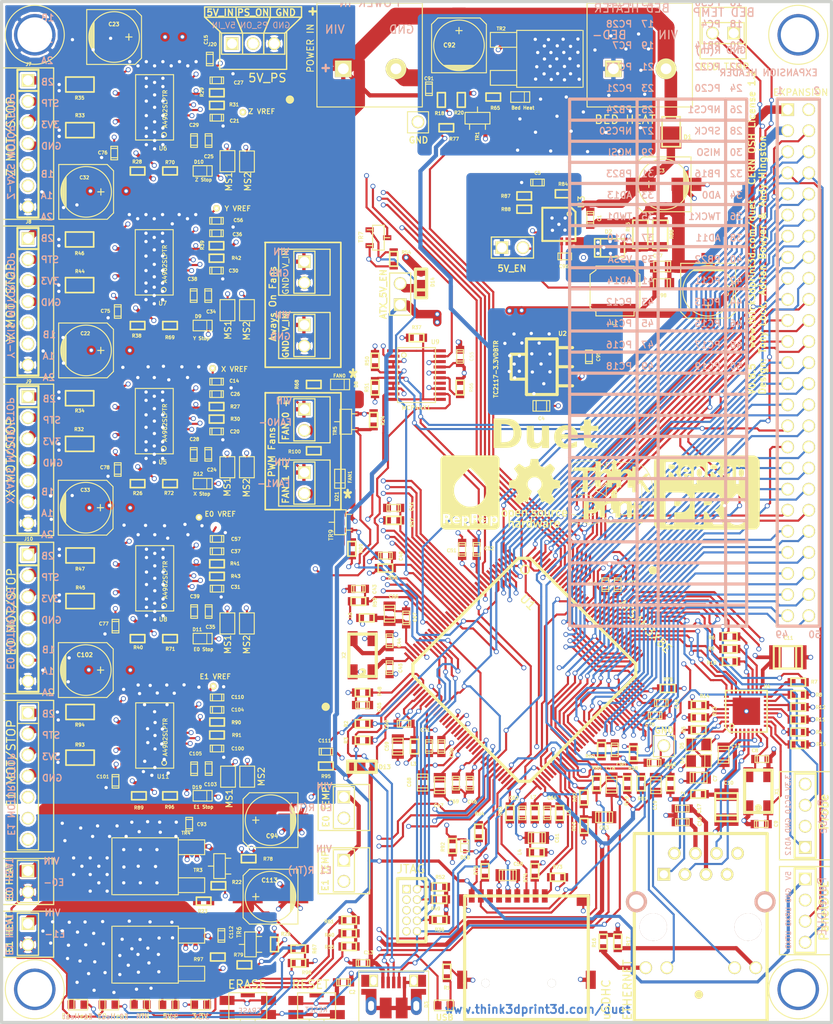
<source format=kicad_pcb>
(kicad_pcb (version 4) (host pcbnew "(2015-08-05 BZR 6055, Git fa29c62)-product")
  (title_block (date "21 jul 2015"))
  (layers (0 Front mixed hide) (1 Inner3 power hide) (2 Inner2 power hide) (31 Back mixed hide) (35 F.Paste user hide) (36 B.SilkS user hide) (37 F.SilkS user) (38 B.Mask user hide) (39 F.Mask user hide) (44 Edge.Cuts user))
  (net 0 "")
  (net 1 +3.3V)
  (net 2 +5V)
  (net 3 /Processor/VDDCORE)
  (net 4 5V_IN)
  (net 5 AD0)
  (net 6 AD10)
  (net 7 AD11)
  (net 8 AD12)
  (net 9 AD13)
  (net 10 AD14)
  (net 11 ADVREF)
  (net 12 BED-)
  (net 13 BED_PWM)
  (net 14 BED_THERMISTOR)
  (net 15 DFSDM)
  (net 16 DFSDP)
  (net 17 DHSDM)
  (net 18 DHSDP)
  (net 19 E0-)
  (net 20 E0_DIR)
  (net 21 E0_EN)
  (net 22 E0_MOT_1A)
  (net 23 E0_MOT_1B)
  (net 24 E0_MOT_2A)
  (net 25 E0_MOT_2B)
  (net 26 E0_PWM)
  (net 27 E0_REF)
  (net 28 E0_STEP)
  (net 29 E0_STOP)
  (net 30 E0_STOP_CONN)
  (net 31 E0_THERMISTOR)
  (net 32 E1-)
  (net 33 E1_DIR)
  (net 34 E1_EN)
  (net 35 E1_MOT_1A)
  (net 36 E1_MOT_1B)
  (net 37 E1_MOT_2A)
  (net 38 E1_MOT_2B)
  (net 39 E1_PWM)
  (net 40 E1_REF)
  (net 41 E1_STEP)
  (net 42 E1_STOP)
  (net 43 E1_STOP_CONN)
  (net 44 E1_THERMISTOR)
  (net 45 ENET_CRS)
  (net 46 ENET_MDC)
  (net 47 ENET_MDIO)
  (net 48 ENET_REF_CLK)
  (net 49 ENET_RXD0)
  (net 50 ENET_RXD1)
  (net 51 ENET_RX_ER)
  (net 52 ENET_TXD0)
  (net 53 ENET_TXD1)
  (net 54 ENET_TX_EN)
  (net 55 FAN0-)
  (net 56 FAN0_PWM)
  (net 57 FAN1-)
  (net 58 FAN1_PWM)
  (net 59 GND)
  (net 60 MCCDA)
  (net 61 MCCK)
  (net 62 MCDA0)
  (net 63 MCDA1)
  (net 64 MCDA2)
  (net 65 MCDA3)
  (net 66 N-000001)
  (net 67 N-0000010)
  (net 68 N-0000011)
  (net 69 N-0000012)
  (net 70 N-0000013)
  (net 71 N-0000014)
  (net 72 N-00000149)
  (net 73 N-0000015)
  (net 74 N-00000151)
  (net 75 N-00000153)
  (net 76 N-00000155)
  (net 77 N-00000156)
  (net 78 N-00000157)
  (net 79 N-00000158)
  (net 80 N-00000159)
  (net 81 N-0000016)
  (net 82 N-00000163)
  (net 83 N-00000169)
  (net 84 N-0000017)
  (net 85 N-00000170)
  (net 86 N-00000171)
  (net 87 N-00000172)
  (net 88 N-00000173)
  (net 89 N-00000174)
  (net 90 N-00000175)
  (net 91 N-00000178)
  (net 92 N-00000179)
  (net 93 N-00000180)
  (net 94 N-00000181)
  (net 95 N-00000184)
  (net 96 N-00000186)
  (net 97 N-00000190)
  (net 98 N-00000191)
  (net 99 N-00000192)
  (net 100 N-00000193)
  (net 101 N-00000194)
  (net 102 N-00000195)
  (net 103 N-00000196)
  (net 104 N-00000198)
  (net 105 N-00000199)
  (net 106 N-000002)
  (net 107 N-00000207)
  (net 108 N-00000208)
  (net 109 N-00000209)
  (net 110 N-0000021)
  (net 111 N-00000210)
  (net 112 N-00000211)
  (net 113 N-00000212)
  (net 114 N-00000213)
  (net 115 N-00000214)
  (net 116 N-00000215)
  (net 117 N-00000216)
  (net 118 N-00000217)
  (net 119 N-00000218)
  (net 120 N-00000219)
  (net 121 N-00000220)
  (net 122 N-00000221)
  (net 123 N-00000222)
  (net 124 N-00000225)
  (net 125 N-00000226)
  (net 126 N-00000228)
  (net 127 N-0000023)
  (net 128 N-00000230)
  (net 129 N-00000231)
  (net 130 N-00000232)
  (net 131 N-00000234)
  (net 132 N-00000235)
  (net 133 N-00000236)
  (net 134 N-00000237)
  (net 135 N-00000240)
  (net 136 N-00000242)
  (net 137 N-00000243)
  (net 138 N-00000244)
  (net 139 N-00000245)
  (net 140 N-00000246)
  (net 141 N-00000247)
  (net 142 N-00000248)
  (net 143 N-00000249)
  (net 144 N-0000025)
  (net 145 N-00000250)
  (net 146 N-00000251)
  (net 147 N-00000252)
  (net 148 N-00000253)
  (net 149 N-00000254)
  (net 150 N-00000255)
  (net 151 N-00000256)
  (net 152 N-00000257)
  (net 153 N-00000258)
  (net 154 N-00000259)
  (net 155 N-0000026)
  (net 156 N-00000260)
  (net 157 N-00000261)
  (net 158 N-00000262)
  (net 159 N-00000263)
  (net 160 N-00000264)
  (net 161 N-00000265)
  (net 162 N-00000266)
  (net 163 N-00000267)
  (net 164 N-0000027)
  (net 165 N-0000028)
  (net 166 N-0000029)
  (net 167 N-000003)
  (net 168 N-0000035)
  (net 169 N-0000036)
  (net 170 N-0000039)
  (net 171 N-0000052)
  (net 172 N-0000079)
  (net 173 N-0000082)
  (net 174 N-000009)
  (net 175 NRST)
  (net 176 PA14)
  (net 177 PB14/PWMH2)
  (net 178 PB15/DAC0)
  (net 179 PB16/DAC1)
  (net 180 PB22)
  (net 181 PB23)
  (net 182 PB24)
  (net 183 PC10)
  (net 184 PC11)
  (net 185 PC12)
  (net 186 PC13)
  (net 187 PC14)
  (net 188 PC15)
  (net 189 PC16)
  (net 190 PC17)
  (net 191 PC18_PWMH6)
  (net 192 PC19_PWMH5)
  (net 193 PC20_PWMH4)
  (net 194 PC21_PWML4)
  (net 195 PC22_PWML5)
  (net 196 PC23_PWML6)
  (net 197 PC28)
  (net 198 PC29)
  (net 199 PC30)
  (net 200 PC7_PWMH2)
  (net 201 PD9)
  (net 202 PS_ON_CONTROL)
  (net 203 PS_ON_IN)
  (net 204 RESET)
  (net 205 RXD0)
  (net 206 RXD1)
  (net 207 SD_CD)
  (net 208 SPI0_MISO)
  (net 209 SPI0_MOSI)
  (net 210 SPI0_NPCS0)
  (net 211 SPI0_NPCS1)
  (net 212 SPI0_SPCK)
  (net 213 TWCK0)
  (net 214 TWCK1)
  (net 215 TWD0)
  (net 216 TWD1)
  (net 217 TXD0)
  (net 218 TXD1)
  (net 219 UOTGID)
  (net 220 URXD)
  (net 221 UTXD)
  (net 222 VBUS)
  (net 223 VDDANA)
  (net 224 VDDUTMI)
  (net 225 VSSA)
  (net 226 V_IN)
  (net 227 X_DIR)
  (net 228 X_EN)
  (net 229 X_MOT_1A)
  (net 230 X_MOT_1B)
  (net 231 X_MOT_2A)
  (net 232 X_MOT_2B)
  (net 233 X_REF)
  (net 234 X_STEP)
  (net 235 X_STOP)
  (net 236 X_STOP_CONN)
  (net 237 Y_DIR)
  (net 238 Y_EN)
  (net 239 Y_MOT_1A)
  (net 240 Y_MOT_1B)
  (net 241 Y_MOT_2A)
  (net 242 Y_MOT_2B)
  (net 243 Y_REF)
  (net 244 Y_STEP)
  (net 245 Y_STOP)
  (net 246 Y_STOP_CONN)
  (net 247 Z_DIR)
  (net 248 Z_EN)
  (net 249 Z_MOT_1A)
  (net 250 Z_MOT_1B)
  (net 251 Z_MOT_2A)
  (net 252 Z_MOT_2B)
  (net 253 Z_REF)
  (net 254 Z_STEP)
  (net 255 Z_STOP)
  (net 256 Z_STOP_CONN)
  (module uUSB_new (layer Front) (at 127.45974 157.86354)
    (fp_text reference J22 hide)
    (fp_text value USB (at 6.14026 1.38544) (layer F.SilkS) (effects (font (size 0.7 0.7))))
    (pad CE smd rect (at -0.9625 0.25) (size 1.425 2.5) (layers Front F.Paste F.Mask) (net 59 GND))
    (pad CE smd rect (at 0.9625 0.25) (size 1.425 2.5) (layers Front F.Paste F.Mask) (net 59 GND))
    (pad CE smd rect (at -2.9875 -1.7) (size 1.825 0.7) (layers Front F.Paste F.Mask) (net 59 GND))
    (pad CE smd rect (at 2.9875 -1.7) (size 1.825 0.7) (layers Front F.Paste F.Mask) (net 59 GND))
    (pad CE smd rect (at -2.9 -3.03) (size 2 1.46) (layers Front F.Paste F.Mask) (net 59 GND))
    (pad CE thru_hole rect (at -2.425 -3.03) (size 1.05 1.46) (drill oval 0.7112 1.05) (layers *.Cu *.Mask F.SilkS) (net 59 GND))
    (pad 3 smd rect (at 0 -2.825) (size 0.4 1.4) (layers Front F.Paste F.Mask) (net 18 DHSDP))
    (pad 2 smd rect (at -0.65 -2.825) (size 0.4 1.4) (layers Front F.Paste F.Mask) (net 17 DHSDM))
    (pad 1 smd rect (at -1.3 -2.825) (size 0.4 1.4) (layers Front F.Paste F.Mask) (net 222 VBUS))
    (pad 4 smd rect (at 0.65 -2.825) (size 0.4 1.4) (layers Front F.Paste F.Mask) (net 219 UOTGID))
    (pad 5 smd rect (at 1.3 -2.825) (size 0.4 1.4) (layers Front F.Paste F.Mask) (net 59 GND))
    (pad CE thru_hole oval (at -2.725 0) (size 1.3 2.2) (drill oval 0.7112 1.2) (layers *.Cu *.Mask F.Paste) (net 59 GND))
    (pad CE thru_hole oval (at 2.725 0) (size 1.3 2.2) (drill oval 0.7112 1.2) (layers *.Cu *.Mask F.Paste) (net 59 GND))
    (pad CE smd rect (at -2.725 -0.95) (size 1.3 0.8) (layers Front F.Paste F.Mask) (net 59 GND))
    (pad CE smd rect (at 2.725 -0.95) (size 1.3 0.8) (layers Front F.Paste F.Mask) (net 59 GND))
    (pad CE smd rect (at 2.9 -3.03) (size 2 1.46) (layers Front F.Paste F.Mask) (net 59 GND))
    (pad CE thru_hole rect (at 2.425 -3.03) (size 1.05 1.46) (drill oval 0.7112 1.05) (layers *.Cu *.Mask F.SilkS) (net 59 GND))
  )
  (module Fixing_M4 (layer Front) (at 84.21116 155.86202)
    (fp_text reference "" (at -0.04826 -0.26162) (layer F.SilkS) (effects (font (thickness 0.3048))))
    (fp_text value "" (at 0 5.00126) (layer F.SilkS) (effects (font (thickness 0.3048))))
    (pad S1 thru_hole circle (at 0 0) (size 5.00126 5.00126) (drill 4.20116) (layers *.Cu *.Mask) (net 59 GND))
  )
  (module TERM_2-WAY_6.35mm (layer Front) (at 124.5616 44.96308)
    (fp_text reference J23 hide)
    (fp_text value "POWER IN" (at -7.1374 -2.48158 90) (layer F.SilkS) (effects (font (size 0.8001 0.8001) (thickness 0.11938))))
    (pad 1 thru_hole rect (at -3.175 0) (size 1.99898 1.99898) (drill 1.30048) (layers *.Cu *.Mask F.SilkS) (net 226 V_IN))
    (pad 2 thru_hole circle (at 3.175 0) (size 2.49936 2.49936) (drill 1.30048) (layers *.Cu *.Mask F.SilkS) (net 59 GND))
  )
  (module PIN_ARRAY_3X1 (layer Front) (at 110.52556 41.93032)
    (fp_text reference J20 (at -4.9149 0.0889) (layer F.SilkS) (effects (font (size 0.39878 0.39878) (thickness 0.09906))))
    (fp_text value 5V_PS (at 1.71444 4.12968) (layer F.SilkS) (effects (font (size 1.016 1.016) (thickness 0.1524))))
    (fp_text user GND (at 3.9116 -3.74396) (layer F.SilkS) (effects (font (size 0.8001 0.8001) (thickness 0.17018))))
    (fp_text user PS_ON (at 0 -3.74396) (layer F.SilkS) (effects (font (size 0.8001 0.8001) (thickness 0.17018))))
    (fp_text user 5V_IN (at -3.96748 -3.7338) (layer F.SilkS) (effects (font (size 0.8001 0.8001) (thickness 0.17018))))
    (pad 1 thru_hole rect (at -2.54 0) (size 1.524 1.524) (drill 1.19888) (layers *.Cu *.Mask F.SilkS) (net 4 5V_IN))
    (pad 2 thru_hole circle (at 0 0) (size 1.524 1.524) (drill 1.19888) (layers *.Cu *.Mask F.SilkS) (net 203 PS_ON_IN))
    (pad 3 thru_hole circle (at 2.54 0) (size 1.524 1.524) (drill 1.19888) (layers *.Cu *.Mask F.SilkS) (net 59 GND))
  )
  (module TSSOP-20 (layer Front) (at 130.21056 81.86166 270)
    (fp_text reference U9 (at -3.99034 -2.2606 360) (layer F.SilkS) (effects (font (size 0.50038 0.50038) (thickness 0.09906))))
    (fp_text value MCP44X1 (at 3.93954 0.03556 360) (layer F.SilkS) (effects (font (size 0.50038 0.50038) (thickness 0.09906))))
    (pad 5 smd rect (at -0.32512 2.79908 270) (size 0.3691 1.47066) (layers Front F.Paste F.Mask) (net 213 TWCK0))
    (pad 6 smd rect (at 0.32512 2.79908 270) (size 0.3691 1.47066) (layers Front F.Paste F.Mask) (net 215 TWD0))
    (pad 7 smd rect (at 0.97536 2.79908 270) (size 0.3691 1.47066) (layers Front F.Paste F.Mask) (net 59 GND))
    (pad 8 smd rect (at 1.6256 2.79908 270) (size 0.3691 1.47066) (layers Front F.Paste F.Mask) (net 59 GND))
    (pad 19 smd rect (at -2.26568 -2.794 270) (size 0.3691 1.47066) (layers Front F.Paste F.Mask) (net 253 Z_REF))
    (pad 2 smd rect (at -2.27584 2.79908 270) (size 0.3691 1.47066) (layers Front F.Paste F.Mask) (net 243 Y_REF))
    (pad 3 smd rect (at -1.6256 2.79908 270) (size 0.3691 1.47066) (layers Front F.Paste F.Mask) (net 59 GND))
    (pad 4 smd rect (at -0.97536 2.79908 270) (size 0.3691 1.47066) (layers Front F.Paste F.Mask) (net 59 GND))
    (pad 12 smd rect (at 2.27584 -2.79908 270) (size 0.3691 1.47066) (layers Front F.Paste F.Mask) (net 27 E0_REF))
    (pad 13 smd rect (at 1.6256 -2.79908 270) (size 0.3691 1.47066) (layers Front F.Paste F.Mask) (net 59 GND))
    (pad 14 smd rect (at 0.97536 -2.79908 270) (size 0.3691 1.47066) (layers Front F.Paste F.Mask))
    (pad 15 smd rect (at 0.32512 -2.79908 270) (size 0.3691 1.47066) (layers Front F.Paste F.Mask) (net 90 N-00000175))
    (pad 16 smd rect (at -0.32512 -2.79908 270) (size 0.3691 1.47066) (layers Front F.Paste F.Mask) (net 59 GND))
    (pad 17 smd rect (at -0.97536 -2.79908 270) (size 0.3691 1.47066) (layers Front F.Paste F.Mask) (net 1 +3.3V))
    (pad 9 smd rect (at 2.27584 2.79908 270) (size 0.3691 1.47066) (layers Front F.Paste F.Mask) (net 233 X_REF))
    (pad 18 smd rect (at -1.6256 -2.794 270) (size 0.3691 1.47066) (layers Front F.Paste F.Mask) (net 59 GND))
    (pad 1 smd rect (at -2.92608 2.79908 270) (size 0.3691 1.47066) (layers Front F.Paste F.Mask) (net 107 N-00000207))
    (pad 10 smd rect (at 2.92608 2.79908 270) (size 0.3691 1.47066) (layers Front F.Paste F.Mask) (net 107 N-00000207))
    (pad 11 smd rect (at 2.92608 -2.79908 270) (size 0.3691 1.47066) (layers Front F.Paste F.Mask) (net 107 N-00000207))
    (pad 20 smd rect (at -2.92608 -2.79908 270) (size 0.3691 1.47066) (layers Front F.Paste F.Mask) (net 107 N-00000207))
  )
  (module SOT-23 (layer Front) (at 121.69 87.48 90)
    (fp_text reference TR5 (at -1.09982 -1.30048 90) (layer F.SilkS) (effects (font (size 0.39878 0.39878) (thickness 0.09906))))
    (fp_text value PMV40UN2 hide)
    (pad G smd rect (at -0.9525 1.05664 90) (size 0.59944 1.00076) (layers Front F.Paste F.Mask) (net 56 FAN0_PWM))
    (pad D smd rect (at 0 -1.05664 90) (size 0.59944 1.00076) (layers Front F.Paste F.Mask) (net 55 FAN0-))
    (pad S smd rect (at 0.9525 1.05664 90) (size 0.59944 1.00076) (layers Front F.Paste F.Mask) (net 59 GND))
  )
  (module SOT-23 (layer Front) (at 106.48 141.02 90)
    (fp_text reference TR3 (at -0.4834 -2.594 180) (layer F.SilkS) (effects (font (size 0.39878 0.39878) (thickness 0.09906))))
    (fp_text value BSH105 hide)
    (pad G smd rect (at -0.9525 1.05664 90) (size 0.59944 1.00076) (layers Front F.Paste F.Mask) (net 26 E0_PWM))
    (pad D smd rect (at 0 -1.05664 90) (size 0.59944 1.00076) (layers Front F.Paste F.Mask) (net 128 N-00000230))
    (pad S smd rect (at 0.9525 1.05664 90) (size 0.59944 1.00076) (layers Front F.Paste F.Mask) (net 59 GND))
  )
  (module SOT-23 (layer Front) (at 137.56132 50.91176)
    (fp_text reference TR1 (at -0.02032 2.17424 90) (layer F.SilkS) (effects (font (size 0.39878 0.39878) (thickness 0.09906))))
    (fp_text value BSH105 hide)
    (pad G smd rect (at -0.9525 1.05664) (size 0.59944 1.00076) (layers Front F.Paste F.Mask) (net 13 BED_PWM))
    (pad D smd rect (at 0 -1.05664) (size 0.59944 1.00076) (layers Front F.Paste F.Mask) (net 129 N-00000231))
    (pad S smd rect (at 0.9525 1.05664) (size 0.59944 1.00076) (layers Front F.Paste F.Mask) (net 59 GND))
  )
  (module SOT-223 (layer Front) (at 145.31086 80.85328 90)
    (fp_text reference U2 (at 3.99796 2.49682 180) (layer F.SilkS) (effects (font (size 0.50038 0.50038) (thickness 0.12446))))
    (fp_text value TC2117-3.3VDBTR (at -0.2921 -5.52704 90) (layer F.SilkS) (effects (font (size 0.50038 0.50038) (thickness 0.12446))))
    (pad 4 smd rect (at 0 -3.302 90) (size 3.6576 2.032) (layers Front F.Paste F.Mask) (net 1 +3.3V))
    (pad 2 smd rect (at 0 3.302 90) (size 1.016 2.032) (layers Front F.Paste F.Mask) (net 1 +3.3V))
    (pad 3 smd rect (at 2.286 3.302 90) (size 1.016 2.032) (layers Front F.Paste F.Mask) (net 2 +5V))
    (pad 1 smd rect (at -2.286 3.302 90) (size 1.016 2.032) (layers Front F.Paste F.Mask) (net 59 GND))
  )
  (module C_ELEC_6.3x7.7 (layer Front) (at 93.77 41.13)
    (fp_text reference C23 (at -0.0245 -1.539) (layer F.SilkS) (effects (font (size 0.44958 0.44958) (thickness 0.10922))))
    (fp_text value 100u hide)
    (pad 1 smd rect (at 2.75082 0) (size 3.59918 1.6002) (layers Front F.Paste F.Mask) (net 226 V_IN))
    (pad 2 smd rect (at -2.75082 0) (size 3.59918 1.6002) (layers Front F.Paste F.Mask) (net 59 GND))
  )
  (module C_ELEC_6.3x7.7 (layer Front) (at 90.34 97.84)
    (fp_text reference C33 (at -0.043 -2.1328) (layer F.SilkS) (effects (font (size 0.39878 0.39878) (thickness 0.09906))))
    (fp_text value 100u hide)
    (pad 1 smd rect (at 2.75082 0) (size 3.59918 1.6002) (layers Front F.Paste F.Mask) (net 226 V_IN))
    (pad 2 smd rect (at -2.75082 0) (size 3.59918 1.6002) (layers Front F.Paste F.Mask) (net 59 GND))
  )
  (module C_ELEC_6.3x7.7 (layer Front) (at 90.4 59.79)
    (fp_text reference C32 (at -0.2173 -1.7256) (layer F.SilkS) (effects (font (size 0.39878 0.39878) (thickness 0.09906))))
    (fp_text value 100u hide)
    (pad 1 smd rect (at 2.75082 0) (size 3.59918 1.6002) (layers Front F.Paste F.Mask) (net 226 V_IN))
    (pad 2 smd rect (at -2.75082 0) (size 3.59918 1.6002) (layers Front F.Paste F.Mask) (net 59 GND))
  )
  (module C_ELEC_6.3x7.7 (layer Front) (at 90.39 78.89)
    (fp_text reference C22 (at -0.093 -2.0423) (layer F.SilkS) (effects (font (size 0.39878 0.39878) (thickness 0.09906))))
    (fp_text value 100u hide)
    (pad 1 smd rect (at 2.75082 0) (size 3.59918 1.6002) (layers Front F.Paste F.Mask) (net 226 V_IN))
    (pad 2 smd rect (at -2.75082 0) (size 3.59918 1.6002) (layers Front F.Paste F.Mask) (net 59 GND))
  )
  (module C_ELEC_6.3x7.7 (layer Front) (at 159.99 58.88 180)
    (fp_text reference C3 (at 0.2748 1.6538 180) (layer F.SilkS) (effects (font (size 0.39878 0.39878) (thickness 0.09906))))
    (fp_text value 100u hide)
    (pad 1 smd rect (at 2.75082 0 180) (size 3.59918 1.6002) (layers Front F.Paste F.Mask) (net 174 N-000009))
    (pad 2 smd rect (at -2.75082 0 180) (size 3.59918 1.6002) (layers Front F.Paste F.Mask) (net 59 GND))
  )
  (module R_0603 (layer Front) (at 167.96004 113.36274)
    (fp_text reference R6 (at -2.18948 0.13208) (layer F.SilkS) (effects (font (size 0.39878 0.39878) (thickness 0.09906))))
    (fp_text value 33R hide)
    (pad 1 smd rect (at -0.8001 0) (size 0.94996 1.00076) (layers Front F.Paste F.Mask) (net 51 ENET_RX_ER))
    (pad 2 smd rect (at 0.8001 0) (size 0.94996 1.00076) (layers Front F.Paste F.Mask) (net 159 N-00000263))
  )
  (module R_0603 (layer Front) (at 176.20742 118.86184 180)
    (fp_text reference R7 (at -1.9304 0.0381 180) (layer F.SilkS) (effects (font (size 0.39878 0.39878) (thickness 0.09906))))
    (fp_text value 33R hide)
    (pad 1 smd rect (at -0.8001 0 180) (size 0.94996 1.00076) (layers Front F.Paste F.Mask) (net 49 ENET_RXD0))
    (pad 2 smd rect (at 0.8001 0 180) (size 0.94996 1.00076) (layers Front F.Paste F.Mask) (net 149 N-00000254))
  )
  (module R_0603 (layer Front) (at 176.20742 120.36298 180)
    (fp_text reference R8 (at -2.49936 -0.0254 180) (layer F.SilkS) (effects (font (size 0.39878 0.39878) (thickness 0.09906))))
    (fp_text value 33R hide)
    (pad 1 smd rect (at -0.8001 0 180) (size 0.94996 1.00076) (layers Front F.Paste F.Mask) (net 50 ENET_RXD1))
    (pad 2 smd rect (at 0.8001 0 180) (size 0.94996 1.00076) (layers Front F.Paste F.Mask) (net 145 N-00000250))
  )
  (module R_0603 (layer Front) (at 167.96004 114.86134)
    (fp_text reference R9 (at -2.22758 -0.03302) (layer F.SilkS) (effects (font (size 0.39878 0.39878) (thickness 0.09906))))
    (fp_text value 33R hide)
    (pad 1 smd rect (at -0.8001 0) (size 0.94996 1.00076) (layers Front F.Paste F.Mask) (net 45 ENET_CRS))
    (pad 2 smd rect (at 0.8001 0) (size 0.94996 1.00076) (layers Front F.Paste F.Mask) (net 161 N-00000265))
  )
  (module R_0603 (layer Front) (at 167.96004 116.36248)
    (fp_text reference R10 (at -2.17932 0.16764) (layer F.SilkS) (effects (font (size 0.39878 0.39878) (thickness 0.09906))))
    (fp_text value 33R hide)
    (pad 1 smd rect (at -0.8001 0) (size 0.94996 1.00076) (layers Front F.Paste F.Mask) (net 48 ENET_REF_CLK))
    (pad 2 smd rect (at 0.8001 0) (size 0.94996 1.00076) (layers Front F.Paste F.Mask) (net 150 N-00000255))
  )
  (module R_0603 (layer Front) (at 176.20742 123.36272 180)
    (fp_text reference R11 (at -2.66954 0 180) (layer F.SilkS) (effects (font (size 0.39878 0.39878) (thickness 0.09906))))
    (fp_text value 1k hide)
    (pad 1 smd rect (at -0.8001 0 180) (size 0.94996 1.00076) (layers Front F.Paste F.Mask) (net 59 GND))
    (pad 2 smd rect (at 0.8001 0 180) (size 0.94996 1.00076) (layers Front F.Paste F.Mask) (net 163 N-00000267))
  )
  (module R_0603 (layer Front) (at 176.20742 121.86158 180)
    (fp_text reference R12 (at -2.69494 -0.02032 180) (layer F.SilkS) (effects (font (size 0.39878 0.39878) (thickness 0.09906))))
    (fp_text value 4k7 hide)
    (pad 1 smd rect (at -0.8001 0 180) (size 0.94996 1.00076) (layers Front F.Paste F.Mask) (net 1 +3.3V))
    (pad 2 smd rect (at 0.8001 0 180) (size 0.94996 1.00076) (layers Front F.Paste F.Mask) (net 151 N-00000256))
  )
  (module R_0603 (layer Front) (at 164.20846 123.11126)
    (fp_text reference R13 (at 1.92659 -0.74168 90) (layer F.SilkS) (effects (font (size 0.39878 0.39878) (thickness 0.09906))))
    (fp_text value 1k hide)
    (pad 1 smd rect (at -0.8001 0) (size 0.94996 1.00076) (layers Front F.Paste F.Mask) (net 59 GND))
    (pad 2 smd rect (at 0.8001 0) (size 0.94996 1.00076) (layers Front F.Paste F.Mask) (net 162 N-00000266))
  )
  (module R_0603 (layer Front) (at 164.20846 121.61266)
    (fp_text reference R14 (at 0.72644 -1.07188) (layer F.SilkS) (effects (font (size 0.39878 0.39878) (thickness 0.09906))))
    (fp_text value 4k7 hide)
    (pad 1 smd rect (at -0.8001 0) (size 0.94996 1.00076) (layers Front F.Paste F.Mask) (net 1 +3.3V))
    (pad 2 smd rect (at 0.8001 0) (size 0.94996 1.00076) (layers Front F.Paste F.Mask) (net 142 N-00000248))
  )
  (module R_0603 (layer Front) (at 176.20742 126.36246)
    (fp_text reference R15 (at 2.74574 -0.02794) (layer F.SilkS) (effects (font (size 0.39878 0.39878) (thickness 0.09906))))
    (fp_text value "6k49  1%" hide)
    (pad 1 smd rect (at -0.8001 0) (size 0.94996 1.00076) (layers Front F.Paste F.Mask) (net 146 N-00000251))
    (pad 2 smd rect (at 0.8001 0) (size 0.94996 1.00076) (layers Front F.Paste F.Mask) (net 59 GND))
  )
  (module R_0603 (layer Front) (at 133.2103 48.71212 90)
    (fp_text reference R18 (at -1.61038 -0.2218 180) (layer F.SilkS) (effects (font (size 0.39878 0.39878) (thickness 0.09906))))
    (fp_text value 470R hide)
    (pad 1 smd rect (at -0.8001 0 90) (size 0.94996 1.00076) (layers Front F.Paste F.Mask) (net 2 +5V))
    (pad 2 smd rect (at 0.8001 0 90) (size 0.94996 1.00076) (layers Front F.Paste F.Mask) (net 129 N-00000231))
  )
  (module R_0603 (layer Front) (at 135.6106 48.71212 90)
    (fp_text reference R20 (at -1.54688 -0.2726 180) (layer F.SilkS) (effects (font (size 0.39878 0.39878) (thickness 0.09906))))
    (fp_text value 220R hide)
    (pad 1 smd rect (at -0.8001 0 90) (size 0.94996 1.00076) (layers Front F.Paste F.Mask) (net 129 N-00000231))
    (pad 2 smd rect (at 0.8001 0 90) (size 0.94996 1.00076) (layers Front F.Paste F.Mask) (net 125 N-00000226))
  )
  (module R_0603 (layer Front) (at 104.56 145.24 180)
    (fp_text reference R23 (at 0.1152 -1.2164 180) (layer F.SilkS) (effects (font (size 0.39878 0.39878) (thickness 0.09906))))
    (fp_text value 220R hide)
    (pad 1 smd rect (at -0.8001 0 180) (size 0.94996 1.00076) (layers Front F.Paste F.Mask) (net 128 N-00000230))
    (pad 2 smd rect (at 0.8001 0 180) (size 0.94996 1.00076) (layers Front F.Paste F.Mask) (net 124 N-00000225))
  )
  (module R_0603 (layer Front) (at 125.21184 83.3628 90)
    (fp_text reference R51 (at 0 -1.00076 90) (layer F.SilkS) (effects (font (size 0.39878 0.39878) (thickness 0.09))))
    (fp_text value 4k7 hide)
    (pad 1 smd rect (at -0.8001 0 90) (size 0.94996 1.00076) (layers Front F.Paste F.Mask) (net 1 +3.3V))
    (pad 2 smd rect (at 0.8001 0 90) (size 0.94996 1.00076) (layers Front F.Paste F.Mask) (net 215 TWD0))
  )
  (module R_0603 (layer Front) (at 132.98 143.52 180)
    (fp_text reference R52 (at -0.0889 1.17602 180) (layer F.SilkS) (effects (font (size 0.39878 0.39878) (thickness 0.09906))))
    (fp_text value 100k hide)
    (pad 1 smd rect (at -0.8001 0 180) (size 0.94996 1.00076) (layers Front F.Paste F.Mask) (net 1 +3.3V))
    (pad 2 smd rect (at 0.8001 0 180) (size 0.94996 1.00076) (layers Front F.Paste F.Mask) (net 127 N-0000023))
  )
  (module R_0603 (layer Front) (at 127.45974 99.36226 180)
    (fp_text reference R57 (at -2.23012 -0.26416 270) (layer F.SilkS) (effects (font (size 0.39878 0.39878) (thickness 0.09906))))
    (fp_text value 100R hide)
    (pad 1 smd rect (at -0.8001 0 180) (size 0.94996 1.00076) (layers Front F.Paste F.Mask) (net 245 Y_STOP))
    (pad 2 smd rect (at 0.8001 0 180) (size 0.94996 1.00076) (layers Front F.Paste F.Mask) (net 246 Y_STOP_CONN))
  )
  (module R_0603 (layer Front) (at 133.87 153.73 90)
    (fp_text reference R1 (at -1.9466 0.0134 180) (layer F.SilkS) (effects (font (size 0.39878 0.39878) (thickness 0.09906))))
    (fp_text value 3K3 hide)
    (pad 1 smd rect (at -0.8001 0 90) (size 0.94996 1.00076) (layers Front F.Paste F.Mask) (net 143 N-00000249))
    (pad 2 smd rect (at 0.8001 0 90) (size 0.94996 1.00076) (layers Front F.Paste F.Mask) (net 59 GND))
  )
  (module R_0603 (layer Front) (at 123.7107 123.8631)
    (fp_text reference R2 (at -1.98374 0.03302 90) (layer F.SilkS) (effects (font (size 0.39878 0.39878) (thickness 0.09906))))
    (fp_text value "39R 1%" hide)
    (pad 1 smd rect (at -0.8001 0) (size 0.94996 1.00076) (layers Front F.Paste F.Mask) (net 18 DHSDP))
    (pad 2 smd rect (at 0.8001 0) (size 0.94996 1.00076) (layers Front F.Paste F.Mask) (net 16 DFSDP))
  )
  (module R_0603 (layer Front) (at 123.7107 125.86208)
    (fp_text reference R3 (at -1.98374 0.01524 90) (layer F.SilkS) (effects (font (size 0.39878 0.39878) (thickness 0.09906))))
    (fp_text value "39R 1%" hide)
    (pad 1 smd rect (at -0.8001 0) (size 0.94996 1.00076) (layers Front F.Paste F.Mask) (net 17 DHSDM))
    (pad 2 smd rect (at 0.8001 0) (size 0.94996 1.00076) (layers Front F.Paste F.Mask) (net 15 DFSDM))
  )
  (module R_0603 (layer Front) (at 176.20996 124.86132 180)
    (fp_text reference R4 (at -2.5146 -0.0254 180) (layer F.SilkS) (effects (font (size 0.39878 0.39878) (thickness 0.09906))))
    (fp_text value 10k hide)
    (pad 1 smd rect (at -0.8001 0 180) (size 0.94996 1.00076) (layers Front F.Paste F.Mask) (net 1 +3.3V))
    (pad 2 smd rect (at 0.8001 0 180) (size 0.94996 1.00076) (layers Front F.Paste F.Mask) (net 47 ENET_MDIO))
  )
  (module R_0603 (layer Front) (at 164.20846 124.6124)
    (fp_text reference R5 (at -1.8034 -0.04064 90) (layer F.SilkS) (effects (font (size 0.39878 0.39878) (thickness 0.09906))))
    (fp_text value 10k hide)
    (pad 1 smd rect (at -0.8001 0) (size 0.94996 1.00076) (layers Front F.Paste F.Mask) (net 1 +3.3V))
    (pad 2 smd rect (at 0.8001 0) (size 0.94996 1.00076) (layers Front F.Paste F.Mask) (net 148 N-00000253))
  )
  (module R_0603 (layer Front) (at 152.70988 150.11146 270)
    (fp_text reference R16 (at 0.12954 1.09728 270) (layer F.SilkS) (effects (font (size 0.39878 0.39878) (thickness 0.09906))))
    (fp_text value 220R hide)
    (pad 1 smd rect (at -0.8001 0 270) (size 0.94996 1.00076) (layers Front F.Paste F.Mask) (net 1 +3.3V))
    (pad 2 smd rect (at 0.8001 0 270) (size 0.94996 1.00076) (layers Front F.Paste F.Mask) (net 139 N-00000245))
  )
  (module R_0603 (layer Front) (at 154.45994 150.11146 90)
    (fp_text reference R17 (at 0.04064 1.29032 90) (layer F.SilkS) (effects (font (size 0.39878 0.39878) (thickness 0.09906))))
    (fp_text value 220R hide)
    (pad 1 smd rect (at -0.8001 0 90) (size 0.94996 1.00076) (layers Front F.Paste F.Mask) (net 140 N-00000246))
    (pad 2 smd rect (at 0.8001 0 90) (size 0.94996 1.00076) (layers Front F.Paste F.Mask) (net 1 +3.3V))
  )
  (module R_0603 (layer Front) (at 106.34 143.38 180)
    (fp_text reference R22 (at -2.2196 0.4288 180) (layer F.SilkS) (effects (font (size 0.39878 0.39878) (thickness 0.09906))))
    (fp_text value 470R hide)
    (pad 1 smd rect (at -0.8001 0 180) (size 0.94996 1.00076) (layers Front F.Paste F.Mask) (net 2 +5V))
    (pad 2 smd rect (at 0.8001 0 180) (size 0.94996 1.00076) (layers Front F.Paste F.Mask) (net 128 N-00000230))
  )
  (module R_0603 (layer Front) (at 125.04 87.25 90)
    (fp_text reference R24 (at -0.1006 1.1218 90) (layer F.SilkS) (effects (font (size 0.39878 0.39878) (thickness 0.09906))))
    (fp_text value 10K hide)
    (pad 1 smd rect (at -0.8001 0 90) (size 0.94996 1.00076) (layers Front F.Paste F.Mask) (net 56 FAN0_PWM))
    (pad 2 smd rect (at 0.8001 0 90) (size 0.94996 1.00076) (layers Front F.Paste F.Mask) (net 59 GND))
  )
  (module R_0603 (layer Front) (at 113.1 150.45 90)
    (fp_text reference R25 (at 1.2504 1.3524 180) (layer F.SilkS) (effects (font (size 0.39878 0.39878) (thickness 0.09906))))
    (fp_text value 100k hide)
    (pad 1 smd rect (at -0.8001 0 90) (size 0.94996 1.00076) (layers Front F.Paste F.Mask) (net 39 E1_PWM))
    (pad 2 smd rect (at 0.8001 0 90) (size 0.94996 1.00076) (layers Front F.Paste F.Mask) (net 1 +3.3V))
  )
  (module R_0603 (layer Front) (at 125.21184 80.1116 270)
    (fp_text reference R50 (at 0.0508 0.94996 270) (layer F.SilkS) (effects (font (size 0.39878 0.39878) (thickness 0.09))))
    (fp_text value 4k7 hide)
    (pad 1 smd rect (at -0.8001 0 270) (size 0.94996 1.00076) (layers Front F.Paste F.Mask) (net 1 +3.3V))
    (pad 2 smd rect (at 0.8001 0 270) (size 0.94996 1.00076) (layers Front F.Paste F.Mask) (net 213 TWCK0))
  )
  (module R_0603 (layer Front) (at 126.46152 105.11282 180)
    (fp_text reference R56 (at -0.89848 -1.13718 180) (layer F.SilkS) (effects (font (size 0.39878 0.39878) (thickness 0.09906))))
    (fp_text value 100R hide)
    (pad 1 smd rect (at -0.8001 0 180) (size 0.94996 1.00076) (layers Front F.Paste F.Mask) (net 235 X_STOP))
    (pad 2 smd rect (at 0.8001 0 180) (size 0.94996 1.00076) (layers Front F.Paste F.Mask) (net 236 X_STOP_CONN))
  )
  (module R_0603 (layer Front) (at 156.35986 127.46228 90)
    (fp_text reference R58 (at -1.76276 -0.05588 180) (layer F.SilkS) (effects (font (size 0.39878 0.39878) (thickness 0.09906))))
    (fp_text value 100R hide)
    (pad 1 smd rect (at -0.8001 0 90) (size 0.94996 1.00076) (layers Front F.Paste F.Mask) (net 255 Z_STOP))
    (pad 2 smd rect (at 0.8001 0 90) (size 0.94996 1.00076) (layers Front F.Paste F.Mask) (net 256 Z_STOP_CONN))
  )
  (module R_0603 (layer Front) (at 123.21032 109.11332 180)
    (fp_text reference R59 (at -1.98968 -0.13668 270) (layer F.SilkS) (effects (font (size 0.39878 0.39878) (thickness 0.09906))))
    (fp_text value 100R hide)
    (pad 1 smd rect (at -0.8001 0 180) (size 0.94996 1.00076) (layers Front F.Paste F.Mask) (net 29 E0_STOP))
    (pad 2 smd rect (at 0.8001 0 180) (size 0.94996 1.00076) (layers Front F.Paste F.Mask) (net 30 E0_STOP_CONN))
  )
  (module C_0603 (layer Front) (at 171.82 128.12)
    (fp_text reference C8 (at -0.8272 -1.04126) (layer F.SilkS) (effects (font (size 0.39878 0.39878) (thickness 0.09906))))
    (fp_text value 22p hide)
    (pad 1 smd rect (at 0.8001 0) (size 0.94996 1.00076) (layers Front F.Paste F.Mask) (net 59 GND))
    (pad 2 smd rect (at -0.8001 0) (size 0.94996 1.00076) (layers Front F.Paste F.Mask) (net 152 N-00000257))
  )
  (module C_0603 (layer Front) (at 171.75 135.96 180)
    (fp_text reference C9 (at -1.79169 0.03444 270) (layer F.SilkS) (effects (font (size 0.39878 0.39878) (thickness 0.09906))))
    (fp_text value 22p hide)
    (pad 1 smd rect (at 0.8001 0 180) (size 0.94996 1.00076) (layers Front F.Paste F.Mask) (net 59 GND))
    (pad 2 smd rect (at -0.8001 0 180) (size 0.94996 1.00076) (layers Front F.Paste F.Mask) (net 153 N-00000258))
  )
  (module C_0603 (layer Front) (at 162.24 135.72)
    (fp_text reference C16 (at 2.09296 -0.07112 90) (layer F.SilkS) (effects (font (size 0.39878 0.39878) (thickness 0.09906))))
    (fp_text value 0u1 hide)
    (pad 1 smd rect (at 0.8001 0) (size 0.94996 1.00076) (layers Front F.Paste F.Mask) (net 141 N-00000247))
    (pad 2 smd rect (at -0.8001 0) (size 0.94996 1.00076) (layers Front F.Paste F.Mask) (net 59 GND))
  )
  (module C_0603 (layer Front) (at 162.23 134.09)
    (fp_text reference C17 (at 2.05486 0.00254 90) (layer F.SilkS) (effects (font (size 0.39878 0.39878) (thickness 0.09906))))
    (fp_text value 0u1 hide)
    (pad 1 smd rect (at 0.8001 0) (size 0.94996 1.00076) (layers Front F.Paste F.Mask) (net 158 N-00000262))
    (pad 2 smd rect (at -0.8001 0) (size 0.94996 1.00076) (layers Front F.Paste F.Mask) (net 59 GND))
  )
  (module C_0603 (layer Front) (at 126.46152 103.61168)
    (fp_text reference C40 (at 1.87848 0.05832 90) (layer F.SilkS) (effects (font (size 0.39878 0.39878) (thickness 0.09906))))
    (fp_text value 0u1 hide)
    (pad 1 smd rect (at 0.8001 0) (size 0.94996 1.00076) (layers Front F.Paste F.Mask) (net 235 X_STOP))
    (pad 2 smd rect (at -0.8001 0) (size 0.94996 1.00076) (layers Front F.Paste F.Mask) (net 59 GND))
  )
  (module C_0603 (layer Front) (at 127.45974 97.86366)
    (fp_text reference C41 (at 2.15392 -0.18034 90) (layer F.SilkS) (effects (font (size 0.39878 0.39878) (thickness 0.09906))))
    (fp_text value 0u1 hide)
    (pad 1 smd rect (at 0.8001 0) (size 0.94996 1.00076) (layers Front F.Paste F.Mask) (net 245 Y_STOP))
    (pad 2 smd rect (at -0.8001 0) (size 0.94996 1.00076) (layers Front F.Paste F.Mask) (net 59 GND))
  )
  (module C_0603 (layer Front) (at 158.8457 128.5672 180)
    (fp_text reference C42 (at -2.07772 -0.19304 180) (layer F.SilkS) (effects (font (size 0.39878 0.39878) (thickness 0.09906))))
    (fp_text value 0u1 hide)
    (pad 1 smd rect (at 0.8001 0 180) (size 0.94996 1.00076) (layers Front F.Paste F.Mask) (net 255 Z_STOP))
    (pad 2 smd rect (at -0.8001 0 180) (size 0.94996 1.00076) (layers Front F.Paste F.Mask) (net 59 GND))
  )
  (module C_0603 (layer Front) (at 123.21032 107.61218)
    (fp_text reference C43 (at 1.94968 0.04782 90) (layer F.SilkS) (effects (font (size 0.39878 0.39878) (thickness 0.09906))))
    (fp_text value 0u1 hide)
    (pad 1 smd rect (at 0.8001 0) (size 0.94996 1.00076) (layers Front F.Paste F.Mask) (net 29 E0_STOP))
    (pad 2 smd rect (at -0.8001 0) (size 0.94996 1.00076) (layers Front F.Paste F.Mask) (net 59 GND))
  )
  (module R_0603 (layer Front) (at 96.6 75.89 180)
    (fp_text reference R38 (at 0.10794 -1.23964 180) (layer F.SilkS) (effects (font (size 0.39878 0.39878) (thickness 0.09906))))
    (fp_text value 100k hide)
    (pad 1 smd rect (at -0.8001 0 180) (size 0.94996 1.00076) (layers Front F.Paste F.Mask) (net 1 +3.3V))
    (pad 2 smd rect (at 0.8001 0 180) (size 0.94996 1.00076) (layers Front F.Paste F.Mask) (net 238 Y_EN))
  )
  (module R_0603 (layer Front) (at 106.1097 66.2727 180)
    (fp_text reference R39 (at 1.7157 0.0549 270) (layer F.SilkS) (effects (font (size 0.39878 0.39878) (thickness 0.09906))))
    (fp_text value 10k hide)
    (pad 1 smd rect (at -0.8001 0 180) (size 0.94996 1.00076) (layers Front F.Paste F.Mask) (net 1 +3.3V))
    (pad 2 smd rect (at 0.8001 0 180) (size 0.94996 1.00076) (layers Front F.Paste F.Mask) (net 115 N-00000214))
  )
  (module R_0603 (layer Front) (at 106.11224 67.78146)
    (fp_text reference R42 (at 2.39522 -0.01524) (layer F.SilkS) (effects (font (size 0.39878 0.39878) (thickness 0.09906))))
    (fp_text value 0R hide)
    (pad 1 smd rect (at -0.8001 0) (size 0.94996 1.00076) (layers Front F.Paste F.Mask) (net 92 N-00000179))
    (pad 2 smd rect (at 0.8001 0) (size 0.94996 1.00076) (layers Front F.Paste F.Mask) (net 59 GND))
  )
  (module R_0603 (layer Front) (at 123.7107 120.11152 180)
    (fp_text reference R48 (at -2.05486 0.1397 270) (layer F.SilkS) (effects (font (size 0.39878 0.39878) (thickness 0.09906))))
    (fp_text value 6k8 hide)
    (pad 1 smd rect (at -0.8001 0 180) (size 0.94996 1.00076) (layers Front F.Paste F.Mask) (net 171 N-0000052))
    (pad 2 smd rect (at 0.8001 0 180) (size 0.94996 1.00076) (layers Front F.Paste F.Mask) (net 59 GND))
  )
  (module C_0603 (layer Front) (at 106.1097 69.27244 180)
    (fp_text reference C30 (at -2.05486 -0.01778 180) (layer F.SilkS) (effects (font (size 0.39878 0.39878) (thickness 0.09906))))
    (fp_text value 0u22 hide)
    (pad 1 smd rect (at 0.8001 0 180) (size 0.94996 1.00076) (layers Front F.Paste F.Mask) (net 114 N-00000213))
    (pad 2 smd rect (at -0.8001 0 180) (size 0.94996 1.00076) (layers Front F.Paste F.Mask) (net 59 GND))
  )
  (module C_0603 (layer Front) (at 105.11148 72.28234 90)
    (fp_text reference C34 (at -1.93646 0.34932 180) (layer F.SilkS) (effects (font (size 0.39878 0.39878) (thickness 0.09906))))
    (fp_text value 0u1 hide)
    (pad 1 smd rect (at 0.8001 0 90) (size 0.94996 1.00076) (layers Front F.Paste F.Mask) (net 116 N-00000215))
    (pad 2 smd rect (at -0.8001 0 90) (size 0.94996 1.00076) (layers Front F.Paste F.Mask) (net 226 V_IN))
  )
  (module C_0603 (layer Front) (at 106.1097 64.77156 180)
    (fp_text reference C36 (at -2.51206 -0.13716 180) (layer F.SilkS) (effects (font (size 0.39878 0.39878) (thickness 0.09906))))
    (fp_text value 0u22 hide)
    (pad 1 smd rect (at 0.8001 0 180) (size 0.94996 1.00076) (layers Front F.Paste F.Mask) (net 1 +3.3V))
    (pad 2 smd rect (at -0.8001 0 180) (size 0.94996 1.00076) (layers Front F.Paste F.Mask) (net 59 GND))
  )
  (module C_0603 (layer Front) (at 103.36142 72.28234 270)
    (fp_text reference C38 (at -1.98784 0.14852 360) (layer F.SilkS) (effects (font (size 0.39878 0.39878) (thickness 0.09906))))
    (fp_text value 0u1 hide)
    (pad 1 smd rect (at 0.8001 0 270) (size 0.94996 1.00076) (layers Front F.Paste F.Mask) (net 101 N-00000194))
    (pad 2 smd rect (at -0.8001 0 270) (size 0.94996 1.00076) (layers Front F.Paste F.Mask) (net 93 N-00000180))
  )
  (module R_0603 (layer Front) (at 96.6 113.61 180)
    (fp_text reference R40 (at -0.07 -1.07 180) (layer F.SilkS) (effects (font (size 0.39878 0.39878) (thickness 0.09906))))
    (fp_text value 100k hide)
    (pad 1 smd rect (at -0.8001 0 180) (size 0.94996 1.00076) (layers Front F.Paste F.Mask) (net 1 +3.3V))
    (pad 2 smd rect (at 0.8001 0 180) (size 0.94996 1.00076) (layers Front F.Paste F.Mask) (net 21 E0_EN))
  )
  (module R_0603 (layer Front) (at 106.1697 104.59192 180)
    (fp_text reference R41 (at -2.16916 0.0254 180) (layer F.SilkS) (effects (font (size 0.39878 0.39878) (thickness 0.09906))))
    (fp_text value 10k hide)
    (pad 1 smd rect (at -0.8001 0 180) (size 0.94996 1.00076) (layers Front F.Paste F.Mask) (net 1 +3.3V))
    (pad 2 smd rect (at 0.8001 0 180) (size 0.94996 1.00076) (layers Front F.Paste F.Mask) (net 111 N-00000210))
  )
  (module R_0603 (layer Front) (at 106.16716 106.10068)
    (fp_text reference R43 (at 2.25298 -0.00762) (layer F.SilkS) (effects (font (size 0.39878 0.39878) (thickness 0.09906))))
    (fp_text value 0R hide)
    (pad 1 smd rect (at -0.8001 0) (size 0.94996 1.00076) (layers Front F.Paste F.Mask) (net 112 N-00000211))
    (pad 2 smd rect (at 0.8001 0) (size 0.94996 1.00076) (layers Front F.Paste F.Mask) (net 59 GND))
  )
  (module R_0603 (layer Front) (at 132.98 145.03 180)
    (fp_text reference R49 (at 0.48344 -1.1216 180) (layer F.SilkS) (effects (font (size 0.39878 0.39878) (thickness 0.09906))))
    (fp_text value 100k hide)
    (pad 1 smd rect (at -0.8001 0 180) (size 0.94996 1.00076) (layers Front F.Paste F.Mask) (net 1 +3.3V))
    (pad 2 smd rect (at 0.8001 0 180) (size 0.94996 1.00076) (layers Front F.Paste F.Mask) (net 166 N-0000029))
  )
  (module C_0603 (layer Front) (at 106.1697 107.59166 180)
    (fp_text reference C31 (at -2.2403 0.20166 180) (layer F.SilkS) (effects (font (size 0.39878 0.39878) (thickness 0.09906))))
    (fp_text value 0u22 hide)
    (pad 1 smd rect (at 0.8001 0 180) (size 0.94996 1.00076) (layers Front F.Paste F.Mask) (net 108 N-00000208))
    (pad 2 smd rect (at -0.8001 0 180) (size 0.94996 1.00076) (layers Front F.Paste F.Mask) (net 59 GND))
  )
  (module C_0603 (layer Front) (at 105.1664 110.3501 90)
    (fp_text reference C35 (at -1.85948 0.21566 180) (layer F.SilkS) (effects (font (size 0.39878 0.39878) (thickness 0.09906))))
    (fp_text value 0u1 hide)
    (pad 1 smd rect (at 0.8001 0 90) (size 0.94996 1.00076) (layers Front F.Paste F.Mask) (net 109 N-00000209))
    (pad 2 smd rect (at -0.8001 0 90) (size 0.94996 1.00076) (layers Front F.Paste F.Mask) (net 226 V_IN))
  )
  (module C_0603 (layer Front) (at 106.1697 103.09332 180)
    (fp_text reference C37 (at -2.25044 0 180) (layer F.SilkS) (effects (font (size 0.39878 0.39878) (thickness 0.09906))))
    (fp_text value 0u22 hide)
    (pad 1 smd rect (at 0.8001 0 180) (size 0.94996 1.00076) (layers Front F.Paste F.Mask) (net 1 +3.3V))
    (pad 2 smd rect (at -0.8001 0 180) (size 0.94996 1.00076) (layers Front F.Paste F.Mask) (net 59 GND))
  )
  (module C_0603 (layer Front) (at 103.41634 110.3501 270)
    (fp_text reference C39 (at -1.82098 -0.08104 360) (layer F.SilkS) (effects (font (size 0.39878 0.39878) (thickness 0.09906))))
    (fp_text value 0u1 hide)
    (pad 1 smd rect (at 0.8001 0 270) (size 0.94996 1.00076) (layers Front F.Paste F.Mask) (net 91 N-00000178))
    (pad 2 smd rect (at -0.8001 0 270) (size 0.94996 1.00076) (layers Front F.Paste F.Mask) (net 100 N-00000193))
  )
  (module R_0603 (layer Front) (at 96.6 57.28 180)
    (fp_text reference R28 (at 0.0546 1.1206 180) (layer F.SilkS) (effects (font (size 0.39878 0.39878) (thickness 0.09906))))
    (fp_text value 100k hide)
    (pad 1 smd rect (at -0.8001 0 180) (size 0.94996 1.00076) (layers Front F.Paste F.Mask) (net 1 +3.3V))
    (pad 2 smd rect (at 0.8001 0 180) (size 0.94996 1.00076) (layers Front F.Paste F.Mask) (net 248 Z_EN))
  )
  (module R_0603 (layer Front) (at 106.1497 47.85166 180)
    (fp_text reference R29 (at 1.7938 0.07426 270) (layer F.SilkS) (effects (font (size 0.39878 0.39878) (thickness 0.09906))))
    (fp_text value 10k hide)
    (pad 1 smd rect (at -0.8001 0 180) (size 0.94996 1.00076) (layers Front F.Paste F.Mask) (net 1 +3.3V))
    (pad 2 smd rect (at 0.8001 0 180) (size 0.94996 1.00076) (layers Front F.Paste F.Mask) (net 86 N-00000171))
  )
  (module R_0603 (layer Front) (at 106.15478 49.35534)
    (fp_text reference R31 (at 2.07462 -0.07934) (layer F.SilkS) (effects (font (size 0.39878 0.39878) (thickness 0.09906))))
    (fp_text value 0R hide)
    (pad 1 smd rect (at -0.8001 0) (size 0.94996 1.00076) (layers Front F.Paste F.Mask) (net 85 N-00000170))
    (pad 2 smd rect (at 0.8001 0) (size 0.94996 1.00076) (layers Front F.Paste F.Mask) (net 59 GND))
  )
  (module C_0603 (layer Front) (at 106.1497 50.8514 180)
    (fp_text reference C21 (at -2.1305 -0.3804 180) (layer F.SilkS) (effects (font (size 0.39878 0.39878) (thickness 0.09906))))
    (fp_text value 0u22 hide)
    (pad 1 smd rect (at 0.8001 0 180) (size 0.94996 1.00076) (layers Front F.Paste F.Mask) (net 83 N-00000169))
    (pad 2 smd rect (at -0.8001 0 180) (size 0.94996 1.00076) (layers Front F.Paste F.Mask) (net 59 GND))
  )
  (module C_0603 (layer Front) (at 105.15402 53.6073 90)
    (fp_text reference C25 (at -1.9171 0.02738 180) (layer F.SilkS) (effects (font (size 0.39878 0.39878) (thickness 0.09906))))
    (fp_text value 0u1 hide)
    (pad 1 smd rect (at 0.8001 0 90) (size 0.94996 1.00076) (layers Front F.Paste F.Mask) (net 87 N-00000172))
    (pad 2 smd rect (at -0.8001 0 90) (size 0.94996 1.00076) (layers Front F.Paste F.Mask) (net 226 V_IN))
  )
  (module C_0603 (layer Front) (at 106.1497 46.35306 180)
    (fp_text reference C27 (at -2.6258 -0.28134 180) (layer F.SilkS) (effects (font (size 0.39878 0.39878) (thickness 0.09906))))
    (fp_text value 0u22 hide)
    (pad 1 smd rect (at 0.8001 0 180) (size 0.94996 1.00076) (layers Front F.Paste F.Mask) (net 1 +3.3V))
    (pad 2 smd rect (at -0.8001 0 180) (size 0.94996 1.00076) (layers Front F.Paste F.Mask) (net 59 GND))
  )
  (module C_0603 (layer Front) (at 103.40396 53.6073 270)
    (fp_text reference C29 (at -1.8675 0.00056 360) (layer F.SilkS) (effects (font (size 0.39878 0.39878) (thickness 0.09906))))
    (fp_text value 0u1 hide)
    (pad 1 smd rect (at 0.8001 0 270) (size 0.94996 1.00076) (layers Front F.Paste F.Mask) (net 103 N-00000196))
    (pad 2 smd rect (at -0.8001 0 270) (size 0.94996 1.00076) (layers Front F.Paste F.Mask) (net 82 N-00000163))
  )
  (module R_0603 (layer Front) (at 96.6 94.94 180)
    (fp_text reference R26 (at -0.01652 -1.1609 180) (layer F.SilkS) (effects (font (size 0.39878 0.39878) (thickness 0.09906))))
    (fp_text value 100k hide)
    (pad 1 smd rect (at -0.8001 0 180) (size 0.94996 1.00076) (layers Front F.Paste F.Mask) (net 1 +3.3V))
    (pad 2 smd rect (at 0.8001 0 180) (size 0.94996 1.00076) (layers Front F.Paste F.Mask) (net 228 X_EN))
  )
  (module R_0603 (layer Front) (at 106.1197 85.65304 180)
    (fp_text reference R27 (at -2.23162 -0.011 180) (layer F.SilkS) (effects (font (size 0.39878 0.39878) (thickness 0.09906))))
    (fp_text value 10k hide)
    (pad 1 smd rect (at -0.8001 0 180) (size 0.94996 1.00076) (layers Front F.Paste F.Mask) (net 1 +3.3V))
    (pad 2 smd rect (at 0.8001 0 180) (size 0.94996 1.00076) (layers Front F.Paste F.Mask) (net 99 N-00000192))
  )
  (module R_0603 (layer Front) (at 106.1197 87.1618)
    (fp_text reference R30 (at 2.25044 -0.01016) (layer F.SilkS) (effects (font (size 0.39878 0.39878) (thickness 0.09906))))
    (fp_text value 0R hide)
    (pad 1 smd rect (at -0.8001 0) (size 0.94996 1.00076) (layers Front F.Paste F.Mask) (net 119 N-00000218))
    (pad 2 smd rect (at 0.8001 0) (size 0.94996 1.00076) (layers Front F.Paste F.Mask) (net 59 GND))
  )
  (module C_0603 (layer Front) (at 106.1197 88.65278 180)
    (fp_text reference C20 (at -2.19606 -0.01608 180) (layer F.SilkS) (effects (font (size 0.39878 0.39878) (thickness 0.09906))))
    (fp_text value 0u22 hide)
    (pad 1 smd rect (at 0.8001 0 180) (size 0.94996 1.00076) (layers Front F.Paste F.Mask) (net 98 N-00000191))
    (pad 2 smd rect (at -0.8001 0 180) (size 0.94996 1.00076) (layers Front F.Paste F.Mask) (net 59 GND))
  )
  (module C_0603 (layer Front) (at 105.11894 91.41122 90)
    (fp_text reference C24 (at -1.86266 0.42314 180) (layer F.SilkS) (effects (font (size 0.39878 0.39878) (thickness 0.09906))))
    (fp_text value 0u1 hide)
    (pad 1 smd rect (at 0.8001 0 90) (size 0.94996 1.00076) (layers Front F.Paste F.Mask) (net 96 N-00000186))
    (pad 2 smd rect (at -0.8001 0 90) (size 0.94996 1.00076) (layers Front F.Paste F.Mask) (net 226 V_IN))
  )
  (module C_0603 (layer Front) (at 106.1197 84.1519 180)
    (fp_text reference C26 (at -2.25044 0 180) (layer F.SilkS) (effects (font (size 0.39878 0.39878) (thickness 0.09906))))
    (fp_text value 0u22 hide)
    (pad 1 smd rect (at 0.8001 0 180) (size 0.94996 1.00076) (layers Front F.Paste F.Mask) (net 1 +3.3V))
    (pad 2 smd rect (at -0.8001 0 180) (size 0.94996 1.00076) (layers Front F.Paste F.Mask) (net 59 GND))
  )
  (module C_0603 (layer Front) (at 103.36888 91.41122 270)
    (fp_text reference C28 (at -1.8178 -0.07516 360) (layer F.SilkS) (effects (font (size 0.39878 0.39878) (thickness 0.09906))))
    (fp_text value 0u1 hide)
    (pad 1 smd rect (at 0.8001 0 270) (size 0.94996 1.00076) (layers Front F.Paste F.Mask) (net 102 N-00000195))
    (pad 2 smd rect (at -0.8001 0 270) (size 0.94996 1.00076) (layers Front F.Paste F.Mask) (net 97 N-00000190))
  )
  (module R_0603 (layer Front) (at 132.98 147.5 180)
    (fp_text reference R36 (at -0.0144 -1.17636 180) (layer F.SilkS) (effects (font (size 0.39878 0.39878) (thickness 0.09906))))
    (fp_text value 100k hide)
    (pad 1 smd rect (at -0.8001 0 180) (size 0.94996 1.00076) (layers Front F.Paste F.Mask) (net 1 +3.3V))
    (pad 2 smd rect (at 0.8001 0 180) (size 0.94996 1.00076) (layers Front F.Paste F.Mask) (net 165 N-0000028))
  )
  (module R_1206 (layer Front) (at 89.64986 52.35254 180)
    (fp_text reference R33 (at 0 1.77292 180) (layer F.SilkS) (effects (font (size 0.39878 0.39878) (thickness 0.09906))))
    (fp_text value 0R1 hide)
    (pad 1 smd rect (at -1.50114 0 180) (size 1.15062 1.80086) (layers Front F.Paste F.Mask) (net 88 N-00000173))
    (pad 2 smd rect (at 1.50114 0 180) (size 1.15062 1.80086) (layers Front F.Paste F.Mask) (net 59 GND))
  )
  (module D_0805 (layer Front) (at 164.20846 128.36144 180)
    (fp_text reference D4 (at 1.94818 0.06096 270) (layer F.SilkS) (effects (font (size 0.39878 0.39878) (thickness 0.09906))))
    (fp_text value TS4148 hide)
    (pad 2 smd rect (at -0.89916 0 180) (size 1.15062 1.45034) (layers Front F.Paste F.Mask) (net 148 N-00000253))
    (pad 1 smd rect (at 0.89916 0 180) (size 1.15062 1.45034) (layers Front F.Paste F.Mask) (net 175 NRST))
  )
  (module D_0805 (layer Front) (at 164.20846 126.36246)
    (fp_text reference D5 (at -2.0193 0.14478 90) (layer F.SilkS) (effects (font (size 0.39878 0.39878) (thickness 0.09906))))
    (fp_text value TS4148 hide)
    (pad 2 smd rect (at -0.89916 0) (size 1.15062 1.45034) (layers Front F.Paste F.Mask) (net 148 N-00000253))
    (pad 1 smd rect (at 0.89916 0) (size 1.15062 1.45034) (layers Front F.Paste F.Mask) (net 1 +3.3V))
  )
  (module D_0603 (layer Front) (at 133.51 157.8 180)
    (fp_text reference D3 (at 2.10566 0.1016 270) (layer F.SilkS) (effects (font (size 0.39878 0.39878) (thickness 0.09906))))
    (fp_text value USB hide)
    (pad 2 smd rect (at -0.8001 0 180) (size 0.94996 1.00076) (layers Front F.Paste F.Mask) (net 143 N-00000249))
    (pad 1 smd rect (at 0.762 0 180) (size 0.94996 1.00076) (layers Front F.Paste F.Mask) (net 222 VBUS))
  )
  (module C_0805 (layer Front) (at 167.21074 127.6096 90)
    (fp_text reference C12 (at 1.1049 1.50368 180) (layer F.SilkS) (effects (font (size 0.39878 0.39878) (thickness 0.09906))))
    (fp_text value 2u2 hide)
    (pad 1 smd rect (at 0.89916 0 90) (size 1.15062 1.45034) (layers Front F.Paste F.Mask) (net 160 N-00000264))
    (pad 2 smd rect (at -0.89916 0 90) (size 1.15062 1.45034) (layers Front F.Paste F.Mask) (net 59 GND))
  )
  (module C_0805 (layer Front) (at 145.26006 85.5726 180)
    (fp_text reference C4 (at 0 -1.5113 180) (layer F.SilkS) (effects (font (size 0.39878 0.39878) (thickness 0.09906))))
    (fp_text value 10u hide)
    (pad 1 smd rect (at 0.89916 0 180) (size 1.15062 1.45034) (layers Front F.Paste F.Mask) (net 1 +3.3V))
    (pad 2 smd rect (at -0.89916 0 180) (size 1.15062 1.45034) (layers Front F.Paste F.Mask) (net 59 GND))
  )
  (module R_1206 (layer Front) (at 89.61986 90.15138 180)
    (fp_text reference R32 (at 0.0762 1.75006 180) (layer F.SilkS) (effects (font (size 0.39878 0.39878) (thickness 0.09906))))
    (fp_text value 0R1 hide)
    (pad 1 smd rect (at -1.50114 0 180) (size 1.15062 1.80086) (layers Front F.Paste F.Mask) (net 118 N-00000217))
    (pad 2 smd rect (at 1.50114 0 180) (size 1.15062 1.80086) (layers Front F.Paste F.Mask) (net 59 GND))
  )
  (module R_1206 (layer Front) (at 89.61986 84.65228 180)
    (fp_text reference R34 (at 0 -1.50114 180) (layer F.SilkS) (effects (font (size 0.39878 0.39878) (thickness 0.09906))))
    (fp_text value 0R1 hide)
    (pad 1 smd rect (at -1.50114 0 180) (size 1.15062 1.80086) (layers Front F.Paste F.Mask) (net 95 N-00000184))
    (pad 2 smd rect (at 1.50114 0 180) (size 1.15062 1.80086) (layers Front F.Paste F.Mask) (net 59 GND))
  )
  (module R_1206 (layer Front) (at 89.64986 46.85344 180)
    (fp_text reference R35 (at 0.03866 -1.60976 180) (layer F.SilkS) (effects (font (size 0.39878 0.39878) (thickness 0.09906))))
    (fp_text value 0R1 hide)
    (pad 1 smd rect (at -1.50114 0 180) (size 1.15062 1.80086) (layers Front F.Paste F.Mask) (net 89 N-00000174))
    (pad 2 smd rect (at 1.50114 0 180) (size 1.15062 1.80086) (layers Front F.Paste F.Mask) (net 59 GND))
  )
  (module R_1206 (layer Front) (at 89.60986 71.0225 180)
    (fp_text reference R44 (at -0.0381 1.65608 180) (layer F.SilkS) (effects (font (size 0.39878 0.39878) (thickness 0.09906))))
    (fp_text value 0R1 hide)
    (pad 1 smd rect (at -1.50114 0 180) (size 1.15062 1.80086) (layers Front F.Paste F.Mask) (net 94 N-00000181))
    (pad 2 smd rect (at 1.50114 0 180) (size 1.15062 1.80086) (layers Front F.Paste F.Mask) (net 59 GND))
  )
  (module R_1206 (layer Front) (at 89.66986 109.0928 180)
    (fp_text reference R45 (at -0.0381 1.61798 180) (layer F.SilkS) (effects (font (size 0.39878 0.39878) (thickness 0.09906))))
    (fp_text value 0R1 hide)
    (pad 1 smd rect (at -1.50114 0 180) (size 1.15062 1.80086) (layers Front F.Paste F.Mask) (net 117 N-00000216))
    (pad 2 smd rect (at 1.50114 0 180) (size 1.15062 1.80086) (layers Front F.Paste F.Mask) (net 59 GND))
  )
  (module R_1206 (layer Front) (at 89.60986 65.5234 180)
    (fp_text reference R46 (at 0 -1.67132 180) (layer F.SilkS) (effects (font (size 0.39878 0.39878) (thickness 0.09906))))
    (fp_text value 0R1 hide)
    (pad 1 smd rect (at -1.50114 0 180) (size 1.15062 1.80086) (layers Front F.Paste F.Mask) (net 120 N-00000219))
    (pad 2 smd rect (at 1.50114 0 180) (size 1.15062 1.80086) (layers Front F.Paste F.Mask) (net 59 GND))
  )
  (module R_1206 (layer Front) (at 89.66986 103.5937 180)
    (fp_text reference R47 (at 0.00532 -1.62834 180) (layer F.SilkS) (effects (font (size 0.39878 0.39878) (thickness 0.09906))))
    (fp_text value 0R1 hide)
    (pad 1 smd rect (at -1.50114 0 180) (size 1.15062 1.80086) (layers Front F.Paste F.Mask) (net 113 N-00000212))
    (pad 2 smd rect (at 1.50114 0 180) (size 1.15062 1.80086) (layers Front F.Paste F.Mask) (net 59 GND))
  )
  (module C_0603 (layer Front) (at 135.46328 79.61376 270)
    (fp_text reference C55 (at 0.01016 -1.38938 270) (layer F.SilkS) (effects (font (size 0.39878 0.39878) (thickness 0.04064))))
    (fp_text value 0u1 hide)
    (pad 1 smd rect (at 0.8001 0 270) (size 0.94996 1.00076) (layers Front F.Paste F.Mask) (net 1 +3.3V))
    (pad 2 smd rect (at -0.8001 0 270) (size 0.94996 1.00076) (layers Front F.Paste F.Mask) (net 59 GND))
  )
  (module D-PAK (layer Front) (at 96.68094 141.03308 90)
    (fp_text reference TR4 (at 4.0005 5.75056 180) (layer F.SilkS) (effects (font (size 0.39878 0.39878) (thickness 0.09906))))
    (fp_text value IPD036N04L hide)
    (pad G smd rect (at -2.286 6.35 90) (size 1.30048 2.30124) (layers Front F.Paste F.Mask) (net 124 N-00000225))
    (pad D smd rect (at 0 0 90) (size 5.90042 6.49986) (layers Front F.Paste F.Mask) (net 19 E0-))
    (pad S smd rect (at 2.286 6.35 90) (size 1.30048 2.30124) (layers Front F.Paste F.Mask) (net 59 GND))
  )
  (module D-PAK (layer Front) (at 147.11172 43.76166 270)
    (fp_text reference TR2 (at -3.63474 6.70052 360) (layer F.SilkS) (effects (font (size 0.39878 0.39878) (thickness 0.09906))))
    (fp_text value IPD036N04L hide)
    (pad G smd rect (at -2.286 6.35 270) (size 1.30048 2.30124) (layers Front F.Paste F.Mask) (net 125 N-00000226))
    (pad D smd rect (at 0 0 270) (size 5.90042 6.49986) (layers Front F.Paste F.Mask) (net 12 BED-))
    (pad S smd rect (at 2.286 6.35 270) (size 1.30048 2.30124) (layers Front F.Paste F.Mask) (net 59 GND))
  )
  (module R_0603 (layer Front) (at 115.97 151)
    (fp_text reference R67 (at 1.96342 0.00508 90) (layer F.SilkS) (effects (font (size 0.39878 0.39878) (thickness 0.09906))))
    (fp_text value 4k7 hide)
    (pad 1 smd rect (at -0.8001 0) (size 0.94996 1.00076) (layers Front F.Paste F.Mask) (net 126 N-00000228))
    (pad 2 smd rect (at 0.8001 0) (size 0.94996 1.00076) (layers Front F.Paste F.Mask) (net 226 V_IN))
  )
  (module R_0603 (layer Front) (at 117.83 82.99 180)
    (fp_text reference R68 (at 2.03962 -0.00254 270) (layer F.SilkS) (effects (font (size 0.39878 0.39878) (thickness 0.09906))))
    (fp_text value 4k7 hide)
    (pad 1 smd rect (at -0.8001 0 180) (size 0.94996 1.00076) (layers Front F.Paste F.Mask) (net 130 N-00000232))
    (pad 2 smd rect (at 0.8001 0 180) (size 0.94996 1.00076) (layers Front F.Paste F.Mask) (net 226 V_IN))
  )
  (module R_0603 (layer Front) (at 139.46124 48.3616 180)
    (fp_text reference R65 (at -0.23876 -1.3208 180) (layer F.SilkS) (effects (font (size 0.39878 0.39878) (thickness 0.09906))))
    (fp_text value 4k7 hide)
    (pad 1 smd rect (at -0.8001 0 180) (size 0.94996 1.00076) (layers Front F.Paste F.Mask) (net 131 N-00000234))
    (pad 2 smd rect (at 0.8001 0 180) (size 0.94996 1.00076) (layers Front F.Paste F.Mask) (net 226 V_IN))
  )
  (module D_0603 (layer Front) (at 121 82.99 180)
    (fp_text reference D8 (at -1.9304 -0.00254 270) (layer F.SilkS) (effects (font (size 0.39878 0.39878) (thickness 0.09906))))
    (fp_text value FAN0 (at 0.0765 1.0445 180) (layer F.SilkS) (effects (font (size 0.39878 0.39878) (thickness 0.09906))))
    (pad 2 smd rect (at -0.8001 0 180) (size 0.94996 1.00076) (layers Front F.Paste F.Mask) (net 55 FAN0-))
    (pad 1 smd rect (at 0.762 0 180) (size 0.94996 1.00076) (layers Front F.Paste F.Mask) (net 130 N-00000232))
  )
  (module D_0603 (layer Front) (at 93.17 157.71)
    (fp_text reference D7 hide)
    (fp_text value "E0 Heat" (at 0.40614 1.38544) (layer F.SilkS) (effects (font (size 0.59944 0.59944) (thickness 0.09906))))
    (pad 2 smd rect (at -0.8001 0) (size 0.94996 1.00076) (layers Front F.Paste F.Mask) (net 19 E0-))
    (pad 1 smd rect (at 0.762 0) (size 0.94996 1.00076) (layers Front F.Paste F.Mask) (net 126 N-00000228))
  )
  (module D_0603 (layer Front) (at 142.7099 48.3616 180)
    (fp_text reference D6 hide)
    (fp_text value "Bed Heat" (at -0.3175 -1.2954 180) (layer F.SilkS) (effects (font (size 0.39878 0.39878) (thickness 0.09906))))
    (pad 2 smd rect (at -0.8001 0 180) (size 0.94996 1.00076) (layers Front F.Paste F.Mask) (net 12 BED-))
    (pad 1 smd rect (at 0.762 0 180) (size 0.94996 1.00076) (layers Front F.Paste F.Mask) (net 131 N-00000234))
  )
  (module PIN_ARRAY_7X1 (layer Front) (at 83.38566 53.975 270)
    (fp_text reference J7 (at -9.5631 -0.0762 360) (layer F.SilkS) (effects (font (size 0.39878 0.39878) (thickness 0.09906))))
    (fp_text value "Z MOT/STOP" (at -0.885 2.05566 270) (layer F.SilkS) (effects (font (size 1.016 1.016) (thickness 0.1524))))
    (pad 1 thru_hole rect (at -7.62 0 270) (size 1.524 1.524) (drill 1.19888) (layers *.Cu *.Mask F.SilkS) (net 250 Z_MOT_1B))
    (pad 2 thru_hole circle (at -5.08 0 270) (size 1.524 1.524) (drill 1.19888) (layers *.Cu *.Mask F.SilkS) (net 249 Z_MOT_1A))
    (pad 3 thru_hole circle (at -2.54 0 270) (size 1.524 1.524) (drill 1.19888) (layers *.Cu *.Mask F.SilkS) (net 251 Z_MOT_2A))
    (pad 4 thru_hole circle (at 0 0 270) (size 1.524 1.524) (drill 1.19888) (layers *.Cu *.Mask F.SilkS) (net 252 Z_MOT_2B))
    (pad 5 thru_hole circle (at 2.54 0 270) (size 1.524 1.524) (drill 1.19888) (layers *.Cu *.Mask F.SilkS) (net 256 Z_STOP_CONN))
    (pad 6 thru_hole circle (at 5.08 0 270) (size 1.524 1.524) (drill 1.19888) (layers *.Cu *.Mask F.SilkS) (net 1 +3.3V))
    (pad 7 thru_hole circle (at 7.62 0 270) (size 1.524 1.524) (drill 1.19888) (layers *.Cu *.Mask F.SilkS) (net 59 GND))
  )
  (module PIN_ARRAY_7X1 (layer Front) (at 83.38566 73.025 270)
    (fp_text reference J8 (at -9.63168 -0.0762 360) (layer F.SilkS) (effects (font (size 0.39878 0.39878) (thickness 0.09906))))
    (fp_text value "Y MOT/STOP" (at 0.065 2.07566 270) (layer F.SilkS) (effects (font (size 1.016 1.016) (thickness 0.1524))))
    (pad 1 thru_hole rect (at -7.62 0 270) (size 1.524 1.524) (drill 1.19888) (layers *.Cu *.Mask F.SilkS) (net 240 Y_MOT_1B))
    (pad 2 thru_hole circle (at -5.08 0 270) (size 1.524 1.524) (drill 1.19888) (layers *.Cu *.Mask F.SilkS) (net 239 Y_MOT_1A))
    (pad 3 thru_hole circle (at -2.54 0 270) (size 1.524 1.524) (drill 1.19888) (layers *.Cu *.Mask F.SilkS) (net 241 Y_MOT_2A))
    (pad 4 thru_hole circle (at 0 0 270) (size 1.524 1.524) (drill 1.19888) (layers *.Cu *.Mask F.SilkS) (net 242 Y_MOT_2B))
    (pad 5 thru_hole circle (at 2.54 0 270) (size 1.524 1.524) (drill 1.19888) (layers *.Cu *.Mask F.SilkS) (net 246 Y_STOP_CONN))
    (pad 6 thru_hole circle (at 5.08 0 270) (size 1.524 1.524) (drill 1.19888) (layers *.Cu *.Mask F.SilkS) (net 1 +3.3V))
    (pad 7 thru_hole circle (at 7.62 0 270) (size 1.524 1.524) (drill 1.19888) (layers *.Cu *.Mask F.SilkS) (net 59 GND))
  )
  (module PIN_ARRAY_7X1 (layer Front) (at 83.38566 92.075 270)
    (fp_text reference J9 (at -9.45134 -0.0762 360) (layer F.SilkS) (effects (font (size 0.39878 0.39878) (thickness 0.09906))))
    (fp_text value "X MOT/STOP" (at -0.295 2.07566 270) (layer F.SilkS) (effects (font (size 1.016 1.016) (thickness 0.1524))))
    (pad 1 thru_hole rect (at -7.62 0 270) (size 1.524 1.524) (drill 1.19888) (layers *.Cu *.Mask F.SilkS) (net 230 X_MOT_1B))
    (pad 2 thru_hole circle (at -5.08 0 270) (size 1.524 1.524) (drill 1.19888) (layers *.Cu *.Mask F.SilkS) (net 229 X_MOT_1A))
    (pad 3 thru_hole circle (at -2.54 0 270) (size 1.524 1.524) (drill 1.19888) (layers *.Cu *.Mask F.SilkS) (net 231 X_MOT_2A))
    (pad 4 thru_hole circle (at 0 0 270) (size 1.524 1.524) (drill 1.19888) (layers *.Cu *.Mask F.SilkS) (net 232 X_MOT_2B))
    (pad 5 thru_hole circle (at 2.54 0 270) (size 1.524 1.524) (drill 1.19888) (layers *.Cu *.Mask F.SilkS) (net 236 X_STOP_CONN))
    (pad 6 thru_hole circle (at 5.08 0 270) (size 1.524 1.524) (drill 1.19888) (layers *.Cu *.Mask F.SilkS) (net 1 +3.3V))
    (pad 7 thru_hole circle (at 7.62 0 270) (size 1.524 1.524) (drill 1.19888) (layers *.Cu *.Mask F.SilkS) (net 59 GND))
  )
  (module PIN_ARRAY_7X1 (layer Front) (at 83.38566 111.125 270)
    (fp_text reference J10 (at -9.52246 -0.0762 360) (layer F.SilkS) (effects (font (size 0.39878 0.39878) (thickness 0.09906))))
    (fp_text value "E0 MOT/STOP" (at -0.745 2.00566 270) (layer F.SilkS) (effects (font (size 1.016 1.016) (thickness 0.1524))))
    (pad 1 thru_hole rect (at -7.62 0 270) (size 1.524 1.524) (drill 1.19888) (layers *.Cu *.Mask F.SilkS) (net 23 E0_MOT_1B))
    (pad 2 thru_hole circle (at -5.08 0 270) (size 1.524 1.524) (drill 1.19888) (layers *.Cu *.Mask F.SilkS) (net 22 E0_MOT_1A))
    (pad 3 thru_hole circle (at -2.54 0 270) (size 1.524 1.524) (drill 1.19888) (layers *.Cu *.Mask F.SilkS) (net 24 E0_MOT_2A))
    (pad 4 thru_hole circle (at 0 0 270) (size 1.524 1.524) (drill 1.19888) (layers *.Cu *.Mask F.SilkS) (net 25 E0_MOT_2B))
    (pad 5 thru_hole circle (at 2.54 0 270) (size 1.524 1.524) (drill 1.19888) (layers *.Cu *.Mask F.SilkS) (net 30 E0_STOP_CONN))
    (pad 6 thru_hole circle (at 5.08 0 270) (size 1.524 1.524) (drill 1.19888) (layers *.Cu *.Mask F.SilkS) (net 1 +3.3V))
    (pad 7 thru_hole circle (at 7.62 0 270) (size 1.524 1.524) (drill 1.19888) (layers *.Cu *.Mask F.SilkS) (net 59 GND))
  )
  (module PIN_ARRAY_2X1 (layer Front) (at 167.15994 40.66286 180)
    (fp_text reference J5 hide)
    (fp_text value "BED TEMP" (at -0.14986 -4.04876 180) (layer F.SilkS) (effects (font (size 0.8001 0.8001) (thickness 0.12192))))
    (pad 1 thru_hole rect (at -1.27 0 180) (size 1.524 1.524) (drill 1.19888) (layers *.Cu *.Mask F.SilkS) (net 225 VSSA))
    (pad 2 thru_hole circle (at 1.27 0 180) (size 1.524 1.524) (drill 1.19888) (layers *.Cu *.Mask F.SilkS) (net 14 BED_THERMISTOR))
  )
  (module R_0603 (layer Front) (at 135.46328 83.36534 270)
    (fp_text reference R66 (at -0.00762 -1.35128 270) (layer F.SilkS) (effects (font (size 0.39878 0.39878) (thickness 0.0508))))
    (fp_text value 10k hide)
    (pad 1 smd rect (at -0.8001 0 270) (size 0.94996 1.00076) (layers Front F.Paste F.Mask) (net 1 +3.3V))
    (pad 2 smd rect (at 0.8001 0 270) (size 0.94996 1.00076) (layers Front F.Paste F.Mask) (net 90 N-00000175))
  )
  (module R_0603 (layer Front) (at 164.16 132.35 180)
    (fp_text reference L2 (at 1.8286 -0.0221 270) (layer F.SilkS) (effects (font (size 0.39878 0.39878) (thickness 0.09906))))
    (fp_text value "Ferrite Bead" hide)
    (pad 1 smd rect (at -0.8001 0 180) (size 0.94996 1.00076) (layers Front F.Paste F.Mask) (net 147 N-00000252))
    (pad 2 smd rect (at 0.8001 0 180) (size 0.94996 1.00076) (layers Front F.Paste F.Mask) (net 1 +3.3V))
  )
  (module C_1210 (layer Front) (at 167.56 133.92 90)
    (fp_text reference C10 (at 2.92354 0.26924 180) (layer F.SilkS) (effects (font (size 0.39878 0.39878) (thickness 0.09906))))
    (fp_text value 22u hide)
    (pad 1 smd rect (at 1.50114 0 90) (size 1.50114 2.90068) (layers Front F.Paste F.Mask) (net 147 N-00000252))
    (pad 2 smd rect (at -1.50114 0 90) (size 1.50114 2.90068) (layers Front F.Paste F.Mask) (net 59 GND))
  )
  (module C_1210 (layer Front) (at 174.96028 115.8621 180)
    (fp_text reference C11 (at -0.06858 2.32918 180) (layer F.SilkS) (effects (font (size 0.39878 0.39878) (thickness 0.09906))))
    (fp_text value 22u hide)
    (pad 1 smd rect (at 1.50114 0 180) (size 1.50114 2.90068) (layers Front F.Paste F.Mask) (net 1 +3.3V))
    (pad 2 smd rect (at -1.50114 0 180) (size 1.50114 2.90068) (layers Front F.Paste F.Mask) (net 59 GND))
  )
  (module C_0805 (layer Front) (at 164.211 130.36296)
    (fp_text reference C7 (at 1.99898 0.09906 90) (layer F.SilkS) (effects (font (size 0.39878 0.39878) (thickness 0.09906))))
    (fp_text value 10u hide)
    (pad 1 smd rect (at 0.89916 0) (size 1.15062 1.45034) (layers Front F.Paste F.Mask) (net 148 N-00000253))
    (pad 2 smd rect (at -0.89916 0) (size 1.15062 1.45034) (layers Front F.Paste F.Mask) (net 59 GND))
  )
  (module R_0603 (layer Front) (at 100.51 75.89 180)
    (fp_text reference R69 (at 0.01744 -1.43522 180) (layer F.SilkS) (effects (font (size 0.39878 0.39878) (thickness 0.09906))))
    (fp_text value 680R hide)
    (pad 1 smd rect (at -0.8001 0 180) (size 0.94996 1.00076) (layers Front F.Paste F.Mask) (net 79 N-00000158))
    (pad 2 smd rect (at 0.8001 0 180) (size 0.94996 1.00076) (layers Front F.Paste F.Mask) (net 1 +3.3V))
  )
  (module R_0603 (layer Front) (at 100.51 57.27 180)
    (fp_text reference R70 (at 0.0022 1.0344 180) (layer F.SilkS) (effects (font (size 0.39878 0.39878) (thickness 0.09906))))
    (fp_text value 680R hide)
    (pad 1 smd rect (at -0.8001 0 180) (size 0.94996 1.00076) (layers Front F.Paste F.Mask) (net 80 N-00000159))
    (pad 2 smd rect (at 0.8001 0 180) (size 0.94996 1.00076) (layers Front F.Paste F.Mask) (net 1 +3.3V))
  )
  (module R_0603 (layer Front) (at 100.51 113.61 180)
    (fp_text reference R71 (at -0.0359 -1.2488 180) (layer F.SilkS) (effects (font (size 0.39878 0.39878) (thickness 0.09906))))
    (fp_text value 680R hide)
    (pad 1 smd rect (at -0.8001 0 180) (size 0.94996 1.00076) (layers Front F.Paste F.Mask) (net 104 N-00000198))
    (pad 2 smd rect (at 0.8001 0 180) (size 0.94996 1.00076) (layers Front F.Paste F.Mask) (net 1 +3.3V))
  )
  (module R_0603 (layer Front) (at 100.51 94.94 180)
    (fp_text reference R72 (at 0.12412 -1.14312 180) (layer F.SilkS) (effects (font (size 0.39878 0.39878) (thickness 0.09906))))
    (fp_text value 680R hide)
    (pad 1 smd rect (at -0.8001 0 180) (size 0.94996 1.00076) (layers Front F.Paste F.Mask) (net 105 N-00000199))
    (pad 2 smd rect (at 0.8001 0 180) (size 0.94996 1.00076) (layers Front F.Paste F.Mask) (net 1 +3.3V))
  )
  (module D_0603 (layer Front) (at 104.44 75.89 180)
    (fp_text reference D9 (at 0.5413 1.0997 180) (layer F.SilkS) (effects (font (size 0.39878 0.39878) (thickness 0.09906))))
    (fp_text value "Y Stop" (at 0.1535 -1.547 180) (layer F.SilkS) (effects (font (size 0.39878 0.39878) (thickness 0.09906))))
    (pad 2 smd rect (at -0.8001 0 180) (size 0.94996 1.00076) (layers Front F.Paste F.Mask) (net 246 Y_STOP_CONN))
    (pad 1 smd rect (at 0.762 0 180) (size 0.94996 1.00076) (layers Front F.Paste F.Mask) (net 79 N-00000158))
  )
  (module D_0603 (layer Front) (at 104.44 57.27 180)
    (fp_text reference D10 (at 0.46129 1.09155 180) (layer F.SilkS) (effects (font (size 0.39878 0.39878) (thickness 0.09906))))
    (fp_text value "Z Stop" (at -0.1005 -1.0535 180) (layer F.SilkS) (effects (font (size 0.39878 0.39878) (thickness 0.09906))))
    (pad 2 smd rect (at -0.8001 0 180) (size 0.94996 1.00076) (layers Front F.Paste F.Mask) (net 256 Z_STOP_CONN))
    (pad 1 smd rect (at 0.762 0 180) (size 0.94996 1.00076) (layers Front F.Paste F.Mask) (net 80 N-00000159))
  )
  (module D_0603 (layer Front) (at 104.44 113.61 180)
    (fp_text reference D11 (at 0.64036 1.09816 180) (layer F.SilkS) (effects (font (size 0.39878 0.39878) (thickness 0.09906))))
    (fp_text value "E0 Stop" (at -0.1005 -1.292 180) (layer F.SilkS) (effects (font (size 0.39878 0.39878) (thickness 0.09906))))
    (pad 2 smd rect (at -0.8001 0 180) (size 0.94996 1.00076) (layers Front F.Paste F.Mask) (net 30 E0_STOP_CONN))
    (pad 1 smd rect (at 0.762 0 180) (size 0.94996 1.00076) (layers Front F.Paste F.Mask) (net 104 N-00000198))
  )
  (module D_0603 (layer Front) (at 104.44 94.94 180)
    (fp_text reference D12 (at 0.53368 1.16828 180) (layer F.SilkS) (effects (font (size 0.39878 0.39878) (thickness 0.09906))))
    (fp_text value "X Stop" (at 0.09 -1.2295 180) (layer F.SilkS) (effects (font (size 0.39878 0.39878) (thickness 0.09906))))
    (pad 2 smd rect (at -0.8001 0 180) (size 0.94996 1.00076) (layers Front F.Paste F.Mask) (net 236 X_STOP_CONN))
    (pad 1 smd rect (at 0.762 0 180) (size 0.94996 1.00076) (layers Front F.Paste F.Mask) (net 105 N-00000199))
  )
  (module C_0603 (layer Front) (at 106.1197 82.6533 180)
    (fp_text reference C14 (at -2.13106 0.09398 180) (layer F.SilkS) (effects (font (size 0.39878 0.39878) (thickness 0.09906))))
    (fp_text value 0u1 hide)
    (pad 1 smd rect (at 0.8001 0 180) (size 0.94996 1.00076) (layers Front F.Paste F.Mask) (net 233 X_REF))
    (pad 2 smd rect (at -0.8001 0 180) (size 0.94996 1.00076) (layers Front F.Paste F.Mask) (net 59 GND))
  )
  (module C_0603 (layer Front) (at 105.3025 43.782 270)
    (fp_text reference C15 (at -2.321 0.46542 270) (layer F.SilkS) (effects (font (size 0.39878 0.39878) (thickness 0.09906))))
    (fp_text value 0u1 hide)
    (pad 1 smd rect (at 0.8001 0 270) (size 0.94996 1.00076) (layers Front F.Paste F.Mask) (net 253 Z_REF))
    (pad 2 smd rect (at -0.8001 0 270) (size 0.94996 1.00076) (layers Front F.Paste F.Mask) (net 59 GND))
  )
  (module C_0603 (layer Front) (at 106.1097 63.27296 180)
    (fp_text reference C56 (at -2.6277 0.06506 180) (layer F.SilkS) (effects (font (size 0.39878 0.39878) (thickness 0.09906))))
    (fp_text value 0u1 hide)
    (pad 1 smd rect (at 0.8001 0 180) (size 0.94996 1.00076) (layers Front F.Paste F.Mask) (net 243 Y_REF))
    (pad 2 smd rect (at -0.8001 0 180) (size 0.94996 1.00076) (layers Front F.Paste F.Mask) (net 59 GND))
  )
  (module C_0603 (layer Front) (at 106.1697 101.59218 180)
    (fp_text reference C57 (at -2.28346 -0.02794 180) (layer F.SilkS) (effects (font (size 0.39878 0.39878) (thickness 0.09906))))
    (fp_text value 0u1 hide)
    (pad 1 smd rect (at 0.8001 0 180) (size 0.94996 1.00076) (layers Front F.Paste F.Mask) (net 27 E0_REF))
    (pad 2 smd rect (at -0.8001 0 180) (size 0.94996 1.00076) (layers Front F.Paste F.Mask) (net 59 GND))
  )
  (module C_0805 (layer Front) (at 141.2113 142.113)
    (fp_text reference C58 (at 1.25984 -1.34874) (layer F.SilkS) (effects (font (size 0.39878 0.39878) (thickness 0.09906))))
    (fp_text value 2u2 hide)
    (pad 1 smd rect (at 0.89916 0) (size 1.15062 1.45034) (layers Front F.Paste F.Mask) (net 1 +3.3V))
    (pad 2 smd rect (at -0.89916 0) (size 1.15062 1.45034) (layers Front F.Paste F.Mask) (net 59 GND))
  )
  (module MICRO_5x2 (layer Front) (at 129.64 146.33 270)
    (fp_text reference J21 hide)
    (fp_text value JTAG (at -4.95554 0.10414 360) (layer F.SilkS) (effects (font (size 1.016 1.016) (thickness 0.1524))))
    (pad 1 thru_hole rect (at -2.54 0.635 270) (size 1.00076 1.00076) (drill 0.7112) (layers *.Cu *.Mask F.SilkS) (net 1 +3.3V) (clearance 0.14986))
    (pad 2 thru_hole circle (at -2.54 -0.635 270) (size 1.00076 1.00076) (drill 0.7112) (layers *.Cu *.Mask F.SilkS) (net 127 N-0000023) (clearance 0.14986))
    (pad 3 thru_hole circle (at -1.27 0.635 270) (size 1.00076 1.00076) (drill 0.7112) (layers *.Cu *.Mask F.SilkS) (net 59 GND) (clearance 0.14986))
    (pad 4 thru_hole circle (at -1.27 -0.635 270) (size 1.00076 1.00076) (drill 0.7112) (layers *.Cu *.Mask F.SilkS) (net 166 N-0000029) (clearance 0.14986))
    (pad 5 thru_hole circle (at 0 0.635 270) (size 1.00076 1.00076) (drill 0.7112) (layers *.Cu *.Mask F.SilkS) (net 59 GND) (clearance 0.14986))
    (pad 6 thru_hole circle (at 0 -0.635 270) (size 1.00076 1.00076) (drill 0.7112) (layers *.Cu *.Mask F.SilkS) (net 110 N-0000021) (clearance 0.14986))
    (pad 7 thru_hole circle (at 1.27 0.635 270) (size 1.00076 1.00076) (drill 0.7112) (layers *.Cu *.Mask F.SilkS) (clearance 0.14986))
    (pad 8 thru_hole circle (at 1.27 -0.635 270) (size 1.00076 1.00076) (drill 0.7112) (layers *.Cu *.Mask F.SilkS) (net 165 N-0000028) (clearance 0.14986))
    (pad 9 thru_hole circle (at 2.54 0.635 270) (size 1.00076 1.00076) (drill 0.7112) (layers *.Cu *.Mask F.SilkS) (net 59 GND) (clearance 0.14986))
    (pad 10 thru_hole circle (at 2.54 -0.635 270) (size 1.00076 1.00076) (drill 0.7112) (layers *.Cu *.Mask F.SilkS) (net 204 RESET) (clearance 0.14986))
  )
  (module uSMA (layer Front) (at 123.06 129.04)
    (fp_text reference D13 (at 3.32 0.04) (layer F.SilkS) (effects (font (size 0.50038 0.50038) (thickness 0.12446))))
    (fp_text value SS14M hide)
    (pad 2 smd rect (at 0 0) (size 1.99898 1.09982) (layers Front F.Paste F.Mask) (net 2 +5V))
    (pad 1 smd rect (at 1.89992 0) (size 0.8001 1.09982) (layers Front F.Paste F.Mask) (net 222 VBUS))
  )
  (module uSD_SKT (layer Front) (at 143.46174 155.11272)
    (fp_text reference J15 hide)
    (fp_text value uSDHC (at 9.59826 2.01728 90) (layer F.SilkS) (effects (font (size 1.00076 1.00076) (thickness 0.1524))))
    (pad H thru_hole circle (at -4.93014 0) (size 1.00076 1.00076) (drill 1.00076) (layers *.Cu *.Mask F.SilkS))
    (pad H thru_hole circle (at 3.05054 0) (size 1.00076 1.00076) (drill 1.00076) (layers *.Cu *.Mask F.SilkS))
    (pad G smd rect (at -7.74954 -0.39878) (size 1.19888 2.19964) (layers Front F.Paste F.Mask) (net 59 GND))
    (pad G smd rect (at 7.74954 -0.39878) (size 1.19888 2.19964) (layers Front F.Paste F.Mask) (net 59 GND))
    (pad G smd rect (at -7.74954 -9.99998) (size 1.19888 1.39954) (layers Front F.Paste F.Mask) (net 59 GND))
    (pad G smd rect (at 6.85038 -9.99998) (size 1.6002 1.39954) (layers Front F.Paste F.Mask) (net 59 GND))
    (pad 1 smd rect (at 2.19964 -10.50036) (size 0.70104 1.6002) (layers Front F.Paste F.Mask) (net 64 MCDA2))
    (pad 2 smd rect (at 1.09982 -10.50036) (size 0.70104 1.6002) (layers Front F.Paste F.Mask) (net 65 MCDA3))
    (pad 3 smd rect (at 0 -10.50036) (size 0.70104 1.6002) (layers Front F.Paste F.Mask) (net 60 MCCDA))
    (pad 4 smd rect (at -1.09982 -10.50036) (size 0.70104 1.6002) (layers Front F.Paste F.Mask) (net 1 +3.3V))
    (pad 5 smd rect (at -2.19964 -10.50036) (size 0.70104 1.6002) (layers Front F.Paste F.Mask) (net 61 MCCK))
    (pad 6 smd rect (at -3.29946 -10.50036) (size 0.70104 1.6002) (layers Front F.Paste F.Mask) (net 59 GND))
    (pad 7 smd rect (at -4.39928 -10.50036) (size 0.70104 1.6002) (layers Front F.Paste F.Mask) (net 62 MCDA0))
    (pad 8 smd rect (at -5.4991 -10.50036) (size 0.70104 1.6002) (layers Front F.Paste F.Mask) (net 63 MCDA1))
    (pad 9 smd rect (at -6.59892 -10.50036) (size 0.70104 1.6002) (layers Front F.Paste F.Mask) (net 207 SD_CD))
  )
  (module R_0603 (layer Front) (at 160.80994 131.06146 90)
    (fp_text reference R21 (at 2.02946 -0.12954 180) (layer F.SilkS) (effects (font (size 0.39878 0.39878) (thickness 0.09))))
    (fp_text value 4K7 hide)
    (pad 1 smd rect (at -0.8001 0 90) (size 0.94996 1.00076) (layers Front F.Paste F.Mask) (net 1 +3.3V))
    (pad 2 smd rect (at 0.8001 0 90) (size 0.94996 1.00076) (layers Front F.Paste F.Mask) (net 14 BED_THERMISTOR))
  )
  (module R_0603 (layer Front) (at 155.61056 131.06146 90)
    (fp_text reference R19 (at -2.11074 -0.06096 90) (layer F.SilkS) (effects (font (size 0.39878 0.39878) (thickness 0.09))))
    (fp_text value 4K7 hide)
    (pad 1 smd rect (at -0.8001 0 90) (size 0.94996 1.00076) (layers Front F.Paste F.Mask) (net 1 +3.3V))
    (pad 2 smd rect (at 0.8001 0 90) (size 0.94996 1.00076) (layers Front F.Paste F.Mask) (net 31 E0_THERMISTOR))
  )
  (module R_0603 (layer Front) (at 124.21108 111.1123)
    (fp_text reference L6 (at -1.98882 -0.32258 90) (layer F.SilkS) (effects (font (size 0.39878 0.39878) (thickness 0.09906))))
    (fp_text value 100Mhz hide)
    (pad 1 smd rect (at -0.8001 0) (size 0.94996 1.00076) (layers Front F.Paste F.Mask) (net 3 /Processor/VDDCORE))
    (pad 2 smd rect (at 0.8001 0) (size 0.94996 1.00076) (layers Front F.Paste F.Mask) (net 164 N-0000027))
  )
  (module R_0603 (layer Front) (at 147.4597 134.61238 270)
    (fp_text reference L5 (at -0.03556 -1.10998 270) (layer F.SilkS) (effects (font (size 0.39878 0.39878) (thickness 0.09906))))
    (fp_text value 100Mhz hide)
    (pad 1 smd rect (at -0.8001 0 270) (size 0.94996 1.00076) (layers Front F.Paste F.Mask) (net 11 ADVREF))
    (pad 2 smd rect (at 0.8001 0 270) (size 0.94996 1.00076) (layers Front F.Paste F.Mask) (net 1 +3.3V))
  )
  (module R_0603 (layer Front) (at 144.71142 139.36218)
    (fp_text reference L4 (at -2.06756 -0.03556 90) (layer F.SilkS) (effects (font (size 0.39878 0.39878) (thickness 0.09906))))
    (fp_text value 100Mhz hide)
    (pad 1 smd rect (at -0.8001 0) (size 0.94996 1.00076) (layers Front F.Paste F.Mask) (net 223 VDDANA))
    (pad 2 smd rect (at 0.8001 0) (size 0.94996 1.00076) (layers Front F.Paste F.Mask) (net 1 +3.3V))
  )
  (module R_0603 (layer Front) (at 129.96164 126.61138 270)
    (fp_text reference L3 (at 2.08534 0.11938 360) (layer F.SilkS) (effects (font (size 0.39878 0.39878) (thickness 0.09906))))
    (fp_text value 100Mhz hide)
    (pad 1 smd rect (at -0.8001 0 270) (size 0.94996 1.00076) (layers Front F.Paste F.Mask) (net 224 VDDUTMI))
    (pad 2 smd rect (at 0.8001 0 270) (size 0.94996 1.00076) (layers Front F.Paste F.Mask) (net 1 +3.3V))
  )
  (module LQFP144 (layer Front) (at 143.21028 117.36324 45)
    (fp_text reference U1 (at 6.061998 -5.454282 135) (layer F.SilkS) (effects (font (size 1.016 1.016) (thickness 0.1524))))
    (fp_text value ATSAM3X8E (at 13.960381 6.573604 135) (layer F.SilkS) (effects (font (size 1.016 1.016) (thickness 0.1524))))
    (pad 1 smd rect (at 8.7503 -10.89914 45) (size 0.2794 1.50114) (layers Front F.Paste F.Mask))
    (pad 2 smd rect (at 8.24992 -10.89914 45) (size 0.2794 1.50114) (layers Front F.Paste F.Mask) (net 221 UTXD))
    (pad 3 smd rect (at 7.74954 -10.89914 45) (size 0.2794 1.50114) (layers Front F.Paste F.Mask) (net 205 RXD0))
    (pad 4 smd rect (at 7.24916 -10.89914 45) (size 0.2794 1.50114) (layers Front F.Paste F.Mask) (net 217 TXD0))
    (pad 5 smd rect (at 6.74878 -10.89914 45) (size 0.2794 1.50114) (layers Front F.Paste F.Mask) (net 206 RXD1))
    (pad 6 smd rect (at 6.25094 -10.89914 45) (size 0.2794 1.50114) (layers Front F.Paste F.Mask) (net 218 TXD1))
    (pad 7 smd rect (at 5.75056 -10.89914 45) (size 0.2794 1.50114) (layers Front F.Paste F.Mask) (net 176 PA14))
    (pad 8 smd rect (at 5.25018 -10.89914 45) (size 0.2794 1.50114) (layers Front F.Paste F.Mask) (net 42 E1_STOP))
    (pad 9 smd rect (at 4.7498 -10.89914 45) (size 0.2794 1.50114) (layers Front F.Paste F.Mask) (net 215 TWD0))
    (pad 10 smd rect (at 4.24942 -10.89914 45) (size 0.2794 1.50114) (layers Front F.Paste F.Mask) (net 3 /Processor/VDDCORE))
    (pad 11 smd rect (at 3.74904 -10.89914 45) (size 0.2794 1.50114) (layers Front F.Paste F.Mask) (net 1 +3.3V))
    (pad 12 smd rect (at 3.2512 -10.89914 45) (size 0.2794 1.50114) (layers Front F.Paste F.Mask) (net 59 GND))
    (pad 13 smd rect (at 2.75082 -10.89914 45) (size 0.2794 1.50114) (layers Front F.Paste F.Mask) (net 244 Y_STEP))
    (pad 14 smd rect (at 2.25044 -10.89914 45) (size 0.2794 1.50114) (layers Front F.Paste F.Mask) (net 237 Y_DIR))
    (pad 15 smd rect (at 1.75006 -10.89914 45) (size 0.2794 1.50114) (layers Front F.Paste F.Mask) (net 238 Y_EN))
    (pad 16 smd rect (at 1.24968 -10.89914 45) (size 0.2794 1.50114) (layers Front F.Paste F.Mask) (net 245 Y_STOP))
    (pad 17 smd rect (at 0.7493 -10.89914 45) (size 0.2794 1.50114) (layers Front F.Paste F.Mask) (net 234 X_STEP))
    (pad 18 smd rect (at 0.24892 -10.89914 45) (size 0.2794 1.50114) (layers Front F.Paste F.Mask) (net 227 X_DIR))
    (pad 19 smd rect (at -0.24892 -10.89914 45) (size 0.2794 1.50114) (layers Front F.Paste F.Mask) (net 228 X_EN))
    (pad 20 smd rect (at -0.7493 -10.89914 45) (size 0.2794 1.50114) (layers Front F.Paste F.Mask) (net 235 X_STOP))
    (pad 21 smd rect (at -1.24968 -10.89914 45) (size 0.2794 1.50114) (layers Front F.Paste F.Mask) (net 202 PS_ON_CONTROL))
    (pad 22 smd rect (at -1.75006 -10.89914 45) (size 0.2794 1.50114) (layers Front F.Paste F.Mask) (net 201 PD9))
    (pad 23 smd rect (at -2.25044 -10.89914 45) (size 0.2794 1.50114) (layers Front F.Paste F.Mask) (net 28 E0_STEP))
    (pad 24 smd rect (at -2.75082 -10.89914 45) (size 0.2794 1.50114) (layers Front F.Paste F.Mask) (net 20 E0_DIR))
    (pad 25 smd rect (at -3.2512 -10.89914 45) (size 0.2794 1.50114) (layers Front F.Paste F.Mask) (net 21 E0_EN))
    (pad 26 smd rect (at -3.74904 -10.89914 45) (size 0.2794 1.50114) (layers Front F.Paste F.Mask) (net 29 E0_STOP))
    (pad 27 smd rect (at -4.24942 -10.89914 45) (size 0.2794 1.50114) (layers Front F.Paste F.Mask) (net 220 URXD))
    (pad 28 smd rect (at -4.7498 -10.89914 45) (size 0.2794 1.50114) (layers Front F.Paste F.Mask) (net 166 N-0000029))
    (pad 29 smd rect (at -5.25018 -10.89914 45) (size 0.2794 1.50114) (layers Front F.Paste F.Mask) (net 165 N-0000028))
    (pad 30 smd rect (at -5.75056 -10.89914 45) (size 0.2794 1.50114) (layers Front F.Paste F.Mask) (net 110 N-0000021))
    (pad 31 smd rect (at -6.25094 -10.89914 45) (size 0.2794 1.50114) (layers Front F.Paste F.Mask) (net 127 N-0000023))
    (pad 32 smd rect (at -6.74878 -10.89914 45) (size 0.2794 1.50114) (layers Front F.Paste F.Mask))
    (pad 33 smd rect (at -7.24916 -10.89914 45) (size 0.2794 1.50114) (layers Front F.Paste F.Mask) (net 59 GND))
    (pad 34 smd rect (at -7.74954 -10.89914 45) (size 0.2794 1.50114) (layers Front F.Paste F.Mask) (net 164 N-0000027))
    (pad 35 smd rect (at -8.24992 -10.89914 45) (size 0.2794 1.50114) (layers Front F.Paste F.Mask) (net 170 N-0000039))
    (pad 36 smd rect (at -8.7503 -10.89914 45) (size 0.2794 1.50114) (layers Front F.Paste F.Mask) (net 155 N-0000026))
    (pad 73 smd rect (at -8.7503 10.89914 45) (size 0.2794 1.50114) (layers Front F.Paste F.Mask) (net 223 VDDANA))
    (pad 74 smd rect (at -8.24992 10.89914 45) (size 0.2794 1.50114) (layers Front F.Paste F.Mask) (net 225 VSSA))
    (pad 75 smd rect (at -7.74954 10.89914 45) (size 0.2794 1.50114) (layers Front F.Paste F.Mask) (net 11 ADVREF))
    (pad 76 smd rect (at -7.24916 10.89914 45) (size 0.2794 1.50114) (layers Front F.Paste F.Mask) (net 178 PB15/DAC0))
    (pad 77 smd rect (at -6.74878 10.89914 45) (size 0.2794 1.50114) (layers Front F.Paste F.Mask) (net 179 PB16/DAC1))
    (pad 78 smd rect (at -6.25094 10.89914 45) (size 0.2794 1.50114) (layers Front F.Paste F.Mask) (net 169 N-0000036))
    (pad 79 smd rect (at -5.75056 10.89914 45) (size 0.2794 1.50114) (layers Front F.Paste F.Mask) (net 65 MCDA3))
    (pad 80 smd rect (at -5.25018 10.89914 45) (size 0.2794 1.50114) (layers Front F.Paste F.Mask) (net 64 MCDA2))
    (pad 81 smd rect (at -4.7498 10.89914 45) (size 0.2794 1.50114) (layers Front F.Paste F.Mask) (net 63 MCDA1))
    (pad 82 smd rect (at -4.24942 10.89914 45) (size 0.2794 1.50114) (layers Front F.Paste F.Mask) (net 173 N-0000082))
    (pad 83 smd rect (at -3.74904 10.89914 45) (size 0.2794 1.50114) (layers Front F.Paste F.Mask) (net 144 N-0000025))
    (pad 84 smd rect (at -3.2512 10.89914 45) (size 0.2794 1.50114) (layers Front F.Paste F.Mask) (net 255 Z_STOP))
    (pad 85 smd rect (at -2.75082 10.89914 45) (size 0.2794 1.50114) (layers Front F.Paste F.Mask) (net 5 AD0))
    (pad 86 smd rect (at -2.25044 10.89914 45) (size 0.2794 1.50114) (layers Front F.Paste F.Mask) (net 216 TWD1))
    (pad 87 smd rect (at -1.75006 10.89914 45) (size 0.2794 1.50114) (layers Front F.Paste F.Mask) (net 214 TWCK1))
    (pad 88 smd rect (at -1.24968 10.89914 45) (size 0.2794 1.50114) (layers Front F.Paste F.Mask) (net 6 AD10))
    (pad 89 smd rect (at -0.7493 10.89914 45) (size 0.2794 1.50114) (layers Front F.Paste F.Mask) (net 7 AD11))
    (pad 90 smd rect (at -0.24892 10.89914 45) (size 0.2794 1.50114) (layers Front F.Paste F.Mask) (net 172 N-0000079))
    (pad 91 smd rect (at 0.24892 10.89914 45) (size 0.2794 1.50114) (layers Front F.Paste F.Mask) (net 9 AD13))
    (pad 92 smd rect (at 0.7493 10.89914 45) (size 0.2794 1.50114) (layers Front F.Paste F.Mask) (net 10 AD14))
    (pad 93 smd rect (at 1.24968 10.89914 45) (size 0.2794 1.50114) (layers Front F.Paste F.Mask) (net 184 PC11))
    (pad 94 smd rect (at 1.75006 10.89914 45) (size 0.2794 1.50114) (layers Front F.Paste F.Mask) (net 185 PC12))
    (pad 95 smd rect (at 2.25044 10.89914 45) (size 0.2794 1.50114) (layers Front F.Paste F.Mask) (net 186 PC13))
    (pad 96 smd rect (at 2.75082 10.89914 45) (size 0.2794 1.50114) (layers Front F.Paste F.Mask) (net 187 PC14))
    (pad 97 smd rect (at 3.2512 10.89914 45) (size 0.2794 1.50114) (layers Front F.Paste F.Mask) (net 188 PC15))
    (pad 98 smd rect (at 3.74904 10.89914 45) (size 0.2794 1.50114) (layers Front F.Paste F.Mask) (net 189 PC16))
    (pad 99 smd rect (at 4.24942 10.89914 45) (size 0.2794 1.50114) (layers Front F.Paste F.Mask) (net 190 PC17))
    (pad 100 smd rect (at 4.7498 10.89914 45) (size 0.2794 1.50114) (layers Front F.Paste F.Mask) (net 191 PC18_PWMH6))
    (pad 101 smd rect (at 5.25018 10.89914 45) (size 0.2794 1.50114) (layers Front F.Paste F.Mask) (net 192 PC19_PWMH5))
    (pad 102 smd rect (at 5.75056 10.89914 45) (size 0.2794 1.50114) (layers Front F.Paste F.Mask) (net 198 PC29))
    (pad 103 smd rect (at 6.25094 10.89914 45) (size 0.2794 1.50114) (layers Front F.Paste F.Mask) (net 199 PC30))
    (pad 104 smd rect (at 6.74878 10.89914 45) (size 0.2794 1.50114) (layers Front F.Paste F.Mask) (net 3 /Processor/VDDCORE))
    (pad 105 smd rect (at 7.24916 10.89914 45) (size 0.2794 1.50114) (layers Front F.Paste F.Mask) (net 1 +3.3V))
    (pad 106 smd rect (at 7.74954 10.89914 45) (size 0.2794 1.50114) (layers Front F.Paste F.Mask) (net 59 GND))
    (pad 107 smd rect (at 8.24992 10.89914 45) (size 0.2794 1.50114) (layers Front F.Paste F.Mask) (net 62 MCDA0))
    (pad 108 smd rect (at 8.7503 10.89914 45) (size 0.2794 1.50114) (layers Front F.Paste F.Mask) (net 208 SPI0_MISO))
    (pad 37 smd rect (at -10.89914 -8.7503 45) (size 1.50114 0.2794) (layers Front F.Paste F.Mask) (net 18 DHSDP))
    (pad 38 smd rect (at -10.89914 -8.24992 45) (size 1.50114 0.2794) (layers Front F.Paste F.Mask) (net 17 DHSDM))
    (pad 39 smd rect (at -10.89914 -7.74954 45) (size 1.50114 0.2794) (layers Front F.Paste F.Mask) (net 222 VBUS))
    (pad 40 smd rect (at -10.89914 -7.24916 45) (size 1.50114 0.2794) (layers Front F.Paste F.Mask) (net 171 N-0000052))
    (pad 41 smd rect (at -10.89914 -6.74878 45) (size 1.50114 0.2794) (layers Front F.Paste F.Mask) (net 224 VDDUTMI))
    (pad 42 smd rect (at -10.89914 -6.25094 45) (size 1.50114 0.2794) (layers Front F.Paste F.Mask) (net 16 DFSDP))
    (pad 43 smd rect (at -10.89914 -5.75056 45) (size 1.50114 0.2794) (layers Front F.Paste F.Mask) (net 15 DFSDM))
    (pad 44 smd rect (at -10.89914 -5.25018 45) (size 1.50114 0.2794) (layers Front F.Paste F.Mask) (net 59 GND))
    (pad 45 smd rect (at -10.89914 -4.7498 45) (size 1.50114 0.2794) (layers Front F.Paste F.Mask) (net 3 /Processor/VDDCORE))
    (pad 46 smd rect (at -10.89914 -4.24942 45) (size 1.50114 0.2794) (layers Front F.Paste F.Mask) (net 59 GND))
    (pad 47 smd rect (at -10.89914 -3.74904 45) (size 1.50114 0.2794) (layers Front F.Paste F.Mask) (net 204 RESET))
    (pad 48 smd rect (at -10.89914 -3.2512 45) (size 1.50114 0.2794) (layers Front F.Paste F.Mask))
    (pad 49 smd rect (at -10.89914 -2.75082 45) (size 1.50114 0.2794) (layers Front F.Paste F.Mask))
    (pad 50 smd rect (at -10.89914 -2.25044 45) (size 1.50114 0.2794) (layers Front F.Paste F.Mask))
    (pad 51 smd rect (at -10.89914 -1.75006 45) (size 1.50114 0.2794) (layers Front F.Paste F.Mask) (net 59 GND))
    (pad 52 smd rect (at -10.89914 -1.24968 45) (size 1.50114 0.2794) (layers Front F.Paste F.Mask) (net 1 +3.3V))
    (pad 53 smd rect (at -10.89914 -0.7493 45) (size 1.50114 0.2794) (layers Front F.Paste F.Mask))
    (pad 54 smd rect (at -10.89914 -0.24892 45) (size 1.50114 0.2794) (layers Front F.Paste F.Mask) (net 59 GND))
    (pad 55 smd rect (at -10.89914 0.24892 45) (size 1.50114 0.2794) (layers Front F.Paste F.Mask))
    (pad 56 smd rect (at -10.89914 0.7493 45) (size 1.50114 0.2794) (layers Front F.Paste F.Mask) (net 3 /Processor/VDDCORE))
    (pad 57 smd rect (at -10.89914 1.24968 45) (size 1.50114 0.2794) (layers Front F.Paste F.Mask) (net 1 +3.3V))
    (pad 58 smd rect (at -10.89914 1.75006 45) (size 1.50114 0.2794) (layers Front F.Paste F.Mask) (net 59 GND))
    (pad 59 smd rect (at -10.89914 2.25044 45) (size 1.50114 0.2794) (layers Front F.Paste F.Mask) (net 56 FAN0_PWM))
    (pad 60 smd rect (at -10.89914 2.75082 45) (size 1.50114 0.2794) (layers Front F.Paste F.Mask) (net 33 E1_DIR))
    (pad 61 smd rect (at -10.89914 3.2512 45) (size 1.50114 0.2794) (layers Front F.Paste F.Mask) (net 3 /Processor/VDDCORE))
    (pad 62 smd rect (at -10.89914 3.74904 45) (size 1.50114 0.2794) (layers Front F.Paste F.Mask) (net 1 +3.3V))
    (pad 63 smd rect (at -10.89914 4.24942 45) (size 1.50114 0.2794) (layers Front F.Paste F.Mask) (net 34 E1_EN))
    (pad 64 smd rect (at -10.89914 4.7498 45) (size 1.50114 0.2794) (layers Front F.Paste F.Mask) (net 39 E1_PWM))
    (pad 65 smd rect (at -10.89914 5.25018 45) (size 1.50114 0.2794) (layers Front F.Paste F.Mask) (net 200 PC7_PWMH2))
    (pad 66 smd rect (at -10.89914 5.75056 45) (size 1.50114 0.2794) (layers Front F.Paste F.Mask) (net 26 E0_PWM))
    (pad 67 smd rect (at -10.89914 6.25094 45) (size 1.50114 0.2794) (layers Front F.Paste F.Mask) (net 41 E1_STEP))
    (pad 68 smd rect (at -10.89914 6.74878 45) (size 1.50114 0.2794) (layers Front F.Paste F.Mask) (net 207 SD_CD))
    (pad 69 smd rect (at -10.89914 7.24916 45) (size 1.50114 0.2794) (layers Front F.Paste F.Mask) (net 175 NRST))
    (pad 70 smd rect (at -10.89914 7.74954 45) (size 1.50114 0.2794) (layers Front F.Paste F.Mask) (net 213 TWCK0))
    (pad 71 smd rect (at -10.89914 8.24992 45) (size 1.50114 0.2794) (layers Front F.Paste F.Mask) (net 61 MCCK))
    (pad 72 smd rect (at -10.89914 8.7503 45) (size 1.50114 0.2794) (layers Front F.Paste F.Mask) (net 60 MCCDA))
    (pad 109 smd rect (at 10.89914 8.7503 45) (size 1.50114 0.2794) (layers Front F.Paste F.Mask) (net 209 SPI0_MOSI))
    (pad 110 smd rect (at 10.89914 8.24992 45) (size 1.50114 0.2794) (layers Front F.Paste F.Mask) (net 212 SPI0_SPCK))
    (pad 111 smd rect (at 10.89914 7.74954 45) (size 1.50114 0.2794) (layers Front F.Paste F.Mask) (net 210 SPI0_NPCS0))
    (pad 112 smd rect (at 10.89914 7.24916 45) (size 1.50114 0.2794) (layers Front F.Paste F.Mask) (net 211 SPI0_NPCS1))
    (pad 113 smd rect (at 10.89914 6.74878 45) (size 1.50114 0.2794) (layers Front F.Paste F.Mask) (net 48 ENET_REF_CLK))
    (pad 114 smd rect (at 10.89914 6.25094 45) (size 1.50114 0.2794) (layers Front F.Paste F.Mask) (net 54 ENET_TX_EN))
    (pad 115 smd rect (at 10.89914 5.75056 45) (size 1.50114 0.2794) (layers Front F.Paste F.Mask) (net 52 ENET_TXD0))
    (pad 116 smd rect (at 10.89914 5.25018 45) (size 1.50114 0.2794) (layers Front F.Paste F.Mask) (net 58 FAN1_PWM))
    (pad 117 smd rect (at 10.89914 4.7498 45) (size 1.50114 0.2794) (layers Front F.Paste F.Mask) (net 183 PC10))
    (pad 118 smd rect (at 10.89914 4.24942 45) (size 1.50114 0.2794) (layers Front F.Paste F.Mask) (net 53 ENET_TXD1))
    (pad 119 smd rect (at 10.89914 3.74904 45) (size 1.50114 0.2794) (layers Front F.Paste F.Mask) (net 45 ENET_CRS))
    (pad 120 smd rect (at 10.89914 3.2512 45) (size 1.50114 0.2794) (layers Front F.Paste F.Mask) (net 49 ENET_RXD0))
    (pad 121 smd rect (at 10.89914 2.75082 45) (size 1.50114 0.2794) (layers Front F.Paste F.Mask) (net 50 ENET_RXD1))
    (pad 122 smd rect (at 10.89914 2.25044 45) (size 1.50114 0.2794) (layers Front F.Paste F.Mask) (net 51 ENET_RX_ER))
    (pad 123 smd rect (at 10.89914 1.75006 45) (size 1.50114 0.2794) (layers Front F.Paste F.Mask) (net 46 ENET_MDC))
    (pad 124 smd rect (at 10.89914 1.24968 45) (size 1.50114 0.2794) (layers Front F.Paste F.Mask) (net 3 /Processor/VDDCORE))
    (pad 125 smd rect (at 10.89914 0.7493 45) (size 1.50114 0.2794) (layers Front F.Paste F.Mask) (net 1 +3.3V))
    (pad 126 smd rect (at 10.89914 0.24892 45) (size 1.50114 0.2794) (layers Front F.Paste F.Mask) (net 59 GND))
    (pad 127 smd rect (at 10.89914 -0.24892 45) (size 1.50114 0.2794) (layers Front F.Paste F.Mask) (net 47 ENET_MDIO))
    (pad 128 smd rect (at 10.89914 -0.7493 45) (size 1.50114 0.2794) (layers Front F.Paste F.Mask))
    (pad 129 smd rect (at 10.89914 -1.24968 45) (size 1.50114 0.2794) (layers Front F.Paste F.Mask) (net 219 UOTGID))
    (pad 130 smd rect (at 10.89914 -1.75006 45) (size 1.50114 0.2794) (layers Front F.Paste F.Mask) (net 168 N-0000035))
    (pad 131 smd rect (at 10.89914 -2.25044 45) (size 1.50114 0.2794) (layers Front F.Paste F.Mask) (net 193 PC20_PWMH4))
    (pad 132 smd rect (at 10.89914 -2.75082 45) (size 1.50114 0.2794) (layers Front F.Paste F.Mask) (net 194 PC21_PWML4))
    (pad 133 smd rect (at 10.89914 -3.2512 45) (size 1.50114 0.2794) (layers Front F.Paste F.Mask) (net 195 PC22_PWML5))
    (pad 134 smd rect (at 10.89914 -3.74904 45) (size 1.50114 0.2794) (layers Front F.Paste F.Mask) (net 196 PC23_PWML6))
    (pad 135 smd rect (at 10.89914 -4.24942 45) (size 1.50114 0.2794) (layers Front F.Paste F.Mask) (net 13 BED_PWM))
    (pad 136 smd rect (at 10.89914 -4.7498 45) (size 1.50114 0.2794) (layers Front F.Paste F.Mask) (net 254 Z_STEP))
    (pad 137 smd rect (at 10.89914 -5.25018 45) (size 1.50114 0.2794) (layers Front F.Paste F.Mask) (net 247 Z_DIR))
    (pad 138 smd rect (at 10.89914 -5.75056 45) (size 1.50114 0.2794) (layers Front F.Paste F.Mask) (net 248 Z_EN))
    (pad 139 smd rect (at 10.89914 -6.25094 45) (size 1.50114 0.2794) (layers Front F.Paste F.Mask) (net 197 PC28))
    (pad 140 smd rect (at 10.89914 -6.74878 45) (size 1.50114 0.2794) (layers Front F.Paste F.Mask) (net 177 PB14/PWMH2))
    (pad 141 smd rect (at 10.89914 -7.24916 45) (size 1.50114 0.2794) (layers Front F.Paste F.Mask) (net 180 PB22))
    (pad 142 smd rect (at 10.89914 -7.74954 45) (size 1.50114 0.2794) (layers Front F.Paste F.Mask) (net 181 PB23))
    (pad 143 smd rect (at 10.89914 -8.24992 45) (size 1.50114 0.2794) (layers Front F.Paste F.Mask) (net 182 PB24))
    (pad 144 smd rect (at 10.89914 -8.7503 45) (size 1.50114 0.2794) (layers Front F.Paste F.Mask))
  )
  (module C_0805 (layer Front) (at 130.94888 130.94972 90)
    (fp_text reference C68 (at 0.03302 -1.61798 90) (layer F.SilkS) (effects (font (size 0.39878 0.39878) (thickness 0.09906))))
    (fp_text value 4u7 hide)
    (pad 1 smd rect (at 0.89916 0 90) (size 1.15062 1.45034) (layers Front F.Paste F.Mask) (net 3 /Processor/VDDCORE))
    (pad 2 smd rect (at -0.89916 0 90) (size 1.15062 1.45034) (layers Front F.Paste F.Mask) (net 59 GND))
  )
  (module C_0805 (layer Front) (at 126.9619 110.61192 270)
    (fp_text reference C66 (at -2.07192 -0.4981 360) (layer F.SilkS) (effects (font (size 0.39878 0.39878) (thickness 0.09906))))
    (fp_text value 4u7 hide)
    (pad 1 smd rect (at 0.89916 0 270) (size 1.15062 1.45034) (layers Front F.Paste F.Mask) (net 164 N-0000027))
    (pad 2 smd rect (at -0.89916 0 270) (size 1.15062 1.45034) (layers Front F.Paste F.Mask) (net 59 GND))
  )
  (module C_0805 (layer Front) (at 144.71142 137.61212 180)
    (fp_text reference C61 (at -2.43586 -0.04064 270) (layer F.SilkS) (effects (font (size 0.39878 0.39878) (thickness 0.09906))))
    (fp_text value 4u7 hide)
    (pad 1 smd rect (at 0.89916 0 180) (size 1.15062 1.45034) (layers Front F.Paste F.Mask) (net 223 VDDANA))
    (pad 2 smd rect (at -0.89916 0 180) (size 1.15062 1.45034) (layers Front F.Paste F.Mask) (net 59 GND))
  )
  (module C_0805 (layer Front) (at 127.96012 126.61138 90)
    (fp_text reference C59 (at 0.01016 -1.31826 90) (layer F.SilkS) (effects (font (size 0.39878 0.39878) (thickness 0.09906))))
    (fp_text value 4u7 hide)
    (pad 1 smd rect (at 0.89916 0 90) (size 1.15062 1.45034) (layers Front F.Paste F.Mask) (net 224 VDDUTMI))
    (pad 2 smd rect (at -0.89916 0 90) (size 1.15062 1.45034) (layers Front F.Paste F.Mask) (net 59 GND))
  )
  (module C_0805 (layer Front) (at 153.71064 131.21132 90)
    (fp_text reference C18 (at 1.9685 -0.127 180) (layer F.SilkS) (effects (font (size 0.39878 0.39878) (thickness 0.09))))
    (fp_text value 10u hide)
    (pad 1 smd rect (at 0.89916 0 90) (size 1.15062 1.45034) (layers Front F.Paste F.Mask) (net 31 E0_THERMISTOR))
    (pad 2 smd rect (at -0.89916 0 90) (size 1.15062 1.45034) (layers Front F.Paste F.Mask) (net 225 VSSA))
  )
  (module C_0805 (layer Front) (at 159.05988 131.26212 90)
    (fp_text reference C19 (at -2.44348 -0.10668 90) (layer F.SilkS) (effects (font (size 0.39878 0.39878) (thickness 0.09))))
    (fp_text value 10u hide)
    (pad 1 smd rect (at 0.89916 0 90) (size 1.15062 1.45034) (layers Front F.Paste F.Mask) (net 14 BED_THERMISTOR))
    (pad 2 smd rect (at -0.89916 0 90) (size 1.15062 1.45034) (layers Front F.Paste F.Mask) (net 225 VSSA))
  )
  (module C_0603 (layer Front) (at 158.96082 122.86234 180)
    (fp_text reference C70 (at 0.62103 -1.10744 180) (layer F.SilkS) (effects (font (size 0.39878 0.39878) (thickness 0.09906))))
    (fp_text value 0u1 hide)
    (pad 1 smd rect (at 0.8001 0 180) (size 0.94996 1.00076) (layers Front F.Paste F.Mask) (net 3 /Processor/VDDCORE))
    (pad 2 smd rect (at -0.8001 0 180) (size 0.94996 1.00076) (layers Front F.Paste F.Mask) (net 59 GND))
  )
  (module C_0603 (layer Front) (at 123.76 152.7)
    (fp_text reference C13 (at 0.6746 -1.2652) (layer F.SilkS) (effects (font (size 0.39878 0.39878) (thickness 0.09906))))
    (fp_text value 1u hide)
    (pad 1 smd rect (at 0.8001 0) (size 0.94996 1.00076) (layers Front F.Paste F.Mask) (net 222 VBUS))
    (pad 2 smd rect (at -0.8001 0) (size 0.94996 1.00076) (layers Front F.Paste F.Mask) (net 59 GND))
  )
  (module C_0603 (layer Front) (at 126.9619 113.86312 270)
    (fp_text reference C44 (at 0.2413 -1.16586 270) (layer F.SilkS) (effects (font (size 0.39878 0.39878) (thickness 0.09906))))
    (fp_text value 10p hide)
    (pad 1 smd rect (at 0.8001 0 270) (size 0.94996 1.00076) (layers Front F.Paste F.Mask) (net 170 N-0000039))
    (pad 2 smd rect (at -0.8001 0 270) (size 0.94996 1.00076) (layers Front F.Paste F.Mask) (net 59 GND))
  )
  (module C_0603 (layer Front) (at 126.9619 117.11178 90)
    (fp_text reference C45 (at -0.04064 1.31826 90) (layer F.SilkS) (effects (font (size 0.39878 0.39878) (thickness 0.09906))))
    (fp_text value 10p hide)
    (pad 1 smd rect (at 0.8001 0 90) (size 0.94996 1.00076) (layers Front F.Paste F.Mask) (net 155 N-0000026))
    (pad 2 smd rect (at -0.8001 0 90) (size 0.94996 1.00076) (layers Front F.Paste F.Mask) (net 59 GND))
  )
  (module C_0603 (layer Front) (at 136.63848 131.02084 90)
    (fp_text reference C46 (at -2.25298 0.28956 180) (layer F.SilkS) (effects (font (size 0.39878 0.39878) (thickness 0.09906))))
    (fp_text value 0u1 hide)
    (pad 1 smd rect (at 0.8001 0 90) (size 0.94996 1.00076) (layers Front F.Paste F.Mask) (net 1 +3.3V))
    (pad 2 smd rect (at -0.8001 0 90) (size 0.94996 1.00076) (layers Front F.Paste F.Mask) (net 59 GND))
  )
  (module C_0603 (layer Front) (at 159.71012 121.36374 180)
    (fp_text reference C48 (at -1.87579 -0.13716 270) (layer F.SilkS) (effects (font (size 0.39878 0.39878) (thickness 0.09906))))
    (fp_text value 0u1 hide)
    (pad 1 smd rect (at 0.8001 0 180) (size 0.94996 1.00076) (layers Front F.Paste F.Mask) (net 1 +3.3V))
    (pad 2 smd rect (at -0.8001 0 180) (size 0.94996 1.00076) (layers Front F.Paste F.Mask) (net 59 GND))
  )
  (module C_0603 (layer Front) (at 152.96134 107.1118 270)
    (fp_text reference C49 (at -0.1016 1.62814 360) (layer F.SilkS) (effects (font (size 0.39878 0.39878) (thickness 0.09906))))
    (fp_text value 0u1 hide)
    (pad 1 smd rect (at 0.8001 0 270) (size 0.94996 1.00076) (layers Front F.Paste F.Mask) (net 1 +3.3V))
    (pad 2 smd rect (at -0.8001 0 270) (size 0.94996 1.00076) (layers Front F.Paste F.Mask) (net 59 GND))
  )
  (module C_0603 (layer Front) (at 154.45994 107.1118 270)
    (fp_text reference C72 (at -0.2286 -1.64846 360) (layer F.SilkS) (effects (font (size 0.39878 0.39878) (thickness 0.09906))))
    (fp_text value 0u1 hide)
    (pad 1 smd rect (at 0.8001 0 270) (size 0.94996 1.00076) (layers Front F.Paste F.Mask) (net 3 /Processor/VDDCORE))
    (pad 2 smd rect (at -0.8001 0 270) (size 0.94996 1.00076) (layers Front F.Paste F.Mask) (net 59 GND))
  )
  (module C_0603 (layer Front) (at 131.7117 126.61138 90)
    (fp_text reference C71 (at 1.99136 -0.45974 180) (layer F.SilkS) (effects (font (size 0.39878 0.39878) (thickness 0.09906))))
    (fp_text value 0u1 hide)
    (pad 1 smd rect (at 0.8001 0 90) (size 0.94996 1.00076) (layers Front F.Paste F.Mask) (net 3 /Processor/VDDCORE))
    (pad 2 smd rect (at -0.8001 0 90) (size 0.94996 1.00076) (layers Front F.Paste F.Mask) (net 59 GND))
  )
  (module C_0603 (layer Front) (at 134.96716 131.02084 90)
    (fp_text reference C69 (at -2.21488 -0.2286 180) (layer F.SilkS) (effects (font (size 0.39878 0.39878) (thickness 0.09906))))
    (fp_text value 0u1 hide)
    (pad 1 smd rect (at 0.8001 0 90) (size 0.94996 1.00076) (layers Front F.Paste F.Mask) (net 3 /Processor/VDDCORE))
    (pad 2 smd rect (at -0.8001 0 90) (size 0.94996 1.00076) (layers Front F.Paste F.Mask) (net 59 GND))
  )
  (module C_0603 (layer Front) (at 133.2103 126.61138 90)
    (fp_text reference C50 (at -0.75184 1.24206 90) (layer F.SilkS) (effects (font (size 0.39878 0.39878) (thickness 0.09906))))
    (fp_text value 0u1 hide)
    (pad 1 smd rect (at 0.8001 0 90) (size 0.94996 1.00076) (layers Front F.Paste F.Mask) (net 1 +3.3V))
    (pad 2 smd rect (at -0.8001 0 90) (size 0.94996 1.00076) (layers Front F.Paste F.Mask) (net 59 GND))
  )
  (module C_0603 (layer Front) (at 128.96088 111.1123 270)
    (fp_text reference C67 (at -0.0723 -1.06912 270) (layer F.SilkS) (effects (font (size 0.39878 0.39878) (thickness 0.09906))))
    (fp_text value 0u1 hide)
    (pad 1 smd rect (at 0.8001 0 270) (size 0.94996 1.00076) (layers Front F.Paste F.Mask) (net 164 N-0000027))
    (pad 2 smd rect (at -0.8001 0 270) (size 0.94996 1.00076) (layers Front F.Paste F.Mask) (net 59 GND))
  )
  (module C_0603 (layer Front) (at 135.70966 102.86238 270)
    (fp_text reference C51 (at 0.13462 1.26746 360) (layer F.SilkS) (effects (font (size 0.39878 0.39878) (thickness 0.09906))))
    (fp_text value 0u1 hide)
    (pad 1 smd rect (at 0.8001 0 270) (size 0.94996 1.00076) (layers Front F.Paste F.Mask) (net 1 +3.3V))
    (pad 2 smd rect (at -0.8001 0 270) (size 0.94996 1.00076) (layers Front F.Paste F.Mask) (net 59 GND))
  )
  (module C_0603 (layer Front) (at 123.7107 121.61266)
    (fp_text reference C65 (at 2.01676 0.26416 90) (layer F.SilkS) (effects (font (size 0.39878 0.39878) (thickness 0.09906))))
    (fp_text value 10p hide)
    (pad 1 smd rect (at 0.8001 0) (size 0.94996 1.00076) (layers Front F.Paste F.Mask) (net 171 N-0000052))
    (pad 2 smd rect (at -0.8001 0) (size 0.94996 1.00076) (layers Front F.Paste F.Mask) (net 59 GND))
  )
  (module C_0603 (layer Front) (at 145.9611 134.61238 90)
    (fp_text reference C64 (at 1.81356 0.58166 180) (layer F.SilkS) (effects (font (size 0.39878 0.39878) (thickness 0.09906))))
    (fp_text value 0u1 hide)
    (pad 1 smd rect (at 0.8001 0 90) (size 0.94996 1.00076) (layers Front F.Paste F.Mask) (net 11 ADVREF))
    (pad 2 smd rect (at -0.8001 0 90) (size 0.94996 1.00076) (layers Front F.Paste F.Mask) (net 59 GND))
  )
  (module C_0603 (layer Front) (at 121.42 155.02)
    (fp_text reference C2 (at 1.04864 1.1773) (layer F.SilkS) (effects (font (size 0.39878 0.39878) (thickness 0.09906))))
    (fp_text value 0u01 hide)
    (pad 1 smd rect (at 0.8001 0) (size 0.94996 1.00076) (layers Front F.Paste F.Mask) (net 1 +3.3V))
    (pad 2 smd rect (at -0.8001 0) (size 0.94996 1.00076) (layers Front F.Paste F.Mask) (net 204 RESET))
  )
  (module C_0603 (layer Front) (at 142.96136 134.61238 90)
    (fp_text reference C62 (at 1.79578 -1.02362 180) (layer F.SilkS) (effects (font (size 0.39878 0.39878) (thickness 0.09906))))
    (fp_text value 0u1 hide)
    (pad 1 smd rect (at 0.8001 0 90) (size 0.94996 1.00076) (layers Front F.Paste F.Mask) (net 223 VDDANA))
    (pad 2 smd rect (at -0.8001 0 90) (size 0.94996 1.00076) (layers Front F.Paste F.Mask) (net 59 GND))
  )
  (module C_0603 (layer Front) (at 137.45972 102.86238 270)
    (fp_text reference C52 (at -0.11938 -1.50368 360) (layer F.SilkS) (effects (font (size 0.39878 0.39878) (thickness 0.09906))))
    (fp_text value 0u1 hide)
    (pad 1 smd rect (at 0.8001 0 270) (size 0.94996 1.00076) (layers Front F.Paste F.Mask) (net 3 /Processor/VDDCORE))
    (pad 2 smd rect (at -0.8001 0 270) (size 0.94996 1.00076) (layers Front F.Paste F.Mask) (net 59 GND))
  )
  (module C_0603 (layer Front) (at 128.70942 123.8631)
    (fp_text reference C60 (at -2.10566 0.10922 90) (layer F.SilkS) (effects (font (size 0.39878 0.39878) (thickness 0.09906))))
    (fp_text value 0u1 hide)
    (pad 1 smd rect (at 0.8001 0) (size 0.94996 1.00076) (layers Front F.Paste F.Mask) (net 224 VDDUTMI))
    (pad 2 smd rect (at -0.8001 0) (size 0.94996 1.00076) (layers Front F.Paste F.Mask) (net 59 GND))
  )
  (module R_0603 (layer Front) (at 144.45996 134.61238 90)
    (fp_text reference L7 (at 1.90246 -0.17526 180) (layer F.SilkS) (effects (font (size 0.39878 0.39878) (thickness 0.09906))))
    (fp_text value 100Mhz hide)
    (pad 1 smd rect (at -0.8001 0 90) (size 0.94996 1.00076) (layers Front F.Paste F.Mask) (net 59 GND))
    (pad 2 smd rect (at 0.8001 0 90) (size 0.94996 1.00076) (layers Front F.Paste F.Mask) (net 225 VSSA))
  )
  (module C_0805 (layer Front) (at 133.01136 131.26976 90)
    (fp_text reference C47 (at -2.44348 -0.13462 180) (layer F.SilkS) (effects (font (size 0.39878 0.39878) (thickness 0.09906))))
    (fp_text value 10u hide)
    (pad 1 smd rect (at 0.89916 0 90) (size 1.15062 1.45034) (layers Front F.Paste F.Mask) (net 1 +3.3V))
    (pad 2 smd rect (at -0.89916 0 90) (size 1.15062 1.45034) (layers Front F.Paste F.Mask) (net 59 GND))
  )
  (module R_0603 (layer Front) (at 130.2131 77.36332)
    (fp_text reference R37 (at 0.01016 -1.2446) (layer F.SilkS) (effects (font (size 0.39878 0.39878) (thickness 0.09))))
    (fp_text value 2k7 hide)
    (pad 1 smd rect (at -0.8001 0) (size 0.94996 1.00076) (layers Front F.Paste F.Mask) (net 1 +3.3V))
    (pad 2 smd rect (at 0.8001 0) (size 0.94996 1.00076) (layers Front F.Paste F.Mask) (net 107 N-00000207))
  )
  (module PIN_ARRAY_25X2 (layer Front) (at 176.20996 80.36306 270)
    (fp_text reference J1 hide)
    (fp_text value EXPANSION (at -32.5501 -0.29972 360) (layer F.SilkS) (effects (font (size 0.8001 0.8001) (thickness 0.12192))))
    (pad 1 thru_hole rect (at -30.48 1.27 270) (size 1.524 1.524) (drill 1.19888) (layers *.Cu *.Mask F.SilkS) (net 2 +5V))
    (pad 2 thru_hole circle (at -30.48 -1.27 270) (size 1.524 1.524) (drill 1.19888) (layers *.Cu *.Mask F.SilkS) (net 59 GND))
    (pad 11 thru_hole circle (at -17.78 1.27 270) (size 1.524 1.524) (drill 1.19888) (layers *.Cu *.Mask F.SilkS) (net 218 TXD1))
    (pad 4 thru_hole circle (at -27.94 -1.27 270) (size 1.524 1.524) (drill 1.19888) (layers *.Cu *.Mask F.SilkS) (net 204 RESET))
    (pad 13 thru_hole circle (at -15.24 1.27 270) (size 1.524 1.524) (drill 1.19888) (layers *.Cu *.Mask F.SilkS) (net 217 TXD0))
    (pad 6 thru_hole circle (at -25.4 -1.27 270) (size 1.524 1.524) (drill 1.19888) (layers *.Cu *.Mask F.SilkS) (net 213 TWCK0))
    (pad 15 thru_hole circle (at -12.7 1.27 270) (size 1.524 1.524) (drill 1.19888) (layers *.Cu *.Mask F.SilkS) (net 198 PC29))
    (pad 8 thru_hole circle (at -22.86 -1.27 270) (size 1.524 1.524) (drill 1.19888) (layers *.Cu *.Mask F.SilkS) (net 221 UTXD))
    (pad 17 thru_hole circle (at -10.16 1.27 270) (size 1.524 1.524) (drill 1.19888) (layers *.Cu *.Mask F.SilkS) (net 197 PC28))
    (pad 10 thru_hole circle (at -20.32 -1.27 270) (size 1.524 1.524) (drill 1.19888) (layers *.Cu *.Mask F.SilkS) (net 176 PA14))
    (pad 19 thru_hole circle (at -7.62 1.27 270) (size 1.524 1.524) (drill 1.19888) (layers *.Cu *.Mask F.SilkS) (net 200 PC7_PWMH2))
    (pad 12 thru_hole circle (at -17.78 -1.27 270) (size 1.524 1.524) (drill 1.19888) (layers *.Cu *.Mask F.SilkS) (net 206 RXD1))
    (pad 21 thru_hole circle (at -5.08 1.27 270) (size 1.524 1.524) (drill 1.19888) (layers *.Cu *.Mask F.SilkS) (net 196 PC23_PWML6))
    (pad 14 thru_hole circle (at -15.24 -1.27 270) (size 1.524 1.524) (drill 1.19888) (layers *.Cu *.Mask F.SilkS) (net 205 RXD0))
    (pad 23 thru_hole circle (at -2.54 1.27 270) (size 1.524 1.524) (drill 1.19888) (layers *.Cu *.Mask F.SilkS) (net 194 PC21_PWML4))
    (pad 16 thru_hole circle (at -12.7 -1.27 270) (size 1.524 1.524) (drill 1.19888) (layers *.Cu *.Mask F.SilkS) (net 199 PC30))
    (pad 25 thru_hole circle (at 0 1.27 270) (size 1.524 1.524) (drill 1.19888) (layers *.Cu *.Mask F.SilkS) (net 182 PB24))
    (pad 18 thru_hole circle (at -10.16 -1.27 270) (size 1.524 1.524) (drill 1.19888) (layers *.Cu *.Mask F.SilkS) (net 58 FAN1_PWM))
    (pad 27 thru_hole circle (at 2.54 1.27 270) (size 1.524 1.524) (drill 1.19888) (layers *.Cu *.Mask F.SilkS) (net 210 SPI0_NPCS0))
    (pad 20 thru_hole circle (at -7.62 -1.27 270) (size 1.524 1.524) (drill 1.19888) (layers *.Cu *.Mask F.SilkS) (net 177 PB14/PWMH2))
    (pad 29 thru_hole circle (at 5.08 1.27 270) (size 1.524 1.524) (drill 1.19888) (layers *.Cu *.Mask F.SilkS) (net 209 SPI0_MOSI))
    (pad 22 thru_hole circle (at -5.08 -1.27 270) (size 1.524 1.524) (drill 1.19888) (layers *.Cu *.Mask F.SilkS) (net 195 PC22_PWML5))
    (pad 31 thru_hole circle (at 7.62 1.27 270) (size 1.524 1.524) (drill 1.19888) (layers *.Cu *.Mask F.SilkS) (net 181 PB23))
    (pad 24 thru_hole circle (at -2.54 -1.27 270) (size 1.524 1.524) (drill 1.19888) (layers *.Cu *.Mask F.SilkS) (net 193 PC20_PWMH4))
    (pad 26 thru_hole circle (at 0 -1.27 270) (size 1.524 1.524) (drill 1.19888) (layers *.Cu *.Mask F.SilkS) (net 211 SPI0_NPCS1))
    (pad 33 thru_hole circle (at 10.16 1.27 270) (size 1.524 1.524) (drill 1.19888) (layers *.Cu *.Mask F.SilkS) (net 9 AD13))
    (pad 28 thru_hole circle (at 2.54 -1.27 270) (size 1.524 1.524) (drill 1.19888) (layers *.Cu *.Mask F.SilkS) (net 212 SPI0_SPCK))
    (pad 32 thru_hole circle (at 7.62 -1.27 270) (size 1.524 1.524) (drill 1.19888) (layers *.Cu *.Mask F.SilkS) (net 179 PB16/DAC1))
    (pad 34 thru_hole circle (at 10.16 -1.27 270) (size 1.524 1.524) (drill 1.19888) (layers *.Cu *.Mask F.SilkS) (net 5 AD0))
    (pad 36 thru_hole circle (at 12.7 -1.27 270) (size 1.524 1.524) (drill 1.19888) (layers *.Cu *.Mask F.SilkS) (net 214 TWCK1))
    (pad 38 thru_hole circle (at 15.24 -1.27 270) (size 1.524 1.524) (drill 1.19888) (layers *.Cu *.Mask F.SilkS) (net 7 AD11))
    (pad 35 thru_hole circle (at 12.7 1.27 270) (size 1.524 1.524) (drill 1.19888) (layers *.Cu *.Mask F.SilkS) (net 216 TWD1))
    (pad 37 thru_hole circle (at 15.24 1.27 270) (size 1.524 1.524) (drill 1.19888) (layers *.Cu *.Mask F.SilkS) (net 6 AD10))
    (pad 3 thru_hole circle (at -27.94 1.27 270) (size 1.524 1.524) (drill 1.19888) (layers *.Cu *.Mask F.SilkS) (net 1 +3.3V))
    (pad 5 thru_hole circle (at -25.4 1.27 270) (size 1.524 1.524) (drill 1.19888) (layers *.Cu *.Mask F.SilkS) (net 215 TWD0))
    (pad 7 thru_hole circle (at -22.86 1.27 270) (size 1.524 1.524) (drill 1.19888) (layers *.Cu *.Mask F.SilkS) (net 220 URXD))
    (pad 9 thru_hole circle (at -20.32 1.27 270) (size 1.524 1.524) (drill 1.19888) (layers *.Cu *.Mask F.SilkS) (net 201 PD9))
    (pad 39 thru_hole circle (at 17.78 1.27 270) (size 1.524 1.524) (drill 1.19888) (layers *.Cu *.Mask F.SilkS) (net 225 VSSA))
    (pad 40 thru_hole circle (at 17.78 -1.27 270) (size 1.524 1.524) (drill 1.19888) (layers *.Cu *.Mask F.SilkS) (net 180 PB22))
    (pad 30 thru_hole circle (at 5.08 -1.27 270) (size 1.524 1.524) (drill 1.19888) (layers *.Cu *.Mask F.SilkS) (net 208 SPI0_MISO))
    (pad 41 thru_hole circle (at 20.32 1.27 270) (size 1.524 1.524) (drill 1.19888) (layers *.Cu *.Mask F.SilkS) (net 10 AD14))
    (pad 42 thru_hole circle (at 20.32 -1.27 270) (size 1.524 1.524) (drill 1.19888) (layers *.Cu *.Mask F.SilkS) (net 184 PC11))
    (pad 43 thru_hole circle (at 22.86 1.27 270) (size 1.524 1.524) (drill 1.19888) (layers *.Cu *.Mask F.SilkS) (net 185 PC12))
    (pad 44 thru_hole circle (at 22.86 -1.27 270) (size 1.524 1.524) (drill 1.19888) (layers *.Cu *.Mask F.SilkS) (net 186 PC13))
    (pad 45 thru_hole circle (at 25.4 1.27 270) (size 1.524 1.524) (drill 1.19888) (layers *.Cu *.Mask F.SilkS) (net 187 PC14))
    (pad 46 thru_hole circle (at 25.4 -1.27 270) (size 1.524 1.524) (drill 1.19888) (layers *.Cu *.Mask F.SilkS) (net 188 PC15))
    (pad 47 thru_hole circle (at 27.94 1.27 270) (size 1.524 1.524) (drill 1.19888) (layers *.Cu *.Mask F.SilkS) (net 189 PC16))
    (pad 48 thru_hole circle (at 27.94 -1.27 270) (size 1.524 1.524) (drill 1.19888) (layers *.Cu *.Mask F.SilkS) (net 190 PC17))
    (pad 49 thru_hole circle (at 30.48 1.27 270) (size 1.524 1.524) (drill 1.19888) (layers *.Cu *.Mask F.SilkS) (net 191 PC18_PWMH6))
    (pad 50 thru_hole circle (at 30.48 -1.27 270) (size 1.524 1.524) (drill 1.19888) (layers *.Cu *.Mask F.SilkS) (net 192 PC19_PWMH5))
  )
  (module R_0603 (layer Front) (at 150.4 136.16 90)
    (fp_text reference R53 (at -0.08814 -1.20802 90) (layer F.SilkS) (effects (font (size 0.39878 0.39878) (thickness 0.09906))))
    (fp_text value 4K7 hide)
    (pad 1 smd rect (at -0.8001 0 90) (size 0.94996 1.00076) (layers Front F.Paste F.Mask) (net 1 +3.3V))
    (pad 2 smd rect (at 0.8001 0 90) (size 0.94996 1.00076) (layers Front F.Paste F.Mask) (net 44 E1_THERMISTOR))
  )
  (module R_0603 (layer Front) (at 127.45974 67.86372 270)
    (fp_text reference R54 (at -0.78232 -1.52146 360) (layer F.SilkS) (effects (font (size 0.39878 0.39878) (thickness 0.09906))))
    (fp_text value 2k7 hide)
    (pad 1 smd rect (at -0.8001 0 270) (size 0.94996 1.00076) (layers Front F.Paste F.Mask) (net 202 PS_ON_CONTROL))
    (pad 2 smd rect (at 0.8001 0 270) (size 0.94996 1.00076) (layers Front F.Paste F.Mask) (net 59 GND))
  )
  (module R_0603 (layer Front) (at 122.08 149.12)
    (fp_text reference R60 (at -2.3444 0.2066) (layer F.SilkS) (effects (font (size 0.39878 0.39878) (thickness 0.09906))))
    (fp_text value 470R hide)
    (pad 1 smd rect (at -0.8001 0) (size 0.94996 1.00076) (layers Front F.Paste F.Mask) (net 67 N-0000010))
    (pad 2 smd rect (at 0.8001 0) (size 0.94996 1.00076) (layers Front F.Paste F.Mask) (net 59 GND))
  )
  (module R_0603 (layer Front) (at 122.09 147.54)
    (fp_text reference R61 (at -2.4052 0.161) (layer F.SilkS) (effects (font (size 0.39878 0.39878) (thickness 0.09906))))
    (fp_text value 2K15 hide)
    (pad 1 smd rect (at -0.8001 0) (size 0.94996 1.00076) (layers Front F.Paste F.Mask) (net 69 N-0000012))
    (pad 2 smd rect (at 0.8001 0) (size 0.94996 1.00076) (layers Front F.Paste F.Mask) (net 59 GND))
  )
  (module QFN32-5x5 (layer Front) (at 169.96156 122.36196 90)
    (fp_text reference U4 (at 2.99974 2.49936 180) (layer F.SilkS) (effects (font (size 0.39878 0.39878) (thickness 0.09906))))
    (fp_text value KSZ8051RNL hide)
    (pad 1 smd rect (at -2.39776 -1.74752 90) (size 0.59944 0.24892) (layers Front F.Paste F.Mask) (net 59 GND))
    (pad 2 smd rect (at -2.39776 -1.24714 90) (size 0.59944 0.24892) (layers Front F.Paste F.Mask) (net 160 N-00000264))
    (pad 3 smd rect (at -2.39776 -0.74676 90) (size 0.59944 0.24892) (layers Front F.Paste F.Mask) (net 147 N-00000252))
    (pad 4 smd rect (at -2.39776 -0.24638 90) (size 0.59944 0.24892) (layers Front F.Paste F.Mask) (net 136 N-00000242))
    (pad 5 smd rect (at -2.39776 0.25146 90) (size 0.59944 0.24892) (layers Front F.Paste F.Mask) (net 157 N-00000261))
    (pad 6 smd rect (at -2.39776 0.75184 90) (size 0.59944 0.24892) (layers Front F.Paste F.Mask) (net 154 N-00000259))
    (pad 7 smd rect (at -2.39776 1.25222 90) (size 0.59944 0.24892) (layers Front F.Paste F.Mask) (net 138 N-00000244))
    (pad 8 smd rect (at -2.39776 1.7526 90) (size 0.59944 0.24892) (layers Front F.Paste F.Mask) (net 152 N-00000257))
    (pad 13 smd rect (at 0.24892 2.40284 90) (size 0.24892 0.59944) (layers Front F.Paste F.Mask) (net 163 N-00000267))
    (pad 14 smd rect (at 0.74676 2.40284 90) (size 0.24892 0.59944) (layers Front F.Paste F.Mask) (net 151 N-00000256))
    (pad 15 smd rect (at 1.24714 2.40284 90) (size 0.24892 0.59944) (layers Front F.Paste F.Mask) (net 145 N-00000250))
    (pad 16 smd rect (at 1.74752 2.40284 90) (size 0.24892 0.59944) (layers Front F.Paste F.Mask) (net 149 N-00000254))
    (pad 33 smd rect (at 0 0 90) (size 3.29946 3.29946) (layers Front F.Paste F.Mask) (net 59 GND))
    (pad 9 smd rect (at -1.75006 2.40284 90) (size 0.24892 0.59944) (layers Front F.Paste F.Mask) (net 153 N-00000258))
    (pad 10 smd rect (at -1.24968 2.40284 90) (size 0.24892 0.59944) (layers Front F.Paste F.Mask) (net 146 N-00000251))
    (pad 11 smd rect (at -0.7493 2.40284 90) (size 0.24892 0.59944) (layers Front F.Paste F.Mask) (net 47 ENET_MDIO))
    (pad 12 smd rect (at -0.25146 2.40284 90) (size 0.24892 0.59944) (layers Front F.Paste F.Mask) (net 46 ENET_MDC))
    (pad 17 smd rect (at 2.39776 1.74752 90) (size 0.59944 0.24892) (layers Front F.Paste F.Mask) (net 1 +3.3V))
    (pad 18 smd rect (at 2.4003 1.24714 90) (size 0.59944 0.24892) (layers Front F.Paste F.Mask) (net 161 N-00000265))
    (pad 19 smd rect (at 2.4003 0.7493 90) (size 0.59944 0.24892) (layers Front F.Paste F.Mask) (net 150 N-00000255))
    (pad 20 smd rect (at 2.4003 0.24892 90) (size 0.59944 0.24892) (layers Front F.Paste F.Mask) (net 159 N-00000263))
    (pad 21 smd rect (at 2.4003 -0.25146 90) (size 0.59944 0.24892) (layers Front F.Paste F.Mask))
    (pad 22 smd rect (at 2.4003 -0.75184 90) (size 0.59944 0.24892) (layers Front F.Paste F.Mask) (net 59 GND))
    (pad 23 smd rect (at 2.4003 -1.25222 90) (size 0.59944 0.24892) (layers Front F.Paste F.Mask) (net 54 ENET_TX_EN))
    (pad 24 smd rect (at 2.4003 -1.7526 90) (size 0.59944 0.24892) (layers Front F.Paste F.Mask) (net 52 ENET_TXD0))
    (pad 25 smd rect (at 1.75006 -2.4003 90) (size 0.24892 0.59944) (layers Front F.Paste F.Mask) (net 53 ENET_TXD1))
    (pad 26 smd rect (at 1.24968 -2.4003 90) (size 0.24892 0.59944) (layers Front F.Paste F.Mask) (net 59 GND))
    (pad 27 smd rect (at 0.7493 -2.4003 90) (size 0.24892 0.59944) (layers Front F.Paste F.Mask) (net 59 GND))
    (pad 28 smd rect (at 0.25146 -2.4003 90) (size 0.24892 0.59944) (layers Front F.Paste F.Mask) (net 142 N-00000248))
    (pad 29 smd rect (at -0.24892 -2.4003 90) (size 0.24892 0.59944) (layers Front F.Paste F.Mask) (net 162 N-00000266))
    (pad 30 smd rect (at -0.7493 -2.4003 90) (size 0.24892 0.59944) (layers Front F.Paste F.Mask) (net 137 N-00000243))
    (pad 31 smd rect (at -1.24968 -2.4003 90) (size 0.24892 0.59944) (layers Front F.Paste F.Mask) (net 156 N-00000260))
    (pad 32 smd rect (at -1.75006 -2.4003 90) (size 0.24892 0.59944) (layers Front F.Paste F.Mask) (net 148 N-00000253))
  )
  (module DO-220AA (layer Front) (at 160.865 53.2435 90)
    (fp_text reference D1 (at 0.0508 2.01676 180) (layer F.SilkS) (effects (font (size 0.50038 0.50038) (thickness 0.12446))))
    (fp_text value SS3P4 hide)
    (pad 2 smd rect (at 0 0 90) (size 2.66954 2.54) (layers Front F.Paste F.Mask) (net 174 N-000009))
    (pad 1 smd rect (at 2.35204 0 90) (size 0.762 1.27) (layers Front F.Paste F.Mask) (net 226 V_IN))
  )
  (module DO-220AA (layer Front) (at 152.78 66.5)
    (fp_text reference D2 (at 0.5598 -1.9078) (layer F.SilkS) (effects (font (size 0.44958 0.44958) (thickness 0.09906))))
    (fp_text value SS3P4 hide)
    (pad 2 smd rect (at 0 0) (size 2.66954 2.54) (layers Front F.Paste F.Mask) (net 81 N-0000016))
    (pad 1 smd rect (at 2.35204 0) (size 0.762 1.27) (layers Front F.Paste F.Mask) (net 71 N-0000014))
  )
  (module C_0603 (layer Front) (at 94.21 74.2 270)
    (fp_text reference C75 (at -0.0574 1.4873 360) (layer F.SilkS) (effects (font (size 0.39878 0.39878) (thickness 0.09906))))
    (fp_text value 0u1 hide)
    (pad 1 smd rect (at 0.8001 0 270) (size 0.94996 1.00076) (layers Front F.Paste F.Mask) (net 59 GND))
    (pad 2 smd rect (at -0.8001 0 270) (size 0.94996 1.00076) (layers Front F.Paste F.Mask) (net 226 V_IN))
  )
  (module C_0603 (layer Front) (at 93.7836 55.11548 270)
    (fp_text reference C76 (at -0.04572 1.3843 360) (layer F.SilkS) (effects (font (size 0.39878 0.39878) (thickness 0.09906))))
    (fp_text value 0u1 hide)
    (pad 1 smd rect (at 0.8001 0 270) (size 0.94996 1.00076) (layers Front F.Paste F.Mask) (net 59 GND))
    (pad 2 smd rect (at -0.8001 0 270) (size 0.94996 1.00076) (layers Front F.Paste F.Mask) (net 226 V_IN))
  )
  (module C_0603 (layer Front) (at 93.94 112.11 270)
    (fp_text reference C77 (at -0.29158 1.41288 360) (layer F.SilkS) (effects (font (size 0.39878 0.39878) (thickness 0.09906))))
    (fp_text value 0u1 hide)
    (pad 1 smd rect (at 0.8001 0 270) (size 0.94996 1.00076) (layers Front F.Paste F.Mask) (net 59 GND))
    (pad 2 smd rect (at -0.8001 0 270) (size 0.94996 1.00076) (layers Front F.Paste F.Mask) (net 226 V_IN))
  )
  (module C_0603 (layer Front) (at 94.21 93.24 270)
    (fp_text reference C78 (at -0.2506 1.5508 360) (layer F.SilkS) (effects (font (size 0.39878 0.39878) (thickness 0.09906))))
    (fp_text value 0u1 hide)
    (pad 1 smd rect (at 0.8001 0 270) (size 0.94996 1.00076) (layers Front F.Paste F.Mask) (net 59 GND))
    (pad 2 smd rect (at -0.8001 0 270) (size 0.94996 1.00076) (layers Front F.Paste F.Mask) (net 226 V_IN))
  )
  (module RJ45+MAG (layer Front) (at 164.45992 148.3614 180)
    (fp_text reference J19 hide)
    (fp_text value ETHERNET (at 8.82396 -7.57682 270) (layer F.SilkS) (effects (font (size 1.00076 1.00076) (thickness 0.1524))))
    (pad Hole thru_hole circle (at 5.715 0 180) (size 3.29946 3.29946) (drill 3.29946) (layers *.Cu *.SilkS *.Mask))
    (pad Hole thru_hole circle (at -5.715 0 180) (size 3.29946 3.29946) (drill 3.29946) (layers *.Cu *.SilkS *.Mask))
    (pad 8 thru_hole circle (at -4.445 8.89 180) (size 1.524 1.524) (drill 1.00076) (layers *.Cu *.Mask F.SilkS) (net 59 GND))
    (pad 7 thru_hole circle (at -3.18008 6.35 180) (size 1.524 1.524) (drill 1.00076) (layers *.Cu *.Mask F.SilkS))
    (pad 6 thru_hole circle (at -1.905 8.89 180) (size 1.524 1.524) (drill 1.00076) (layers *.Cu *.Mask F.SilkS) (net 136 N-00000242))
    (pad 5 thru_hole circle (at -0.64008 6.35 180) (size 1.524 1.524) (drill 1.00076) (layers *.Cu *.Mask F.SilkS) (net 158 N-00000262))
    (pad 4 thru_hole circle (at 0.635 8.89 180) (size 1.524 1.524) (drill 1.00076) (layers *.Cu *.Mask F.SilkS) (net 141 N-00000247))
    (pad 3 thru_hole circle (at 1.89992 6.35 180) (size 1.524 1.524) (drill 1.00076) (layers *.Cu *.Mask F.SilkS) (net 157 N-00000261))
    (pad 2 thru_hole circle (at 3.175 8.89 180) (size 1.524 1.524) (drill 1.00076) (layers *.Cu *.Mask F.SilkS) (net 154 N-00000259))
    (pad 13 thru_hole circle (at 7.747 3.05054 180) (size 2.54 2.54) (drill 1.75006) (layers *.Cu *.SilkS *.Mask) (net 59 GND))
    (pad 14 thru_hole circle (at -7.747 3.048 180) (size 2.54 2.54) (drill 1.75006) (layers *.Cu *.SilkS *.Mask) (net 59 GND))
    (pad 11 thru_hole circle (at -4.08432 -4.89966 180) (size 1.524 1.524) (drill 1.19888) (layers *.Cu *.Mask F.SilkS) (net 156 N-00000260))
    (pad 10 thru_hole circle (at 4.08432 -4.89966 180) (size 1.524 1.524) (drill 1.19888) (layers *.Cu *.Mask F.SilkS) (net 137 N-00000243))
    (pad 12 thru_hole circle (at -6.62432 -4.89966 180) (size 1.524 1.524) (drill 1.19888) (layers *.Cu *.Mask F.SilkS) (net 140 N-00000246))
    (pad 9 thru_hole circle (at 6.62432 -4.89966 180) (size 1.524 1.524) (drill 1.19888) (layers *.Cu *.Mask F.SilkS) (net 139 N-00000245))
    (pad 1 thru_hole rect (at 4.43992 6.35 180) (size 1.524 1.524) (drill 1.00076) (layers *.Cu *.Mask F.SilkS) (net 138 N-00000244))
  )
  (module Xtal_5x3.2 (layer Front) (at 171.4 132 90)
    (fp_text reference X1 (at -0.0165 2.20392 90) (layer F.SilkS) (effects (font (size 0.39878 0.39878) (thickness 0.09906))))
    (fp_text value CRYSTAL_4PIN hide)
    (pad 1 smd rect (at -1.99898 1.19888 90) (size 1.80086 1.19888) (layers Front F.Paste F.Mask) (net 153 N-00000258))
    (pad 2 smd rect (at 1.99898 1.19888 90) (size 1.80086 1.19888) (layers Front F.Paste F.Mask) (net 59 GND))
    (pad 3 smd rect (at 1.99898 -1.19888 90) (size 1.80086 1.19888) (layers Front F.Paste F.Mask) (net 152 N-00000257))
    (pad 4 smd rect (at -1.99898 -1.19888 90) (size 1.80086 1.19888) (layers Front F.Paste F.Mask) (net 59 GND))
  )
  (module Xtal_5x3.2 (layer Front) (at 123.7107 115.61318 90)
    (fp_text reference X2 (at 0 -2.25044 90) (layer F.SilkS) (effects (font (size 0.39878 0.39878) (thickness 0.09906))))
    (fp_text value CRYSTAL_4PIN hide)
    (pad 1 smd rect (at -1.99898 1.19888 90) (size 1.80086 1.19888) (layers Front F.Paste F.Mask) (net 155 N-0000026))
    (pad 2 smd rect (at 1.99898 1.19888 90) (size 1.80086 1.19888) (layers Front F.Paste F.Mask) (net 59 GND))
    (pad 3 smd rect (at 1.99898 -1.19888 90) (size 1.80086 1.19888) (layers Front F.Paste F.Mask) (net 170 N-0000039))
    (pad 4 smd rect (at -1.99898 -1.19888 90) (size 1.80086 1.19888) (layers Front F.Paste F.Mask) (net 59 GND))
  )
  (module Vref (layer Front) (at 105.65 81.04)
    (fp_text reference J3 hide)
    (fp_text value "X VREF" (at 2.6302 0.113) (layer F.SilkS) (effects (font (size 0.59944 0.59944) (thickness 0.12))))
    (pad 1 thru_hole circle (at 0 0) (size 0.8001 0.8001) (drill 0.39878) (layers *.Cu *.Mask F.SilkS) (net 233 X_REF))
  )
  (module Vref (layer Front) (at 109.29 50.19)
    (fp_text reference J16 hide)
    (fp_text value "Z VREF" (at 2.2668 -0.0885) (layer F.SilkS) (effects (font (size 0.59944 0.59944) (thickness 0.12))))
    (pad 1 thru_hole circle (at 0 0) (size 0.8001 0.8001) (drill 0.39878) (layers *.Cu *.Mask F.SilkS) (net 253 Z_REF))
  )
  (module Vref (layer Front) (at 106.11 61.77)
    (fp_text reference J17 hide)
    (fp_text value "Y VREF" (at 2.5512 0.0282) (layer F.SilkS) (effects (font (size 0.59944 0.59944) (thickness 0.12))))
    (pad 1 thru_hole circle (at 0 0) (size 0.8001 0.8001) (drill 0.39878) (layers *.Cu *.Mask F.SilkS) (net 243 Y_REF))
  )
  (module Vref (layer Front) (at 104 99)
    (fp_text reference J18 hide)
    (fp_text value "E0 VREF" (at 2.55484 -0.39832) (layer F.SilkS) (effects (font (size 0.59944 0.59944) (thickness 0.12))))
    (pad 1 thru_hole circle (at 0 0) (size 0.8001 0.8001) (drill 0.39878) (layers *.Cu *.Mask F.SilkS) (net 27 E0_REF))
  )
  (module R_0603 (layer Front) (at 141.46022 134.61238 270)
    (fp_text reference R63 (at -0.20066 1.14046 270) (layer F.SilkS) (effects (font (size 0.39878 0.39878) (thickness 0.09906))))
    (fp_text value 10K hide)
    (pad 1 smd rect (at -0.8001 0 270) (size 0.94996 1.00076) (layers Front F.Paste F.Mask) (net 60 MCCDA))
    (pad 2 smd rect (at 0.8001 0 270) (size 0.94996 1.00076) (layers Front F.Paste F.Mask) (net 1 +3.3V))
  )
  (module R_0603 (layer Front) (at 137.71118 136.86282 270)
    (fp_text reference R64 (at -2.1463 -0.09398 360) (layer F.SilkS) (effects (font (size 0.39878 0.39878) (thickness 0.09906))))
    (fp_text value 10K hide)
    (pad 1 smd rect (at -0.8001 0 270) (size 0.94996 1.00076) (layers Front F.Paste F.Mask) (net 207 SD_CD))
    (pad 2 smd rect (at 0.8001 0 270) (size 0.94996 1.00076) (layers Front F.Paste F.Mask) (net 1 +3.3V))
  )
  (module R_0603 (layer Front) (at 147.21078 142.36192)
    (fp_text reference R73 (at 0.00508 -1.2446) (layer F.SilkS) (effects (font (size 0.39878 0.39878) (thickness 0.09906))))
    (fp_text value 47K hide)
    (pad 1 smd rect (at -0.8001 0) (size 0.94996 1.00076) (layers Front F.Paste F.Mask) (net 64 MCDA2))
    (pad 2 smd rect (at 0.8001 0) (size 0.94996 1.00076) (layers Front F.Paste F.Mask) (net 1 +3.3V))
  )
  (module R_0603 (layer Front) (at 144.45996 141.61262 90)
    (fp_text reference R74 (at -0.8001 -1.0922 90) (layer F.SilkS) (effects (font (size 0.39878 0.39878) (thickness 0.09906))))
    (fp_text value 47K hide)
    (pad 1 smd rect (at -0.8001 0 90) (size 0.94996 1.00076) (layers Front F.Paste F.Mask) (net 65 MCDA3))
    (pad 2 smd rect (at 0.8001 0 90) (size 0.94996 1.00076) (layers Front F.Paste F.Mask) (net 1 +3.3V))
  )
  (module R_0603 (layer Front) (at 160.45942 119.61368)
    (fp_text reference R75 (at 0.0762 -1.05664) (layer F.SilkS) (effects (font (size 0.39878 0.39878) (thickness 0.09906))))
    (fp_text value 47K hide)
    (pad 1 smd rect (at -0.8001 0) (size 0.94996 1.00076) (layers Front F.Paste F.Mask) (net 62 MCDA0))
    (pad 2 smd rect (at 0.8001 0) (size 0.94996 1.00076) (layers Front F.Paste F.Mask) (net 1 +3.3V))
  )
  (module R_0603 (layer Front) (at 138.46048 141.61262 90)
    (fp_text reference R76 (at 0.08382 -1.0922 90) (layer F.SilkS) (effects (font (size 0.39878 0.39878) (thickness 0.09906))))
    (fp_text value 47K hide)
    (pad 1 smd rect (at -0.8001 0 90) (size 0.94996 1.00076) (layers Front F.Paste F.Mask) (net 63 MCDA1))
    (pad 2 smd rect (at 0.8001 0 90) (size 0.94996 1.00076) (layers Front F.Paste F.Mask) (net 1 +3.3V))
  )
  (module SOT-23 (layer Front) (at 125.6225 65.3085 270)
    (fp_text reference TR7 (at -0.0762 2.0955 270) (layer F.SilkS) (effects (font (size 0.50038 0.50038) (thickness 0.09906))))
    (fp_text value BSH105 hide)
    (pad G smd rect (at -0.9525 1.05664 270) (size 0.59944 1.00076) (layers Front F.Paste F.Mask) (net 202 PS_ON_CONTROL))
    (pad D smd rect (at 0 -1.05664 270) (size 0.59944 1.00076) (layers Front F.Paste F.Mask) (net 203 PS_ON_IN))
    (pad S smd rect (at 0.9525 1.05664 270) (size 0.59944 1.00076) (layers Front F.Paste F.Mask) (net 59 GND))
  )
  (module JUMPER (layer Front) (at 141.77 66.5)
    (fp_text reference JP9 hide)
    (fp_text value 5V_EN (at -0.05588 2.5146) (layer F.SilkS) (effects (font (size 0.762 0.762) (thickness 0.1524))))
    (pad 1 thru_hole rect (at -1.27 0) (size 1.524 1.524) (drill 1.19888) (layers *.Cu *.Mask F.SilkS) (net 59 GND))
    (pad 2 thru_hole circle (at 1.27 0) (size 1.524 1.524) (drill 1.19888) (layers *.Cu *.Mask F.SilkS) (net 106 N-000002))
  )
  (module JUMPER (layer Front) (at 128.24206 72.10552 90)
    (fp_text reference JP10 hide)
    (fp_text value ATX_5V_EN (at -0.00762 -2.032 90) (layer F.SilkS) (effects (font (size 0.762 0.762) (thickness 0.1524))))
    (pad 1 thru_hole rect (at -1.27 0 90) (size 1.524 1.524) (drill 1.19888) (layers *.Cu *.Mask F.SilkS) (net 2 +5V))
    (pad 2 thru_hole circle (at 1.27 0 90) (size 1.524 1.524) (drill 1.19888) (layers *.Cu *.Mask F.SilkS) (net 84 N-0000017))
  )
  (module uSMA (layer Front) (at 130.75666 71.39432 90)
    (fp_text reference D14 (at 0.73152 1.39954 90) (layer F.SilkS) (effects (font (size 0.39878 0.39878) (thickness 0.09906))))
    (fp_text value SS14M hide)
    (pad 2 smd rect (at 0 0 90) (size 1.99898 1.09982) (layers Front F.Paste F.Mask) (net 84 N-0000017))
    (pad 1 smd rect (at 1.89992 0 90) (size 0.8001 1.09982) (layers Front F.Paste F.Mask) (net 4 5V_IN))
  )
  (module R_0603 (layer Front) (at 133.80974 52.06238 180)
    (fp_text reference R77 (at -0.93726 -1.35382 180) (layer F.SilkS) (effects (font (size 0.39878 0.39878) (thickness 0.09906))))
    (fp_text value 100k hide)
    (pad 1 smd rect (at -0.8001 0 180) (size 0.94996 1.00076) (layers Front F.Paste F.Mask) (net 13 BED_PWM))
    (pad 2 smd rect (at 0.8001 0 180) (size 0.94996 1.00076) (layers Front F.Paste F.Mask) (net 1 +3.3V))
  )
  (module R_0603 (layer Front) (at 109.98 140.13)
    (fp_text reference R78 (at 2.3388 0.0272) (layer F.SilkS) (effects (font (size 0.39878 0.39878) (thickness 0.0889))))
    (fp_text value 100k hide)
    (pad 1 smd rect (at -0.8001 0) (size 0.94996 1.00076) (layers Front F.Paste F.Mask) (net 26 E0_PWM))
    (pad 2 smd rect (at 0.8001 0) (size 0.94996 1.00076) (layers Front F.Paste F.Mask) (net 1 +3.3V))
  )
  (module R_0603 (layer Front) (at 109.47 152.91 180)
    (fp_text reference R79 (at 0.7072 1.1958 180) (layer F.SilkS) (effects (font (size 0.39878 0.39878) (thickness 0.0889))))
    (fp_text value 470R hide)
    (pad 1 smd rect (at -0.8001 0 180) (size 0.94996 1.00076) (layers Front F.Paste F.Mask) (net 2 +5V))
    (pad 2 smd rect (at 0.8001 0 180) (size 0.94996 1.00076) (layers Front F.Paste F.Mask) (net 134 N-00000237))
  )
  (module SJ (layer Front) (at 109.77 92.96 180)
    (fp_text reference SJ1 hide)
    (fp_text value MS2 (at 0.0408 -2.47058 270) (layer F.SilkS) (effects (font (size 0.762 0.762) (thickness 0.127))))
    (pad 1 smd rect (at 0 -0.635 180) (size 1.27 0.635) (layers Front F.Mask) (net 1 +3.3V))
    (pad 2 smd rect (at 0 0.635 180) (size 1.27 0.635) (layers Front F.Mask) (net 1 +3.3V))
  )
  (module SJ (layer Front) (at 107.42 92.96 180)
    (fp_text reference SJ2 hide)
    (fp_text value MS1 (at 0.02 -2.38 270) (layer F.SilkS) (effects (font (size 0.762 0.762) (thickness 0.127))))
    (pad 1 smd rect (at 0 -0.635 180) (size 1.27 0.635) (layers Front F.Mask) (net 1 +3.3V))
    (pad 2 smd rect (at 0 0.635 180) (size 1.27 0.635) (layers Front F.Mask) (net 1 +3.3V))
  )
  (module SJ (layer Front) (at 107.43 74.04 180)
    (fp_text reference SJ4 hide)
    (fp_text value MS1 (at -0.06 -2.39 270) (layer F.SilkS) (effects (font (size 0.762 0.762) (thickness 0.127))))
    (pad 1 smd rect (at 0 -0.635 180) (size 1.27 0.635) (layers Front F.Mask) (net 1 +3.3V))
    (pad 2 smd rect (at 0 0.635 180) (size 1.27 0.635) (layers Front F.Mask) (net 1 +3.3V))
  )
  (module SJ (layer Front) (at 107.43 56.09 180)
    (fp_text reference SJ6 hide)
    (fp_text value MS1 (at -0.16 -2.46 270) (layer F.SilkS) (effects (font (size 0.762 0.762) (thickness 0.127))))
    (pad 1 smd rect (at 0 -0.635 180) (size 1.27 0.635) (layers Front F.Mask) (net 1 +3.3V))
    (pad 2 smd rect (at 0 0.635 180) (size 1.27 0.635) (layers Front F.Mask) (net 1 +3.3V))
  )
  (module SJ (layer Front) (at 107.42 111.78 180)
    (fp_text reference SJ8 hide)
    (fp_text value MS1 (at -0.04356 -2.52454 270) (layer F.SilkS) (effects (font (size 0.762 0.762) (thickness 0.127))))
    (pad 1 smd rect (at 0 -0.635 180) (size 1.27 0.635) (layers Front F.Mask) (net 1 +3.3V))
    (pad 2 smd rect (at 0 0.635 180) (size 1.27 0.635) (layers Front F.Mask) (net 1 +3.3V))
  )
  (module SJ (layer Front) (at 109.77 111.78 180)
    (fp_text reference SJ7 hide)
    (fp_text value MS2 (at 0.01828 -2.54454 270) (layer F.SilkS) (effects (font (size 0.762 0.762) (thickness 0.127))))
    (pad 1 smd rect (at 0 -0.635 180) (size 1.27 0.635) (layers Front F.Mask) (net 1 +3.3V))
    (pad 2 smd rect (at 0 0.635 180) (size 1.27 0.635) (layers Front F.Mask) (net 1 +3.3V))
  )
  (module SJ (layer Front) (at 109.78 74.04 180)
    (fp_text reference SJ3 hide)
    (fp_text value MS2 (at 0.04 -2.48 270) (layer F.SilkS) (effects (font (size 0.762 0.762) (thickness 0.127))))
    (pad 1 smd rect (at 0 -0.635 180) (size 1.27 0.635) (layers Front F.Mask) (net 1 +3.3V))
    (pad 2 smd rect (at 0 0.635 180) (size 1.27 0.635) (layers Front F.Mask) (net 1 +3.3V))
  )
  (module SJ (layer Front) (at 109.78 56.13 180)
    (fp_text reference SJ5 hide)
    (fp_text value MS2 (at -0.1 -2.42 270) (layer F.SilkS) (effects (font (size 0.762 0.762) (thickness 0.127))))
    (pad 1 smd rect (at 0 -0.635 180) (size 1.27 0.635) (layers Front F.Mask) (net 1 +3.3V))
    (pad 2 smd rect (at 0 0.635 180) (size 1.27 0.635) (layers Front F.Mask) (net 1 +3.3V))
  )
  (module TP (layer Front) (at 130.36804 51.35372)
    (fp_text reference J27 hide)
    (fp_text value GND (at 0.08046 2.20728) (layer F.SilkS) (effects (font (size 0.762 0.762) (thickness 0.1524))))
    (pad 1 thru_hole circle (at 0.02032 0.01016) (size 1.524 1.524) (drill 1.19888) (layers *.Cu *.Mask F.SilkS) (net 59 GND))
  )
  (module TP (layer Front) (at 159.99714 126.50724)
    (fp_text reference J26 hide)
    (fp_text value GND (at 0.05715 -1.86309) (layer F.SilkS) (effects (font (size 0.762 0.762) (thickness 0.1524))))
    (pad 1 thru_hole circle (at 0.02032 0.01016) (size 1.524 1.524) (drill 1.19888) (layers *.Cu *.Mask F.SilkS) (net 59 GND))
  )
  (module R_0603 (layer Front) (at 157.26156 131.06146 90)
    (fp_text reference R81 (at -1.83134 0.16764 180) (layer F.SilkS) (effects (font (size 0.39878 0.39878) (thickness 0.09))))
    (fp_text value 10K hide)
    (pad 1 smd rect (at -0.8001 0 90) (size 0.94996 1.00076) (layers Front F.Paste F.Mask) (net 14 BED_THERMISTOR))
    (pad 2 smd rect (at 0.8001 0 90) (size 0.94996 1.00076) (layers Front F.Paste F.Mask) (net 144 N-0000025))
  )
  (module R_0603 (layer Front) (at 151.90978 131.06146 90)
    (fp_text reference R80 (at 1.8542 0.00254 180) (layer F.SilkS) (effects (font (size 0.39878 0.39878) (thickness 0.09))))
    (fp_text value 10K hide)
    (pad 1 smd rect (at -0.8001 0 90) (size 0.94996 1.00076) (layers Front F.Paste F.Mask) (net 31 E0_THERMISTOR))
    (pad 2 smd rect (at 0.8001 0 90) (size 0.94996 1.00076) (layers Front F.Paste F.Mask) (net 173 N-0000082))
  )
  (module PIN_ARRAY_2X1 (layer Front) (at 116.7 69.47 270)
    (fp_text reference J24 hide)
    (fp_text value "GND  V_IN" (at 0 2.25044 270) (layer F.SilkS) (effects (font (size 0.7 0.7) (thickness 0.11176))))
    (pad 1 thru_hole rect (at -1.27 0 270) (size 1.524 1.524) (drill 1.19888) (layers *.Cu *.Mask F.SilkS) (net 226 V_IN))
    (pad 2 thru_hole circle (at 1.27 0 270) (size 1.524 1.524) (drill 1.19888) (layers *.Cu *.Mask F.SilkS) (net 59 GND))
  )
  (module D_0603 (layer Front) (at 104.18 157.71 180)
    (fp_text reference D16 hide)
    (fp_text value 3.3V (at 0.07 -1.38544 180) (layer F.SilkS) (effects (font (size 0.59944 0.59944) (thickness 0.11938))))
    (pad 2 smd rect (at -0.8001 0 180) (size 0.94996 1.00076) (layers Front F.Paste F.Mask) (net 67 N-0000010))
    (pad 1 smd rect (at 0.762 0 180) (size 0.94996 1.00076) (layers Front F.Paste F.Mask) (net 1 +3.3V))
  )
  (module D_0603 (layer Front) (at 100.35 157.73 180)
    (fp_text reference D17 hide)
    (fp_text value 5V+ (at -0.2 -1.38544 180) (layer F.SilkS) (effects (font (size 0.59944 0.59944) (thickness 0.11938))))
    (pad 2 smd rect (at -0.8001 0 180) (size 0.94996 1.00076) (layers Front F.Paste F.Mask) (net 69 N-0000012))
    (pad 1 smd rect (at 0.762 0 180) (size 0.94996 1.00076) (layers Front F.Paste F.Mask) (net 2 +5V))
  )
  (module D_0603 (layer Front) (at 96.91 157.7 180)
    (fp_text reference D15 hide)
    (fp_text value VIN (at -0.41772 -1.38544 180) (layer F.SilkS) (effects (font (size 0.59944 0.59944) (thickness 0.09906))))
    (pad 2 smd rect (at -0.8001 0 180) (size 0.94996 1.00076) (layers Front F.Paste F.Mask) (net 68 N-0000011))
    (pad 1 smd rect (at 0.762 0 180) (size 0.94996 1.00076) (layers Front F.Paste F.Mask) (net 226 V_IN))
  )
  (module C_ELEC_6.3x7.7 (layer Front) (at 135.3312 42.1386 90)
    (fp_text reference C92 (at 0.02286 -1.1557 180) (layer F.SilkS) (effects (font (size 0.50038 0.50038) (thickness 0.11938))))
    (fp_text value 100u hide)
    (pad 1 smd rect (at 2.75082 0 90) (size 3.59918 1.6002) (layers Front F.Paste F.Mask) (net 226 V_IN))
    (pad 2 smd rect (at -2.75082 0 90) (size 3.59918 1.6002) (layers Front F.Paste F.Mask) (net 59 GND))
  )
  (module C_ELEC_6.3x7.7 (layer Front) (at 112.62 135.48 180)
    (fp_text reference C94 (at -0.19 -1.91 180) (layer F.SilkS) (effects (font (size 0.50038 0.50038) (thickness 0.11938))))
    (fp_text value 100u hide)
    (pad 1 smd rect (at 2.75082 0 180) (size 3.59918 1.6002) (layers Front F.Paste F.Mask) (net 226 V_IN))
    (pad 2 smd rect (at -2.75082 0 180) (size 3.59918 1.6002) (layers Front F.Paste F.Mask) (net 59 GND))
  )
  (module C_0603 (layer Front) (at 131.7117 47.36338 270)
    (fp_text reference C91 (at -1.23188 -0.0068 360) (layer F.SilkS) (effects (font (size 0.39878 0.39878) (thickness 0.09))))
    (fp_text value 0.1u hide)
    (pad 1 smd rect (at 0.8001 0 270) (size 0.94996 1.00076) (layers Front F.Paste F.Mask) (net 226 V_IN))
    (pad 2 smd rect (at -0.8001 0 270) (size 0.94996 1.00076) (layers Front F.Paste F.Mask) (net 59 GND))
  )
  (module C_0603 (layer Front) (at 154.10942 127.0127 270)
    (fp_text reference C90 (at 1.78562 -0.75438 360) (layer F.SilkS) (effects (font (size 0.39878 0.39878) (thickness 0.09))))
    (fp_text value 10nF hide)
    (pad 1 smd rect (at 0.8001 0 270) (size 0.94996 1.00076) (layers Front F.Paste F.Mask) (net 225 VSSA))
    (pad 2 smd rect (at -0.8001 0 270) (size 0.94996 1.00076) (layers Front F.Paste F.Mask) (net 172 N-0000079))
  )
  (module C_0603 (layer Front) (at 150.9903 79.66202 90)
    (fp_text reference C95 (at 0.0254 1.13538 90) (layer F.SilkS) (effects (font (size 0.39878 0.39878) (thickness 0.09))))
    (fp_text value 1u hide)
    (pad 1 smd rect (at 0.8001 0 90) (size 0.94996 1.00076) (layers Front F.Paste F.Mask) (net 2 +5V))
    (pad 2 smd rect (at -0.8001 0 90) (size 0.94996 1.00076) (layers Front F.Paste F.Mask) (net 59 GND))
  )
  (module C_0603 (layer Front) (at 102.82 135.96 90)
    (fp_text reference C93 (at -0.02144 1.51304 180) (layer F.SilkS) (effects (font (size 0.39878 0.39878) (thickness 0.09))))
    (fp_text value 0u1 hide)
    (pad 1 smd rect (at 0.8001 0 90) (size 0.94996 1.00076) (layers Front F.Paste F.Mask) (net 226 V_IN))
    (pad 2 smd rect (at -0.8001 0 90) (size 0.94996 1.00076) (layers Front F.Paste F.Mask) (net 59 GND))
  )
  (module R_0603 (layer Front) (at 122.08 150.7)
    (fp_text reference R55 (at -2.3444 0.0744) (layer F.SilkS) (effects (font (size 0.39878 0.39878) (thickness 0.09))))
    (fp_text value 4k7 hide)
    (pad 1 smd rect (at -0.8001 0) (size 0.94996 1.00076) (layers Front F.Paste F.Mask) (net 68 N-0000011))
    (pad 2 smd rect (at 0.8001 0) (size 0.94996 1.00076) (layers Front F.Paste F.Mask) (net 59 GND))
  )
  (module R_0603 (layer Front) (at 152.51176 127.0127 270)
    (fp_text reference R62 (at 0.75438 1.36398 360) (layer F.SilkS) (effects (font (size 0.39878 0.39878) (thickness 0.09))))
    (fp_text value 10K hide)
    (pad 1 smd rect (at -0.8001 0 270) (size 0.94996 1.00076) (layers Front F.Paste F.Mask) (net 172 N-0000079))
    (pad 2 smd rect (at 0.8001 0 270) (size 0.94996 1.00076) (layers Front F.Paste F.Mask) (net 8 AD12))
  )
  (module TERM_2-WAY_6.35mm (layer Front) (at 157.1117 44.96308)
    (fp_text reference J4 hide)
    (fp_text value "BED HEAT" (at -1.7712 6.12142) (layer F.SilkS) (effects (font (size 1.016 1.016) (thickness 0.1524))))
    (pad 1 thru_hole rect (at -3.175 0) (size 1.99898 1.99898) (drill 1.30048) (layers *.Cu *.Mask F.SilkS) (net 12 BED-))
    (pad 2 thru_hole circle (at 3.175 0) (size 2.49936 2.49936) (drill 1.30048) (layers *.Cu *.Mask F.SilkS) (net 226 V_IN))
  )
  (module PIN_ARRAY_4x1 (layer Front) (at 177.05 134.95 90)
    (fp_text reference J28 hide)
    (fp_text value Probe (at 0.46 2.27 90) (layer F.SilkS) (effects (font (size 1.016 1.016) (thickness 0.2032))))
    (pad 1 thru_hole rect (at -3.81 0 90) (size 1.524 1.524) (drill 1.19888) (layers *.Cu *.Mask F.SilkS) (net 8 AD12))
    (pad 2 thru_hole circle (at -1.27 0 90) (size 1.524 1.524) (drill 1.19888) (layers *.Cu *.Mask F.SilkS) (net 59 GND))
    (pad 3 thru_hole circle (at 1.27 0 90) (size 1.524 1.524) (drill 1.19888) (layers *.Cu *.Mask F.SilkS) (net 183 PC10))
    (pad 4 thru_hole circle (at 3.81 0 90) (size 1.524 1.524) (drill 1.19888) (layers *.Cu *.Mask F.SilkS) (net 1 +3.3V))
  )
  (module Fixing_M3 (layer Front) (at 176.20996 40.86352)
    (fp_text reference "" (at -0.04826 -0.26162) (layer F.SilkS) (effects (font (thickness 0.3048))))
    (fp_text value "" (at 0 5.00126) (layer F.SilkS) (effects (font (thickness 0.3048))))
    (pad S1 thru_hole circle (at 0 0) (size 5.00126 5.00126) (drill 4.20116) (layers *.Cu *.Mask) (net 59 GND))
  )
  (module Fixing_M3 (layer Front) (at 176.20996 155.86202)
    (fp_text reference "" (at -0.04826 -0.26162) (layer F.SilkS) (effects (font (thickness 0.3048))))
    (fp_text value "" (at 0 5.00126) (layer F.SilkS) (effects (font (thickness 0.3048))))
    (pad S1 thru_hole circle (at 0 0) (size 5.00126 5.00126) (drill 4.20116) (layers *.Cu *.Mask) (net 59 GND))
  )
  (module Fixing_M3 (layer Front) (at 84.21116 40.86352)
    (fp_text reference "" (at -0.04826 -0.26162) (layer F.SilkS) (effects (font (thickness 0.3048))))
    (fp_text value "" (at 0 5.00126) (layer F.SilkS) (effects (font (thickness 0.3048))))
    (pad S1 thru_hole circle (at 0 0) (size 5.00126 5.00126) (drill 4.20116) (layers *.Cu *.Mask) (net 59 GND))
  )
  (module Vref (layer Front) (at 105.72 119.34)
    (fp_text reference J2 hide)
    (fp_text value "E1 VREF" (at 0.2361 -1.1538) (layer F.SilkS) (effects (font (size 0.6 0.6) (thickness 0.12))))
    (pad 1 thru_hole circle (at 0 0) (size 0.8001 0.8001) (drill 0.39878) (layers *.Cu *.Mask F.SilkS) (net 40 E1_REF))
  )
  (module SOT-23 (layer Front) (at 121.03 99.59 90)
    (fp_text reference TR9 (at -1.54264 -1.12168 90) (layer F.SilkS) (effects (font (size 0.50038 0.50038) (thickness 0.09906))))
    (fp_text value PMV40UN2 hide)
    (pad G smd rect (at -0.9525 1.05664 90) (size 0.59944 1.00076) (layers Front F.Paste F.Mask) (net 58 FAN1_PWM))
    (pad D smd rect (at 0 -1.05664 90) (size 0.59944 1.00076) (layers Front F.Paste F.Mask) (net 57 FAN1-))
    (pad S smd rect (at 0.9525 1.05664 90) (size 0.59944 1.00076) (layers Front F.Paste F.Mask) (net 59 GND))
  )
  (module SOD-523 (layer Front) (at 136.03 138.58 90)
    (fp_text reference D18 (at -1.4 0.04 180) (layer F.SilkS) (effects (font (size 0.39878 0.39878) (thickness 0.09906))))
    (fp_text value 1SS400T1G hide)
    (pad 2 smd rect (at -0.66 0 90) (size 0.48 0.4) (layers Front F.Paste F.Mask) (net 178 PB15/DAC0))
    (pad 1 smd rect (at 0.66 0 90) (size 0.48 0.4) (layers Front F.Paste F.Mask) (net 40 E1_REF))
  )
  (module SJ (layer Front) (at 107.5 130.24)
    (fp_text reference SJ10 hide)
    (fp_text value MS1 (at 0.1452 2.6274 90) (layer F.SilkS) (effects (font (size 0.762 0.762) (thickness 0.127))))
    (pad 1 smd rect (at 0 -0.635) (size 1.27 0.635) (layers Front F.Mask) (net 1 +3.3V))
    (pad 2 smd rect (at 0 0.635) (size 1.27 0.635) (layers Front F.Mask) (net 1 +3.3V))
  )
  (module SJ (layer Front) (at 109.81 130.24)
    (fp_text reference SJ9 hide)
    (fp_text value MS2 (at 1.71 -0.01 90) (layer F.SilkS) (effects (font (size 0.762 0.762) (thickness 0.127))))
    (pad 1 smd rect (at 0 -0.635) (size 1.27 0.635) (layers Front F.Mask) (net 1 +3.3V))
    (pad 2 smd rect (at 0 0.635) (size 1.27 0.635) (layers Front F.Mask) (net 1 +3.3V))
  )
  (module R_1206 (layer Front) (at 89.66986 127.9491 180)
    (fp_text reference R93 (at 0.0231 1.55108 180) (layer F.SilkS) (effects (font (size 0.39878 0.39878) (thickness 0.09906))))
    (fp_text value 0R1 hide)
    (pad 1 smd rect (at -1.50114 0 180) (size 1.15062 1.80086) (layers Front F.Paste F.Mask) (net 78 N-00000157))
    (pad 2 smd rect (at 1.50114 0 180) (size 1.15062 1.80086) (layers Front F.Paste F.Mask) (net 59 GND))
  )
  (module R_1206 (layer Front) (at 159.58 64.91 270)
    (fp_text reference R86 (at -0.013 -1.3798 270) (layer F.SilkS) (effects (font (size 0.39878 0.39878) (thickness 0.09906))))
    (fp_text value 0R1 hide)
    (pad 1 smd rect (at -1.50114 0 270) (size 1.15062 1.80086) (layers Front F.Paste F.Mask) (net 59 GND))
    (pad 2 smd rect (at 1.50114 0 270) (size 1.15062 1.80086) (layers Front F.Paste F.Mask) (net 71 N-0000014))
  )
  (module R_1206 (layer Front) (at 157.18 64.9 270)
    (fp_text reference R85 (at -0.892 1.478 270) (layer F.SilkS) (effects (font (size 0.39878 0.39878) (thickness 0.09906))))
    (fp_text value 0R1 hide)
    (pad 1 smd rect (at -1.50114 0 270) (size 1.15062 1.80086) (layers Front F.Paste F.Mask) (net 59 GND))
    (pad 2 smd rect (at 1.50114 0 270) (size 1.15062 1.80086) (layers Front F.Paste F.Mask) (net 71 N-0000014))
  )
  (module R_1206 (layer Front) (at 89.66986 122.45 180)
    (fp_text reference R94 (at 0.03326 -1.5528 180) (layer F.SilkS) (effects (font (size 0.39878 0.39878) (thickness 0.09906))))
    (fp_text value 0R1 hide)
    (pad 1 smd rect (at -1.50114 0 180) (size 1.15062 1.80086) (layers Front F.Paste F.Mask) (net 72 N-00000149))
    (pad 2 smd rect (at 1.50114 0 180) (size 1.15062 1.80086) (layers Front F.Paste F.Mask) (net 59 GND))
  )
  (module R_0603 (layer Front) (at 106.18 123.66 180)
    (fp_text reference R90 (at -2.31356 -0.05324 180) (layer F.SilkS) (effects (font (size 0.39878 0.39878) (thickness 0.099695))))
    (fp_text value 10k hide)
    (pad 1 smd rect (at -0.8001 0 180) (size 0.94996 1.00076) (layers Front F.Paste F.Mask) (net 1 +3.3V))
    (pad 2 smd rect (at 0.8001 0 180) (size 0.94996 1.00076) (layers Front F.Paste F.Mask) (net 121 N-00000220))
  )
  (module R_0603 (layer Front) (at 117.83 90.98 180)
    (fp_text reference R100 (at 2.3108 -0.1044 180) (layer F.SilkS) (effects (font (size 0.39878 0.39878) (thickness 0.09))))
    (fp_text value 4k7 hide)
    (pad 1 smd rect (at -0.8001 0 180) (size 0.94996 1.00076) (layers Front F.Paste F.Mask) (net 135 N-00000240))
    (pad 2 smd rect (at 0.8001 0 180) (size 0.94996 1.00076) (layers Front F.Paste F.Mask) (net 226 V_IN))
  )
  (module R_0603 (layer Front) (at 143.19 61.88)
    (fp_text reference R88 (at -2.1946 0.01218) (layer F.SilkS) (effects (font (size 0.39878 0.39878) (thickness 0.09))))
    (fp_text value 750R hide)
    (pad 1 smd rect (at -0.8001 0) (size 0.94996 1.00076) (layers Front F.Paste F.Mask) (net 59 GND))
    (pad 2 smd rect (at 0.8001 0) (size 0.94996 1.00076) (layers Front F.Paste F.Mask) (net 70 N-0000013))
  )
  (module R_0603 (layer Front) (at 143.19 60.27 180)
    (fp_text reference R87 (at 2.23016 -0.02198 180) (layer F.SilkS) (effects (font (size 0.39878 0.39878) (thickness 0.09))))
    (fp_text value 3K92 hide)
    (pad 1 smd rect (at -0.8001 0 180) (size 0.94996 1.00076) (layers Front F.Paste F.Mask) (net 70 N-0000013))
    (pad 2 smd rect (at 0.8001 0 180) (size 0.94996 1.00076) (layers Front F.Paste F.Mask) (net 2 +5V))
  )
  (module R_0603 (layer Front) (at 122.42 102.79 270)
    (fp_text reference R99 (at -0.03938 -1.11544 270) (layer F.SilkS) (effects (font (size 0.39878 0.39878) (thickness 0.09))))
    (fp_text value 10K hide)
    (pad 1 smd rect (at -0.8001 0 270) (size 0.94996 1.00076) (layers Front F.Paste F.Mask) (net 58 FAN1_PWM))
    (pad 2 smd rect (at 0.8001 0 270) (size 0.94996 1.00076) (layers Front F.Paste F.Mask) (net 59 GND))
  )
  (module R_0603 (layer Front) (at 147.82 60.02 180)
    (fp_text reference R84 (at -0.05626 1.1682 180) (layer F.SilkS) (effects (font (size 0.39878 0.39878) (thickness 0.09))))
    (fp_text value 100K hide)
    (pad 1 smd rect (at -0.8001 0 180) (size 0.94996 1.00076) (layers Front F.Paste F.Mask) (net 174 N-000009))
    (pad 2 smd rect (at 0.8001 0 180) (size 0.94996 1.00076) (layers Front F.Paste F.Mask) (net 66 N-000001))
  )
  (module R_0603 (layer Front) (at 106.27 151.97 180)
    (fp_text reference R97 (at 2.3332 -0.2776 180) (layer F.SilkS) (effects (font (size 0.39878 0.39878) (thickness 0.09))))
    (fp_text value 220R hide)
    (pad 1 smd rect (at -0.8001 0 180) (size 0.94996 1.00076) (layers Front F.Paste F.Mask) (net 134 N-00000237))
    (pad 2 smd rect (at 0.8001 0 180) (size 0.94996 1.00076) (layers Front F.Paste F.Mask) (net 133 N-00000236))
  )
  (module R_0603 (layer Front) (at 119.29 128.96 180)
    (fp_text reference R95 (at -0.0138 -1.2404 180) (layer F.SilkS) (effects (font (size 0.39878 0.39878) (thickness 0.09))))
    (fp_text value 100R hide)
    (pad 1 smd rect (at -0.8001 0 180) (size 0.94996 1.00076) (layers Front F.Paste F.Mask) (net 42 E1_STOP))
    (pad 2 smd rect (at 0.8001 0 180) (size 0.94996 1.00076) (layers Front F.Paste F.Mask) (net 43 E1_STOP_CONN))
  )
  (module R_0603 (layer Front) (at 100.51 132.54634 180)
    (fp_text reference R96 (at 0.053 -1.36246 180) (layer F.SilkS) (effects (font (size 0.39878 0.39878) (thickness 0.09))))
    (fp_text value 680R hide)
    (pad 1 smd rect (at -0.8001 0 180) (size 0.94996 1.00076) (layers Front F.Paste F.Mask) (net 75 N-00000153))
    (pad 2 smd rect (at 0.8001 0 180) (size 0.94996 1.00076) (layers Front F.Paste F.Mask) (net 1 +3.3V))
  )
  (module R_0603 (layer Front) (at 134.55 138.59 90)
    (fp_text reference R92 (at -0.12956 -1.16444 90) (layer F.SilkS) (effects (font (size 0.39878 0.39878) (thickness 0.09))))
    (fp_text value 2K15 hide)
    (pad 1 smd rect (at -0.8001 0 90) (size 0.94996 1.00076) (layers Front F.Paste F.Mask) (net 59 GND))
    (pad 2 smd rect (at 0.8001 0 90) (size 0.94996 1.00076) (layers Front F.Paste F.Mask) (net 40 E1_REF))
  )
  (module R_0603 (layer Front) (at 96.76 132.54634 180)
    (fp_text reference R89 (at 0.0114 -1.43866 180) (layer F.SilkS) (effects (font (size 0.39878 0.39878) (thickness 0.09))))
    (fp_text value 100k hide)
    (pad 1 smd rect (at -0.8001 0 180) (size 0.94996 1.00076) (layers Front F.Paste F.Mask) (net 1 +3.3V))
    (pad 2 smd rect (at 0.8001 0 180) (size 0.94996 1.00076) (layers Front F.Paste F.Mask) (net 34 E1_EN))
  )
  (module R_0603 (layer Front) (at 115.97 152.69)
    (fp_text reference R98 (at 0.997 1.1578) (layer F.SilkS) (effects (font (size 0.39878 0.39878) (thickness 0.09))))
    (fp_text value 4k7 hide)
    (pad 1 smd rect (at -0.8001 0) (size 0.94996 1.00076) (layers Front F.Paste F.Mask) (net 132 N-00000235))
    (pad 2 smd rect (at 0.8001 0) (size 0.94996 1.00076) (layers Front F.Paste F.Mask) (net 226 V_IN))
  )
  (module R_0603 (layer Front) (at 106.1697 125.22)
    (fp_text reference R91 (at 2.3772 0.02232) (layer F.SilkS) (effects (font (size 0.39878 0.39878) (thickness 0.09))))
    (fp_text value 0R hide)
    (pad 1 smd rect (at -0.8001 0) (size 0.94996 1.00076) (layers Front F.Paste F.Mask) (net 76 N-00000155))
    (pad 2 smd rect (at 0.8001 0) (size 0.94996 1.00076) (layers Front F.Paste F.Mask) (net 59 GND))
  )
  (module PIN_ARRAY_7X1 (layer Front) (at 83.38566 130.175 270)
    (fp_text reference J6 hide)
    (fp_text value "E1 MOT/STOP" (at -1.545 2.02566 270) (layer F.SilkS) (effects (font (size 1.016 1.016) (thickness 0.1524))))
    (pad 1 thru_hole rect (at -7.62 0 270) (size 1.524 1.524) (drill 1.19888) (layers *.Cu *.Mask F.SilkS) (net 36 E1_MOT_1B))
    (pad 2 thru_hole circle (at -5.08 0 270) (size 1.524 1.524) (drill 1.19888) (layers *.Cu *.Mask F.SilkS) (net 35 E1_MOT_1A))
    (pad 3 thru_hole circle (at -2.54 0 270) (size 1.524 1.524) (drill 1.19888) (layers *.Cu *.Mask F.SilkS) (net 37 E1_MOT_2A))
    (pad 4 thru_hole circle (at 0 0 270) (size 1.524 1.524) (drill 1.19888) (layers *.Cu *.Mask F.SilkS) (net 38 E1_MOT_2B))
    (pad 5 thru_hole circle (at 2.54 0 270) (size 1.524 1.524) (drill 1.19888) (layers *.Cu *.Mask F.SilkS) (net 43 E1_STOP_CONN))
    (pad 6 thru_hole circle (at 5.08 0 270) (size 1.524 1.524) (drill 1.19888) (layers *.Cu *.Mask F.SilkS) (net 1 +3.3V))
    (pad 7 thru_hole circle (at 7.62 0 270) (size 1.524 1.524) (drill 1.19888) (layers *.Cu *.Mask F.SilkS) (net 59 GND))
  )
  (module PIN_ARRAY_4x1 (layer Front) (at 177.05 146.38 270)
    (fp_text reference J30 hide)
    (fp_text value PanelDUE (at 0 -2.27 270) (layer F.SilkS) (effects (font (size 1.016 1.016) (thickness 0.2032))))
    (pad 1 thru_hole rect (at -3.81 0 270) (size 1.524 1.524) (drill 1.19888) (layers *.Cu *.Mask F.SilkS) (net 2 +5V))
    (pad 2 thru_hole circle (at -1.27 0 270) (size 1.524 1.524) (drill 1.19888) (layers *.Cu *.Mask F.SilkS) (net 59 GND))
    (pad 3 thru_hole circle (at 1.27 0 270) (size 1.524 1.524) (drill 1.19888) (layers *.Cu *.Mask F.SilkS) (net 220 URXD))
    (pad 4 thru_hole circle (at 3.81 0 270) (size 1.524 1.524) (drill 1.19888) (layers *.Cu *.Mask F.SilkS) (net 221 UTXD))
  )
  (module PIN_ARRAY_2X1 (layer Front) (at 116.7 94.87 270)
    (fp_text reference J29 hide)
    (fp_text value "FAN 1 +" (at 0 2.25044 270) (layer F.SilkS) (effects (font (size 0.762 0.762) (thickness 0.1524))))
    (pad 1 thru_hole rect (at -1.27 0 270) (size 1.524 1.524) (drill 1.19888) (layers *.Cu *.Mask F.SilkS) (net 226 V_IN))
    (pad 2 thru_hole circle (at 1.27 0 270) (size 1.524 1.524) (drill 1.19888) (layers *.Cu *.Mask F.SilkS) (net 57 FAN1-))
  )
  (module PIN_ARRAY_2X1 (layer Front) (at 116.7 87.25 270)
    (fp_text reference J25 hide)
    (fp_text value "FAN 0 +" (at 0 2.25044 270) (layer F.SilkS) (effects (font (size 0.762 0.762) (thickness 0.1524))))
    (pad 1 thru_hole rect (at -1.27 0 270) (size 1.524 1.524) (drill 1.19888) (layers *.Cu *.Mask F.SilkS) (net 226 V_IN))
    (pad 2 thru_hole circle (at 1.27 0 270) (size 1.524 1.524) (drill 1.19888) (layers *.Cu *.Mask F.SilkS) (net 55 FAN0-))
  )
  (module PIN_ARRAY_2X1 (layer Front) (at 121.46 133.96 270)
    (fp_text reference J12 hide)
    (fp_text value "E0 TEMP" (at -0.07152 2.1562 270) (layer F.SilkS) (effects (font (size 0.762 0.762) (thickness 0.1524))))
    (pad 1 thru_hole rect (at -1.27 0 270) (size 1.524 1.524) (drill 1.19888) (layers *.Cu *.Mask F.SilkS) (net 225 VSSA))
    (pad 2 thru_hole circle (at 1.27 0 270) (size 1.524 1.524) (drill 1.19888) (layers *.Cu *.Mask F.SilkS) (net 31 E0_THERMISTOR))
  )
  (module PIN_ARRAY_2X1 (layer Front) (at 83.38566 149.225 270)
    (fp_text reference J13 hide)
    (fp_text value "E1 HEAT" (at -0.135 2.21566 270) (layer F.SilkS) (effects (font (size 0.762 0.762) (thickness 0.1524))))
    (pad 1 thru_hole rect (at -1.27 0 270) (size 1.524 1.524) (drill 1.19888) (layers *.Cu *.Mask F.SilkS) (net 226 V_IN))
    (pad 2 thru_hole circle (at 1.27 0 270) (size 1.524 1.524) (drill 1.19888) (layers *.Cu *.Mask F.SilkS) (net 32 E1-))
  )
  (module PIN_ARRAY_2X1 (layer Front) (at 121.46 141.58 270)
    (fp_text reference J14 hide)
    (fp_text value "E1 TEMP" (at 0 2.25044 270) (layer F.SilkS) (effects (font (size 0.762 0.762) (thickness 0.1524))))
    (pad 1 thru_hole rect (at -1.27 0 270) (size 1.524 1.524) (drill 1.19888) (layers *.Cu *.Mask F.SilkS) (net 225 VSSA))
    (pad 2 thru_hole circle (at 1.27 0 270) (size 1.524 1.524) (drill 1.19888) (layers *.Cu *.Mask F.SilkS) (net 44 E1_THERMISTOR))
  )
  (module D_0603 (layer Front) (at 104.44 132.54634 180)
    (fp_text reference D19 (at 0.67846 1.02133 180) (layer F.SilkS) (effects (font (size 0.39878 0.39878) (thickness 0.09906))))
    (fp_text value "E1 Stop" (at -0.1005 -1.34216 180) (layer F.SilkS) (effects (font (size 0.39878 0.39878) (thickness 0.09906))))
    (pad 2 smd rect (at -0.8001 0 180) (size 0.94996 1.00076) (layers Front F.Paste F.Mask) (net 43 E1_STOP_CONN))
    (pad 1 smd rect (at 0.762 0 180) (size 0.94996 1.00076) (layers Front F.Paste F.Mask) (net 75 N-00000153))
  )
  (module D_0603 (layer Front) (at 89.43 157.71)
    (fp_text reference D20 hide)
    (fp_text value "E1 Heat" (at -0.19218 1.38544) (layer F.SilkS) (effects (font (size 0.59944 0.59944) (thickness 0.09906))))
    (pad 2 smd rect (at -0.8001 0) (size 0.94996 1.00076) (layers Front F.Paste F.Mask) (net 32 E1-))
    (pad 1 smd rect (at 0.762 0) (size 0.94996 1.00076) (layers Front F.Paste F.Mask) (net 132 N-00000235))
  )
  (module D_0603 (layer Front) (at 120.98 94.35 90)
    (fp_text reference D21 (at -2.137 -0.374 90) (layer F.SilkS) (effects (font (size 0.39878 0.39878) (thickness 0.09906))))
    (fp_text value FAN1 (at 0.2125 1.2135 90) (layer F.SilkS) (effects (font (size 0.39878 0.39878) (thickness 0.09906))))
    (pad 2 smd rect (at -0.8001 0 90) (size 0.94996 1.00076) (layers Front F.Paste F.Mask) (net 57 FAN1-))
    (pad 1 smd rect (at 0.762 0 90) (size 0.94996 1.00076) (layers Front F.Paste F.Mask) (net 135 N-00000240))
  )
  (module D-PAK (layer Front) (at 96.68094 151.69 90)
    (fp_text reference TR8 hide)
    (fp_text value IPD036N04L hide)
    (pad G smd rect (at -2.286 6.35 90) (size 1.30048 2.30124) (layers Front F.Paste F.Mask) (net 133 N-00000236))
    (pad D smd rect (at 0 0 90) (size 5.90042 6.49986) (layers Front F.Paste F.Mask) (net 32 E1-))
    (pad S smd rect (at 2.286 6.35 90) (size 1.30048 2.30124) (layers Front F.Paste F.Mask) (net 59 GND))
  )
  (module C_ELEC_6.3x7.7 (layer Front) (at 165.35 71.7 270)
    (fp_text reference C99 (at -0.0466 -2.2392 270) (layer F.SilkS) (effects (font (size 0.50038 0.50038) (thickness 0.11938))))
    (fp_text value 100u hide)
    (pad 1 smd rect (at 2.75082 0 270) (size 3.59918 1.6002) (layers Front F.Paste F.Mask) (net 2 +5V))
    (pad 2 smd rect (at -2.75082 0 270) (size 3.59918 1.6002) (layers Front F.Paste F.Mask) (net 59 GND))
  )
  (module C_ELEC_6.3x7.7 (layer Front) (at 112.62 144.7 180)
    (fp_text reference C113 (at 0.12 1.98 180) (layer F.SilkS) (effects (font (size 0.50038 0.50038) (thickness 0.11938))))
    (fp_text value 100u hide)
    (pad 1 smd rect (at 2.75082 0 180) (size 3.59918 1.6002) (layers Front F.Paste F.Mask) (net 226 V_IN))
    (pad 2 smd rect (at -2.75082 0 180) (size 3.59918 1.6002) (layers Front F.Paste F.Mask) (net 59 GND))
  )
  (module C_ELEC_6.3x7.7 (layer Front) (at 90.36 117.4)
    (fp_text reference C102 (at -0.1265 -1.83) (layer F.SilkS) (effects (font (size 0.50038 0.50038) (thickness 0.11938))))
    (fp_text value 100u hide)
    (pad 1 smd rect (at 2.75082 0) (size 3.59918 1.6002) (layers Front F.Paste F.Mask) (net 226 V_IN))
    (pad 2 smd rect (at -2.75082 0) (size 3.59918 1.6002) (layers Front F.Paste F.Mask) (net 59 GND))
  )
  (module C_0805 (layer Front) (at 159.79 70.89 180)
    (fp_text reference C98 (at 0.024 -1.373 180) (layer F.SilkS) (effects (font (size 0.39878 0.39878) (thickness 0.09))))
    (fp_text value 10u hide)
    (pad 1 smd rect (at 0.89916 0 180) (size 1.15062 1.45034) (layers Front F.Paste F.Mask) (net 2 +5V))
    (pad 2 smd rect (at -0.89916 0 180) (size 1.15062 1.45034) (layers Front F.Paste F.Mask) (net 59 GND))
  )
  (module C_0805 (layer Front) (at 159.82 68.78 180)
    (fp_text reference C97 (at 0.5366 1.2922 180) (layer F.SilkS) (effects (font (size 0.39878 0.39878) (thickness 0.09))))
    (fp_text value 10u hide)
    (pad 1 smd rect (at 0.89916 0 180) (size 1.15062 1.45034) (layers Front F.Paste F.Mask) (net 2 +5V))
    (pad 2 smd rect (at -0.89916 0 180) (size 1.15062 1.45034) (layers Front F.Paste F.Mask) (net 59 GND))
  )
  (module C_0603 (layer Front) (at 106.7 149.37 90)
    (fp_text reference C112 (at 0.3736 1.1738 90) (layer F.SilkS) (effects (font (size 0.39878 0.39878) (thickness 0.09))))
    (fp_text value 0u1 hide)
    (pad 1 smd rect (at 0.8001 0 90) (size 0.94996 1.00076) (layers Front F.Paste F.Mask) (net 226 V_IN))
    (pad 2 smd rect (at -0.8001 0 90) (size 0.94996 1.00076) (layers Front F.Paste F.Mask) (net 59 GND))
  )
  (module C_0603 (layer Front) (at 103.41634 129.28644 270)
    (fp_text reference C105 (at -1.81908 -0.16232 360) (layer F.SilkS) (effects (font (size 0.39878 0.39878) (thickness 0.09))))
    (fp_text value 0u1 hide)
    (pad 1 smd rect (at 0.8001 0 270) (size 0.94996 1.00076) (layers Front F.Paste F.Mask) (net 122 N-00000221))
    (pad 2 smd rect (at -0.8001 0 270) (size 0.94996 1.00076) (layers Front F.Paste F.Mask) (net 123 N-00000222))
  )
  (module C_0603 (layer Front) (at 148.0761 67.56148 180)
    (fp_text reference C96 (at 0.11484 -1.2008 180) (layer F.SilkS) (effects (font (size 0.39878 0.39878) (thickness 0.09))))
    (fp_text value 22nF hide)
    (pad 1 smd rect (at 0.8001 0 180) (size 0.94996 1.00076) (layers Front F.Paste F.Mask) (net 73 N-0000015))
    (pad 2 smd rect (at -0.8001 0 180) (size 0.94996 1.00076) (layers Front F.Paste F.Mask) (net 81 N-0000016))
  )
  (module C_0603 (layer Front) (at 151.15 62.97 90)
    (fp_text reference C1 (at 0.01102 1.10014 90) (layer F.SilkS) (effects (font (size 0.39878 0.39878) (thickness 0.09))))
    (fp_text value 2u2 hide)
    (pad 1 smd rect (at 0.8001 0 90) (size 0.94996 1.00076) (layers Front F.Paste F.Mask) (net 174 N-000009))
    (pad 2 smd rect (at -0.8001 0 90) (size 0.94996 1.00076) (layers Front F.Paste F.Mask) (net 59 GND))
  )
  (module C_0603 (layer Front) (at 119.3 127.23 180)
    (fp_text reference C111 (at 0.1486 1.3222 180) (layer F.SilkS) (effects (font (size 0.39878 0.39878) (thickness 0.09))))
    (fp_text value 0u1 hide)
    (pad 1 smd rect (at 0.8001 0 180) (size 0.94996 1.00076) (layers Front F.Paste F.Mask) (net 42 E1_STOP))
    (pad 2 smd rect (at -0.8001 0 180) (size 0.94996 1.00076) (layers Front F.Paste F.Mask) (net 59 GND))
  )
  (module C_0603 (layer Front) (at 106.1697 126.85 180)
    (fp_text reference C100 (at -2.50166 -0.0103 180) (layer F.SilkS) (effects (font (size 0.39878 0.39878) (thickness 0.09))))
    (fp_text value 0u22 hide)
    (pad 1 smd rect (at 0.8001 0 180) (size 0.94996 1.00076) (layers Front F.Paste F.Mask) (net 77 N-00000156))
    (pad 2 smd rect (at -0.8001 0 180) (size 0.94996 1.00076) (layers Front F.Paste F.Mask) (net 59 GND))
  )
  (module C_0603 (layer Front) (at 105.1664 129.27 90)
    (fp_text reference C103 (at -1.90068 0.2182 180) (layer F.SilkS) (effects (font (size 0.39878 0.39878) (thickness 0.09))))
    (fp_text value 0u1 hide)
    (pad 1 smd rect (at 0.8001 0 90) (size 0.94996 1.00076) (layers Front F.Paste F.Mask) (net 74 N-00000151))
    (pad 2 smd rect (at -0.8001 0 90) (size 0.94996 1.00076) (layers Front F.Paste F.Mask) (net 226 V_IN))
  )
  (module C_0603 (layer Front) (at 106.18 122.19 180)
    (fp_text reference C104 (at -2.47358 0.00584 180) (layer F.SilkS) (effects (font (size 0.39878 0.39878) (thickness 0.09))))
    (fp_text value 0u22 hide)
    (pad 1 smd rect (at 0.8001 0 180) (size 0.94996 1.00076) (layers Front F.Paste F.Mask) (net 1 +3.3V))
    (pad 2 smd rect (at -0.8001 0 180) (size 0.94996 1.00076) (layers Front F.Paste F.Mask) (net 59 GND))
  )
  (module C_0603 (layer Front) (at 106.18 120.7 180)
    (fp_text reference C110 (at -2.47358 0.04492 180) (layer F.SilkS) (effects (font (size 0.39878 0.39878) (thickness 0.099695))))
    (fp_text value 0u1 hide)
    (pad 1 smd rect (at 0.8001 0 180) (size 0.94996 1.00076) (layers Front F.Paste F.Mask) (net 40 E1_REF))
    (pad 2 smd rect (at -0.8001 0 180) (size 0.94996 1.00076) (layers Front F.Paste F.Mask) (net 59 GND))
  )
  (module C_0603 (layer Front) (at 93.94 130.8063 270)
    (fp_text reference C101 (at -0.5678 1.53734 360) (layer F.SilkS) (effects (font (size 0.39878 0.39878) (thickness 0.09))))
    (fp_text value 0u1 hide)
    (pad 1 smd rect (at 0.8001 0 270) (size 0.94996 1.00076) (layers Front F.Paste F.Mask) (net 59 GND))
    (pad 2 smd rect (at -0.8001 0 270) (size 0.94996 1.00076) (layers Front F.Paste F.Mask) (net 226 V_IN))
  )
  (module QFN16-4x4 (layer Front) (at 147.3706 63.701 270)
    (fp_text reference U3 (at -2.69782 -2.71038 270) (layer F.SilkS) (effects (font (size 0.762 0.762) (thickness 0.127))))
    (fp_text value A4403 hide)
    (pad 17 smd rect (at 0 0 270) (size 2.70002 2.70002) (layers Front F.Paste F.Mask) (net 59 GND))
    (pad 1 smd rect (at -2.04978 -0.97536 270) (size 0.94996 0.35052) (layers Front F.Paste F.Mask) (net 174 N-000009))
    (pad 2 smd rect (at -2.04978 -0.32512 270) (size 0.94996 0.35052) (layers Front F.Paste F.Mask) (net 59 GND))
    (pad 3 smd rect (at -2.04978 0.32512 270) (size 0.94996 0.35052) (layers Front F.Paste F.Mask) (net 66 N-000001))
    (pad 4 smd rect (at -2.04978 0.97536 270) (size 0.94996 0.35052) (layers Front F.Paste F.Mask) (net 167 N-000003))
    (pad 9 smd rect (at 2.04978 0.97536 270) (size 0.94996 0.35052) (layers Front F.Paste F.Mask) (net 59 GND))
    (pad 10 smd rect (at 2.04978 0.32512 270) (size 0.94996 0.35052) (layers Front F.Paste F.Mask) (net 106 N-000002))
    (pad 11 smd rect (at 2.04978 -0.32512 270) (size 0.94996 0.35052) (layers Front F.Paste F.Mask) (net 73 N-0000015))
    (pad 12 smd rect (at 2.04978 -0.97536 270) (size 0.94996 0.35052) (layers Front F.Paste F.Mask) (net 81 N-0000016))
    (pad 5 smd rect (at -0.97536 2.04978 270) (size 0.35052 0.94996) (layers Front F.Paste F.Mask) (net 70 N-0000013))
    (pad 6 smd rect (at -0.32512 2.04978 270) (size 0.35052 0.94996) (layers Front F.Paste F.Mask) (net 59 GND))
    (pad 7 smd rect (at 0.32512 2.04978 270) (size 0.35052 0.94996) (layers Front F.Paste F.Mask) (net 59 GND))
    (pad 8 smd rect (at 0.97536 2.04978 270) (size 0.35052 0.94996) (layers Front F.Paste F.Mask) (net 71 N-0000014))
    (pad 13 smd rect (at 0.97536 -2.04978 270) (size 0.35052 0.94996) (layers Front F.Paste F.Mask) (net 59 GND))
    (pad 14 smd rect (at 0.32512 -2.04978 270) (size 0.35052 0.94996) (layers Front F.Paste F.Mask) (net 59 GND))
    (pad 15 smd rect (at -0.32512 -2.04978 270) (size 0.35052 0.94996) (layers Front F.Paste F.Mask) (net 59 GND))
    (pad 16 smd rect (at -0.97536 -2.04978 270) (size 0.35052 0.94996) (layers Front F.Paste F.Mask) (net 59 GND))
  )
  (module SW_SIDE_1 (layer Front) (at 118.17 158.06)
    (fp_text reference S1 hide)
    (fp_text value RESET (at -0.71532 -2.76948) (layer F.SilkS) (effects (font (size 1.00076 1.00076) (thickness 0.1524))))
    (pad 1 smd rect (at -2.5 0.85) (size 1.8 1.1) (layers Front F.Paste F.Mask) (net 59 GND))
    (pad 2 smd rect (at 2.5 0.85) (size 1.8 1.1) (layers Front F.Paste F.Mask) (net 59 GND))
    (pad 3 smd rect (at 2.5 -0.85) (size 1.8 1.1) (layers Front F.Paste F.Mask) (net 204 RESET))
    (pad 4 smd rect (at -2.5 -0.85) (size 1.8 1.1) (layers Front F.Paste F.Mask) (net 204 RESET))
    (pad 5 smd rect (at 0 -1.5) (size 1.7 0.55) (layers Front F.Paste F.Mask))
  )
  (module SOT-23 (layer Front) (at 110.2 150.45 90)
    (fp_text reference TR6 (at 1.479 -1.361 90) (layer F.SilkS) (effects (font (size 0.50038 0.50038) (thickness 0.09906))))
    (fp_text value BSH105 hide)
    (pad G smd rect (at -0.9525 1.05664 90) (size 0.59944 1.00076) (layers Front F.Paste F.Mask) (net 39 E1_PWM))
    (pad D smd rect (at 0 -1.05664 90) (size 0.59944 1.00076) (layers Front F.Paste F.Mask) (net 134 N-00000237))
    (pad S smd rect (at 0.9525 1.05664 90) (size 0.59944 1.00076) (layers Front F.Paste F.Mask) (net 59 GND))
  )
  (module C_0805 (layer Front) (at 152.81828 135.12548 180)
    (fp_text reference C53 (at 0.00202 -1.25802 180) (layer F.SilkS) (effects (font (size 0.39878 0.39878) (thickness 0.09))))
    (fp_text value 10u hide)
    (pad 1 smd rect (at 0.89916 0 180) (size 1.15062 1.45034) (layers Front F.Paste F.Mask) (net 44 E1_THERMISTOR))
    (pad 2 smd rect (at -0.89916 0 180) (size 1.15062 1.45034) (layers Front F.Paste F.Mask) (net 225 VSSA))
  )
  (module C_0603 (layer Front) (at 144.79 58.66)
    (fp_text reference C5 (at 0.01032 -1.1417) (layer F.SilkS) (effects (font (size 0.39878 0.39878) (thickness 0.09))))
    (fp_text value 0u1 hide)
    (pad 1 smd rect (at 0.8001 0) (size 0.94996 1.00076) (layers Front F.Paste F.Mask) (net 167 N-000003))
    (pad 2 smd rect (at -0.8001 0) (size 0.94996 1.00076) (layers Front F.Paste F.Mask) (net 59 GND))
  )
  (module L_6x6 (layer Front) (at 154.13 71.73)
    (fp_text reference L1 (at -0.02286 3.88874) (layer F.SilkS) (effects (font (size 0.39878 0.39878) (thickness 0.09906))))
    (fp_text value 10uH hide)
    (pad 1 smd rect (at 0 2.35) (size 5.7 1.6) (layers Front F.Paste F.Mask) (net 2 +5V))
    (pad 2 smd rect (at 0 -2.35) (size 5.7 1.6) (layers Front F.Paste F.Mask) (net 81 N-0000016))
  )
  (module PIN_ARRAY_2X1 (layer Front) (at 83.38566 142.875 270)
    (fp_text reference J11 hide)
    (fp_text value "E0 HEAT" (at 0.075 2.21566 270) (layer F.SilkS) (effects (font (size 0.762 0.762) (thickness 0.1524))))
    (pad 1 thru_hole rect (at -1.27 0 270) (size 1.524 1.524) (drill 1.19888) (layers *.Cu *.Mask F.SilkS) (net 226 V_IN))
    (pad 2 thru_hole circle (at 1.27 0 270) (size 1.524 1.524) (drill 1.19888) (layers *.Cu *.Mask F.SilkS) (net 19 E0-))
  )
  (module SW_SIDE_1 (layer Front) (at 109.88 158.05)
    (fp_text reference S2 hide)
    (fp_text value ERASE (at -0.08 -2.77) (layer F.SilkS) (effects (font (size 1.00076 1.00076) (thickness 0.1524))))
    (pad 1 smd rect (at -2.5 0.85) (size 1.8 1.1) (layers Front F.Paste F.Mask) (net 168 N-0000035))
    (pad 2 smd rect (at 2.5 0.85) (size 1.8 1.1) (layers Front F.Paste F.Mask) (net 168 N-0000035))
    (pad 3 smd rect (at 2.5 -0.85) (size 1.8 1.1) (layers Front F.Paste F.Mask) (net 1 +3.3V))
    (pad 4 smd rect (at -2.5 -0.85) (size 1.8 1.1) (layers Front F.Paste F.Mask) (net 1 +3.3V))
    (pad 5 smd rect (at 0 -1.5) (size 1.7 0.55) (layers Front F.Paste F.Mask))
  )
  (module R_0603 (layer Front) (at 150.37 132.76 90)
    (fp_text reference R82 (at 0.0323 -1.07134 90) (layer F.SilkS) (effects (font (size 0.39878 0.39878) (thickness 0.09))))
    (fp_text value 10K hide)
    (pad 1 smd rect (at -0.8001 0 90) (size 0.94996 1.00076) (layers Front F.Paste F.Mask) (net 44 E1_THERMISTOR))
    (pad 2 smd rect (at 0.8001 0 90) (size 0.94996 1.00076) (layers Front F.Paste F.Mask) (net 169 N-0000036))
  )
  (module PIN_ARRAY_2X1 (layer Front) (at 116.7 77.09 270)
    (fp_text reference J31 hide)
    (fp_text value "GND  V_IN" (at 0 2.25044 270) (layer F.SilkS) (effects (font (size 0.7 0.7) (thickness 0.1524))))
    (pad 1 thru_hole rect (at -1.27 0 270) (size 1.524 1.524) (drill 1.19888) (layers *.Cu *.Mask F.SilkS) (net 226 V_IN))
    (pad 2 thru_hole circle (at 1.27 0 270) (size 1.524 1.524) (drill 1.19888) (layers *.Cu *.Mask F.SilkS) (net 59 GND))
  )
  (module Duet_logo_text_conv (layer Front) (at 152.32888 92.92844)
    (fp_text reference "" hide)
    (fp_text value "" hide)
  )
  (module Fiducial (layer Front) (at 119.2725 121.8235)
    (fp_text reference Fid hide)
    (fp_text value VAL** hide)
    (pad 1 smd circle (at 0 0) (size 1.00076 1.00076) (layers Front F.SilkS F.Mask) (clearance 1.50114))
  )
  (module Fiducial (layer Front) (at 164.2305 156.4945)
    (fp_text reference Fid hide)
    (fp_text value VAL** hide)
    (pad 1 smd circle (at 0 0) (size 1.00076 1.00076) (layers Front F.SilkS F.Mask) (clearance 1.50114))
  )
  (module Fiducial (layer Front) (at 158.706 105.377)
    (fp_text reference Fid hide)
    (fp_text value VAL** hide)
    (pad 1 smd circle (at 0 0) (size 1.00076 1.00076) (layers Front F.SilkS F.Mask) (clearance 1.50114))
  )
  (module Fiducial (layer Front) (at 114.9545 48.6715)
    (fp_text reference Fid hide)
    (fp_text value VAL** hide)
    (pad 1 smd circle (at 0 0) (size 1.00076 1.00076) (layers Front F.SilkS F.Mask) (clearance 1.50114))
  )
  (module TSSOP-24-thin_pads (layer Front) (at 98.664 125.2834 90)
    (fp_text reference U11 (at -4.9403 1.016 180) (layer F.SilkS) (effects (font (size 0.50038 0.50038) (thickness 0.09906))))
    (fp_text value A4982SLPTR (at -0.1905 1.27 90) (layer F.SilkS) (effects (font (size 0.50038 0.50038) (thickness 0.09906))))
    (pad 6 smd rect (at -0.32512 2.79908 90) (size 0.3691 1.47066) (layers Front F.Paste F.Mask) (net 1 +3.3V))
    (pad 7 smd rect (at 0.32512 2.79908 90) (size 0.3691 1.47066) (layers Front F.Paste F.Mask) (net 121 N-00000220))
    (pad 8 smd rect (at 0.97536 2.79908 90) (size 0.3691 1.47066) (layers Front F.Paste F.Mask) (net 76 N-00000155))
    (pad 9 smd rect (at 1.6256 2.79908 90) (size 0.3691 1.47066) (layers Front F.Paste F.Mask) (net 121 N-00000220))
    (pad 22 smd rect (at -2.26568 -2.794 90) (size 0.3691 1.47066) (layers Front F.Paste F.Mask) (net 38 E1_MOT_2B))
    (pad 3 smd rect (at -2.27584 2.79908 90) (size 0.3691 1.47066) (layers Front F.Paste F.Mask) (net 74 N-00000151))
    (pad 4 smd rect (at -1.6256 2.79908 90) (size 0.3691 1.47066) (layers Front F.Paste F.Mask) (net 77 N-00000156))
    (pad 5 smd rect (at -0.97536 2.79908 90) (size 0.3691 1.47066) (layers Front F.Paste F.Mask) (net 1 +3.3V))
    (pad 15 smd rect (at 2.27584 -2.79908 90) (size 0.3691 1.47066) (layers Front F.Paste F.Mask) (net 36 E1_MOT_1B))
    (pad 16 smd rect (at 1.6256 -2.79908 90) (size 0.3691 1.47066) (layers Front F.Paste F.Mask) (net 226 V_IN))
    (pad 17 smd rect (at 0.97536 -2.79908 90) (size 0.3691 1.47066) (layers Front F.Paste F.Mask) (net 72 N-00000149))
    (pad 18 smd rect (at 0.32512 -2.79908 90) (size 0.3691 1.47066) (layers Front F.Paste F.Mask) (net 35 E1_MOT_1A))
    (pad 19 smd rect (at -0.32512 -2.79908 90) (size 0.3691 1.47066) (layers Front F.Paste F.Mask) (net 37 E1_MOT_2A))
    (pad 20 smd rect (at -0.97536 -2.79908 90) (size 0.3691 1.47066) (layers Front F.Paste F.Mask) (net 78 N-00000157))
    (pad 10 smd rect (at 2.27584 2.79908 90) (size 0.3691 1.47066) (layers Front F.Paste F.Mask) (net 1 +3.3V))
    (pad 21 smd rect (at -1.6256 -2.794 90) (size 0.3691 1.47066) (layers Front F.Paste F.Mask) (net 226 V_IN))
    (pad 2 smd rect (at -2.92608 2.79908 90) (size 0.3691 1.47066) (layers Front F.Paste F.Mask) (net 123 N-00000222))
    (pad 11 smd rect (at 2.92608 2.79908 90) (size 0.3691 1.47066) (layers Front F.Paste F.Mask) (net 41 E1_STEP))
    (pad 14 smd rect (at 2.92608 -2.79908 90) (size 0.3691 1.47066) (layers Front F.Paste F.Mask) (net 33 E1_DIR))
    (pad 23 smd rect (at -2.92608 -2.79908 90) (size 0.3691 1.47066) (layers Front F.Paste F.Mask) (net 34 E1_EN))
    (pad 1 smd rect (at -3.57378 2.79908 90) (size 0.3691 1.47066) (layers Front F.Paste F.Mask) (net 122 N-00000221))
    (pad 12 smd rect (at 3.57378 2.79908 90) (size 0.3691 1.47066) (layers Front F.Paste F.Mask) (net 40 E1_REF))
    (pad 13 smd rect (at 3.57378 -2.79908 90) (size 0.3691 1.47066) (layers Front F.Paste F.Mask) (net 59 GND))
    (pad 24 smd rect (at -3.57378 -2.79908 90) (size 0.3691 1.47066) (layers Front F.Paste F.Mask) (net 59 GND))
    (pad 25 smd rect (at 0 0 90) (size 4.32054 2.99974) (layers Front F.Paste F.Mask) (net 59 GND))
  )
  (module TSSOP-24-thin_pads (layer Front) (at 98.64908 49.60426 90)
    (fp_text reference U6 (at -4.9403 1.016 180) (layer F.SilkS) (effects (font (size 0.50038 0.50038) (thickness 0.09906))))
    (fp_text value A4982SLPTR (at -0.1905 1.27 90) (layer F.SilkS) (effects (font (size 0.50038 0.50038) (thickness 0.09906))))
    (pad 6 smd rect (at -0.32512 2.79908 90) (size 0.3691 1.47066) (layers Front F.Paste F.Mask) (net 1 +3.3V))
    (pad 7 smd rect (at 0.32512 2.79908 90) (size 0.3691 1.47066) (layers Front F.Paste F.Mask) (net 86 N-00000171))
    (pad 8 smd rect (at 0.97536 2.79908 90) (size 0.3691 1.47066) (layers Front F.Paste F.Mask) (net 85 N-00000170))
    (pad 9 smd rect (at 1.6256 2.79908 90) (size 0.3691 1.47066) (layers Front F.Paste F.Mask) (net 86 N-00000171))
    (pad 22 smd rect (at -2.26568 -2.794 90) (size 0.3691 1.47066) (layers Front F.Paste F.Mask) (net 252 Z_MOT_2B))
    (pad 3 smd rect (at -2.27584 2.79908 90) (size 0.3691 1.47066) (layers Front F.Paste F.Mask) (net 87 N-00000172))
    (pad 4 smd rect (at -1.6256 2.79908 90) (size 0.3691 1.47066) (layers Front F.Paste F.Mask) (net 83 N-00000169))
    (pad 5 smd rect (at -0.97536 2.79908 90) (size 0.3691 1.47066) (layers Front F.Paste F.Mask) (net 1 +3.3V))
    (pad 15 smd rect (at 2.27584 -2.79908 90) (size 0.3691 1.47066) (layers Front F.Paste F.Mask) (net 250 Z_MOT_1B))
    (pad 16 smd rect (at 1.6256 -2.79908 90) (size 0.3691 1.47066) (layers Front F.Paste F.Mask) (net 226 V_IN))
    (pad 17 smd rect (at 0.97536 -2.79908 90) (size 0.3691 1.47066) (layers Front F.Paste F.Mask) (net 89 N-00000174))
    (pad 18 smd rect (at 0.32512 -2.79908 90) (size 0.3691 1.47066) (layers Front F.Paste F.Mask) (net 249 Z_MOT_1A))
    (pad 19 smd rect (at -0.32512 -2.79908 90) (size 0.3691 1.47066) (layers Front F.Paste F.Mask) (net 251 Z_MOT_2A))
    (pad 20 smd rect (at -0.97536 -2.79908 90) (size 0.3691 1.47066) (layers Front F.Paste F.Mask) (net 88 N-00000173))
    (pad 10 smd rect (at 2.27584 2.79908 90) (size 0.3691 1.47066) (layers Front F.Paste F.Mask) (net 1 +3.3V))
    (pad 21 smd rect (at -1.6256 -2.794 90) (size 0.3691 1.47066) (layers Front F.Paste F.Mask) (net 226 V_IN))
    (pad 2 smd rect (at -2.92608 2.79908 90) (size 0.3691 1.47066) (layers Front F.Paste F.Mask) (net 82 N-00000163))
    (pad 11 smd rect (at 2.92608 2.79908 90) (size 0.3691 1.47066) (layers Front F.Paste F.Mask) (net 254 Z_STEP))
    (pad 14 smd rect (at 2.92608 -2.79908 90) (size 0.3691 1.47066) (layers Front F.Paste F.Mask) (net 247 Z_DIR))
    (pad 23 smd rect (at -2.92608 -2.79908 90) (size 0.3691 1.47066) (layers Front F.Paste F.Mask) (net 248 Z_EN))
    (pad 1 smd rect (at -3.57378 2.79908 90) (size 0.3691 1.47066) (layers Front F.Paste F.Mask) (net 103 N-00000196))
    (pad 12 smd rect (at 3.57378 2.79908 90) (size 0.3691 1.47066) (layers Front F.Paste F.Mask) (net 253 Z_REF))
    (pad 13 smd rect (at 3.57378 -2.79908 90) (size 0.3691 1.47066) (layers Front F.Paste F.Mask) (net 59 GND))
    (pad 24 smd rect (at -3.57378 -2.79908 90) (size 0.3691 1.47066) (layers Front F.Paste F.Mask) (net 59 GND))
    (pad 25 smd rect (at 0 0 90) (size 4.32054 2.99974) (layers Front F.Paste F.Mask) (net 59 GND))
  )
  (module TSSOP-24-thin_pads (layer Front) (at 98.664 106.34706 90)
    (fp_text reference U8 (at -4.9403 1.016 180) (layer F.SilkS) (effects (font (size 0.50038 0.50038) (thickness 0.09906))))
    (fp_text value A4982SLPTR (at -0.1905 1.27 90) (layer F.SilkS) (effects (font (size 0.50038 0.50038) (thickness 0.09906))))
    (pad 6 smd rect (at -0.32512 2.79908 90) (size 0.3691 1.47066) (layers Front F.Paste F.Mask) (net 1 +3.3V))
    (pad 7 smd rect (at 0.32512 2.79908 90) (size 0.3691 1.47066) (layers Front F.Paste F.Mask) (net 111 N-00000210))
    (pad 8 smd rect (at 0.97536 2.79908 90) (size 0.3691 1.47066) (layers Front F.Paste F.Mask) (net 112 N-00000211))
    (pad 9 smd rect (at 1.6256 2.79908 90) (size 0.3691 1.47066) (layers Front F.Paste F.Mask) (net 111 N-00000210))
    (pad 22 smd rect (at -2.26568 -2.794 90) (size 0.3691 1.47066) (layers Front F.Paste F.Mask) (net 25 E0_MOT_2B))
    (pad 3 smd rect (at -2.27584 2.79908 90) (size 0.3691 1.47066) (layers Front F.Paste F.Mask) (net 109 N-00000209))
    (pad 4 smd rect (at -1.6256 2.79908 90) (size 0.3691 1.47066) (layers Front F.Paste F.Mask) (net 108 N-00000208))
    (pad 5 smd rect (at -0.97536 2.79908 90) (size 0.3691 1.47066) (layers Front F.Paste F.Mask) (net 1 +3.3V))
    (pad 15 smd rect (at 2.27584 -2.79908 90) (size 0.3691 1.47066) (layers Front F.Paste F.Mask) (net 23 E0_MOT_1B))
    (pad 16 smd rect (at 1.6256 -2.79908 90) (size 0.3691 1.47066) (layers Front F.Paste F.Mask) (net 226 V_IN))
    (pad 17 smd rect (at 0.97536 -2.79908 90) (size 0.3691 1.47066) (layers Front F.Paste F.Mask) (net 113 N-00000212))
    (pad 18 smd rect (at 0.32512 -2.79908 90) (size 0.3691 1.47066) (layers Front F.Paste F.Mask) (net 22 E0_MOT_1A))
    (pad 19 smd rect (at -0.32512 -2.79908 90) (size 0.3691 1.47066) (layers Front F.Paste F.Mask) (net 24 E0_MOT_2A))
    (pad 20 smd rect (at -0.97536 -2.79908 90) (size 0.3691 1.47066) (layers Front F.Paste F.Mask) (net 117 N-00000216))
    (pad 10 smd rect (at 2.27584 2.79908 90) (size 0.3691 1.47066) (layers Front F.Paste F.Mask) (net 1 +3.3V))
    (pad 21 smd rect (at -1.6256 -2.794 90) (size 0.3691 1.47066) (layers Front F.Paste F.Mask) (net 226 V_IN))
    (pad 2 smd rect (at -2.92608 2.79908 90) (size 0.3691 1.47066) (layers Front F.Paste F.Mask) (net 100 N-00000193))
    (pad 11 smd rect (at 2.92608 2.79908 90) (size 0.3691 1.47066) (layers Front F.Paste F.Mask) (net 28 E0_STEP))
    (pad 14 smd rect (at 2.92608 -2.79908 90) (size 0.3691 1.47066) (layers Front F.Paste F.Mask) (net 20 E0_DIR))
    (pad 23 smd rect (at -2.92608 -2.79908 90) (size 0.3691 1.47066) (layers Front F.Paste F.Mask) (net 21 E0_EN))
    (pad 1 smd rect (at -3.57378 2.79908 90) (size 0.3691 1.47066) (layers Front F.Paste F.Mask) (net 91 N-00000178))
    (pad 12 smd rect (at 3.57378 2.79908 90) (size 0.3691 1.47066) (layers Front F.Paste F.Mask) (net 27 E0_REF))
    (pad 13 smd rect (at 3.57378 -2.79908 90) (size 0.3691 1.47066) (layers Front F.Paste F.Mask) (net 59 GND))
    (pad 24 smd rect (at -3.57378 -2.79908 90) (size 0.3691 1.47066) (layers Front F.Paste F.Mask) (net 59 GND))
    (pad 25 smd rect (at 0 0 90) (size 4.32054 2.99974) (layers Front F.Paste F.Mask) (net 59 GND))
  )
  (module TSSOP-24-thin_pads (layer Front) (at 98.614 87.41072 90)
    (fp_text reference U5 (at -4.9403 1.016 180) (layer F.SilkS) (effects (font (size 0.50038 0.50038) (thickness 0.09906))))
    (fp_text value A4982SLPTR (at -0.1905 1.27 90) (layer F.SilkS) (effects (font (size 0.50038 0.50038) (thickness 0.09906))))
    (pad 6 smd rect (at -0.32512 2.79908 90) (size 0.3691 1.47066) (layers Front F.Paste F.Mask) (net 1 +3.3V))
    (pad 7 smd rect (at 0.32512 2.79908 90) (size 0.3691 1.47066) (layers Front F.Paste F.Mask) (net 99 N-00000192))
    (pad 8 smd rect (at 0.97536 2.79908 90) (size 0.3691 1.47066) (layers Front F.Paste F.Mask) (net 119 N-00000218))
    (pad 9 smd rect (at 1.6256 2.79908 90) (size 0.3691 1.47066) (layers Front F.Paste F.Mask) (net 99 N-00000192))
    (pad 22 smd rect (at -2.26568 -2.794 90) (size 0.3691 1.47066) (layers Front F.Paste F.Mask) (net 232 X_MOT_2B))
    (pad 3 smd rect (at -2.27584 2.79908 90) (size 0.3691 1.47066) (layers Front F.Paste F.Mask) (net 96 N-00000186))
    (pad 4 smd rect (at -1.6256 2.79908 90) (size 0.3691 1.47066) (layers Front F.Paste F.Mask) (net 98 N-00000191))
    (pad 5 smd rect (at -0.97536 2.79908 90) (size 0.3691 1.47066) (layers Front F.Paste F.Mask) (net 1 +3.3V))
    (pad 15 smd rect (at 2.27584 -2.79908 90) (size 0.3691 1.47066) (layers Front F.Paste F.Mask) (net 230 X_MOT_1B))
    (pad 16 smd rect (at 1.6256 -2.79908 90) (size 0.3691 1.47066) (layers Front F.Paste F.Mask) (net 226 V_IN))
    (pad 17 smd rect (at 0.97536 -2.79908 90) (size 0.3691 1.47066) (layers Front F.Paste F.Mask) (net 95 N-00000184))
    (pad 18 smd rect (at 0.32512 -2.79908 90) (size 0.3691 1.47066) (layers Front F.Paste F.Mask) (net 229 X_MOT_1A))
    (pad 19 smd rect (at -0.32512 -2.79908 90) (size 0.3691 1.47066) (layers Front F.Paste F.Mask) (net 231 X_MOT_2A))
    (pad 20 smd rect (at -0.97536 -2.79908 90) (size 0.3691 1.47066) (layers Front F.Paste F.Mask) (net 118 N-00000217))
    (pad 10 smd rect (at 2.27584 2.79908 90) (size 0.3691 1.47066) (layers Front F.Paste F.Mask) (net 1 +3.3V))
    (pad 21 smd rect (at -1.6256 -2.794 90) (size 0.3691 1.47066) (layers Front F.Paste F.Mask) (net 226 V_IN))
    (pad 2 smd rect (at -2.92608 2.79908 90) (size 0.3691 1.47066) (layers Front F.Paste F.Mask) (net 97 N-00000190))
    (pad 11 smd rect (at 2.92608 2.79908 90) (size 0.3691 1.47066) (layers Front F.Paste F.Mask) (net 234 X_STEP))
    (pad 14 smd rect (at 2.92608 -2.79908 90) (size 0.3691 1.47066) (layers Front F.Paste F.Mask) (net 227 X_DIR))
    (pad 23 smd rect (at -2.92608 -2.79908 90) (size 0.3691 1.47066) (layers Front F.Paste F.Mask) (net 228 X_EN))
    (pad 1 smd rect (at -3.57378 2.79908 90) (size 0.3691 1.47066) (layers Front F.Paste F.Mask) (net 102 N-00000195))
    (pad 12 smd rect (at 3.57378 2.79908 90) (size 0.3691 1.47066) (layers Front F.Paste F.Mask) (net 233 X_REF))
    (pad 13 smd rect (at 3.57378 -2.79908 90) (size 0.3691 1.47066) (layers Front F.Paste F.Mask) (net 59 GND))
    (pad 24 smd rect (at -3.57378 -2.79908 90) (size 0.3691 1.47066) (layers Front F.Paste F.Mask) (net 59 GND))
    (pad 25 smd rect (at 0 0 90) (size 4.32054 2.99974) (layers Front F.Paste F.Mask) (net 59 GND))
  )
  (module TSSOP-24-thin_pads (layer Front) (at 98.60654 68.2793 90)
    (fp_text reference U7 (at -4.9403 1.016 180) (layer F.SilkS) (effects (font (size 0.50038 0.50038) (thickness 0.09906))))
    (fp_text value A4982SLPTR (at -0.1905 1.27 90) (layer F.SilkS) (effects (font (size 0.50038 0.50038) (thickness 0.09906))))
    (pad 6 smd rect (at -0.32512 2.79908 90) (size 0.3691 1.47066) (layers Front F.Paste F.Mask) (net 1 +3.3V))
    (pad 7 smd rect (at 0.32512 2.79908 90) (size 0.3691 1.47066) (layers Front F.Paste F.Mask) (net 115 N-00000214))
    (pad 8 smd rect (at 0.97536 2.79908 90) (size 0.3691 1.47066) (layers Front F.Paste F.Mask) (net 92 N-00000179))
    (pad 9 smd rect (at 1.6256 2.79908 90) (size 0.3691 1.47066) (layers Front F.Paste F.Mask) (net 115 N-00000214))
    (pad 22 smd rect (at -2.26568 -2.794 90) (size 0.3691 1.47066) (layers Front F.Paste F.Mask) (net 242 Y_MOT_2B))
    (pad 3 smd rect (at -2.27584 2.79908 90) (size 0.3691 1.47066) (layers Front F.Paste F.Mask) (net 116 N-00000215))
    (pad 4 smd rect (at -1.6256 2.79908 90) (size 0.3691 1.47066) (layers Front F.Paste F.Mask) (net 114 N-00000213))
    (pad 5 smd rect (at -0.97536 2.79908 90) (size 0.3691 1.47066) (layers Front F.Paste F.Mask) (net 1 +3.3V))
    (pad 15 smd rect (at 2.27584 -2.79908 90) (size 0.3691 1.47066) (layers Front F.Paste F.Mask) (net 240 Y_MOT_1B))
    (pad 16 smd rect (at 1.6256 -2.79908 90) (size 0.3691 1.47066) (layers Front F.Paste F.Mask) (net 226 V_IN))
    (pad 17 smd rect (at 0.97536 -2.79908 90) (size 0.3691 1.47066) (layers Front F.Paste F.Mask) (net 120 N-00000219))
    (pad 18 smd rect (at 0.32512 -2.79908 90) (size 0.3691 1.47066) (layers Front F.Paste F.Mask) (net 239 Y_MOT_1A))
    (pad 19 smd rect (at -0.32512 -2.79908 90) (size 0.3691 1.47066) (layers Front F.Paste F.Mask) (net 241 Y_MOT_2A))
    (pad 20 smd rect (at -0.97536 -2.79908 90) (size 0.3691 1.47066) (layers Front F.Paste F.Mask) (net 94 N-00000181))
    (pad 10 smd rect (at 2.27584 2.79908 90) (size 0.3691 1.47066) (layers Front F.Paste F.Mask) (net 1 +3.3V))
    (pad 21 smd rect (at -1.6256 -2.794 90) (size 0.3691 1.47066) (layers Front F.Paste F.Mask) (net 226 V_IN))
    (pad 2 smd rect (at -2.92608 2.79908 90) (size 0.3691 1.47066) (layers Front F.Paste F.Mask) (net 93 N-00000180))
    (pad 11 smd rect (at 2.92608 2.79908 90) (size 0.3691 1.47066) (layers Front F.Paste F.Mask) (net 244 Y_STEP))
    (pad 14 smd rect (at 2.92608 -2.79908 90) (size 0.3691 1.47066) (layers Front F.Paste F.Mask) (net 237 Y_DIR))
    (pad 23 smd rect (at -2.92608 -2.79908 90) (size 0.3691 1.47066) (layers Front F.Paste F.Mask) (net 238 Y_EN))
    (pad 1 smd rect (at -3.57378 2.79908 90) (size 0.3691 1.47066) (layers Front F.Paste F.Mask) (net 101 N-00000194))
    (pad 12 smd rect (at 3.57378 2.79908 90) (size 0.3691 1.47066) (layers Front F.Paste F.Mask) (net 243 Y_REF))
    (pad 13 smd rect (at 3.57378 -2.79908 90) (size 0.3691 1.47066) (layers Front F.Paste F.Mask) (net 59 GND))
    (pad 24 smd rect (at -3.57378 -2.79908 90) (size 0.3691 1.47066) (layers Front F.Paste F.Mask) (net 59 GND))
    (pad 25 smd rect (at 0 0 90) (size 4.32054 2.99974) (layers Front F.Paste F.Mask) (net 59 GND))
  )
  (gr_text * (at 122.5677 82.296) (layer F.SilkS) (effects (font (size 2.032 1.524) (thickness 0.3048))))
  (gr_text * (at 121.91746 96.8121) (layer F.SilkS) (effects (font (size 2.032 1.524) (thickness 0.3048))))
  (gr_text www.think3dprint3d.com/duet (at 144.7995 158.2725) (layer Back) (effects (font (size 1 1) (thickness 0.2))))
  (gr_text PanelDUE (at 179.0895 145.89 90) (layer B.SilkS) (effects (font (size 1.00076 1.00076) (thickness 0.10414)) (justify mirror)))
  (gr_text RESET (at 116.7325 158.336) (layer B.SilkS) (effects (font (size 0.6001 0.6001) (thickness 0.09)) (justify right mirror)))
  (gr_text ERASE (at 108.668 158.463) (layer B.SilkS) (effects (font (size 0.6001 0.6001) (thickness 0.09)) (justify right mirror)))
  (gr_text 3.3V (at 103.2705 159.1615) (layer B.SilkS) (effects (font (size 0.6001 0.6001) (thickness 0.09)) (justify right mirror)))
  (gr_text 5V+ (at 99.651 159.1615) (layer B.SilkS) (effects (font (size 0.6001 0.6001) (thickness 0.09)) (justify right mirror)))
  (gr_text VIN (at 96.349 159.098) (layer B.SilkS) (effects (font (size 0.6001 0.6001) (thickness 0.09)) (justify right mirror)))
  (gr_text "E0 Heat" (at 91.8405 159.1615) (layer B.SilkS) (effects (font (size 0.6001 0.6001) (thickness 0.09)) (justify right mirror)))
  (gr_text "E1 Heat" (at 87.5225 159.1615) (layer B.SilkS) (effects (font (size 0.6001 0.6001) (thickness 0.09)) (justify right mirror)))
  (gr_text "GND PS_ON 5V_IN " (at 110.0015 39.718) (layer B.SilkS) (effects (font (size 0.7 0.7) (thickness 0.09)) (justify mirror)))
  (gr_text + (at 119.2725 44.798) (layer B.SilkS) (effects (font (size 1.0414 1.0414) (thickness 0.26162)) (justify mirror)))
  (gr_text "VIN\n\nGND" (at 114.9545 68.293) (layer B.SilkS) (effects (font (size 0.8001 0.8001) (thickness 0.14986)) (justify left mirror)))
  (gr_text "VIN\n\nGND" (at 115.145 75.913) (layer B.SilkS) (effects (font (size 0.8001 0.8001) (thickness 0.14986)) (justify left mirror)))
  (gr_text "VIN\n\nFAN0-" (at 115.272 86.2635) (layer B.SilkS) (effects (font (size 0.8001 0.8001) (thickness 0.14986)) (justify left mirror)))
  (gr_text "VIN\n\nFAN1-" (at 115.0815 93.6295) (layer B.SilkS) (effects (font (size 0.8001 0.8001) (thickness 0.14986)) (justify left mirror)))
  (gr_text "VIN\n\nE0 R(Th)" (at 120.1615 132.682) (layer B.SilkS) (effects (font (size 0.8001 0.8001) (thickness 0.14986)) (justify left mirror)))
  (gr_text "VIN\n\nE1 R(Th)" (at 120.098 140.2385) (layer B.SilkS) (effects (font (size 0.8001 0.8001) (thickness 0.14986)) (justify left mirror)))
  (gr_text "VIN\n\nE1-" (at 85.3 147.922) (layer B.SilkS) (effects (font (size 0.8001 0.8001) (thickness 0.14986)) (justify right mirror)))
  (gr_text "1B\n\n1A\n\n2A\n\n2B\n\nSTP\n\n3V3\n\nGND" (at 84.9884 122.682) (layer B.SilkS) (effects (font (size 0.8001 0.8001) (thickness 0.14986)) (justify right mirror)))
  (gr_text "5V  GND URXD UTXD" (at 175.0314 146.3421 90) (layer B.SilkS) (effects (font (size 0.60104 0.60104) (thickness 0.09906)) (justify mirror)))
  (gr_text "E1 HEAT" (at 81.1149 151.9047 270) (layer B.SilkS) (effects (font (size 0.8001 0.8001) (thickness 0.14986)) (justify left mirror)))
  (gr_text "E1 MOTOR/STOP" (at 81.3435 137.4394 270) (layer B.SilkS) (effects (font (size 0.8001 0.8001) (thickness 0.14986)) (justify left mirror)))
  (gr_text "PWM Fans" (at 112.76584 91.14028 90) (layer F.SilkS) (effects (font (size 0.8 0.8))))
  (gr_line (start 121.10212 98.03892) (end 121.14276 98.03892) (angle 90) (layer F.SilkS) (width 0.2))
  (gr_line (start 121.10212 83.97748) (end 121.10212 98.03892) (angle 90) (layer F.SilkS) (width 0.2))
  (gr_line (start 111.98352 83.99907) (end 112.07877 83.99907) (angle 90) (layer F.SilkS) (width 0.2))
  (gr_line (start 111.98352 98.07956) (end 111.98352 83.99907) (angle 90) (layer F.SilkS) (width 0.2))
  (gr_line (start 111.98352 98.0694) (end 121.09196 98.0694) (angle 90) (layer F.SilkS) (width 0.2))
  (gr_line (start 111.98352 84) (end 121.09196 84) (angle 90) (layer F.SilkS) (width 0.2))
  (gr_text "Aways On Fans" (at 112.8903 73.2663 90) (layer F.SilkS) (effects (font (size 0.8 0.8))))
  (gr_line (start 111.98352 65.87998) (end 111.98352 80.91424) (angle 90) (layer F.SilkS) (width 0.2))
  (gr_line (start 121.05386 65.87998) (end 111.94542 65.87998) (angle 90) (layer F.SilkS) (width 0.2))
  (gr_line (start 121.09196 80.91424) (end 121.09196 65.87998) (angle 90) (layer F.SilkS) (width 0.2))
  (gr_line (start 111.98352 80.91424) (end 121.09196 80.91424) (angle 90) (layer F.SilkS) (width 0.2))
  (gr_text " 3.3V PC10 GND AD12" (at 174.9933 134.6454 90) (layer B.SilkS) (effects (font (size 0.60104 0.60104) (thickness 0.09906)) (justify mirror)))
  (gr_text Probe (at 179.15128 135.06196 90) (layer B.SilkS) (effects (font (size 1.00076 1.00076) (thickness 0.10414)) (justify mirror)))
  (gr_text "1B\n\n1A\n\n2A\n\n2B\n\nSTP\n\n3V3\n\nGND" (at 84.8995 103.6574) (layer B.SilkS) (effects (font (size 0.8001 0.8001) (thickness 0.14986)) (justify right mirror)))
  (gr_text "1B\n\n1A\n\n2A\n\n2B\n\nSTP\n\n3V3\n\nGND" (at 85.0773 84.7217) (layer B.SilkS) (effects (font (size 0.8001 0.8001) (thickness 0.14986)) (justify right mirror)))
  (gr_text "1B\n\n1A\n\n2A\n\n2B\n\nSTP\n\n3V3\n\nGND" (at 84.8487 65.3796) (layer B.SilkS) (effects (font (size 0.8001 0.8001) (thickness 0.14986)) (justify right mirror)))
  (gr_text "1B\n\n1A\n\n2A\n\n2B\n\nSTP\n\n3V3\n\nGND" (at 84.88172 46.54804) (layer B.SilkS) (effects (font (size 0.8001 0.8001) (thickness 0.14986)) (justify right mirror)))
  (gr_line (start 180.21046 159.86252) (end 80.21066 159.86252) (angle 90) (layer Edge.Cuts) (width 0.381))
  (gr_line (start 180.21046 36.86302) (end 180.21046 159.86252) (angle 90) (layer Edge.Cuts) (width 0.381))
  (gr_line (start 80.21066 36.86302) (end 180.21046 36.86302) (angle 90) (layer Edge.Cuts) (width 0.381))
  (gr_line (start 80.21066 159.86252) (end 80.21066 36.86302) (angle 90) (layer Edge.Cuts) (width 0.381))
  (gr_text + (at 117.7036 37.973) (layer F.SilkS) (effects (font (size 1.0414 1.0414) (thickness 0.26162))))
  (gr_line (start 148.66366 112.11052) (end 169.99966 112.11052) (angle 90) (layer B.SilkS) (width 0.381))
  (gr_line (start 169.99966 109.57052) (end 148.66366 109.57052) (angle 90) (layer B.SilkS) (width 0.381))
  (gr_line (start 148.66366 107.03052) (end 169.99966 107.03052) (angle 90) (layer B.SilkS) (width 0.381))
  (gr_line (start 169.99966 104.49052) (end 148.66366 104.49052) (angle 90) (layer B.SilkS) (width 0.381))
  (gr_line (start 148.66366 101.95052) (end 169.99966 101.95052) (angle 90) (layer B.SilkS) (width 0.381))
  (gr_line (start 169.99966 99.41052) (end 148.66366 99.41052) (angle 90) (layer B.SilkS) (width 0.381))
  (gr_line (start 148.66366 96.87052) (end 169.99966 96.87052) (angle 90) (layer B.SilkS) (width 0.381))
  (gr_line (start 169.99966 94.33052) (end 148.66366 94.33052) (angle 90) (layer B.SilkS) (width 0.381))
  (gr_line (start 148.66366 91.79052) (end 169.99966 91.79052) (angle 90) (layer B.SilkS) (width 0.381))
  (gr_line (start 169.99966 89.25052) (end 148.66366 89.25052) (angle 90) (layer B.SilkS) (width 0.381))
  (gr_line (start 148.66366 86.71052) (end 169.99966 86.71052) (angle 90) (layer B.SilkS) (width 0.381))
  (gr_line (start 169.99966 84.17052) (end 148.66366 84.17052) (angle 90) (layer B.SilkS) (width 0.381))
  (gr_line (start 148.66366 81.63052) (end 169.99966 81.63052) (angle 90) (layer B.SilkS) (width 0.381))
  (gr_line (start 169.99966 79.09052) (end 148.66366 79.09052) (angle 90) (layer B.SilkS) (width 0.381))
  (gr_line (start 148.66366 76.55052) (end 169.99966 76.55052) (angle 90) (layer B.SilkS) (width 0.381))
  (gr_line (start 169.99966 74.01052) (end 148.66366 74.01052) (angle 90) (layer B.SilkS) (width 0.381))
  (gr_line (start 148.66366 71.47052) (end 169.99966 71.47052) (angle 90) (layer B.SilkS) (width 0.381))
  (gr_line (start 169.99966 68.93052) (end 148.66366 68.93052) (angle 90) (layer B.SilkS) (width 0.381))
  (gr_line (start 148.66366 66.39052) (end 169.99966 66.39052) (angle 90) (layer B.SilkS) (width 0.381))
  (gr_line (start 169.99966 63.85052) (end 148.66366 63.85052) (angle 90) (layer B.SilkS) (width 0.381))
  (gr_line (start 148.66366 61.31052) (end 169.99966 61.31052) (angle 90) (layer B.SilkS) (width 0.381))
  (gr_line (start 169.99966 58.77052) (end 148.66366 58.77052) (angle 90) (layer B.SilkS) (width 0.381))
  (gr_line (start 148.66366 56.23052) (end 169.99966 56.23052) (angle 90) (layer B.SilkS) (width 0.381))
  (gr_line (start 169.99966 53.69052) (end 148.66366 53.69052) (angle 90) (layer B.SilkS) (width 0.381))
  (gr_line (start 148.66366 51.15052) (end 169.99966 51.15052) (angle 90) (layer B.SilkS) (width 0.381))
  (gr_line (start 169.99966 48.61052) (end 148.66366 48.61052) (angle 90) (layer B.SilkS) (width 0.381))
  (gr_text "2      1" (at 176.22266 47.59452) (layer B.SilkS) (effects (font (size 0.8001 0.8001) (thickness 0.14986)) (justify mirror)))
  (gr_line (start 159.33166 48.61052) (end 159.33166 112.11052) (angle 90) (layer B.SilkS) (width 0.381))
  (gr_line (start 167.45966 112.11052) (end 167.45966 48.61052) (angle 90) (layer B.SilkS) (width 0.381))
  (gr_line (start 169.99966 48.61052) (end 169.99966 112.11052) (angle 90) (layer B.SilkS) (width 0.381))
  (gr_line (start 156.79166 112.11052) (end 156.79166 48.61052) (angle 90) (layer B.SilkS) (width 0.381))
  (gr_line (start 148.66366 48.61052) (end 148.66366 112.11052) (angle 90) (layer B.SilkS) (width 0.381))
  (gr_text "GND\n\nRST\n\nTWCK0\n\nUTXD\n\nPA14\n\nRXD1\n\nRXD0\n\nPC30\n\nPC4\n\nPB14\n\nPC22\n\nPC20\n\nNPCS1\n\nSPCK\n\nMISO\n\nPB16\n\nAD0\n\nTWCK1\n\nAD11\n\nPB22\n\nPC11\n\nPC13\n\nPC15\n\nPC17\n\nPC19" (at 166.95166 49.88052) (layer B.SilkS) (effects (font (size 0.8001 0.8001) (thickness 0.14986)) (justify left mirror)))
  (gr_text "GND R(th) " (at 166.5986 42.7228) (layer B.SilkS) (effects (font (size 0.8001 0.8001) (thickness 0.14986)) (justify mirror)))
  (gr_text "50    49" (at 176.22266 113.12652) (layer B.SilkS) (effects (font (size 0.8001 0.8001) (thickness 0.14986)) (justify mirror)))
  (gr_line (start 173.68266 112.11052) (end 173.68266 48.61052) (angle 90) (layer B.SilkS) (width 0.381))
  (gr_line (start 178.76266 112.11052) (end 173.68266 112.11052) (angle 90) (layer B.SilkS) (width 0.381))
  (gr_line (start 178.76266 48.61052) (end 178.76266 112.11052) (angle 90) (layer B.SilkS) (width 0.381))
  (gr_line (start 173.68266 48.61052) (end 178.76266 48.61052) (angle 90) (layer B.SilkS) (width 0.381))
  (gr_text "BED TEMP" (at 167.2336 38.1762) (layer B.SilkS) (effects (font (size 1.00076 1.00076) (thickness 0.1524)) (justify mirror)))
  (gr_text "BED HEATER\n\nVIN     BED- " (at 156.166 39.2735) (layer B.SilkS) (effects (font (size 1.00076 1.00076) (thickness 0.1524)) (justify mirror)))
  (gr_text "POWER IN\n\nGND       VIN" (at 124.5616 38.608) (layer B.SilkS) (effects (font (size 1.00076 1.00076) (thickness 0.1524)) (justify mirror)))
  (gr_text "EXPANSION HEADER" (at 178.645 45.433) (layer B.SilkS) (effects (font (size 0.8001 0.8001) (thickness 0.14986)) (justify left mirror)))
  (gr_text "1\n\n3\n\n5\n\n7\n\n9\n\n11\n\n13\n\n15\n\n17\n\n19\n\n21\n\n23\n\n25\n\n27\n\n29\n\n31\n\n33\n\n35\n\n37\n\n39\n\n41\n\n43\n\n45\n\n47\n\n49" (at 158.06166 49.88052) (layer B.SilkS) (effects (font (size 0.8001 0.8001) (thickness 0.14986)) (justify mirror)))
  (gr_text "+5V\n\n+3.3V\n\nTWD0\n\nURXD\n\nPD9\n\nTXD1\n\nTXD0\n\nPC29\n\nPC28\n\nPC7\n\nPC23\n\nPC21\n\nPB24\n\nNPCS0\n\nMOSI\n\nPB23\n\nAD13\n\nTWD1\n\nAD10\n\nVSSA\n\nAD14\n\nPC12\n\nPC14\n\nPC16\n\nPC18" (at 156.28366 49.88052) (layer B.SilkS) (effects (font (size 0.8001 0.8001) (thickness 0.14986)) (justify left mirror)))
  (gr_text "2\n\n4\n\n6\n\n8\n\n10\n\n12\n\n14\n\n16\n\n18\n\n20\n\n22\n\n24\n\n26\n\n28\n\n30\n\n32\n\n34\n\n36\n\n38\n\n40\n\n42\n\n44\n\n46\n\n48\n\n50" (at 168.72966 49.88052) (layer B.SilkS) (effects (font (size 0.8001 0.8001) (thickness 0.14986)) (justify mirror)))
  (gr_text "E0 HEAT" (at 81.1149 145.0848 270) (layer B.SilkS) (effects (font (size 0.8001 0.8001) (thickness 0.14986)) (justify left mirror)))
  (gr_text "VIN\n\nE0-" (at 85.173 141.699) (layer B.SilkS) (effects (font (size 0.8001 0.8001) (thickness 0.14986)) (justify right mirror)))
  (gr_text "E0 MOTOR/STOP" (at 81.2546 117.4369 270) (layer B.SilkS) (effects (font (size 0.8001 0.8001) (thickness 0.14986)) (justify left mirror)))
  (gr_text "X-AXIS MOTOR/STOP" (at 81.236 97.4395 270) (layer B.SilkS) (effects (font (size 0.8001 0.8001) (thickness 0.14986)) (justify left mirror)))
  (gr_text "Y-AXIS MOTOR/STOP" (at 81.3054 79.9084 270) (layer B.SilkS) (effects (font (size 0.8001 0.8001) (thickness 0.14986)) (justify left mirror)))
  (gr_text "Z-AXIS MOTOR/STOP" (at 81.3054 60.79744 270) (layer B.SilkS) (effects (font (size 0.8001 0.8001) (thickness 0.14986)) (justify left mirror)))
  (gr_text "V0.8.5   www.think3dprint3d.com/duet   CERN OSH License 1.2  \nDesign: Tony Lock, Adrian Bowyer & Andy Hingston" (at 171.2595 84.3153 90) (layer F.SilkS) (effects (font (size 0.8001 0.8001) (thickness 0.17526)) (justify left)))
  (via (at 150.34 67.7) (size 0.59944) (layers Front Back) (net 0))
  (segment (start 157.15406 121.33074) (end 157.0296 121.4552) (width 0.254) (layer Front) (net 1))
  (segment (start 141.46022 79.53248) (end 142.61084 79.53248) (width 0.254) (layer Back) (net 1))
  (segment (start 130.683 66.5226) (end 134.3406 70.1802) (width 0.508) (layer Back) (net 1))
  (segment (start 144.10182 79.30134) (end 144.12214 79.32166) (width 0.254) (layer Back) (net 1))
  (segment (start 142.36192 143.36268) (end 142.36192 142.36446) (width 0.254) (layer Front) (net 1))
  (segment (start 135.70966 104.56164) (end 138.15314 107.00512) (width 0.254) (layer Front) (net 1))
  (via (at 144.10182 79.30134) (size 0.59944) (layers Front Back) (net 1))
  (segment (start 152.70988 105.11282) (end 152.45842 105.11282) (width 0.254) (layer Front) (net 1))
  (segment (start 144.1704 81.49336) (end 144.19072 81.47304) (width 0.254) (layer Front) (net 1))
  (segment (start 163.3093 124.71146) (end 163.40836 124.6124) (width 0.508) (layer Front) (net 1))
  (segment (start 141.9606 77.04328) (end 141.9606 76.91374) (width 0.254) (layer Front) (net 1))
  (segment (start 141.4018 81.42224) (end 142.04188 82.06232) (width 0.254) (layer Back) (net 1))
  (segment (start 144.04086 77.05344) (end 144.04086 76.84262) (width 0.254) (layer Front) (net 1))
  (via (at 146.19986 76.90358) (size 0.59944) (layers Front Back) (net 1))
  (segment (start 142.61084 79.53248) (end 141.98092 80.1624) (width 0.254) (layer Front) (net 1))
  (via (at 142.61084 79.53248) (size 0.59944) (layers Front Back) (net 1))
  (via (at 140.86078 78.0415) (size 0.59944) (layers Front Back) (net 1))
  (via (at 177.96002 121.86158) (size 0.59944) (layers Front Back) (net 1))
  (segment (start 137.2108 129.11328) (end 137.2108 128.6637) (width 0.254) (layer Front) (net 1))
  (segment (start 152.96134 108.67136) (end 151.4475 110.1852) (width 0.254) (layer Front) (net 1))
  (via (at 141.45006 79.52232) (size 0.59944) (layers Front Back) (net 1))
  (segment (start 148.01088 143.06042) (end 147.2125 143.731) (width 0.254) (layer Front) (net 1))
  (segment (start 102.9439 104.07122) (end 103.9218 103.09332) (width 0.254) (layer Front) (net 1))
  (segment (start 152.70988 149.31136) (end 154.45994 149.31136) (width 0.508) (layer Front) (net 1))
  (segment (start 157.33776 121.23928) (end 156.04236 119.94388) (width 0.254) (layer Front) (net 1))
  (via (at 147.4597 136.11352) (size 0.59944) (layers Front Back) (net 1))
  (via (at 163.4617 120.6119) (size 0.59944) (layers Front Back) (net 1))
  (segment (start 103.9218 103.09332) (end 105.3696 103.09332) (width 0.254) (layer Front) (net 1))
  (via (at 146.2913 81.47304) (size 0.59944) (layers Front Back) (net 1))
  (segment (start 142.04188 82.19186) (end 142.00886 80.85328) (width 0.254) (layer Front) (net 1))
  (segment (start 135.21182 127.61214) (end 135.21182 127.12954) (width 0.254) (layer Front) (net 1))
  (segment (start 144.3609 84.09178) (end 144.13992 83.8708) (width 0.254) (layer Front) (net 1))
  (via (at 145.54962 82.90306) (size 0.59944) (layers Front Back) (net 1))
  (via (at 137.71118 138.36142) (size 0.59944) (layers Front Back) (net 1))
  (segment (start 132.55498 54.4195) (end 132.55498 55.39994) (width 0.508) (layer Back) (net 1))
  (segment (start 133.2103 125.81128) (end 133.2103 125.59538) (width 0.254) (layer Front) (net 1))
  (via (at 144.3609 84.10194) (size 0.59944) (layers Front Back) (net 1))
  (segment (start 145.26006 140.81252) (end 145.46072 140.61186) (width 0.254) (layer Front) (net 1))
  (via (at 138.5765 139.8575) (size 0.59944) (layers Front Back) (net 1))
  (segment (start 133.00964 52.06238) (end 133.00964 52.74056) (width 0.254) (layer Front) (net 1))
  (via (at 141.4018 81.42224) (size 0.59944) (layers Front Back) (net 1))
  (segment (start 135.70966 103.66248) (end 135.70966 104.56164) (width 0.254) (layer Front) (net 1))
  (via (at 160.80994 132.96138) (size 0.59944) (layers Front Back) (net 1))
  (segment (start 141.98092 80.1624) (end 141.98092 80.53324) (width 0.254) (layer Front) (net 1))
  (segment (start 145.21942 80.52308) (end 144.10182 79.40548) (width 0.254) (layer Front) (net 1))
  (segment (start 146.19986 79.23022) (end 146.19986 76.90358) (width 0.254) (layer Front) (net 1))
  (segment (start 142.36192 144.61236) (end 142.36192 143.36268) (width 0.254) (layer Front) (net 1))
  (segment (start 132.55498 55.39994) (end 130.683 57.27192) (width 0.508) (layer Back) (net 1))
  (via (at 133.62178 53.3527) (size 0.59944) (layers Front Back) (net 1))
  (segment (start 144.3609 84.10194) (end 144.3609 84.09178) (width 0.254) (layer Front) (net 1))
  (segment (start 141.98092 80.53324) (end 142.60068 81.153) (width 0.254) (layer Back) (net 1))
  (via (at 135.70966 104.56164) (size 0.59944) (layers Front Back) (net 1))
  (segment (start 144.10182 79.40548) (end 144.10182 79.30134) (width 0.254) (layer Front) (net 1))
  (segment (start 145.10004 78.0034) (end 144.99082 78.0034) (width 0.254) (layer Back) (net 1))
  (segment (start 140.86078 78.01356) (end 140.86078 78.0415) (width 0.254) (layer Back) (net 1))
  (segment (start 133.62178 53.3527) (end 132.55498 54.4195) (width 0.508) (layer Back) (net 1))
  (via (at 142.91056 77.99324) (size 0.59944) (layers Front Back) (net 1))
  (segment (start 142.58036 81.42224) (end 141.4018 81.42224) (width 0.254) (layer Front) (net 1))
  (segment (start 135.21182 127.86106) (end 135.21182 127.61214) (width 0.254) (layer Front) (net 1))
  (via (at 142.36192 143.36268) (size 0.59944) (layers Front Back) (net 1))
  (segment (start 104.02944 68.60442) (end 104.11072 68.52314) (width 0.254) (layer Front) (net 1))
  (segment (start 152.50922 107.9119) (end 152.07058 107.47326) (width 0.254) (layer Front) (net 1))
  (segment (start 144.13992 83.8708) (end 144.58188 83.8708) (width 0.254) (layer Front) (net 1))
  (segment (start 134.3406 70.1802) (end 134.3406 73.83526) (width 0.508) (layer Back) (net 1))
  (segment (start 163.40836 120.66524) (end 163.4617 120.6119) (width 0.254) (layer Front) (net 1))
  (segment (start 104.6711 103.09332) (end 105.3696 103.09332) (width 0.254) (layer Front) (net 1))
  (segment (start 141.9606 76.91374) (end 140.86078 78.01356) (width 0.254) (layer Back) (net 1))
  (segment (start 148.01088 142.36192) (end 148.01088 143.06042) (width 0.254) (layer Front) (net 1))
  (segment (start 137.71118 137.66292) (end 137.71118 138.36142) (width 0.254) (layer Front) (net 1))
  (via (at 141.98092 80.53324) (size 0.59944) (layers Front Back) (net 1))
  (via (at 145.46072 140.61186) (size 0.59944) (layers Front Back) (net 1))
  (segment (start 141.46022 135.41248) (end 141.46022 136.11352) (width 0.254) (layer Front) (net 1))
  (via (at 137.2108 129.11328) (size 0.59944) (layers Front Back) (net 1))
  (via (at 177.96002 124.86132) (size 0.59944) (layers Front Back) (net 1))
  (segment (start 142.00886 80.08112) (end 141.45006 79.52232) (width 0.254) (layer Front) (net 1))
  (via (at 142.60068 81.40192) (size 0.59944) (layers Front Back) (net 1))
  (segment (start 144.19072 81.47304) (end 146.2913 81.47304) (width 0.254) (layer Front) (net 1))
  (segment (start 134.3406 73.83526) (end 139.98194 79.4766) (width 0.508) (layer Back) (net 1))
  (segment (start 146.19986 76.90358) (end 145.10004 78.0034) (width 0.254) (layer Back) (net 1))
  (segment (start 135.21182 127.12954) (end 136.38784 125.95352) (width 0.254) (layer Front) (net 1))
  (segment (start 103.09218 69.25466) (end 103.10996 69.27244) (width 0.254) (layer Front) (net 1))
  (segment (start 102.9239 47.32842) (end 103.89926 46.35306) (width 0.254) (layer Front) (net 1))
  (segment (start 133.00964 52.06238) (end 132.79882 51.85156) (width 0.254) (layer Front) (net 1))
  (via (at 162.46094 119.61368) (size 0.59944) (layers Front Back) (net 1))
  (segment (start 158.91002 121.36374) (end 157.46222 121.36374) (width 0.254) (layer Front) (net 1))
  (via (at 146.46148 139.36218) (size 0.59944) (layers Front Back) (net 1))
  (via (at 146.2913 79.32166) (size 0.59944) (layers Front Back) (net 1))
  (via (at 144.1704 81.49336) (size 0.59944) (layers Front Back) (net 1))
  (segment (start 136.63848 130.22074) (end 137.2108 129.11328) (width 0.254) (layer Front) (net 1))
  (segment (start 101.44816 47.32842) (end 102.9239 47.32842) (width 0.254) (layer Front) (net 1))
  (segment (start 144.58188 83.8708) (end 145.54962 82.90306) (width 0.254) (layer Front) (net 1))
  (segment (start 154.45994 149.31136) (end 154.45994 148.11248) (width 0.508) (layer Front) (net 1))
  (via (at 128.96088 128.6129) (size 0.59944) (layers Front Back) (net 1))
  (segment (start 101.40562 69.25466) (end 103.09218 69.25466) (width 0.254) (layer Front) (net 1))
  (via (at 152.70988 105.11282) (size 0.59944) (layers Front Back) (net 1))
  (segment (start 137.2108 128.6637) (end 138.15314 127.72136) (width 0.254) (layer Front) (net 1))
  (segment (start 142.04188 82.06232) (end 142.04188 82.19186) (width 0.254) (layer Back) (net 1))
  (segment (start 160.80994 132.96138) (end 160.80994 133.01218) (width 0.254) (layer Back) (net 1))
  (segment (start 140.87094 78.03134) (end 140.8811 78.03134) (width 0.254) (layer Front) (net 1))
  (segment (start 177.01006 124.86132) (end 177.96002 124.86132) (width 0.254) (layer Front) (net 1))
  (segment (start 157.46222 121.36374) (end 157.33776 121.23928) (width 0.254) (layer Front) (net 1))
  (segment (start 103.09218 69.25466) (end 103.10996 69.27244) (width 0.254) (layer Front) (net 1))
  (segment (start 160.80994 131.86156) (end 160.80994 132.96138) (width 0.254) (layer Front) (net 1))
  (segment (start 152.96134 107.9119) (end 152.96134 107.9119) (width 0.254) (layer Front) (net 1))
  (segment (start 152.07058 107.47326) (end 152.07058 105.50066) (width 0.254) (layer Front) (net 1))
  (segment (start 152.50922 107.9119) (end 152.96134 107.9119) (width 0.254) (layer Front) (net 1))
  (segment (start 142.91056 77.97292) (end 142.91056 77.99324) (width 0.254) (layer Back) (net 1))
  (segment (start 144.04086 76.84262) (end 142.91056 77.97292) (width 0.254) (layer Back) (net 1))
  (segment (start 129.96164 127.61214) (end 128.96088 128.6129) (width 0.254) (layer Front) (net 1))
  (via (at 142.04188 82.19186) (size 0.59944) (layers Front Back) (net 1))
  (segment (start 105.4712 103.09332) (end 106.9698 104.59192) (width 0.254) (layer Front) (net 1))
  (segment (start 105.3696 103.09332) (end 105.4712 103.09332) (width 0.254) (layer Front) (net 1))
  (segment (start 142.00886 80.85328) (end 142.00886 80.08112) (width 0.254) (layer Front) (net 1))
  (segment (start 144.45996 140.81252) (end 145.26006 140.81252) (width 0.254) (layer Front) (net 1))
  (segment (start 104.02944 68.60442) (end 104.11072 68.52314) (width 0.254) (layer Front) (net 1))
  (via (at 157.0296 121.4552) (size 0.59944) (layers Front Back) (net 1))
  (segment (start 152.96134 107.9119) (end 152.96134 108.67136) (width 0.254) (layer Front) (net 1))
  (via (at 144.04086 76.84262) (size 0.59944) (layers Front Back) (net 1))
  (segment (start 146.2913 79.32166) (end 146.19986 79.23022) (width 0.254) (layer Front) (net 1))
  (via (at 144.99082 78.0034) (size 0.59944) (layers Front Back) (net 1))
  (via (at 147.2125 143.731) (size 0.59944) (layers Front Back) (net 1))
  (segment (start 144.1704 81.52384) (end 144.1704 81.49336) (width 0.254) (layer Back) (net 1))
  (segment (start 145.54962 82.90306) (end 144.1704 81.52384) (width 0.254) (layer Back) (net 1))
  (segment (start 142.36192 142.36446) (end 142.11046 142.113) (width 0.254) (layer Front) (net 1))
  (via (at 145.21942 80.52308) (size 0.59944) (layers Front Back) (net 1))
  (via (at 141.9606 76.91374) (size 0.59944) (layers Front Back) (net 1))
  (segment (start 152.45842 105.11282) (end 152.07058 105.50066) (width 0.254) (layer Front) (net 1))
  (segment (start 105.3096 64.77156) (end 105.40866 64.77156) (width 0.254) (layer Front) (net 1))
  (segment (start 105.40866 64.77156) (end 106.9098 66.2727) (width 0.254) (layer Front) (net 1))
  (segment (start 147.4597 135.41248) (end 147.4597 136.11352) (width 0.254) (layer Front) (net 1))
  (segment (start 101.41308 85.13488) (end 102.88882 85.13488) (width 0.254) (layer Front) (net 1))
  (segment (start 103.09218 69.25466) (end 103.10996 69.27244) (width 0.254) (layer Front) (net 1))
  (segment (start 157.33776 121.23928) (end 157.15406 121.33074) (width 0.254) (layer Front) (net 1))
  (segment (start 138.46048 140.81252) (end 138.5765 139.8575) (width 0.254) (layer Front) (net 1))
  (segment (start 103.89926 46.35306) (end 105.3496 46.35306) (width 0.254) (layer Front) (net 1))
  (segment (start 101.40562 68.60442) (end 104.02944 68.60442) (width 0.254) (layer Front) (net 1))
  (segment (start 145.51152 139.36218) (end 146.46148 139.36218) (width 0.254) (layer Front) (net 1))
  (segment (start 163.40836 121.61266) (end 163.40836 120.66524) (width 0.254) (layer Front) (net 1))
  (segment (start 103.8718 84.1519) (end 105.3196 84.1519) (width 0.254) (layer Front) (net 1))
  (segment (start 161.25952 119.61368) (end 162.46094 119.61368) (width 0.254) (layer Front) (net 1))
  (segment (start 142.60068 81.40192) (end 142.58036 81.42224) (width 0.254) (layer Front) (net 1))
  (segment (start 140.86078 78.0415) (end 140.87094 78.03134) (width 0.254) (layer Front) (net 1))
  (via (at 141.46022 136.11352) (size 0.59944) (layers Front Back) (net 1))
  (segment (start 141.45006 79.52232) (end 141.46022 79.53248) (width 0.254) (layer Back) (net 1))
  (segment (start 142.60068 81.153) (end 142.60068 81.40192) (width 0.254) (layer Back) (net 1))
  (segment (start 105.41866 84.1519) (end 106.9198 85.65304) (width 0.254) (layer Front) (net 1))
  (segment (start 105.3196 84.1519) (end 105.41866 84.1519) (width 0.254) (layer Front) (net 1))
  (segment (start 144.12214 79.32166) (end 146.2913 79.32166) (width 0.254) (layer Back) (net 1))
  (segment (start 144.3609 85.5726) (end 144.3609 84.10194) (width 0.254) (layer Front) (net 1))
  (via (at 154.45994 148.11248) (size 0.59944) (layers Front Back) (net 1))
  (segment (start 144.99082 78.0034) (end 144.04086 77.05344) (width 0.254) (layer Front) (net 1))
  (segment (start 133.62178 53.3527) (end 133.00964 52.74056) (width 0.254) (layer Front) (net 1))
  (segment (start 102.88882 85.13488) (end 103.8718 84.1519) (width 0.254) (layer Front) (net 1))
  (segment (start 101.46308 104.07122) (end 102.9439 104.07122) (width 0.254) (layer Front) (net 1))
  (segment (start 146.2913 81.47304) (end 145.34134 80.52308) (width 0.254) (layer Back) (net 1))
  (segment (start 130.683 57.27192) (end 130.683 66.5226) (width 0.508) (layer Back) (net 1))
  (segment (start 142.91056 77.99324) (end 141.9606 77.04328) (width 0.254) (layer Front) (net 1))
  (segment (start 177.00752 121.86158) (end 177.96002 121.86158) (width 0.254) (layer Front) (net 1))
  (segment (start 133.2103 125.59538) (end 134.62 124.18568) (width 0.254) (layer Front) (net 1))
  (segment (start 105.4512 46.35306) (end 106.9498 47.85166) (width 0.254) (layer Front) (net 1))
  (segment (start 105.3496 46.35306) (end 105.4512 46.35306) (width 0.254) (layer Front) (net 1))
  (segment (start 145.34134 80.52308) (end 145.21942 80.52308) (width 0.254) (layer Back) (net 1))
  (segment (start 129.96164 127.41148) (end 129.96164 127.61214) (width 0.254) (layer Front) (net 1))
  (segment (start 135.46328 80.41386) (end 134.6581 80.41386) (width 0.254) (layer Front) (net 1))
  (segment (start 134.6581 80.41386) (end 134.18566 80.8863) (width 0.254) (layer Front) (net 1))
  (segment (start 134.18566 80.8863) (end 133.00964 80.8863) (width 0.254) (layer Front) (net 1))
  (segment (start 125.21184 85.11286) (end 125.21184 84.1629) (width 0.254) (layer Front) (net 1))
  (via (at 125.21184 85.11286) (size 0.59944) (layers Front Back) (net 1))
  (via (at 125.21184 78.36154) (size 0.59944) (layers Front Back) (net 1))
  (segment (start 125.21184 78.36154) (end 125.21184 79.3115) (width 0.254) (layer Front) (net 1))
  (segment (start 162.74852 132.96138) (end 163.3599 132.35) (width 0.508) (layer Front) (net 1))
  (segment (start 160.80994 132.96138) (end 162.74852 132.96138) (width 0.508) (layer Front) (net 1))
  (segment (start 107.43 55.455) (end 107.43 56.725) (width 0.254) (layer Front) (net 1))
  (segment (start 109.78 55.495) (end 109.78 56.765) (width 0.254) (layer Front) (net 1))
  (segment (start 107.47 56.765) (end 107.43 56.725) (width 0.254) (layer Front) (net 1))
  (segment (start 109.78 56.765) (end 107.47 56.765) (width 0.254) (layer Front) (net 1))
  (via (at 109.64 54.42) (size 0.59944) (layers Front Back) (net 1))
  (segment (start 109.64 54.42) (end 109.78 54.56) (width 0.254) (layer Front) (net 1))
  (segment (start 109.78 54.56) (end 109.78 55.495) (width 0.254) (layer Front) (net 1))
  (via (at 104.15072 49.85318) (size 0.59944) (layers Front Back) (net 1))
  (segment (start 104.07452 49.92938) (end 104.15072 49.85318) (width 0.254) (layer Front) (net 1))
  (segment (start 101.44816 49.92938) (end 104.07452 49.92938) (width 0.254) (layer Front) (net 1))
  (via (at 107.31 54.26) (size 0.59944) (layers Front Back) (net 1))
  (segment (start 107.31 54.26) (end 107.43 54.38) (width 0.254) (layer Front) (net 1))
  (segment (start 107.43 54.38) (end 107.43 55.455) (width 0.254) (layer Front) (net 1))
  (segment (start 101.44816 50.57962) (end 103.1271 50.57962) (width 0.254) (layer Front) (net 1))
  (segment (start 103.14996 50.60248) (end 103.1271 50.57962) (width 0.254) (layer Front) (net 1))
  (via (at 103.14996 50.60248) (size 0.59944) (layers Front Back) (net 1))
  (segment (start 104.36964 84.1519) (end 105.3196 84.1519) (width 0.508) (layer Front) (net 1))
  (segment (start 99.6899 57.29) (end 99.7099 57.27) (width 0.254) (layer Front) (net 1))
  (segment (start 106.01 56.38) (end 106.02 56.38) (width 0.254) (layer Front) (net 1))
  (segment (start 99.3799 57.6) (end 99.7099 57.27) (width 0.254) (layer Front) (net 1))
  (segment (start 99.6999 57.28) (end 99.7099 57.27) (width 0.254) (layer Front) (net 1))
  (segment (start 106.015 56.385) (end 106.355 56.725) (width 0.254) (layer Front) (net 1))
  (segment (start 106.355 56.725) (end 107.43 56.725) (width 0.254) (layer Front) (net 1))
  (segment (start 106.01 56.38) (end 106.015 56.385) (width 0.254) (layer Front) (net 1))
  (segment (start 107.95 48.18) (end 107.95 51.91) (width 0.254) (layer Front) (net 1))
  (segment (start 107.95 51.91) (end 106.22 53.64) (width 0.254) (layer Front) (net 1))
  (segment (start 107.62166 47.85166) (end 106.9498 47.85166) (width 0.254) (layer Front) (net 1))
  (segment (start 107.62166 47.85166) (end 107.95 48.18) (width 0.254) (layer Front) (net 1))
  (segment (start 106.22 56.17) (end 106.22 53.64) (width 0.254) (layer Front) (net 1))
  (segment (start 106.01 56.38) (end 106.22 56.17) (width 0.254) (layer Front) (net 1))
  (segment (start 109.14 72.03) (end 109.19 72.08) (width 0.254) (layer Front) (net 1))
  (via (at 104.11072 68.52314) (size 0.59944) (layers Front Back) (net 1))
  (via (at 109.14 72.03) (size 0.59944) (layers Front Back) (net 1))
  (segment (start 107.43 74.675) (end 109.78 74.675) (width 0.254) (layer Front) (net 1))
  (segment (start 109.78 74.675) (end 109.78 73.405) (width 0.254) (layer Front) (net 1))
  (segment (start 107.43 74.675) (end 107.43 73.405) (width 0.254) (layer Front) (net 1))
  (segment (start 109.78 72.67) (end 109.14 72.03) (width 0.254) (layer Front) (net 1))
  (segment (start 109.78 73.405) (end 109.78 72.67) (width 0.254) (layer Front) (net 1))
  (segment (start 99.4199 76.18) (end 99.7099 75.89) (width 0.254) (layer Front) (net 1))
  (segment (start 97.89 76.18) (end 99.4199 76.18) (width 0.254) (layer Front) (net 1))
  (segment (start 97.6 75.89) (end 97.89 76.18) (width 0.254) (layer Front) (net 1))
  (segment (start 97.4001 75.89) (end 97.6 75.89) (width 0.254) (layer Front) (net 1))
  (segment (start 105.42 74.92) (end 107.185 74.92) (width 0.254) (layer Front) (net 1))
  (segment (start 107.185 74.92) (end 107.43 74.675) (width 0.254) (layer Front) (net 1))
  (segment (start 107.45 73.385) (end 107.45 72.07) (width 0.254) (layer Front) (net 1))
  (via (at 107.45 72.07) (size 0.59944) (layers Front Back) (net 1))
  (via (at 103.10996 69.27244) (size 0.59944) (layers Front Back) (net 1))
  (segment (start 107.43 73.405) (end 107.45 73.385) (width 0.254) (layer Front) (net 1))
  (segment (start 106.29 74.05) (end 106.29 72.01) (width 0.254) (layer Front) (net 1))
  (segment (start 106.29 72.01) (end 108.12 70.18) (width 0.254) (layer Front) (net 1))
  (segment (start 108.12 70.18) (end 108.12 66.75) (width 0.254) (layer Front) (net 1))
  (segment (start 108.12 66.75) (end 107.6427 66.2727) (width 0.254) (layer Front) (net 1))
  (segment (start 107.6427 66.2727) (end 106.9098 66.2727) (width 0.254) (layer Front) (net 1))
  (segment (start 105.42 74.92) (end 106.29 74.05) (width 0.254) (layer Front) (net 1))
  (segment (start 102.81786 66.00346) (end 101.40562 66.00346) (width 0.254) (layer Front) (net 1))
  (segment (start 102.81786 66.00346) (end 104.04976 64.77156) (width 0.254) (layer Front) (net 1))
  (segment (start 105.3096 64.77156) (end 104.04976 64.77156) (width 0.254) (layer Front) (net 1))
  (segment (start 105.4 74.94) (end 100.32 74.94) (width 0.254) (layer Front) (net 1))
  (segment (start 99.7099 75.5501) (end 99.7099 75.89) (width 0.254) (layer Front) (net 1))
  (segment (start 99.7099 75.5501) (end 100.32 74.94) (width 0.254) (layer Front) (net 1))
  (segment (start 105.42 74.92) (end 105.4 74.94) (width 0.254) (layer Front) (net 1))
  (segment (start 107.42 93.595) (end 109.77 93.595) (width 0.254) (layer Front) (net 1))
  (segment (start 109.77 93.595) (end 109.77 92.325) (width 0.254) (layer Front) (net 1))
  (segment (start 107.42 93.595) (end 107.42 92.325) (width 0.254) (layer Front) (net 1))
  (segment (start 107.42 91.32) (end 107.42 92.325) (width 0.254) (layer Front) (net 1))
  (segment (start 101.41308 88.38608) (end 103.10472 88.38608) (width 0.254) (layer Front) (net 1))
  (segment (start 103.10472 88.38608) (end 103.11996 88.40132) (width 0.254) (layer Front) (net 1))
  (via (at 103.11996 88.40132) (size 0.59944) (layers Front Back) (net 1))
  (via (at 107.37 91.27) (size 0.59944) (layers Front Back) (net 1))
  (segment (start 107.42 91.32) (end 107.37 91.27) (width 0.254) (layer Front) (net 1))
  (via (at 109.74 91.25) (size 0.59944) (layers Front Back) (net 1))
  (segment (start 109.74 91.25) (end 109.77 91.28) (width 0.254) (layer Front) (net 1))
  (segment (start 109.77 91.28) (end 109.77 92.325) (width 0.254) (layer Front) (net 1))
  (via (at 104.12072 87.65202) (size 0.59944) (layers Front Back) (net 1))
  (segment (start 101.41308 87.73584) (end 104.0369 87.73584) (width 0.254) (layer Front) (net 1))
  (segment (start 104.0369 87.73584) (end 104.12072 87.65202) (width 0.254) (layer Front) (net 1))
  (segment (start 106.15 93.97) (end 107.045 93.97) (width 0.254) (layer Front) (net 1))
  (segment (start 107.045 93.97) (end 107.42 93.595) (width 0.254) (layer Front) (net 1))
  (segment (start 106.15 91.33) (end 108 89.48) (width 0.254) (layer Front) (net 1))
  (segment (start 108 89.48) (end 108 86.73324) (width 0.254) (layer Front) (net 1))
  (segment (start 108 86.73324) (end 106.9198 85.65304) (width 0.254) (layer Front) (net 1))
  (segment (start 106.15 93.97) (end 106.15 91.33) (width 0.254) (layer Front) (net 1))
  (segment (start 107.42 112.415) (end 109.77 112.415) (width 0.254) (layer Front) (net 1))
  (segment (start 109.77 112.415) (end 109.77 111.145) (width 0.254) (layer Front) (net 1))
  (segment (start 107.42 112.415) (end 107.42 111.145) (width 0.254) (layer Front) (net 1))
  (segment (start 107.42 109.96) (end 107.39 109.93) (width 0.254) (layer Front) (net 1))
  (via (at 107.39 109.93) (size 0.59944) (layers Front Back) (net 1))
  (via (at 103.16996 107.34274) (size 0.59944) (layers Front Back) (net 1))
  (segment (start 103.14964 107.32242) (end 103.16996 107.34274) (width 0.254) (layer Front) (net 1))
  (segment (start 103.14964 107.32242) (end 101.46308 107.32242) (width 0.254) (layer Front) (net 1))
  (segment (start 107.42 111.145) (end 107.42 109.96) (width 0.254) (layer Front) (net 1))
  (via (at 109.7 109.92) (size 0.59944) (layers Front Back) (net 1))
  (segment (start 109.7 109.92) (end 109.77 109.99) (width 0.254) (layer Front) (net 1))
  (segment (start 109.77 109.99) (end 109.77 111.145) (width 0.254) (layer Front) (net 1))
  (segment (start 104.09198 106.67218) (end 104.17072 106.59344) (width 0.254) (layer Front) (net 1))
  (via (at 104.17072 106.59344) (size 0.59944) (layers Front Back) (net 1))
  (segment (start 101.46308 106.67218) (end 104.09198 106.67218) (width 0.254) (layer Front) (net 1))
  (segment (start 105.68 112.64) (end 107.195 112.64) (width 0.254) (layer Front) (net 1))
  (segment (start 107.195 112.64) (end 107.42 112.415) (width 0.254) (layer Front) (net 1))
  (segment (start 107.60192 104.59192) (end 106.9698 104.59192) (width 0.254) (layer Front) (net 1))
  (segment (start 108.07 105.06) (end 107.60192 104.59192) (width 0.254) (layer Front) (net 1))
  (segment (start 108.07 108.3) (end 108.07 105.06) (width 0.254) (layer Front) (net 1))
  (segment (start 106.22 110.15) (end 108.07 108.3) (width 0.254) (layer Front) (net 1))
  (segment (start 106.22 112.1) (end 106.22 110.15) (width 0.254) (layer Front) (net 1))
  (segment (start 105.68 112.64) (end 106.22 112.1) (width 0.254) (layer Front) (net 1))
  (segment (start 133.7601 147.52) (end 133.7801 147.5) (width 0.508) (layer Front) (net 1))
  (segment (start 133.7801 146.2699) (end 133.79 146.26) (width 0.508) (layer Front) (net 1))
  (via (at 133.79 146.26) (size 0.59944) (layers Front Back) (net 1))
  (segment (start 133.7801 147.5) (end 133.7801 146.2699) (width 0.508) (layer Front) (net 1))
  (segment (start 133.79 145.0399) (end 133.79 146.26) (width 0.508) (layer Front) (net 1))
  (segment (start 133.7801 145.03) (end 133.79 145.0399) (width 0.508) (layer Front) (net 1))
  (segment (start 133.7801 143.52) (end 133.7801 145.03) (width 0.508) (layer Front) (net 1))
  (segment (start 109.41 157.2) (end 107.38 157.2) (width 0.254) (layer Front) (net 1))
  (segment (start 109.41 157.2) (end 109.79 157.58) (width 0.254) (layer Front) (net 1))
  (segment (start 110.17 157.2) (end 109.79 157.58) (width 0.254) (layer Front) (net 1))
  (segment (start 112.38 157.2) (end 110.17 157.2) (width 0.254) (layer Front) (net 1))
  (segment (start 103.22244 123.00756) (end 104.04 122.19) (width 0.254) (layer Front) (net 1))
  (segment (start 104.04 122.19) (end 105.3799 122.19) (width 0.254) (layer Front) (net 1))
  (segment (start 101.46308 123.00756) (end 103.22244 123.00756) (width 0.254) (layer Front) (net 1))
  (segment (start 105.3799 122.19) (end 105.65 122.19) (width 0.254) (layer Front) (net 1))
  (segment (start 107.5 130.875) (end 109.81 130.875) (width 0.254) (layer Front) (net 1))
  (segment (start 109.81 130.875) (end 109.81 129.605) (width 0.254) (layer Front) (net 1))
  (segment (start 107.5 130.875) (end 107.5 129.605) (width 0.254) (layer Front) (net 1))
  (segment (start 99.4199 113.9) (end 99.7099 113.61) (width 0.254) (layer Front) (net 1))
  (segment (start 98.12 113.9) (end 99.4199 113.9) (width 0.254) (layer Front) (net 1))
  (segment (start 97.83 113.61) (end 98.12 113.9) (width 0.254) (layer Front) (net 1))
  (segment (start 97.4001 113.61) (end 97.83 113.61) (width 0.254) (layer Front) (net 1))
  (segment (start 97.91634 132.54634) (end 98.34 132.97) (width 0.254) (layer Front) (net 1))
  (segment (start 98.34 132.97) (end 99.28624 132.97) (width 0.254) (layer Front) (net 1))
  (segment (start 99.28624 132.97) (end 99.7099 132.54634) (width 0.254) (layer Front) (net 1))
  (segment (start 97.5601 132.54634) (end 97.91634 132.54634) (width 0.254) (layer Front) (net 1))
  (segment (start 155.61056 131.86156) (end 155.55976 131.91236) (width 0.254) (layer Front) (net 1))
  (segment (start 155.61056 132.24056) (end 156.32 132.95) (width 0.254) (layer Front) (net 1))
  (via (at 156.32 132.95) (size 0.59944) (layers Front Back) (net 1))
  (segment (start 155.61056 131.86156) (end 155.61056 132.24056) (width 0.254) (layer Front) (net 1))
  (segment (start 150.4 138.09) (end 150.38 138.11) (width 0.254) (layer Front) (net 1))
  (via (at 150.38 138.11) (size 0.59944) (layers Front Back) (net 1))
  (segment (start 150.4 136.9601) (end 150.4 138.09) (width 0.254) (layer Front) (net 1))
  (segment (start 128.46304 77.36332) (end 129.413 77.36332) (width 0.254) (layer Front) (net 1))
  (via (at 128.46304 77.36332) (size 0.59944) (layers Front Back) (net 1))
  (segment (start 98.3401 58.22) (end 98.51 58.22) (width 0.4455) (layer Front) (net 1))
  (via (at 98.51 58.22) (size 0.59944) (layers Front Back) (net 1))
  (segment (start 97.4001 57.28) (end 98.3401 58.22) (width 0.4455) (layer Front) (net 1))
  (segment (start 97.5301 57.41) (end 99.5699 57.41) (width 0.4455) (layer Front) (net 1))
  (segment (start 99.5699 57.41) (end 99.7099 57.27) (width 0.4455) (layer Front) (net 1))
  (segment (start 97.4001 57.28) (end 97.5301 57.41) (width 0.4455) (layer Front) (net 1))
  (segment (start 99.7099 56.7001) (end 100.14 56.27) (width 0.381) (layer Front) (net 1))
  (segment (start 100.14 56.27) (end 105.9 56.27) (width 0.381) (layer Front) (net 1))
  (segment (start 105.9 56.27) (end 106.01 56.38) (width 0.381) (layer Front) (net 1))
  (segment (start 99.7099 57.27) (end 99.7099 56.7001) (width 0.381) (layer Front) (net 1))
  (via (at 108.48 65.84) (size 0.59944) (layers Front Back) (net 1))
  (segment (start 108.0473 66.2727) (end 108.48 65.84) (width 0.381) (layer Front) (net 1))
  (segment (start 107.6427 66.2727) (end 108.0473 66.2727) (width 0.381) (layer Front) (net 1))
  (segment (start 97.4001 94.94) (end 97.43 94.94) (width 0.254) (layer Front) (net 1))
  (segment (start 100.45 93.97) (end 106.15 93.97) (width 0.254) (layer Front) (net 1))
  (segment (start 99.7099 94.94) (end 99.7099 94.7101) (width 0.254) (layer Front) (net 1))
  (segment (start 99.7099 94.7101) (end 100.45 93.97) (width 0.254) (layer Front) (net 1))
  (segment (start 84.665 116.205) (end 86.11 114.76) (width 0.381) (layer Front) (net 1))
  (segment (start 86.11 114.76) (end 97.29 114.76) (width 0.381) (layer Front) (net 1))
  (segment (start 97.29 114.76) (end 97.4001 114.6499) (width 0.381) (layer Front) (net 1))
  (segment (start 97.4001 114.6499) (end 97.4001 113.61) (width 0.381) (layer Front) (net 1))
  (segment (start 83.38566 116.205) (end 84.665 116.205) (width 0.381) (layer Front) (net 1))
  (segment (start 83.595 97.155) (end 85.22 95.53) (width 0.381) (layer Front) (net 1))
  (segment (start 85.22 95.53) (end 89.38 95.53) (width 0.381) (layer Front) (net 1))
  (segment (start 89.38 95.53) (end 90.09 96.24) (width 0.381) (layer Front) (net 1))
  (segment (start 90.09 96.24) (end 97.3 96.24) (width 0.381) (layer Front) (net 1))
  (segment (start 97.3 96.24) (end 97.4001 96.1399) (width 0.381) (layer Front) (net 1))
  (segment (start 97.4001 96.1399) (end 97.4001 94.94) (width 0.381) (layer Front) (net 1))
  (segment (start 83.38566 97.155) (end 83.595 97.155) (width 0.381) (layer Front) (net 1))
  (segment (start 97.4001 95.1401) (end 98.22 95.96) (width 0.381) (layer Front) (net 1))
  (segment (start 98.22 95.96) (end 98.6899 95.96) (width 0.381) (layer Front) (net 1))
  (segment (start 98.6899 95.96) (end 99.7099 94.94) (width 0.381) (layer Front) (net 1))
  (segment (start 97.4001 94.94) (end 97.4001 95.1401) (width 0.381) (layer Front) (net 1))
  (segment (start 83.38566 135.255) (end 83.315 135.255) (width 0.381) (layer Front) (net 1))
  (via (at 109.79 157.58) (size 0.59944) (layers Front Back) (net 1))
  (via (at 102.33 157.71) (size 0.59944) (layers Front Back) (net 1))
  (segment (start 103.418 157.71) (end 102.33 157.71) (width 0.254) (layer Front) (net 1))
  (segment (start 122.36 154.8801) (end 122.2201 155.02) (width 0.508) (layer Front) (net 1))
  (segment (start 122.36 154.8801) (end 122.36 153.93) (width 0.508) (layer Front) (net 1))
  (via (at 122.36 153.93) (size 0.59944) (layers Front Back) (net 1))
  (segment (start 106.455 130.875) (end 107.5 130.875) (width 0.254) (layer Front) (net 1))
  (segment (start 106.11 131.22) (end 106.455 130.875) (width 0.254) (layer Front) (net 1))
  (segment (start 106.11 128.87) (end 106.11 131.22) (width 0.254) (layer Front) (net 1))
  (segment (start 107.87 124.24) (end 107.87 128.057) (width 0.254) (layer Front) (net 1))
  (segment (start 106.9801 123.66) (end 107.29 123.66) (width 0.254) (layer Front) (net 1))
  (segment (start 107.29 123.66) (end 107.87 124.24) (width 0.254) (layer Front) (net 1))
  (segment (start 107.3535 128.5735) (end 106.4065 128.5735) (width 0.254) (layer Front) (net 1))
  (segment (start 107.87 128.057) (end 107.3535 128.5735) (width 0.254) (layer Front) (net 1))
  (segment (start 106.11 128.87) (end 106.4065 128.5735) (width 0.254) (layer Front) (net 1))
  (via (at 108.38 128.44) (size 0.59944) (layers Front Back) (net 1))
  (segment (start 108.38 128.44) (end 107.5 129.32) (width 0.254) (layer Front) (net 1))
  (segment (start 107.5 129.32) (end 107.5 129.605) (width 0.254) (layer Front) (net 1))
  (segment (start 101.46308 126.25876) (end 102.92124 126.25876) (width 0.254) (layer Front) (net 1))
  (via (at 102.94 126.24) (size 0.59944) (layers Front Back) (net 1))
  (segment (start 102.92124 126.25876) (end 102.94 126.24) (width 0.254) (layer Front) (net 1))
  (via (at 109.84 128.28) (size 0.59944) (layers Front Back) (net 1))
  (segment (start 109.84 128.28) (end 109.84 129.575) (width 0.254) (layer Front) (net 1))
  (segment (start 109.84 129.575) (end 109.81 129.605) (width 0.254) (layer Front) (net 1))
  (segment (start 101.46308 125.60852) (end 103.80852 125.60852) (width 0.254) (layer Front) (net 1))
  (via (at 103.85 125.65) (size 0.59944) (layers Front Back) (net 1))
  (segment (start 103.80852 125.60852) (end 103.85 125.65) (width 0.254) (layer Front) (net 1))
  (via (at 110.31 138.88) (size 0.59944) (layers Front Back) (net 1))
  (segment (start 110.7801 139.3501) (end 110.31 138.88) (width 0.381) (layer Front) (net 1))
  (segment (start 110.7801 140.13) (end 110.7801 139.3501) (width 0.381) (layer Front) (net 1))
  (segment (start 173.69312 52.42306) (end 174.93996 52.42306) (width 1.016) (layer Back) (net 1))
  (segment (start 146.19986 76.90358) (end 151.59358 76.90358) (width 1.016) (layer Back) (net 1))
  (segment (start 172.00809 57.02191) (end 172.00809 54.10809) (width 1.016) (layer Back) (net 1))
  (segment (start 169.99 59.04) (end 172.00809 57.02191) (width 1.016) (layer Back) (net 1))
  (segment (start 169.99 59.66) (end 169.99 59.04) (width 1.016) (layer Back) (net 1))
  (segment (start 168.95 60.7) (end 169.99 59.66) (width 1.016) (layer Back) (net 1))
  (segment (start 168.95 61.59) (end 168.95 60.7) (width 1.016) (layer Back) (net 1))
  (segment (start 168.25 62.29) (end 168.95 61.59) (width 1.016) (layer Back) (net 1))
  (segment (start 168.25 63.46) (end 168.25 62.29) (width 1.016) (layer Back) (net 1))
  (segment (start 166.71 65) (end 168.25 63.46) (width 1.016) (layer Back) (net 1))
  (segment (start 166.71 66.21) (end 166.71 65) (width 1.016) (layer Back) (net 1))
  (segment (start 162.28 70.64) (end 166.71 66.21) (width 1.016) (layer Back) (net 1))
  (segment (start 162.28 74.17) (end 162.28 70.64) (width 1.016) (layer Back) (net 1))
  (segment (start 154.66 81.79) (end 162.28 74.17) (width 1.016) (layer Back) (net 1))
  (segment (start 154.29 81.79) (end 154.66 81.79) (width 1.016) (layer Back) (net 1))
  (segment (start 154.29 79.6) (end 154.29 81.79) (width 1.016) (layer Back) (net 1))
  (segment (start 151.59358 76.90358) (end 154.29 79.6) (width 1.016) (layer Back) (net 1))
  (segment (start 172.00809 54.10809) (end 173.69312 52.42306) (width 1.016) (layer Back) (net 1))
  (segment (start 165.53754 126.36246) (end 166.45 125.45) (width 0.254) (layer Front) (net 1))
  (via (at 166.45 125.45) (size 0.59944) (layers Front Back) (net 1))
  (segment (start 165.10762 126.36246) (end 165.53754 126.36246) (width 0.254) (layer Front) (net 1))
  (segment (start 162.20948 124.89052) (end 162.4876 124.6124) (width 0.254) (layer Front) (net 1))
  (segment (start 162.4876 124.6124) (end 163.40836 124.6124) (width 0.254) (layer Front) (net 1))
  (via (at 162.20948 125.3617) (size 0.59944) (layers Front Back) (net 1))
  (segment (start 162.20948 125.3617) (end 162.20948 124.89052) (width 0.254) (layer Front) (net 1))
  (segment (start 135.96366 80.91424) (end 135.46328 80.41386) (width 0.381) (layer Front) (net 1))
  (via (at 135.96366 81.61274) (size 0.59944) (layers Front Back) (net 1))
  (segment (start 135.96366 81.61274) (end 135.96366 80.91424) (width 0.381) (layer Front) (net 1))
  (segment (start 135.96366 82.06486) (end 135.46328 82.56524) (width 0.381) (layer Front) (net 1))
  (segment (start 135.96366 81.61274) (end 135.96366 82.06486) (width 0.381) (layer Front) (net 1))
  (segment (start 113.1 148.52) (end 113.08 148.5) (width 0.254) (layer Front) (net 1))
  (via (at 113.08 148.5) (size 0.59944) (layers Front Back) (net 1))
  (segment (start 113.1 149.6499) (end 113.1 148.52) (width 0.254) (layer Front) (net 1))
  (segment (start 171.93006 117.39118) (end 173.45914 115.8621) (width 0.4455) (layer Front) (net 1))
  (segment (start 171.70908 119.9642) (end 171.70908 119.39778) (width 0.254) (layer Front) (net 1))
  (segment (start 171.70908 119.39778) (end 171.93006 119.1768) (width 0.254) (layer Front) (net 1))
  (segment (start 171.93006 119.1768) (end 171.93006 117.39118) (width 0.4455) (layer Front) (net 1))
  (segment (start 171.24045 115.8621) (end 171.01566 115.63731) (width 0.4455) (layer Front) (net 1))
  (via (at 171.01566 115.63731) (size 0.59944) (layers Front Back) (net 1))
  (segment (start 173.45914 115.8621) (end 171.24045 115.8621) (width 0.4455) (layer Front) (net 1))
  (segment (start 99.7099 131.9881) (end 100.032 131.666) (width 0.254) (layer Front) (net 1))
  (segment (start 100.032 131.666) (end 102.336 131.666) (width 0.254) (layer Front) (net 1))
  (segment (start 102.336 131.666) (end 102.53 131.86) (width 0.254) (layer Front) (net 1))
  (segment (start 102.53 132.27) (end 102.53 131.86) (width 0.254) (layer Front) (net 1))
  (via (at 102.53 132.27) (size 0.59944) (layers Front Back) (net 1))
  (segment (start 99.7099 132.54634) (end 99.7099 131.9881) (width 0.254) (layer Front) (net 1))
  (segment (start 102.5685 131.86) (end 102.826 131.6025) (width 0.254) (layer Front) (net 1))
  (segment (start 102.826 131.6025) (end 105.7275 131.6025) (width 0.254) (layer Front) (net 1))
  (segment (start 105.7275 131.6025) (end 106.11 131.22) (width 0.254) (layer Front) (net 1))
  (segment (start 102.53 131.86) (end 102.5685 131.86) (width 0.254) (layer Front) (net 1))
  (segment (start 106.509 123.284) (end 106.6041 123.284) (width 0.254) (layer Front) (net 1))
  (segment (start 106.6041 123.284) (end 106.9801 123.66) (width 0.254) (layer Front) (net 1))
  (segment (start 105.415 122.19) (end 106.509 123.284) (width 0.254) (layer Front) (net 1))
  (segment (start 105.3799 122.19) (end 105.415 122.19) (width 0.254) (layer Front) (net 1))
  (segment (start 135.941306 122.8649) (end 136.2397 122.8649) (width 0.254) (layer Front) (net 1))
  (via (at 136.2397 122.8649) (size 0.59944) (layers Front Back) (net 1))
  (segment (start 134.619767 124.186439) (end 135.941306 122.8649) (width 0.254) (layer Front) (net 1))
  (segment (start 99.7099 113.269192) (end 100.248792 112.7303) (width 0.254) (layer Front) (net 1))
  (segment (start 100.248792 112.7303) (end 105.5897 112.7303) (width 0.254) (layer Front) (net 1))
  (segment (start 105.5897 112.7303) (end 105.68 112.64) (width 0.254) (layer Front) (net 1))
  (segment (start 99.7099 113.61) (end 99.7099 113.269192) (width 0.254) (layer Front) (net 1))
  (segment (start 133.01136 130.1166) (end 135.21182 127.91614) (width 0.254) (layer Front) (net 1))
  (segment (start 135.21182 127.91614) (end 135.21182 127.61214) (width 0.254) (layer Front) (net 1))
  (via (at 135.21182 127.61214) (size 0.59944) (layers Front Back) (net 1))
  (segment (start 133.01136 130.3706) (end 133.01136 130.1166) (width 0.254) (layer Front) (net 1))
  (segment (start 150.69566 78.56728) (end 148.61286 78.56728) (width 0.254) (layer Front) (net 2))
  (segment (start 150.9903 78.86192) (end 150.69566 78.56728) (width 0.254) (layer Front) (net 2))
  (via (at 132.71 74.52) (size 0.59944) (layers Front Back) (net 2))
  (segment (start 130.26 74.52) (end 132.71 74.52) (width 1.016) (layer Front) (net 2))
  (segment (start 129.11552 73.37552) (end 130.26 74.52) (width 1.016) (layer Front) (net 2))
  (segment (start 128.24206 73.37552) (end 129.11552 73.37552) (width 1.016) (layer Front) (net 2))
  (via (at 132.71 75.5) (size 0.59944) (layers Front Back) (net 2))
  (segment (start 132.71 75.5) (end 132.71 74.52) (width 1.016) (layer Front) (net 2))
  (segment (start 99.588 156.882) (end 100.28 156.19) (width 0.254) (layer Front) (net 2))
  (segment (start 100.28 156.19) (end 103.9235 156.19) (width 0.254) (layer Front) (net 2))
  (segment (start 103.9235 156.19) (end 106.0935 154.02) (width 0.254) (layer Front) (net 2))
  (segment (start 106.0935 154.02) (end 110.13 154.02) (width 0.254) (layer Front) (net 2))
  (segment (start 110.13 154.02) (end 110.2701 153.8799) (width 0.254) (layer Front) (net 2))
  (segment (start 99.588 157.73) (end 99.588 156.882) (width 0.254) (layer Front) (net 2))
  (segment (start 110.2701 153.8799) (end 110.2701 152.91) (width 0.254) (layer Front) (net 2))
  (segment (start 111.13 152.91) (end 111.54 152.5) (width 0.254) (layer Front) (net 2))
  (via (at 111.54 152.5) (size 0.59944) (layers Front Back) (net 2))
  (via (at 107.17 144.61) (size 0.59944) (layers Front Back) (net 2))
  (segment (start 107.17 144.61) (end 107.1401 144.5801) (width 0.254) (layer Front) (net 2))
  (segment (start 107.1401 144.5801) (end 107.1401 143.38) (width 0.254) (layer Front) (net 2))
  (segment (start 110.2701 152.91) (end 111.13 152.91) (width 0.254) (layer Front) (net 2))
  (segment (start 158.92084 70.86) (end 158.89084 70.89) (width 0.508) (layer Front) (net 2))
  (segment (start 158.92084 68.78) (end 158.92084 70.86) (width 0.508) (layer Front) (net 2))
  (segment (start 158.89084 72.40916) (end 157.22 74.08) (width 0.508) (layer Front) (net 2))
  (segment (start 157.22 74.08) (end 154.13 74.08) (width 0.508) (layer Front) (net 2))
  (segment (start 158.89084 70.89) (end 158.89084 72.40916) (width 0.508) (layer Front) (net 2))
  (segment (start 154.50082 74.45082) (end 154.13 74.08) (width 1.016) (layer Front) (net 2))
  (segment (start 165.35 74.45082) (end 154.50082 74.45082) (width 1.016) (layer Front) (net 2))
  (segment (start 153.10014 74.08) (end 148.61286 78.56728) (width 1.016) (layer Front) (net 2))
  (segment (start 154.13 74.08) (end 153.10014 74.08) (width 1.016) (layer Front) (net 2))
  (segment (start 154.13 74.08) (end 142.88 74.08) (width 1.016) (layer Front) (net 2))
  (via (at 142.88 74.07) (size 0.59944) (layers Front Back) (net 2))
  (segment (start 142.88 74.07) (end 142.88 74.08) (width 1.016) (layer Front) (net 2))
  (segment (start 141.45 74.07) (end 141.41 74.11) (width 1.016) (layer Front) (net 2))
  (via (at 141.41 74.11) (size 0.59944) (layers Front Back) (net 2))
  (segment (start 142.88 74.07) (end 141.45 74.07) (width 1.016) (layer Front) (net 2))
  (segment (start 172.46694 49.88306) (end 174.93996 49.88306) (width 1.016) (layer Front) (net 2))
  (segment (start 165.35 74.45082) (end 165.48918 74.45082) (width 1.016) (layer Front) (net 2))
  (segment (start 170.46 69.48) (end 170.46 51.89) (width 1.016) (layer Front) (net 2))
  (segment (start 165.48918 74.45082) (end 170.46 69.48) (width 1.016) (layer Front) (net 2))
  (segment (start 170.46 51.89) (end 172.46694 49.88306) (width 1.016) (layer Front) (net 2))
  (segment (start 142.07 60.27) (end 141.53 60.81) (width 0.254) (layer Front) (net 2))
  (segment (start 141.53 60.81) (end 141.53 64.89) (width 0.254) (layer Front) (net 2))
  (segment (start 141.53 64.89) (end 141.76 65.12) (width 0.254) (layer Front) (net 2))
  (segment (start 141.76 65.12) (end 141.76 66.98) (width 0.254) (layer Front) (net 2))
  (segment (start 141.76 66.98) (end 146.1 71.32) (width 0.254) (layer Front) (net 2))
  (segment (start 146.1 71.32) (end 158.46084 71.32) (width 0.254) (layer Front) (net 2))
  (segment (start 158.46084 71.32) (end 158.89084 70.89) (width 0.254) (layer Front) (net 2))
  (segment (start 142.3899 60.27) (end 142.07 60.27) (width 0.254) (layer Front) (net 2))
  (via (at 121.68 130.43) (size 0.59944) (layers Front Back) (net 2))
  (segment (start 121.68 130.42) (end 121.68 130.43) (width 0.508) (layer Front) (net 2))
  (segment (start 123.06 129.04) (end 121.68 130.42) (width 0.508) (layer Front) (net 2))
  (segment (start 120.4 122.9) (end 120.62 122.68) (width 0.508) (layer Back) (net 2))
  (segment (start 120.62 122.68) (end 120.62 105.04) (width 0.508) (layer Back) (net 2))
  (segment (start 120.62 105.04) (end 122.02 103.64) (width 0.508) (layer Back) (net 2))
  (segment (start 122.02 103.64) (end 122.02 98.73) (width 0.508) (layer Back) (net 2))
  (segment (start 122.02 98.73) (end 124.84 95.91) (width 0.508) (layer Back) (net 2))
  (segment (start 124.84 95.91) (end 124.84 93.76) (width 0.508) (layer Back) (net 2))
  (segment (start 124.84 93.76) (end 126.58 92.02) (width 0.508) (layer Back) (net 2))
  (segment (start 121.68 130.18) (end 120.4 128.9) (width 0.508) (layer Back) (net 2))
  (segment (start 121.68 130.43) (end 121.68 130.18) (width 0.508) (layer Back) (net 2))
  (segment (start 120.4 128.9) (end 120.4 122.9) (width 0.508) (layer Back) (net 2))
  (segment (start 127.1 74.51758) (end 128.24206 73.37552) (width 0.508) (layer Back) (net 2))
  (segment (start 127.1 79.12) (end 127.1 74.51758) (width 0.508) (layer Back) (net 2))
  (segment (start 126.58 79.64) (end 127.1 79.12) (width 0.508) (layer Back) (net 2))
  (segment (start 126.58 92.02) (end 126.58 79.64) (width 0.508) (layer Back) (net 2))
  (segment (start 112.5 152.5) (end 114.12 150.88) (width 0.381) (layer Back) (net 2))
  (segment (start 114.12 150.88) (end 116.16 150.88) (width 0.381) (layer Back) (net 2))
  (segment (start 116.16 150.88) (end 121.73 145.31) (width 0.381) (layer Back) (net 2))
  (segment (start 121.73 145.31) (end 122.87 145.31) (width 0.381) (layer Back) (net 2))
  (segment (start 122.87 145.31) (end 124.51 143.67) (width 0.381) (layer Back) (net 2))
  (segment (start 124.51 140.39) (end 124.51 133.26) (width 0.381) (layer Back) (net 2))
  (segment (start 124.51 143.67) (end 124.51 140.39) (width 0.381) (layer Back) (net 2))
  (segment (start 124.51 133.26) (end 121.68 130.43) (width 0.381) (layer Back) (net 2))
  (segment (start 111.54 152.5) (end 112.5 152.5) (width 0.381) (layer Back) (net 2))
  (via (at 134.19074 50.33264) (size 0.59944) (layers Front Back) (net 2))
  (segment (start 133.37032 49.51222) (end 134.19074 50.33264) (width 0.254) (layer Front) (net 2))
  (segment (start 133.2103 49.51222) (end 133.37032 49.51222) (width 0.254) (layer Front) (net 2))
  (segment (start 151.4604 147.37) (end 140.88 147.37) (width 0.381) (layer Back) (net 2))
  (segment (start 125.7 140.39) (end 125.72 140.41) (width 0.381) (layer Back) (net 2))
  (via (at 125.72 140.41) (size 0.59944) (layers Front Back) (net 2))
  (segment (start 125.72 140.41) (end 132.89 140.41) (width 0.381) (layer Front) (net 2))
  (segment (start 132.89 140.41) (end 135.27 142.79) (width 0.381) (layer Front) (net 2))
  (segment (start 135.27 142.79) (end 136.3 142.79) (width 0.381) (layer Front) (net 2))
  (via (at 136.3 142.79) (size 0.59944) (layers Front Back) (net 2))
  (segment (start 136.3 142.79) (end 140.88 147.37) (width 0.381) (layer Back) (net 2))
  (segment (start 125.7 140.39) (end 124.51 140.39) (width 0.381) (layer Back) (net 2))
  (segment (start 177.05 142.57) (end 175.01 144.61) (width 0.381) (layer Back) (net 2))
  (segment (start 175.01 151.28) (end 175.01 144.61) (width 0.381) (layer Back) (net 2))
  (segment (start 171.32 154.97) (end 175.01 151.28) (width 0.381) (layer Back) (net 2))
  (segment (start 157.31 154.97) (end 171.32 154.97) (width 0.381) (layer Back) (net 2))
  (segment (start 156.21 153.87) (end 157.31 154.97) (width 0.381) (layer Back) (net 2))
  (segment (start 156.21 148.62) (end 156.21 153.87) (width 0.381) (layer Back) (net 2))
  (segment (start 154.6652 147.0752) (end 156.21 148.62) (width 0.381) (layer Back) (net 2))
  (segment (start 151.7552 147.0752) (end 154.6652 147.0752) (width 0.381) (layer Back) (net 2))
  (segment (start 151.7552 147.0752) (end 151.4604 147.37) (width 0.381) (layer Back) (net 2))
  (segment (start 137.45972 104.7623) (end 137.45972 105.60304) (width 0.254) (layer Front) (net 3))
  (segment (start 154.45994 107.9119) (end 154.45994 107.9119) (width 0.254) (layer Front) (net 3))
  (segment (start 154.21102 103.86314) (end 154.21102 103.86314) (width 0.254) (layer Front) (net 3))
  (segment (start 137.45972 103.66248) (end 137.45972 104.7623) (width 0.254) (layer Front) (net 3))
  (segment (start 137.45972 105.60304) (end 138.50874 106.65206) (width 0.254) (layer Front) (net 3))
  (via (at 132.461 124.6124) (size 0.59944) (layers Front Back) (net 3))
  (segment (start 153.72842 108.61294) (end 151.80056 110.5408) (width 0.254) (layer Front) (net 3))
  (via (at 132.461 128.86182) (size 0.59944) (layers Front Back) (net 3))
  (segment (start 136.21004 128.6129) (end 136.55802 128.6129) (width 0.254) (layer Front) (net 3))
  (segment (start 131.7117 124.6124) (end 131.70916 124.6124) (width 0.254) (layer Front) (net 3))
  (segment (start 154.45994 107.9119) (end 154.45994 108.36402) (width 0.254) (layer Front) (net 3))
  (segment (start 137.01014 104.7623) (end 137.45972 104.7623) (width 0.254) (layer Front) (net 3))
  (segment (start 136.55802 128.6129) (end 137.80262 127.3683) (width 0.254) (layer Front) (net 3))
  (segment (start 131.46024 122.39752) (end 132.14604 121.71172) (width 0.254) (layer Front) (net 3))
  (segment (start 131.7117 125.81128) (end 131.7117 124.6124) (width 0.254) (layer Front) (net 3))
  (segment (start 130.94888 130.05056) (end 130.94888 129.94388) (width 0.254) (layer Front) (net 3))
  (segment (start 156.9593 122.86234) (end 156.3057 122.0775) (width 0.254) (layer Front) (net 3))
  (segment (start 158.16072 122.86234) (end 156.9593 122.86234) (width 0.254) (layer Front) (net 3))
  (segment (start 131.70916 124.6124) (end 131.46024 124.36348) (width 0.254) (layer Front) (net 3))
  (segment (start 131.46024 124.36348) (end 131.46024 122.39752) (width 0.254) (layer Front) (net 3))
  (segment (start 154.45994 108.36402) (end 154.21102 108.61294) (width 0.254) (layer Front) (net 3))
  (via (at 135.70966 129.11328) (size 0.59944) (layers Front Back) (net 3))
  (segment (start 132.461 128.86182) (end 132.45592 128.86182) (width 0.254) (layer Front) (net 3))
  (segment (start 132.45592 128.86182) (end 132.461 128.86182) (width 0.254) (layer Front) (net 3))
  (segment (start 132.461 124.6124) (end 131.7117 124.6124) (width 0.254) (layer Front) (net 3))
  (segment (start 154.21102 108.61294) (end 153.72842 108.61294) (width 0.254) (layer Front) (net 3))
  (segment (start 155.4607 105.11282) (end 155.4607 105.6132) (width 0.254) (layer Front) (net 3))
  (segment (start 155.4607 107.61218) (end 155.4607 105.6132) (width 0.254) (layer Front) (net 3))
  (segment (start 155.16098 107.9119) (end 154.45994 107.9119) (width 0.254) (layer Front) (net 3))
  (segment (start 154.21102 103.86314) (end 155.4607 105.11282) (width 0.254) (layer Front) (net 3))
  (segment (start 155.16098 107.9119) (end 155.4607 107.61218) (width 0.254) (layer Front) (net 3))
  (segment (start 134.45998 127.17272) (end 136.03224 125.60046) (width 0.254) (layer Front) (net 3))
  (segment (start 132.461 128.86182) (end 133.46176 128.86182) (width 0.254) (layer Front) (net 3))
  (segment (start 133.46176 128.86182) (end 134.45998 127.8636) (width 0.254) (layer Front) (net 3))
  (segment (start 134.45998 127.8636) (end 134.45998 127.17272) (width 0.254) (layer Front) (net 3))
  (segment (start 135.70966 129.11328) (end 136.21004 128.6129) (width 0.254) (layer Front) (net 3))
  (segment (start 156.21 121.32056) (end 156.46146 121.0691) (width 0.254) (layer Front) (net 3))
  (segment (start 156.46146 121.0691) (end 155.6893 120.29694) (width 0.254) (layer Front) (net 3))
  (segment (start 156.3057 122.0775) (end 156.21 121.32056) (width 0.254) (layer Front) (net 3))
  (via (at 137.01014 104.7623) (size 0.59944) (layers Front Back) (net 3))
  (segment (start 134.96716 130.22074) (end 135.70966 129.11328) (width 0.254) (layer Front) (net 3))
  (segment (start 123.41098 111.56188) (end 123.41098 111.1123) (width 0.254) (layer Front) (net 3))
  (via (at 123.7107 111.8616) (size 0.59944) (layers Front Back) (net 3))
  (segment (start 123.41098 111.56188) (end 123.7107 111.8616) (width 0.254) (layer Front) (net 3))
  (via (at 154.21102 103.86314) (size 0.59944) (layers Front Back) (net 3))
  (via (at 156.3057 122.0775) (size 0.59944) (layers Front Back) (net 3))
  (segment (start 130.94888 129.42064) (end 131.5077 128.86182) (width 0.254) (layer Front) (net 3))
  (segment (start 131.5077 128.86182) (end 132.461 128.86182) (width 0.254) (layer Front) (net 3))
  (segment (start 130.94888 130.05056) (end 130.94888 129.42064) (width 0.254) (layer Front) (net 3))
  (via (at 128.96596 67.7037) (size 0.59944) (layers Front Back) (net 4))
  (segment (start 130.75666 69.4944) (end 128.96596 67.7037) (width 1.016) (layer Front) (net 4))
  (segment (start 146.46148 121.75852) (end 149.31 118.91) (width 0.254) (layer Front) (net 5))
  (segment (start 149.31 118.91) (end 149.31 117.77) (width 0.254) (layer Front) (net 5))
  (via (at 149.31 117.77) (size 0.59944) (layers Front Back) (net 5))
  (segment (start 149.31 117.77) (end 149.9616 117.1184) (width 0.254) (layer Back) (net 5))
  (segment (start 149.9616 117.1184) (end 149.9616 117.11216) (width 0.254) (layer Back) (net 5))
  (segment (start 177.47996 90.59164) (end 177.47996 90.52306) (width 0.254) (layer Back) (net 5))
  (segment (start 146.46148 121.86158) (end 146.46148 124.50572) (width 0.254) (layer Front) (net 5))
  (segment (start 176.20996 91.86164) (end 168.81836 91.86164) (width 0.254) (layer Back) (net 5))
  (segment (start 148.971 127.01524) (end 146.46148 124.50572) (width 0.254) (layer Front) (net 5))
  (segment (start 152.8425 114.23126) (end 149.9616 117.11216) (width 0.254) (layer Back) (net 5))
  (segment (start 168.81836 91.86164) (end 152.8425 107.8375) (width 0.254) (layer Back) (net 5))
  (segment (start 152.8425 107.8375) (end 152.8425 114.23126) (width 0.254) (layer Back) (net 5))
  (segment (start 177.47996 90.59164) (end 176.20996 91.86164) (width 0.254) (layer Back) (net 5))
  (segment (start 146.46148 121.86158) (end 146.46148 121.75852) (width 0.254) (layer Front) (net 5))
  (segment (start 151.54 119.0335) (end 151.54 118.67) (width 0.254) (layer Front) (net 6))
  (via (at 151.54 118.67) (size 0.59944) (layers Front Back) (net 6))
  (segment (start 151.54 118.67) (end 151.54 118.0342) (width 0.254) (layer Back) (net 6))
  (segment (start 151.54 118.0342) (end 152.2095 117.3647) (width 0.254) (layer Back) (net 6))
  (segment (start 167.33694 95.60306) (end 154.4595 108.4805) (width 0.254) (layer Back) (net 6))
  (segment (start 154.4595 115.1147) (end 152.2095 117.3647) (width 0.254) (layer Back) (net 6))
  (segment (start 154.4595 108.4805) (end 154.4595 115.1147) (width 0.254) (layer Back) (net 6))
  (segment (start 147.96008 123.88088) (end 150.03272 125.95352) (width 0.254) (layer Front) (net 6))
  (segment (start 174.93996 95.60306) (end 167.33694 95.60306) (width 0.254) (layer Back) (net 6))
  (segment (start 147.96008 122.61342) (end 147.96008 123.88088) (width 0.254) (layer Front) (net 6))
  (segment (start 147.96008 122.61342) (end 151.54 119.0335) (width 0.254) (layer Front) (net 6))
  (segment (start 148.46046 122.94) (end 148.46046 123.6726) (width 0.254) (layer Front) (net 7))
  (segment (start 148.46046 122.86488) (end 148.46046 122.94) (width 0.254) (layer Front) (net 7))
  (segment (start 148.46046 123.6726) (end 150.38832 125.60046) (width 0.254) (layer Front) (net 7))
  (segment (start 152.42 117.89064) (end 152.42 118.35) (width 0.254) (layer Back) (net 7))
  (via (at 152.42 118.35) (size 0.59944) (layers Front Back) (net 7))
  (segment (start 152.42 118.35) (end 152.42 118.98046) (width 0.254) (layer Front) (net 7))
  (segment (start 152.42 118.98046) (end 148.46046 122.94) (width 0.254) (layer Front) (net 7))
  (segment (start 155.0022 115.30844) (end 152.96134 117.3493) (width 0.254) (layer Back) (net 7))
  (segment (start 175.9585 96.8629) (end 166.8871 96.8629) (width 0.254) (layer Back) (net 7))
  (segment (start 166.8871 96.8629) (end 155.0022 108.7478) (width 0.254) (layer Back) (net 7))
  (segment (start 155.0022 108.7478) (end 155.0022 115.30844) (width 0.254) (layer Back) (net 7))
  (segment (start 177.47996 95.60306) (end 177.21834 95.60306) (width 0.254) (layer Back) (net 7))
  (segment (start 177.21834 95.60306) (end 175.9585 96.8629) (width 0.254) (layer Back) (net 7))
  (segment (start 152.96134 117.3493) (end 152.42 117.89064) (width 0.254) (layer Back) (net 7))
  (segment (start 152.51176 127.8128) (end 152.3619 127.66294) (width 0.254) (layer Front) (net 8))
  (segment (start 152.2428 127.8128) (end 151.0098 127.4115) (width 0.254) (layer Front) (net 8))
  (via (at 151.0098 127.4115) (size 0.59944) (layers Front Back) (net 8))
  (segment (start 152.51176 127.8128) (end 152.2428 127.8128) (width 0.254) (layer Front) (net 8))
  (segment (start 154.32 127.27) (end 156.53 127.27) (width 0.254) (layer Back) (net 8))
  (segment (start 158.7441 127.2337) (end 158.7441 124.5959) (width 0.254) (layer Back) (net 8))
  (segment (start 158.2869 127.6909) (end 158.7441 127.2337) (width 0.254) (layer Back) (net 8))
  (segment (start 156.9509 127.6909) (end 158.2869 127.6909) (width 0.254) (layer Back) (net 8))
  (segment (start 163.11 120.03) (end 163.3 119.84) (width 0.254) (layer Back) (net 8))
  (segment (start 160.51 124.36) (end 158.98 124.36) (width 0.254) (layer Back) (net 8))
  (segment (start 161.38 123.49) (end 160.51 124.36) (width 0.254) (layer Back) (net 8))
  (segment (start 161.38 121.76) (end 161.38 123.49) (width 0.254) (layer Back) (net 8))
  (segment (start 163.11 120.03) (end 161.38 121.76) (width 0.254) (layer Back) (net 8))
  (segment (start 158.98 124.36) (end 158.7441 124.5959) (width 0.254) (layer Back) (net 8))
  (segment (start 164.32 120.35) (end 174.14 120.35) (width 0.254) (layer Back) (net 8))
  (segment (start 163.81 119.84) (end 164.32 120.35) (width 0.254) (layer Back) (net 8))
  (segment (start 163.3 119.84) (end 163.81 119.84) (width 0.254) (layer Back) (net 8))
  (segment (start 176.71 138.76) (end 175.26 137.31) (width 0.254) (layer Back) (net 8))
  (segment (start 177.05 138.76) (end 176.71 138.76) (width 0.254) (layer Back) (net 8))
  (segment (start 175.26 121.47) (end 174.14 120.35) (width 0.254) (layer Back) (net 8))
  (segment (start 175.26 137.31) (end 175.26 121.47) (width 0.254) (layer Back) (net 8))
  (segment (start 156.53 127.27) (end 156.9509 127.6909) (width 0.254) (layer Back) (net 8))
  (segment (start 154.1785 127.4115) (end 154.32 127.27) (width 0.254) (layer Back) (net 8))
  (segment (start 151.0098 127.4115) (end 154.1785 127.4115) (width 0.254) (layer Back) (net 8))
  (segment (start 164.92 100.93) (end 169.17 100.93) (width 0.254) (layer Back) (net 9))
  (segment (start 156.5511 109.2989) (end 164.866402 100.983598) (width 0.254) (layer Back) (net 9))
  (segment (start 151.093149 124.893149) (end 149.48 123.28) (width 0.254) (layer Front) (net 9))
  (via (at 149.48 123.28) (size 0.59944) (layers Front Back) (net 9))
  (segment (start 149.48 123.28) (end 149.48 120.83) (width 0.254) (layer Back) (net 9))
  (segment (start 149.48 120.83) (end 150.76 119.55) (width 0.254) (layer Back) (net 9))
  (segment (start 150.76 119.55) (end 154.24 119.55) (width 0.254) (layer Back) (net 9))
  (segment (start 154.24 119.55) (end 156.5511 117.2389) (width 0.254) (layer Back) (net 9))
  (segment (start 156.5511 117.2389) (end 156.5511 109.2989) (width 0.254) (layer Back) (net 9))
  (segment (start 151.093149 124.893149) (end 151.093149 124.894083) (width 0.254) (layer Front) (net 9))
  (segment (start 172.48 97.62) (end 169.17 100.93) (width 0.254) (layer Back) (net 9))
  (via (at 172.48 97.62) (size 0.59944) (layers Front Back) (net 9))
  (segment (start 172.48 97.62) (end 172.82 97.28) (width 0.254) (layer Front) (net 9))
  (segment (start 172.82 97.28) (end 172.82 90.82) (width 0.254) (layer Front) (net 9))
  (segment (start 172.82 90.82) (end 173.11694 90.52306) (width 0.254) (layer Front) (net 9))
  (segment (start 174.93996 90.52306) (end 173.11694 90.52306) (width 0.254) (layer Front) (net 9))
  (segment (start 164.866402 100.983598) (end 164.92 100.93) (width 0.254) (layer Back) (net 9))
  (segment (start 150.7109 123.80468) (end 151.4475 124.54128) (width 0.254) (layer Front) (net 10))
  (segment (start 150.7109 123.80468) (end 151.4475 124.54128) (width 0.254) (layer Front) (net 10))
  (segment (start 157.0804 117.4896) (end 154.45848 120.11152) (width 0.254) (layer Back) (net 10))
  (segment (start 154.45848 120.11152) (end 151.21128 120.11152) (width 0.254) (layer Back) (net 10))
  (segment (start 172.90223 101.70777) (end 173.92694 100.68306) (width 0.254) (layer Back) (net 10))
  (segment (start 173.92694 100.68306) (end 174.93996 100.68306) (width 0.254) (layer Back) (net 10))
  (segment (start 164.86777 101.70777) (end 157.0804 109.49514) (width 0.254) (layer Back) (net 10))
  (segment (start 164.86777 101.70777) (end 172.90223 101.70777) (width 0.254) (layer Back) (net 10))
  (segment (start 157.0804 117.4896) (end 157.0804 109.49514) (width 0.254) (layer Back) (net 10))
  (segment (start 150.34938 121.96318) (end 150.0319 121.6457) (width 0.254) (layer Back) (net 10))
  (segment (start 150.0319 121.6457) (end 150.0319 121.0107) (width 0.254) (layer Back) (net 10))
  (segment (start 150.0319 121.0107) (end 150.93108 120.11152) (width 0.254) (layer Back) (net 10))
  (segment (start 150.93108 120.11152) (end 151.21128 120.11152) (width 0.254) (layer Back) (net 10))
  (segment (start 150.41118 121.96318) (end 150.41118 123.50496) (width 0.254) (layer Front) (net 10))
  (via (at 150.41118 121.96318) (size 0.59944) (layers Front Back) (net 10))
  (segment (start 151.4475 124.54128) (end 150.41118 123.50496) (width 0.254) (layer Front) (net 10))
  (segment (start 150.41118 121.96318) (end 150.34938 121.96318) (width 0.254) (layer Back) (net 10))
  (segment (start 147.21078 132.32384) (end 145.43786 130.55092) (width 0.254) (layer Front) (net 11))
  (segment (start 147.4597 133.81228) (end 147.4597 132.57276) (width 0.254) (layer Front) (net 11))
  (segment (start 145.9611 133.81228) (end 147.4597 133.81228) (width 0.254) (layer Front) (net 11))
  (segment (start 147.4597 132.57276) (end 147.21078 132.32384) (width 0.254) (layer Front) (net 11))
  (via (at 157.7086 48.0314) (size 0.59944) (layers Front Back) (net 12))
  (segment (start 156.972 41.3766) (end 156.972 40.767) (width 0.254) (layer Back) (net 12))
  (segment (start 145.58518 45.57268) (end 144.9578 46.20006) (width 0.254) (layer Back) (net 12))
  (segment (start 145.64614 43.76166) (end 145.6309 43.7769) (width 0.254) (layer Front) (net 12))
  (segment (start 144.8181 41.41216) (end 144.52092 41.41216) (width 0.254) (layer Front) (net 12))
  (via (at 142.3924 54.7624) (size 0.59944) (layers Front Back) (net 12))
  (via (at 147.11172 43.76166) (size 0.59944) (layers Front Back) (net 12))
  (segment (start 157.2514 47.5742) (end 157.2514 45.1358) (width 0.254) (layer Back) (net 12))
  (via (at 147.17268 42.1894) (size 0.59944) (layers Front Back) (net 12))
  (segment (start 153.3906 48.1584) (end 153.5176 48.0314) (width 0.254) (layer Front) (net 12))
  (via (at 153.3906 48.1584) (size 0.59944) (layers Front Back) (net 12))
  (via (at 147.96262 42.9895) (size 0.59944) (layers Front Back) (net 12))
  (via (at 144.52092 41.41216) (size 0.59944) (layers Front Back) (net 12))
  (via (at 148.04136 44.68114) (size 0.59944) (layers Front Back) (net 12))
  (via (at 146.11096 41.44518) (size 0.59944) (layers Front Back) (net 12))
  (via (at 145.161 48.6156) (size 0.59944) (layers Front Back) (net 12))
  (segment (start 152.781 52.6288) (end 153.035 52.6288) (width 0.254) (layer Front) (net 12))
  (segment (start 148.75002 45.53712) (end 147.2184 45.53712) (width 0.254) (layer Back) (net 12))
  (segment (start 144.52092 41.41216) (end 144.55394 41.44518) (width 0.254) (layer Back) (net 12))
  (segment (start 148.04136 44.68114) (end 148.10994 44.61256) (width 0.254) (layer Back) (net 12))
  (segment (start 147.9042 41.3766) (end 149.66442 41.3766) (width 0.254) (layer Back) (net 12))
  (segment (start 145.6182 42.21226) (end 144.8181 41.41216) (width 0.254) (layer Front) (net 12))
  (segment (start 147.88134 41.39946) (end 147.9042 41.3766) (width 0.254) (layer Back) (net 12))
  (via (at 149.81428 46.22292) (size 0.59944) (layers Front Back) (net 12))
  (via (at 155.448 42.5704) (size 0.59944) (layers Front Back) (net 12))
  (segment (start 148.77288 45.54982) (end 148.77288 45.55998) (width 0.254) (layer Front) (net 12))
  (segment (start 145.59534 43.7769) (end 144.8181 42.99966) (width 0.254) (layer Back) (net 12))
  (via (at 148.844 52.4764) (size 0.59944) (layers Front Back) (net 12))
  (segment (start 147.18284 45.57268) (end 145.58518 45.57268) (width 0.254) (layer Front) (net 12))
  (segment (start 146.4183 42.9895) (end 147.96262 42.9895) (width 0.254) (layer Back) (net 12))
  (segment (start 155.5242 50.3936) (end 155.9814 50.0634) (width 0.254) (layer Front) (net 12))
  (segment (start 145.161 48.6156) (end 142.7734 51.0032) (width 0.254) (layer Front) (net 12))
  (via (at 147.2184 45.53712) (size 0.59944) (layers Front Back) (net 12))
  (via (at 145.6182 42.21226) (size 0.59944) (layers Front Back) (net 12))
  (segment (start 148.77288 45.55998) (end 148.75002 45.53712) (width 0.254) (layer Back) (net 12))
  (segment (start 147.13458 43.7388) (end 148.69414 43.74388) (width 0.254) (layer Back) (net 12))
  (via (at 156.972 40.767) (size 0.59944) (layers Front Back) (net 12))
  (via (at 151.7142 42.6974) (size 0.59944) (layers Front Back) (net 12))
  (via (at 157.2006 52.07) (size 0.59944) (layers Front Back) (net 12))
  (via (at 149.65426 42.9768) (size 0.59944) (layers Front Back) (net 12))
  (segment (start 157.2006 52.324) (end 157.2006 52.07) (width 0.254) (layer Back) (net 12))
  (via (at 147.88134 41.39946) (size 0.59944) (layers Front Back) (net 12))
  (segment (start 144.75968 44.65828) (end 146.3167 44.65828) (width 0.254) (layer Back) (net 12))
  (segment (start 151.9428 42.6974) (end 151.7142 42.6974) (width 0.254) (layer Front) (net 12))
  (segment (start 148.04136 46.2915) (end 148.10994 46.22292) (width 0.254) (layer Front) (net 12))
  (segment (start 148.77288 42.25798) (end 148.7043 42.1894) (width 0.254) (layer Front) (net 12))
  (via (at 146.3167 44.65828) (size 0.59944) (layers Front Back) (net 12))
  (segment (start 146.45386 46.24578) (end 146.49958 46.2915) (width 0.254) (layer Back) (net 12))
  (segment (start 150.0632 50.165) (end 150.3172 50.165) (width 0.254) (layer Back) (net 12))
  (segment (start 146.3167 44.65828) (end 146.33956 44.68114) (width 0.254) (layer Front) (net 12))
  (via (at 155.9814 50.0634) (size 0.59944) (layers Front Back) (net 12))
  (segment (start 148.93544 42.25798) (end 148.77288 42.25798) (width 0.254) (layer Back) (net 12))
  (segment (start 153.3906 48.4632) (end 153.3906 48.1584) (width 0.254) (layer Back) (net 12))
  (via (at 144.7038 44.71416) (size 0.59944) (layers Front Back) (net 12))
  (via (at 149.66442 41.3766) (size 0.59944) (layers Front Back) (net 12))
  (via (at 158.1658 42.5704) (size 0.59944) (layers Front Back) (net 12))
  (segment (start 147.17268 42.1894) (end 147.14982 42.21226) (width 0.254) (layer Back) (net 12))
  (segment (start 146.15668 41.39946) (end 147.88134 41.39946) (width 0.254) (layer Front) (net 12))
  (segment (start 147.14982 42.21226) (end 145.6182 42.21226) (width 0.254) (layer Back) (net 12))
  (segment (start 147.2184 45.53712) (end 147.18284 45.57268) (width 0.254) (layer Front) (net 12))
  (via (at 142.6718 51.0032) (size 0.59944) (layers Front Back) (net 12))
  (segment (start 144.55394 41.44518) (end 146.11096 41.44518) (width 0.254) (layer Back) (net 12))
  (via (at 148.77288 42.25798) (size 0.59944) (layers Front Back) (net 12))
  (segment (start 147.11172 43.76166) (end 147.13458 43.7388) (width 0.254) (layer Back) (net 12))
  (segment (start 144.61236 46.24578) (end 146.45386 46.24578) (width 0.254) (layer Front) (net 12))
  (segment (start 154.6098 54.9148) (end 157.2006 52.324) (width 0.254) (layer Back) (net 12))
  (segment (start 147.2311 46.2915) (end 147.1676 46.355) (width 0.254) (layer Back) (net 12))
  (segment (start 157.7086 48.0314) (end 157.2514 47.5742) (width 0.254) (layer Back) (net 12))
  (segment (start 148.72462 43.76166) (end 147.11172 43.76166) (width 0.254) (layer Front) (net 12))
  (via (at 144.8181 42.99966) (size 0.59944) (layers Front Back) (net 12))
  (via (at 154.6098 54.9148) (size 0.59944) (layers Front Back) (net 12))
  (segment (start 158.1658 42.5704) (end 156.972 41.3766) (width 0.254) (layer Back) (net 12))
  (via (at 145.6309 43.7769) (size 0.59944) (layers Front Back) (net 12))
  (segment (start 145.8722 48.6156) (end 145.161 48.6156) (width 0.254) (layer Back) (net 12))
  (segment (start 148.10994 46.22292) (end 149.81428 46.22292) (width 0.254) (layer Front) (net 12))
  (segment (start 148.2598 48.3616) (end 150.0632 50.165) (width 0.254) (layer Back) (net 12))
  (segment (start 155.448 42.291) (end 155.448 42.5704) (width 0.254) (layer Front) (net 12))
  (segment (start 148.7043 42.1894) (end 147.17268 42.1894) (width 0.254) (layer Front) (net 12))
  (via (at 148.69414 43.74388) (size 0.59944) (layers Front Back) (net 12))
  (segment (start 157.2006 52.07) (end 155.5242 50.3936) (width 0.254) (layer Front) (net 12))
  (segment (start 155.448 42.5704) (end 153.8732 40.9956) (width 0.254) (layer Back) (net 12))
  (via (at 150.8252 54.9402) (size 0.59944) (layers Front Back) (net 12))
  (segment (start 148.844 52.4764) (end 147.1422 50.7746) (width 0.254) (layer Back) (net 12))
  (segment (start 142.6718 51.0032) (end 144.272 52.6034) (width 0.254) (layer Back) (net 12))
  (segment (start 156.972 40.767) (end 155.448 42.291) (width 0.254) (layer Front) (net 12))
  (segment (start 145.6309 43.7769) (end 145.59534 43.7769) (width 0.254) (layer Back) (net 12))
  (segment (start 144.272 52.6034) (end 144.5514 52.6034) (width 0.254) (layer Back) (net 12))
  (segment (start 147.1422 50.7746) (end 147.1422 50.673) (width 0.254) (layer Back) (net 12))
  (segment (start 142.3924 54.7624) (end 142.494 54.864) (width 0.254) (layer Back) (net 12))
  (segment (start 150.8252 54.8386) (end 150.8252 54.9402) (width 0.254) (layer Back) (net 12))
  (via (at 147.1422 50.673) (size 0.59944) (layers Front Back) (net 12))
  (segment (start 149.66442 41.3766) (end 147.11172 43.76166) (width 0.254) (layer Front) (net 12))
  (segment (start 148.2598 49.5554) (end 148.2598 48.3616) (width 0.254) (layer Front) (net 12))
  (segment (start 148.7678 52.4764) (end 148.844 52.4764) (width 0.254) (layer Front) (net 12))
  (segment (start 147.11172 43.76166) (end 145.64614 43.76166) (width 0.254) (layer Front) (net 12))
  (segment (start 145.6563 43.76166) (end 144.7038 44.71416) (width 0.254) (layer Front) (net 12))
  (segment (start 146.33956 44.68114) (end 148.04136 44.68114) (width 0.254) (layer Front) (net 12))
  (via (at 148.77288 45.55998) (size 0.59944) (layers Front Back) (net 12))
  (segment (start 144.8181 42.99966) (end 146.40814 42.99966) (width 0.254) (layer Front) (net 12))
  (via (at 146.3802 54.864) (size 0.59944) (layers Front Back) (net 12))
  (segment (start 153.8732 40.9956) (end 153.6446 40.9956) (width 0.254) (layer Back) (net 12))
  (segment (start 150.8506 54.9148) (end 154.6098 54.9148) (width 0.254) (layer Front) (net 12))
  (segment (start 142.494 54.864) (end 146.3802 54.864) (width 0.254) (layer Back) (net 12))
  (via (at 150.3172 50.165) (size 0.59944) (layers Front Back) (net 12))
  (segment (start 146.49958 46.2915) (end 148.04136 46.2915) (width 0.254) (layer Back) (net 12))
  (via (at 144.56664 46.20006) (size 0.59944) (layers Front Back) (net 12))
  (segment (start 148.69414 43.74388) (end 148.72462 43.76166) (width 0.254) (layer Front) (net 12))
  (via (at 145.58518 45.57268) (size 0.59944) (layers Front Back) (net 12))
  (segment (start 148.04136 46.2915) (end 147.2311 46.2915) (width 0.254) (layer Back) (net 12))
  (via (at 153.035 52.6288) (size 0.59944) (layers Front Back) (net 12))
  (via (at 148.2598 48.3616) (size 0.59944) (layers Front Back) (net 12))
  (segment (start 158.1658 44.2214) (end 158.1658 42.5704) (width 0.254) (layer Front) (net 12))
  (segment (start 149.65426 42.9768) (end 148.93544 42.25798) (width 0.254) (layer Back) (net 12))
  (via (at 144.5514 52.6034) (size 0.59944) (layers Front Back) (net 12))
  (segment (start 147.1422 50.673) (end 148.2598 49.5554) (width 0.254) (layer Front) (net 12))
  (segment (start 147.1676 47.3202) (end 145.8722 48.6156) (width 0.254) (layer Back) (net 12))
  (segment (start 157.2514 45.1358) (end 158.1658 44.2214) (width 0.254) (layer Front) (net 12))
  (segment (start 146.40814 42.99966) (end 146.4183 42.9895) (width 0.254) (layer Back) (net 12))
  (segment (start 146.3802 54.864) (end 148.7678 52.4764) (width 0.254) (layer Front) (net 12))
  (segment (start 153.035 52.6288) (end 150.8252 54.8386) (width 0.254) (layer Back) (net 12))
  (segment (start 150.3172 50.165) (end 152.781 52.6288) (width 0.254) (layer Front) (net 12))
  (via (at 149.71014 44.61256) (size 0.59944) (layers Front Back) (net 12))
  (via (at 146.40814 42.99966) (size 0.59944) (layers Front Back) (net 12))
  (segment (start 144.56664 46.20006) (end 144.61236 46.24578) (width 0.254) (layer Front) (net 12))
  (segment (start 146.11096 41.44518) (end 146.15668 41.39946) (width 0.254) (layer Front) (net 12))
  (segment (start 147.1676 46.355) (end 147.1676 47.3202) (width 0.254) (layer Back) (net 12))
  (segment (start 147.97532 42.9768) (end 149.65426 42.9768) (width 0.254) (layer Front) (net 12))
  (segment (start 144.9578 46.20006) (end 144.56664 46.20006) (width 0.254) (layer Back) (net 12))
  (segment (start 153.5176 48.0314) (end 157.7086 48.0314) (width 0.254) (layer Front) (net 12))
  (segment (start 149.71014 44.61256) (end 148.77288 45.54982) (width 0.254) (layer Front) (net 12))
  (via (at 146.45386 46.24578) (size 0.59944) (layers Front Back) (net 12))
  (segment (start 147.96262 42.9895) (end 147.97532 42.9768) (width 0.254) (layer Front) (net 12))
  (segment (start 144.5514 52.6034) (end 142.3924 54.7624) (width 0.254) (layer Front) (net 12))
  (segment (start 153.6446 40.9956) (end 151.9428 42.6974) (width 0.254) (layer Front) (net 12))
  (via (at 157.2514 45.1358) (size 0.59944) (layers Front Back) (net 12))
  (segment (start 144.7038 44.71416) (end 144.75968 44.65828) (width 0.254) (layer Back) (net 12))
  (segment (start 142.7734 51.0032) (end 142.6718 51.0032) (width 0.254) (layer Front) (net 12))
  (segment (start 148.10994 44.61256) (end 149.71014 44.61256) (width 0.254) (layer Back) (net 12))
  (segment (start 150.8252 54.9402) (end 150.8506 54.9148) (width 0.254) (layer Front) (net 12))
  (segment (start 155.9814 50.0634) (end 153.3906 48.4632) (width 0.254) (layer Back) (net 12))
  (via (at 148.04136 46.2915) (size 0.59944) (layers Front Back) (net 12))
  (segment (start 147.11172 43.76166) (end 145.6563 43.76166) (width 0.254) (layer Front) (net 12))
  (via (at 153.6446 40.9956) (size 0.59944) (layers Front Back) (net 12))
  (segment (start 147.91182 106.65206) (end 149.06626 105.49762) (width 0.254) (layer Front) (net 13))
  (segment (start 149.06626 101.96958) (end 149.06626 105.49762) (width 0.254) (layer Front) (net 13))
  (segment (start 131.82978 64.23022) (end 131.82 64.22044) (width 0.254) (layer Front) (net 13))
  (segment (start 139.46124 71.86168) (end 131.82978 64.23022) (width 0.254) (layer Front) (net 13))
  (segment (start 147.91182 106.65206) (end 147.92198 106.65206) (width 0.254) (layer Front) (net 13))
  (segment (start 139.46124 71.86168) (end 139.4587 71.86168) (width 0.254) (layer Front) (net 13))
  (segment (start 134.60984 52.06238) (end 136.51484 52.06238) (width 0.254) (layer Front) (net 13))
  (segment (start 136.51484 52.06238) (end 136.60882 51.9684) (width 0.254) (layer Front) (net 13))
  (segment (start 139.46124 71.86168) (end 139.46124 92.36456) (width 0.254) (layer Front) (net 13))
  (segment (start 139.46124 92.36456) (end 149.06626 101.96958) (width 0.254) (layer Front) (net 13))
  (segment (start 131.82978 57.07022) (end 134.60984 54.29016) (width 0.254) (layer Front) (net 13))
  (segment (start 134.60984 54.29016) (end 134.60984 52.06238) (width 0.254) (layer Front) (net 13))
  (segment (start 131.82978 64.23022) (end 131.82978 57.07022) (width 0.254) (layer Front) (net 13))
  (segment (start 160.80994 130.26136) (end 160.80994 127.92456) (width 0.254) (layer Front) (net 14))
  (segment (start 157.96006 131.16306) (end 158.25978 131.16306) (width 0.254) (layer Front) (net 14))
  (segment (start 161.29225 127.44225) (end 161.30016 127.43434) (width 0.254) (layer Front) (net 14))
  (segment (start 160.80994 127.92456) (end 161.29225 127.44225) (width 0.254) (layer Front) (net 14))
  (segment (start 159.16148 130.26136) (end 160.80994 130.26136) (width 0.254) (layer Front) (net 14))
  (segment (start 158.25978 131.16306) (end 159.05988 130.36296) (width 0.254) (layer Front) (net 14))
  (segment (start 159.05988 130.36296) (end 159.16148 130.26136) (width 0.254) (layer Front) (net 14))
  (segment (start 157.26156 131.86156) (end 157.96006 131.16306) (width 0.254) (layer Front) (net 14))
  (segment (start 161.29225 125.88) (end 161.29225 125.80225) (width 0.254) (layer Front) (net 14))
  (segment (start 161.29225 127.44225) (end 161.29225 125.88) (width 0.254) (layer Front) (net 14))
  (segment (start 171.65 48.57) (end 171.65 46.42292) (width 0.254) (layer Front) (net 14))
  (segment (start 171.65 46.42292) (end 165.88994 40.66286) (width 0.254) (layer Front) (net 14))
  (segment (start 161.29225 123.28775) (end 162.03 122.55) (width 0.254) (layer Front) (net 14))
  (segment (start 162.03 122.55) (end 162.03 121.06) (width 0.254) (layer Front) (net 14))
  (segment (start 162.03 121.06) (end 163.19 119.9) (width 0.254) (layer Front) (net 14))
  (segment (start 163.19 119.9) (end 163.19 117.42) (width 0.254) (layer Front) (net 14))
  (segment (start 163.19 117.42) (end 162.42 116.65) (width 0.254) (layer Front) (net 14))
  (via (at 162.42 116.65) (size 0.59944) (layers Front Back) (net 14))
  (segment (start 161.29225 123.28775) (end 161.29225 125.88) (width 0.254) (layer Front) (net 14))
  (segment (start 171.6405 52.1395) (end 171.9 51.88) (width 0.254) (layer Front) (net 14))
  (via (at 171.9 51.88) (size 0.59944) (layers Front Back) (net 14))
  (segment (start 171.9 51.88) (end 171.58 51.56) (width 0.254) (layer Back) (net 14))
  (segment (start 171.58 51.56) (end 171.58 49.27) (width 0.254) (layer Back) (net 14))
  (via (at 171.58 49.27) (size 0.59944) (layers Front Back) (net 14))
  (segment (start 171.58 49.27) (end 171.65 49.2) (width 0.254) (layer Front) (net 14))
  (segment (start 171.65 46.42292) (end 171.65 49.2) (width 0.254) (layer Front) (net 14))
  (segment (start 149.54 95.89) (end 149.52986 95.87986) (width 0.254) (layer Front) (net 14))
  (segment (start 149.54 97.88) (end 149.54 95.89) (width 0.254) (layer Front) (net 14))
  (via (at 149.54 97.88) (size 0.59944) (layers Front Back) (net 14))
  (segment (start 149.52986 95.87986) (end 171.6405 73.76922) (width 0.254) (layer Front) (net 14))
  (segment (start 171.6405 73.76922) (end 171.6405 52.58) (width 0.254) (layer Front) (net 14))
  (segment (start 171.6405 52.58) (end 171.6405 52.1395) (width 0.254) (layer Front) (net 14))
  (segment (start 130.71094 121.7295) (end 131.43738 121.00306) (width 0.254) (layer Front) (net 15))
  (segment (start 130.71094 122.11304) (end 130.71094 121.7295) (width 0.254) (layer Front) (net 15))
  (segment (start 128.4605 124.36348) (end 130.45948 122.36196) (width 0.254) (layer Back) (net 15))
  (via (at 130.45948 122.36196) (size 0.59944) (layers Front Back) (net 15))
  (segment (start 130.45948 122.36196) (end 130.71094 122.11304) (width 0.254) (layer Front) (net 15))
  (via (at 125.21184 125.86208) (size 0.59944) (layers Front Back) (net 15))
  (segment (start 126.71044 124.36348) (end 128.4605 124.36348) (width 0.254) (layer Back) (net 15))
  (segment (start 124.5108 125.86208) (end 125.21184 125.86208) (width 0.254) (layer Front) (net 15))
  (segment (start 125.21184 125.86208) (end 126.71044 124.36348) (width 0.254) (layer Back) (net 15))
  (segment (start 129.46126 122.27306) (end 131.08432 120.65) (width 0.254) (layer Front) (net 16))
  (via (at 129.46126 122.36196) (size 0.59944) (layers Front Back) (net 16))
  (segment (start 129.46126 122.36196) (end 129.46126 122.27306) (width 0.254) (layer Front) (net 16))
  (segment (start 129.46126 122.36196) (end 127.96012 123.8631) (width 0.254) (layer Back) (net 16))
  (via (at 125.21184 123.8631) (size 0.59944) (layers Front Back) (net 16))
  (segment (start 124.5108 123.8631) (end 125.21184 123.8631) (width 0.254) (layer Front) (net 16))
  (segment (start 125.21184 123.8631) (end 127.96012 123.8631) (width 0.254) (layer Back) (net 16))
  (segment (start 125.96114 122.94616) (end 125.96114 124.36094) (width 0.254) (layer Front) (net 17))
  (segment (start 123.21032 124.86132) (end 125.46076 124.86132) (width 0.254) (layer Front) (net 17))
  (segment (start 122.9106 125.86208) (end 122.9106 125.16104) (width 0.254) (layer Front) (net 17))
  (segment (start 125.46076 124.86132) (end 125.96114 124.36094) (width 0.254) (layer Front) (net 17))
  (segment (start 125.96114 122.94616) (end 129.66954 119.23776) (width 0.254) (layer Front) (net 17))
  (segment (start 122.9106 125.16104) (end 123.21032 124.86132) (width 0.254) (layer Front) (net 17))
  (segment (start 126.80974 152.88974) (end 126.33 152.41) (width 0.254) (layer Front) (net 17))
  (via (at 126.33 152.41) (size 0.59944) (layers Front Back) (net 17))
  (segment (start 126.80974 152.88974) (end 126.80974 155.03854) (width 0.254) (layer Front) (net 17))
  (segment (start 126.702 151.4399) (end 126.702 132.0089) (width 0.254) (layer Back) (net 17))
  (segment (start 126.33 151.8119) (end 126.702 151.4399) (width 0.254) (layer Back) (net 17))
  (segment (start 126.33 152.41) (end 126.33 151.8119) (width 0.254) (layer Back) (net 17))
  (segment (start 122.94 128.2342) (end 126.702 131.9962) (width 0.254) (layer Back) (net 17))
  (segment (start 126.702 131.9962) (end 126.702 132.0089) (width 0.254) (layer Back) (net 17))
  (via (at 122.94 127) (size 0.59944) (layers Front Back) (net 17))
  (segment (start 122.94 127) (end 122.9106 126.9706) (width 0.254) (layer Front) (net 17))
  (segment (start 122.9106 125.86208) (end 122.9106 126.9706) (width 0.254) (layer Front) (net 17))
  (segment (start 122.94 127) (end 122.94 128.2342) (width 0.254) (layer Back) (net 17))
  (segment (start 123.7107 122.86234) (end 125.3363 122.86234) (width 0.254) (layer Front) (net 18))
  (segment (start 125.3363 122.86234) (end 129.31648 118.88216) (width 0.254) (layer Front) (net 18))
  (segment (start 122.9106 123.66244) (end 123.7107 122.86234) (width 0.254) (layer Front) (net 18))
  (segment (start 122.9106 123.8631) (end 122.9106 123.66244) (width 0.254) (layer Front) (net 18))
  (segment (start 121.96064 127.39064) (end 122.32 127.75) (width 0.254) (layer Front) (net 18))
  (segment (start 122.32 127.75) (end 123.89 127.75) (width 0.254) (layer Front) (net 18))
  (via (at 123.89 127.75) (size 0.59944) (layers Front Back) (net 18))
  (segment (start 121.96064 124.81306) (end 122.9106 123.8631) (width 0.254) (layer Front) (net 18))
  (segment (start 121.96064 126.86284) (end 121.96064 124.81306) (width 0.254) (layer Front) (net 18))
  (segment (start 121.96064 126.86284) (end 121.96064 127.39064) (width 0.254) (layer Front) (net 18))
  (segment (start 127.25 131.11) (end 123.89 127.75) (width 0.254) (layer Back) (net 18))
  (segment (start 127.45974 155.03854) (end 127.45974 152.56974) (width 0.254) (layer Front) (net 18))
  (via (at 127.25 152.36) (size 0.59944) (layers Front Back) (net 18))
  (segment (start 127.45974 152.56974) (end 127.25 152.36) (width 0.254) (layer Front) (net 18))
  (segment (start 127.25 152.36) (end 127.25 131.11) (width 0.254) (layer Back) (net 18))
  (segment (start 96.68094 141.03308) (end 96.92986 141.03308) (width 1.524) (layer Front) (net 19))
  (via (at 88.8914 142.0313) (size 0.59944) (layers Front Back) (net 19))
  (segment (start 90.93292 142.0313) (end 92.9319 142.0313) (width 0.254) (layer Front) (net 19))
  (via (at 87.84 137.9525) (size 0.59944) (layers Front Back) (net 19))
  (via (at 98.93138 143.03206) (size 0.59944) (layers Front Back) (net 19))
  (segment (start 99.48002 143.83216) (end 96.68094 141.03308) (width 0.508) (layer Front) (net 19))
  (segment (start 88.8914 142.0313) (end 89.88962 141.03308) (width 0.254) (layer Front) (net 19))
  (segment (start 96.68094 140.78162) (end 94.952 141.1275) (width 1.524) (layer Front) (net 19))
  (segment (start 98.22062 136.44182) (end 96.22164 136.44182) (width 0.254) (layer Front) (net 19))
  (via (at 101.22036 137.44258) (size 0.59944) (layers Front Back) (net 19))
  (segment (start 88.9314 138.78264) (end 91.78128 138.78264) (width 1.778) (layer Front) (net 19))
  (via (at 96.7935 136.873) (size 0.59944) (layers Front Back) (net 19))
  (via (at 96.68094 141.03308) (size 0.59944) (layers Front Back) (net 19))
  (via (at 96.92986 143.03206) (size 0.59944) (layers Front Back) (net 19))
  (segment (start 91.22038 137.44258) (end 93.2219 137.44258) (width 0.254) (layer Front) (net 19))
  (via (at 91.18038 137.44258) (size 0.59944) (layers Front Back) (net 19))
  (segment (start 87.88 138.2325) (end 87.5225 135.857) (width 0.254) (layer Front) (net 19))
  (segment (start 96.68094 141.03308) (end 96.68094 141.282) (width 1.524) (layer Front) (net 19))
  (segment (start 96.7935 136.873) (end 95.9045 135.73) (width 0.254) (layer Front) (net 19))
  (via (at 92.9319 144.03282) (size 0.59944) (layers Front Back) (net 19))
  (segment (start 96.68094 139.28048) (end 96.92986 139.03156) (width 1.524) (layer Front) (net 19))
  (segment (start 94.1265 136.1745) (end 96.7935 136.873) (width 0.254) (layer Front) (net 19))
  (via (at 98.762 141.064) (size 0.59944) (layers Front Back) (net 19))
  (segment (start 96.68094 141.03308) (end 96.9324 141.03308) (width 1.524) (layer Front) (net 19))
  (segment (start 87.5225 135.857) (end 91.777 136.1745) (width 0.254) (layer Front) (net 19))
  (via (at 93.2219 137.44258) (size 0.59944) (layers Front Back) (net 19))
  (segment (start 96.68094 140.78162) (end 96.68094 141.03308) (width 1.524) (layer Front) (net 19))
  (via (at 89.88962 141.03308) (size 0.59944) (layers Front Back) (net 19))
  (segment (start 91.90364 136.18782) (end 89.785 136.4285) (width 0.254) (layer Front) (net 19))
  (segment (start 89.88962 141.03308) (end 90.89038 140.03232) (width 0.254) (layer Front) (net 19))
  (via (at 91.777 136.1745) (size 0.59944) (layers Front Back) (net 19))
  (via (at 94.1265 136.1745) (size 0.59944) (layers Front Back) (net 19))
  (segment (start 97.81204 135.6665) (end 97.8095 135.6665) (width 0.254) (layer Front) (net 19))
  (segment (start 96.68094 141.03308) (end 96.68094 139.28048) (width 1.524) (layer Front) (net 19))
  (segment (start 90.93038 140.03232) (end 92.9319 140.03232) (width 0.254) (layer Front) (net 19))
  (segment (start 96.68094 141.03308) (end 96.68094 140.78162) (width 1.524) (layer Front) (net 19))
  (segment (start 88.8914 140.03232) (end 88.8914 142.0313) (width 0.254) (layer Front) (net 19))
  (segment (start 91.93114 141.03308) (end 90.93292 142.0313) (width 0.254) (layer Front) (net 19))
  (via (at 90.89038 140.03232) (size 0.59944) (layers Front Back) (net 19))
  (segment (start 94.22012 136.44182) (end 91.90364 136.18782) (width 0.254) (layer Front) (net 19))
  (segment (start 89.1814 139.19264) (end 87.84 137.9525) (width 0.254) (layer Front) (net 19))
  (via (at 99.26138 135.7236) (size 0.59944) (layers Front Back) (net 19))
  (segment (start 101.26036 135.7236) (end 97.85204 135.9465) (width 0.254) (layer Front) (net 19))
  (via (at 94.93088 139.03156) (size 0.59944) (layers Front Back) (net 19))
  (via (at 101.26036 135.7236) (size 0.59944) (layers Front Back) (net 19))
  (segment (start 92.9319 142.0313) (end 91.93114 143.03206) (width 0.254) (layer Front) (net 19))
  (segment (start 96.92986 141.03308) (end 98.762 141.064) (width 1.524) (layer Front) (net 19))
  (via (at 97.8095 135.6665) (size 0.59944) (layers Front Back) (net 19))
  (segment (start 94.93088 143.03206) (end 96.68094 141.282) (width 1.524) (layer Front) (net 19))
  (segment (start 92.9319 140.03232) (end 91.93114 141.03308) (width 0.254) (layer Front) (net 19))
  (via (at 92.9319 140.03232) (size 0.59944) (layers Front Back) (net 19))
  (segment (start 96.22164 136.44182) (end 94.22012 136.44182) (width 0.254) (layer Front) (net 19))
  (segment (start 94.93088 139.03156) (end 96.68094 140.78162) (width 1.524) (layer Front) (net 19))
  (via (at 88.8914 140.03232) (size 0.59944) (layers Front Back) (net 19))
  (segment (start 96.68094 141.03308) (end 96.68094 142.78314) (width 1.524) (layer Front) (net 19))
  (segment (start 95.9045 135.73) (end 99.26138 135.7236) (width 0.254) (layer Front) (net 19))
  (via (at 94.952 141.1275) (size 0.59944) (layers Front Back) (net 19))
  (segment (start 91.78128 138.78264) (end 94.4305 138.78264) (width 1.778) (layer Front) (net 19))
  (segment (start 96.68094 141.282) (end 98.0635 141.953) (width 1.524) (layer Front) (net 19))
  (segment (start 94.4305 138.78264) (end 96.68094 141.03308) (width 1.778) (layer Front) (net 19))
  (segment (start 98.93138 143.03206) (end 96.9324 141.03308) (width 1.524) (layer Front) (net 19))
  (segment (start 91.817 136.1745) (end 94.1265 136.1745) (width 0.254) (layer Front) (net 19))
  (segment (start 97.8095 135.6665) (end 97.81204 135.6665) (width 0.254) (layer Front) (net 19))
  (segment (start 96.9324 141.03308) (end 97.93062 142.0313) (width 1.524) (layer Front) (net 19))
  (via (at 94.93088 143.03206) (size 0.59944) (layers Front Back) (net 19))
  (segment (start 95.22088 137.44258) (end 97.21986 137.44258) (width 0.254) (layer Front) (net 19))
  (via (at 90.89038 144.03282) (size 0.59944) (layers Front Back) (net 19))
  (segment (start 99.3335 136.9365) (end 101.22036 137.44258) (width 0.254) (layer Front) (net 19))
  (segment (start 89.745 136.4285) (end 91.18038 137.44258) (width 0.254) (layer Front) (net 19))
  (segment (start 96.92986 141.03308) (end 96.68094 141.03308) (width 1.524) (layer Front) (net 19))
  (via (at 98.93138 139.03156) (size 0.59944) (layers Front Back) (net 19))
  (segment (start 88.8914 138.78264) (end 88.8914 140.03232) (width 0.254) (layer Front) (net 19))
  (segment (start 98.93138 139.03156) (end 96.92986 141.03308) (width 1.524) (layer Front) (net 19))
  (via (at 91.93114 141.03308) (size 0.59944) (layers Front Back) (net 19))
  (via (at 89.745 136.4285) (size 0.59944) (layers Front Back) (net 19))
  (segment (start 96.68094 142.78314) (end 96.92986 143.03206) (width 1.524) (layer Front) (net 19))
  (via (at 96.92986 139.03156) (size 0.59944) (layers Front Back) (net 19))
  (segment (start 96.68094 141.282) (end 96.68094 141.03308) (width 1.524) (layer Front) (net 19))
  (segment (start 91.93114 143.03206) (end 90.93038 144.03282) (width 0.254) (layer Front) (net 19))
  (via (at 95.22088 137.44258) (size 0.59944) (layers Front Back) (net 19))
  (segment (start 90.93038 144.03282) (end 92.9319 144.03282) (width 0.254) (layer Front) (net 19))
  (segment (start 97.8095 135.6665) (end 98.22062 136.44182) (width 0.254) (layer Front) (net 19))
  (via (at 91.93114 143.03206) (size 0.59944) (layers Front Back) (net 19))
  (via (at 99.3335 136.9365) (size 0.59944) (layers Front Back) (net 19))
  (segment (start 96.9324 141.03308) (end 96.68094 141.03308) (width 1.524) (layer Front) (net 19))
  (via (at 92.9319 142.0313) (size 0.59944) (layers Front Back) (net 19))
  (via (at 95.9045 135.73) (size 0.59944) (layers Front Back) (net 19))
  (via (at 90.89292 142.0313) (size 0.59944) (layers Front Back) (net 19))
  (segment (start 99.26138 135.7236) (end 101.26036 135.7236) (width 0.254) (layer Front) (net 19))
  (via (at 87.5225 135.857) (size 0.59944) (layers Front Back) (net 19))
  (segment (start 97.21986 137.44258) (end 99.3335 136.9365) (width 0.254) (layer Front) (net 19))
  (segment (start 93.2219 137.44258) (end 95.22088 137.44258) (width 0.254) (layer Front) (net 19))
  (segment (start 88.1 153.99) (end 86.19 152.08) (width 0.254) (layer Front) (net 19))
  (segment (start 86.19 152.08) (end 82.13 152.08) (width 0.254) (layer Front) (net 19))
  (segment (start 88.1 156.33) (end 88.1 156.56) (width 0.254) (layer Front) (net 19))
  (segment (start 88.1 156.33) (end 88.1 154.26) (width 0.254) (layer Front) (net 19))
  (segment (start 82.13 152.08) (end 81.41 151.36) (width 0.254) (layer Front) (net 19))
  (segment (start 81.41 151.36) (end 81.41 146.12066) (width 0.254) (layer Front) (net 19))
  (segment (start 81.41 146.12066) (end 83.38566 144.145) (width 0.254) (layer Front) (net 19))
  (segment (start 92.3699 157.71) (end 92.3699 158.5401) (width 0.254) (layer Front) (net 19))
  (segment (start 91.76 159.15) (end 92.3699 158.5401) (width 0.254) (layer Front) (net 19))
  (segment (start 88.5 159.15) (end 91.76 159.15) (width 0.254) (layer Front) (net 19))
  (segment (start 87.606 158.256) (end 88.5 159.15) (width 0.254) (layer Front) (net 19))
  (segment (start 87.606 157.054) (end 87.606 158.256) (width 0.254) (layer Front) (net 19))
  (segment (start 88.1 156.56) (end 87.606 157.054) (width 0.254) (layer Front) (net 19))
  (segment (start 88.1 154.26) (end 88.1 153.99) (width 0.254) (layer Front) (net 19))
  (segment (start 95.86492 103.42098) (end 94.99878 103.42098) (width 0.254) (layer Front) (net 20))
  (segment (start 94.67112 103.09332) (end 94.67112 102.34148) (width 0.254) (layer Front) (net 20))
  (segment (start 94.67112 102.34148) (end 95.58746 101.88) (width 0.254) (layer Front) (net 20))
  (segment (start 94.99878 103.42098) (end 94.67112 103.09332) (width 0.254) (layer Front) (net 20))
  (via (at 95.59 101.88) (size 0.59944) (layers Front Back) (net 20))
  (segment (start 95.59 101.88) (end 95.58746 101.88) (width 0.254) (layer Front) (net 20))
  (segment (start 133.55828 111.60252) (end 129.06756 107.1118) (width 0.254) (layer Front) (net 20))
  (via (at 126.71044 107.1118) (size 0.59944) (layers Front Back) (net 20))
  (segment (start 126.71044 107.1118) (end 129.06756 107.1118) (width 0.254) (layer Front) (net 20))
  (segment (start 94.59 109.6743) (end 94.59 110.25) (width 0.254) (layer Front) (net 21))
  (segment (start 94.59 110.25) (end 95.28 110.94) (width 0.254) (layer Front) (net 21))
  (segment (start 95.28 110.94) (end 95.28 113.0901) (width 0.254) (layer Front) (net 21))
  (segment (start 95.28 113.0901) (end 95.7999 113.61) (width 0.254) (layer Front) (net 21))
  (segment (start 95.86492 109.27314) (end 94.99116 109.27314) (width 0.381) (layer Front) (net 21))
  (segment (start 94.99116 109.27314) (end 94.59 109.6743) (width 0.254) (layer Front) (net 21))
  (segment (start 95.7999 113.0101) (end 96.1219 112.6881) (width 0.254) (layer Front) (net 21))
  (segment (start 96.1219 112.6881) (end 98.2681 112.6881) (width 0.254) (layer Front) (net 21))
  (segment (start 98.2681 112.6881) (end 98.6 113.02) (width 0.254) (layer Front) (net 21))
  (via (at 98.6 113.02) (size 0.59944) (layers Front Back) (net 21))
  (via (at 126.21006 107.86364) (size 0.59944) (layers Front Back) (net 21))
  (segment (start 129.11328 107.86364) (end 133.20522 111.95558) (width 0.254) (layer Front) (net 21))
  (segment (start 126.21006 107.86364) (end 129.11328 107.86364) (width 0.254) (layer Front) (net 21))
  (segment (start 95.7999 113.61) (end 95.7999 113.0101) (width 0.254) (layer Front) (net 21))
  (segment (start 92.59154 106.02644) (end 92.2596 105.6945) (width 0.4455) (layer Front) (net 22))
  (segment (start 83.74066 105.69) (end 83.38566 106.045) (width 1.016) (layer Front) (net 22))
  (segment (start 83.74066 105.69) (end 92.2596 105.6945) (width 1.016) (layer Front) (net 22))
  (segment (start 92.58704 106.02194) (end 92.2596 105.6945) (width 0.4455) (layer Front) (net 22))
  (segment (start 95.86492 106.02194) (end 92.58704 106.02194) (width 0.4455) (layer Front) (net 22))
  (segment (start 94.74122 104.07122) (end 94.0312 103.3612) (width 0.4455) (layer Front) (net 23))
  (segment (start 94.0312 103.3612) (end 93.6912 103.3612) (width 0.4455) (layer Front) (net 23))
  (segment (start 85.19066 101.7) (end 92.03 101.7) (width 1.016) (layer Front) (net 23))
  (segment (start 92.03 101.7) (end 93.6912 103.3612) (width 1.016) (layer Front) (net 23))
  (segment (start 85.19066 101.7) (end 83.38566 103.505) (width 1.016) (layer Front) (net 23))
  (segment (start 95.86492 104.07122) (end 94.74122 104.07122) (width 0.4455) (layer Front) (net 23))
  (segment (start 92.62812 106.67218) (end 92.3104 106.9899) (width 0.4455) (layer Front) (net 24))
  (segment (start 93.04782 106.67218) (end 95.86492 106.67218) (width 0.4455) (layer Front) (net 24))
  (segment (start 84.98076 106.9899) (end 92.3104 106.9899) (width 1.016) (layer Front) (net 24))
  (segment (start 83.38566 108.585) (end 84.98076 106.9899) (width 1.016) (layer Front) (net 24))
  (segment (start 93.04782 106.67218) (end 92.62812 106.67218) (width 0.4455) (layer Front) (net 24))
  (segment (start 83.56066 110.95) (end 91.92 110.95) (width 1.016) (layer Front) (net 25))
  (segment (start 91.92 110.95) (end 92.75 110.12) (width 1.016) (layer Front) (net 25))
  (segment (start 92.75 110.12) (end 92.75 109.37) (width 1.016) (layer Front) (net 25))
  (segment (start 83.38566 111.125) (end 83.56066 110.95) (width 1.016) (layer Front) (net 25))
  (segment (start 93.22495 108.89505) (end 93.22495 108.89475) (width 1.016) (layer Front) (net 25))
  (segment (start 93.1362 108.9838) (end 93.22495 108.89505) (width 1.016) (layer Front) (net 25))
  (segment (start 92.75 109.37) (end 93.1362 108.9838) (width 1.016) (layer Front) (net 25))
  (segment (start 94.66266 108.61274) (end 94.2916 108.9838) (width 0.4455) (layer Front) (net 25))
  (segment (start 94.2916 108.9838) (end 93.1362 108.9838) (width 0.4455) (layer Front) (net 25))
  (segment (start 95.87 108.61274) (end 94.66266 108.61274) (width 0.4455) (layer Front) (net 25))
  (segment (start 127.405 138.615) (end 127.4 138.62) (width 0.254) (layer Front) (net 26))
  (via (at 125.69 138.61) (size 0.59944) (layers Front Back) (net 26))
  (segment (start 125.695 138.615) (end 125.69 138.61) (width 0.254) (layer Front) (net 26))
  (segment (start 127.405 138.615) (end 125.695 138.615) (width 0.254) (layer Front) (net 26))
  (segment (start 109.1799 141.2301) (end 109.1799 140.13) (width 0.254) (layer Front) (net 26))
  (segment (start 108.4375 141.9725) (end 109.1799 141.2301) (width 0.254) (layer Front) (net 26))
  (segment (start 107.53664 141.9725) (end 108.4375 141.9725) (width 0.254) (layer Front) (net 26))
  (via (at 109.12 138.92) (size 0.59944) (layers Front Back) (net 26))
  (segment (start 109.12 138.92) (end 109.1799 138.9799) (width 0.254) (layer Front) (net 26))
  (segment (start 109.1799 140.13) (end 109.1799 138.9799) (width 0.254) (layer Front) (net 26))
  (segment (start 138.36568 132.85432) (end 136.32 134.9) (width 0.254) (layer Front) (net 26))
  (segment (start 138.36568 130.34036) (end 139.569684 129.136356) (width 0.254) (layer Front) (net 26))
  (segment (start 136.32 134.9) (end 129.55 134.9) (width 0.254) (layer Front) (net 26))
  (segment (start 129.55 134.9) (end 128.58 135.87) (width 0.254) (layer Front) (net 26))
  (segment (start 128.58 135.87) (end 128.58 137.44) (width 0.254) (layer Front) (net 26))
  (segment (start 127.405 138.615) (end 128.58 137.44) (width 0.254) (layer Front) (net 26))
  (segment (start 138.36568 130.34036) (end 138.36568 132.85432) (width 0.254) (layer Front) (net 26))
  (segment (start 101.46308 102.77328) (end 102.24032 102.77328) (width 0.254) (layer Front) (net 27))
  (segment (start 102.24032 102.77328) (end 103.42142 101.59218) (width 0.254) (layer Front) (net 27))
  (segment (start 103.42142 101.59218) (end 104.41964 101.59218) (width 0.254) (layer Front) (net 27))
  (segment (start 104.41964 101.59218) (end 105.3696 101.59218) (width 0.254) (layer Front) (net 27))
  (segment (start 105.3696 101.3496) (end 106.02 100.2) (width 0.254) (layer Front) (net 27))
  (segment (start 105.3696 101.59218) (end 105.3696 101.3496) (width 0.254) (layer Front) (net 27))
  (segment (start 125.51 94.33) (end 125.51 94.31176) (width 0.254) (layer Front) (net 27))
  (segment (start 125.47 94.37) (end 125.51 94.33) (width 0.254) (layer Front) (net 27))
  (segment (start 125.47 96.35) (end 125.47 94.37) (width 0.254) (layer Front) (net 27))
  (segment (start 125.78 96.66) (end 125.47 96.35) (width 0.254) (layer Front) (net 27))
  (segment (start 125.78 98.55) (end 125.78 96.66) (width 0.254) (layer Front) (net 27))
  (segment (start 125.18 99.15) (end 125.78 98.55) (width 0.254) (layer Front) (net 27))
  (segment (start 125.18 99.64) (end 125.18 99.15) (width 0.254) (layer Front) (net 27))
  (segment (start 125.54 100) (end 125.18 99.64) (width 0.254) (layer Front) (net 27))
  (segment (start 125.54 102.039996) (end 125.54 100) (width 0.254) (layer Front) (net 27))
  (segment (start 133.00964 84.1375) (end 133.985 84.1375) (width 0.254) (layer Front) (net 27))
  (segment (start 134.21106 84.36356) (end 134.21106 85.36432) (width 0.254) (layer Front) (net 27))
  (segment (start 134.21106 85.36432) (end 133.71322 85.86216) (width 0.254) (layer Front) (net 27))
  (segment (start 126.77006 89.30012) (end 126.77006 93.0517) (width 0.254) (layer Front) (net 27))
  (segment (start 133.71322 85.86216) (end 130.20802 85.86216) (width 0.254) (layer Front) (net 27))
  (segment (start 133.985 84.1375) (end 134.21106 84.36356) (width 0.254) (layer Front) (net 27))
  (segment (start 126.77006 93.0517) (end 125.51 94.31176) (width 0.254) (layer Front) (net 27))
  (segment (start 130.20802 85.86216) (end 126.77006 89.30012) (width 0.254) (layer Front) (net 27))
  (segment (start 124.229998 103.349998) (end 124.2 103.379996) (width 0.254) (layer Front) (net 27))
  (segment (start 125.54 102.039996) (end 124.229998 103.349998) (width 0.254) (layer Front) (net 27))
  (segment (start 124.229998 103.349998) (end 123.89 103.689996) (width 0.254) (layer Front) (net 27))
  (segment (start 118.04 105.22) (end 118.02 105.2) (width 0.254) (layer Front) (net 27))
  (segment (start 123.89 104.81) (end 123.89 104.82) (width 0.254) (layer Front) (net 27))
  (segment (start 123.89 103.689996) (end 123.89 104.81) (width 0.254) (layer Front) (net 27))
  (via (at 118.02 105.2) (size 0.59944) (layers Front Back) (net 27))
  (segment (start 123.89 105.25) (end 123.16 105.98) (width 0.254) (layer Front) (net 27))
  (segment (start 123.16 105.98) (end 118.8 105.98) (width 0.254) (layer Front) (net 27))
  (segment (start 118.8 105.98) (end 118.02 105.2) (width 0.254) (layer Front) (net 27))
  (segment (start 123.89 104.81) (end 123.89 105.25) (width 0.254) (layer Front) (net 27))
  (segment (start 126.21006 106.3625) (end 129.02692 106.3625) (width 0.254) (layer Front) (net 28))
  (segment (start 102.59084 103.42098) (end 101.46308 103.42098) (width 0.254) (layer Front) (net 28))
  (segment (start 133.91134 111.24692) (end 129.02692 106.3625) (width 0.254) (layer Front) (net 28))
  (via (at 103.67034 102.34148) (size 0.59944) (layers Front Back) (net 28))
  (segment (start 102.59084 103.42098) (end 103.67034 102.34148) (width 0.254) (layer Front) (net 28))
  (via (at 126.21006 106.3625) (size 0.59944) (layers Front Back) (net 28))
  (segment (start 124.01042 109.11332) (end 124.71146 109.11332) (width 0.254) (layer Front) (net 29))
  (segment (start 129.159 108.61294) (end 132.85216 112.3061) (width 0.254) (layer Front) (net 29))
  (segment (start 125.21184 108.61294) (end 129.159 108.61294) (width 0.254) (layer Front) (net 29))
  (segment (start 124.71146 109.11332) (end 125.21184 108.61294) (width 0.254) (layer Front) (net 29))
  (segment (start 124.01042 107.61218) (end 124.01042 109.11332) (width 0.254) (layer Front) (net 29))
  (segment (start 106.35 113.61) (end 106.39 113.65) (width 0.254) (layer Front) (net 30))
  (via (at 106.39 113.65) (size 0.59944) (layers Front Back) (net 30))
  (segment (start 122.41022 109.16158) (end 122.41022 109.11332) (width 0.254) (layer Front) (net 30))
  (via (at 122.20956 111.61268) (size 0.59944) (layers Front Back) (net 30))
  (segment (start 122.20956 109.36224) (end 122.20956 111.61268) (width 0.254) (layer Front) (net 30))
  (segment (start 122.41022 109.16158) (end 122.20956 109.36224) (width 0.254) (layer Front) (net 30))
  (segment (start 105.2401 113.61) (end 106.35 113.61) (width 0.254) (layer Front) (net 30))
  (segment (start 152.06218 131.86156) (end 151.90978 131.86156) (width 0.254) (layer Front) (net 31))
  (segment (start 153.71064 130.31216) (end 153.61158 130.31216) (width 0.254) (layer Front) (net 31))
  (segment (start 153.61158 130.31216) (end 152.06218 131.86156) (width 0.254) (layer Front) (net 31))
  (segment (start 155.61056 130.26136) (end 153.76144 130.26136) (width 0.254) (layer Front) (net 31))
  (segment (start 151.90978 131.86156) (end 151.86152 131.90982) (width 0.254) (layer Front) (net 31))
  (segment (start 153.76144 130.26136) (end 153.71064 130.31216) (width 0.254) (layer Front) (net 31))
  (segment (start 153.35032 137.44332) (end 153.35032 146.53968) (width 0.254) (layer Front) (net 31))
  (via (at 125.71 150.98) (size 0.59944) (layers Front Back) (net 31))
  (segment (start 125.71 150.98) (end 125.87 151.14) (width 0.254) (layer Front) (net 31))
  (segment (start 125.87 151.14) (end 134.24 151.14) (width 0.254) (layer Front) (net 31))
  (segment (start 134.24 151.14) (end 136.95 148.43) (width 0.254) (layer Front) (net 31))
  (segment (start 136.95 148.43) (end 151.46 148.43) (width 0.254) (layer Front) (net 31))
  (segment (start 153.35032 146.53968) (end 151.46 148.43) (width 0.254) (layer Front) (net 31))
  (segment (start 151.90978 131.86156) (end 152.17 132.12178) (width 0.254) (layer Front) (net 31))
  (segment (start 151.90978 133.16034) (end 152.17312 133.42368) (width 0.254) (layer Front) (net 31))
  (via (at 152.17312 133.42368) (size 0.59944) (layers Front Back) (net 31))
  (segment (start 152.17312 133.42368) (end 152.76748 134.01804) (width 0.254) (layer Back) (net 31))
  (segment (start 152.76748 134.01804) (end 152.76748 136.86792) (width 0.254) (layer Back) (net 31))
  (via (at 152.76748 136.86792) (size 0.59944) (layers Front Back) (net 31))
  (segment (start 152.76748 136.86792) (end 153.35032 137.45076) (width 0.254) (layer Front) (net 31))
  (segment (start 153.35032 137.45076) (end 153.35032 137.44332) (width 0.254) (layer Front) (net 31))
  (segment (start 151.90978 131.86156) (end 151.90978 133.16034) (width 0.254) (layer Front) (net 31))
  (segment (start 96.68 151.69) (end 96.65 151.66) (width 0.254) (layer Front) (net 32))
  (via (at 96.65 151.66) (size 0.59944) (layers Front Back) (net 32))
  (segment (start 96.65 151.66) (end 95.97 150.98) (width 0.254) (layer Front) (net 32))
  (segment (start 95.97 150.98) (end 95.91 150.98) (width 0.254) (layer Front) (net 32))
  (via (at 95.91 150.98) (size 0.59944) (layers Front Back) (net 32))
  (segment (start 95.91 150.98) (end 94.76 149.83) (width 0.254) (layer Front) (net 32))
  (segment (start 94.76 149.83) (end 94.74 149.83) (width 0.254) (layer Front) (net 32))
  (via (at 94.74 149.83) (size 0.59944) (layers Front Back) (net 32))
  (segment (start 94.74 149.83) (end 94.77 149.86) (width 0.254) (layer Front) (net 32))
  (segment (start 94.77 149.86) (end 96.9 149.86) (width 0.254) (layer Front) (net 32))
  (via (at 96.9 149.86) (size 0.59944) (layers Front Back) (net 32))
  (segment (start 96.9 149.86) (end 97.84 150.8) (width 0.254) (layer Front) (net 32))
  (segment (start 97.84 150.8) (end 97.84 150.9) (width 0.254) (layer Front) (net 32))
  (via (at 97.84 150.9) (size 0.59944) (layers Front Back) (net 32))
  (segment (start 97.84 150.9) (end 99.06 149.68) (width 0.254) (layer Front) (net 32))
  (segment (start 99.06 149.68) (end 99.19 149.68) (width 0.254) (layer Front) (net 32))
  (via (at 99.19 149.68) (size 0.59944) (layers Front Back) (net 32))
  (segment (start 99.19 149.68) (end 99.11 149.76) (width 0.254) (layer Front) (net 32))
  (segment (start 99.11 149.76) (end 99.11 151.66) (width 0.254) (layer Front) (net 32))
  (via (at 99.11 151.66) (size 0.59944) (layers Front Back) (net 32))
  (segment (start 99.11 151.66) (end 99.16 151.71) (width 0.254) (layer Front) (net 32))
  (segment (start 99.16 151.71) (end 99.16 153.75) (width 0.254) (layer Front) (net 32))
  (via (at 99.16 153.75) (size 0.59944) (layers Front Back) (net 32))
  (segment (start 99.16 153.75) (end 98.09 152.68) (width 0.254) (layer Front) (net 32))
  (segment (start 98.09 152.68) (end 97.97 152.68) (width 0.254) (layer Front) (net 32))
  (via (at 97.97 152.68) (size 0.59944) (layers Front Back) (net 32))
  (segment (start 97.97 152.68) (end 96.85 153.8) (width 0.254) (layer Front) (net 32))
  (segment (start 96.85 153.8) (end 96.7 153.8) (width 0.254) (layer Front) (net 32))
  (via (at 96.7 153.8) (size 0.59944) (layers Front Back) (net 32))
  (segment (start 96.7 153.8) (end 95.86 152.96) (width 0.254) (layer Front) (net 32))
  (segment (start 95.86 152.96) (end 95.48 152.96) (width 0.254) (layer Front) (net 32))
  (via (at 95.48 152.96) (size 0.59944) (layers Front Back) (net 32))
  (segment (start 95.48 152.96) (end 94.46 153.98) (width 0.254) (layer Front) (net 32))
  (segment (start 94.46 153.98) (end 94.46 154.08) (width 0.254) (layer Front) (net 32))
  (via (at 94.46 154.08) (size 0.59944) (layers Front Back) (net 32))
  (segment (start 94.46 154.08) (end 94.46 151.79) (width 0.254) (layer Front) (net 32))
  (via (at 94.46 151.79) (size 0.59944) (layers Front Back) (net 32))
  (segment (start 94.46 151.79) (end 96.68094 151.69) (width 0.254) (layer Front) (net 32))
  (segment (start 96.68094 151.69) (end 96.68 151.69) (width 0.254) (layer Front) (net 32))
  (segment (start 100.26 151.69) (end 100.81 151.14) (width 0.254) (layer Front) (net 32))
  (segment (start 100.81 151.14) (end 100.81 149.66) (width 0.254) (layer Front) (net 32))
  (via (at 100.81 149.66) (size 0.59944) (layers Front Back) (net 32))
  (segment (start 100.81 149.66) (end 100.73 149.58) (width 0.254) (layer Back) (net 32))
  (segment (start 100.73 149.58) (end 100.73 147.78) (width 0.254) (layer Back) (net 32))
  (via (at 100.73 147.78) (size 0.59944) (layers Front Back) (net 32))
  (segment (start 100.73 147.78) (end 100.69 147.74) (width 0.254) (layer Front) (net 32))
  (segment (start 100.69 147.74) (end 98.1 147.74) (width 0.254) (layer Front) (net 32))
  (via (at 98.1 147.74) (size 0.59944) (layers Front Back) (net 32))
  (segment (start 98.1 147.74) (end 98.01 147.65) (width 0.254) (layer Back) (net 32))
  (segment (start 98.01 147.65) (end 95.6 147.65) (width 0.254) (layer Back) (net 32))
  (via (at 95.6 147.65) (size 0.59944) (layers Front Back) (net 32))
  (segment (start 95.6 147.65) (end 95.55 147.7) (width 0.254) (layer Front) (net 32))
  (segment (start 95.55 147.7) (end 92.39 147.7) (width 0.254) (layer Front) (net 32))
  (via (at 92.39 147.7) (size 0.59944) (layers Front Back) (net 32))
  (segment (start 92.39 147.7) (end 92.34 147.75) (width 0.254) (layer Back) (net 32))
  (segment (start 92.34 147.75) (end 90.27 147.75) (width 0.254) (layer Back) (net 32))
  (via (at 90.27 147.75) (size 0.59944) (layers Front Back) (net 32))
  (segment (start 90.27 147.75) (end 90.24 147.78) (width 0.254) (layer Front) (net 32))
  (segment (start 90.24 147.78) (end 88.37 147.78) (width 0.254) (layer Front) (net 32))
  (via (at 88.37 147.78) (size 0.59944) (layers Front Back) (net 32))
  (segment (start 88.37 147.78) (end 88.32 147.73) (width 0.254) (layer Back) (net 32))
  (segment (start 88.32 147.73) (end 86.36 147.73) (width 0.254) (layer Back) (net 32))
  (via (at 86.36 147.73) (size 0.59944) (layers Front Back) (net 32))
  (segment (start 86.36 147.73) (end 85.25 148.84) (width 0.254) (layer Front) (net 32))
  (segment (start 85.25 148.84) (end 85.19 148.84) (width 0.254) (layer Front) (net 32))
  (via (at 85.19 148.84) (size 0.59944) (layers Front Back) (net 32))
  (segment (start 85.19 148.84) (end 85.21 148.82) (width 0.254) (layer Back) (net 32))
  (segment (start 85.21 148.82) (end 87.53 148.82) (width 0.254) (layer Back) (net 32))
  (via (at 87.53 148.82) (size 0.59944) (layers Front Back) (net 32))
  (segment (start 87.53 148.82) (end 87.68 148.97) (width 0.254) (layer Front) (net 32))
  (segment (start 87.68 148.97) (end 89.36 148.97) (width 0.254) (layer Front) (net 32))
  (via (at 89.36 148.97) (size 0.59944) (layers Front Back) (net 32))
  (segment (start 89.36 148.97) (end 89.51 149.12) (width 0.254) (layer Back) (net 32))
  (segment (start 89.51 149.12) (end 91.31 149.12) (width 0.254) (layer Back) (net 32))
  (via (at 91.31 149.12) (size 0.59944) (layers Front Back) (net 32))
  (segment (start 91.31 149.12) (end 92.48 150.29) (width 0.254) (layer Front) (net 32))
  (segment (start 92.48 150.29) (end 92.48 150.37) (width 0.254) (layer Front) (net 32))
  (via (at 92.48 150.37) (size 0.59944) (layers Front Back) (net 32))
  (segment (start 92.48 150.37) (end 92.35 150.5) (width 0.254) (layer Back) (net 32))
  (segment (start 92.35 150.5) (end 90.35 150.5) (width 0.254) (layer Back) (net 32))
  (via (at 90.35 150.5) (size 0.59944) (layers Front Back) (net 32))
  (segment (start 90.35 150.5) (end 90.3 150.55) (width 0.254) (layer Front) (net 32))
  (segment (start 90.3 150.55) (end 88.27 150.55) (width 0.254) (layer Front) (net 32))
  (via (at 88.27 150.55) (size 0.59944) (layers Front Back) (net 32))
  (segment (start 88.27 150.55) (end 88.01 150.29) (width 0.254) (layer Back) (net 32))
  (segment (start 88.01 150.29) (end 86.13 150.29) (width 0.254) (layer Back) (net 32))
  (via (at 86.13 150.29) (size 0.59944) (layers Front Back) (net 32))
  (segment (start 86.13 150.29) (end 87.99 152.15) (width 0.254) (layer Front) (net 32))
  (segment (start 87.99 152.15) (end 88.16 152.15) (width 0.254) (layer Front) (net 32))
  (via (at 88.16 152.15) (size 0.59944) (layers Front Back) (net 32))
  (segment (start 88.16 152.15) (end 88.46 152.45) (width 0.254) (layer Back) (net 32))
  (segment (start 88.46 152.45) (end 89.66 152.45) (width 0.254) (layer Back) (net 32))
  (via (at 89.66 152.45) (size 0.59944) (layers Front Back) (net 32))
  (segment (start 89.66 152.45) (end 89.76 152.55) (width 0.254) (layer Front) (net 32))
  (segment (start 89.76 152.55) (end 91.44 152.55) (width 0.254) (layer Front) (net 32))
  (via (at 91.44 152.55) (size 0.59944) (layers Front Back) (net 32))
  (segment (start 91.44 152.55) (end 92.68 153.79) (width 0.254) (layer Back) (net 32))
  (segment (start 92.68 153.79) (end 92.68 153.85) (width 0.254) (layer Back) (net 32))
  (via (at 92.68 153.85) (size 0.59944) (layers Front Back) (net 32))
  (segment (start 92.68 153.85) (end 92.56 153.97) (width 0.254) (layer Front) (net 32))
  (segment (start 92.56 153.97) (end 90.7 153.97) (width 0.254) (layer Front) (net 32))
  (via (at 90.7 153.97) (size 0.59944) (layers Front Back) (net 32))
  (segment (start 90.7 153.97) (end 89.65 155.02) (width 0.254) (layer Back) (net 32))
  (segment (start 89.65 155.02) (end 89.31 155.02) (width 0.254) (layer Back) (net 32))
  (via (at 89.31 155.02) (size 0.59944) (layers Front Back) (net 32))
  (segment (start 89.31 155.02) (end 90.27 155.98) (width 0.254) (layer Front) (net 32))
  (segment (start 90.27 155.98) (end 91.36 155.98) (width 0.254) (layer Front) (net 32))
  (via (at 91.36 155.98) (size 0.59944) (layers Front Back) (net 32))
  (segment (start 91.36 155.98) (end 91.62 156.24) (width 0.254) (layer Back) (net 32))
  (segment (start 91.62 156.24) (end 93.75 156.24) (width 0.254) (layer Back) (net 32))
  (via (at 93.75 156.24) (size 0.59944) (layers Front Back) (net 32))
  (segment (start 93.75 156.24) (end 94.14 155.85) (width 0.254) (layer Front) (net 32))
  (segment (start 94.14 155.85) (end 96.47 155.85) (width 0.254) (layer Front) (net 32))
  (via (at 96.47 155.85) (size 0.59944) (layers Front Back) (net 32))
  (segment (start 96.47 155.85) (end 96.59 155.73) (width 0.254) (layer Back) (net 32))
  (segment (start 96.59 155.73) (end 98.22 155.73) (width 0.254) (layer Back) (net 32))
  (via (at 98.22 155.73) (size 0.59944) (layers Front Back) (net 32))
  (segment (start 96.68094 151.69) (end 100.26 151.69) (width 0.254) (layer Front) (net 32))
  (segment (start 138.61034 125.85446) (end 138.61034 125.85446) (width 0.254) (layer Front) (net 33))
  (segment (start 137.44956 127.01524) (end 137.45972 127.01524) (width 0.254) (layer Front) (net 33))
  (segment (start 138.61034 125.85446) (end 137.44956 127.01524) (width 0.254) (layer Front) (net 33))
  (segment (start 94.55 121.9295) (end 94.55 121.19) (width 0.254) (layer Front) (net 33))
  (segment (start 94.55 121.19) (end 94.89 120.85) (width 0.254) (layer Front) (net 33))
  (via (at 94.89 120.85) (size 0.59944) (layers Front Back) (net 33))
  (segment (start 94.97782 122.35732) (end 95.86492 122.35732) (width 0.254) (layer Front) (net 33))
  (segment (start 94.97782 122.35732) (end 94.55 121.9295) (width 0.254) (layer Front) (net 33))
  (segment (start 138.61034 127.23966) (end 138.61034 125.85446) (width 0.254) (layer Back) (net 33))
  (via (at 138.61034 125.85446) (size 0.59944) (layers Front Back) (net 33))
  (via (at 132.42 134.15) (size 0.59944) (layers Front Back) (net 33))
  (segment (start 132.88 134.61) (end 132.42 134.15) (width 0.254) (layer Back) (net 33))
  (segment (start 136.19 134.61) (end 132.88 134.61) (width 0.254) (layer Back) (net 33))
  (segment (start 138.27 132.53) (end 136.19 134.61) (width 0.254) (layer Back) (net 33))
  (segment (start 138.27 127.58) (end 138.27 132.53) (width 0.254) (layer Back) (net 33))
  (segment (start 138.61034 127.23966) (end 138.27 127.58) (width 0.254) (layer Back) (net 33))
  (segment (start 95.9599 132.0601) (end 96.38 131.64) (width 0.254) (layer Front) (net 34))
  (segment (start 96.38 131.64) (end 98.14 131.64) (width 0.254) (layer Front) (net 34))
  (segment (start 98.14 131.64) (end 98.64 132.14) (width 0.254) (layer Front) (net 34))
  (via (at 98.64 132.14) (size 0.59944) (layers Front Back) (net 34))
  (segment (start 95.9599 132.54634) (end 95.9599 132.0601) (width 0.254) (layer Front) (net 34))
  (segment (start 139.4 126.61) (end 139.4 127.2) (width 0.254) (layer Back) (net 34))
  (via (at 139.4 126.61) (size 0.59944) (layers Front Back) (net 34))
  (segment (start 138.50874 128.07442) (end 139.41044 127.17272) (width 0.254) (layer Front) (net 34))
  (segment (start 139.4 126.61) (end 139.41044 127.17272) (width 0.254) (layer Front) (net 34))
  (via (at 132.38 135.58) (size 0.59944) (layers Front Back) (net 34))
  (segment (start 132.77 135.19) (end 132.38 135.58) (width 0.254) (layer Back) (net 34))
  (segment (start 136.45 135.19) (end 132.77 135.19) (width 0.254) (layer Back) (net 34))
  (segment (start 138.79 132.85) (end 136.45 135.19) (width 0.254) (layer Back) (net 34))
  (segment (start 138.79 127.81) (end 138.79 132.85) (width 0.254) (layer Back) (net 34))
  (segment (start 139.4 127.2) (end 138.79 127.81) (width 0.254) (layer Back) (net 34))
  (segment (start 94.86052 128.20948) (end 94.66 128.41) (width 0.254) (layer Front) (net 34))
  (segment (start 94.66 128.41) (end 94.66 129.18) (width 0.254) (layer Front) (net 34))
  (segment (start 94.66 129.18) (end 95.2 129.72) (width 0.254) (layer Front) (net 34))
  (segment (start 95.2 129.72) (end 95.2 131.78644) (width 0.254) (layer Front) (net 34))
  (segment (start 95.2 131.78644) (end 95.9599 132.54634) (width 0.254) (layer Front) (net 34))
  (segment (start 95.86492 128.20948) (end 94.86052 128.20948) (width 0.254) (layer Front) (net 34))
  (segment (start 93.22828 124.95828) (end 92.40184 124.46256) (width 0.4455) (layer Front) (net 35))
  (segment (start 95.86492 124.95828) (end 93.22828 124.95828) (width 0.4455) (layer Front) (net 35))
  (segment (start 84.00066 124.48) (end 83.38566 125.095) (width 1.016) (layer Front) (net 35))
  (segment (start 84.00066 124.48) (end 92.40184 124.46256) (width 1.016) (layer Front) (net 35))
  (segment (start 92.06 120.68) (end 92.06 120.773) (width 1.016) (layer Front) (net 36))
  (segment (start 85.155 122.555) (end 83.38566 122.555) (width 1.016) (layer Front) (net 36))
  (segment (start 87.03 120.68) (end 92.06 120.68) (width 1.016) (layer Front) (net 36))
  (segment (start 85.155 122.555) (end 87.03 120.68) (width 1.016) (layer Front) (net 36))
  (segment (start 92.06 120.773) (end 93.047 121.76) (width 1.016) (layer Front) (net 36))
  (segment (start 93.047 121.76) (end 93.047 121.777) (width 0.762) (layer Front) (net 36))
  (segment (start 94.66756 122.93606) (end 94.19 122.4585) (width 0.4455) (layer Front) (net 36))
  (segment (start 94.19 122.4585) (end 93.809 122.4585) (width 0.4455) (layer Front) (net 36))
  (segment (start 93.1105 121.76) (end 93.047 121.76) (width 0.762) (layer Front) (net 36))
  (segment (start 93.1105 121.76) (end 93.809 122.4585) (width 0.762) (layer Front) (net 36))
  (segment (start 95.86492 123.00756) (end 94.66756 123.00756) (width 0.4455) (layer Front) (net 36))
  (segment (start 94.66756 123.00756) (end 94.66756 122.93606) (width 0.4455) (layer Front) (net 36))
  (segment (start 92.398238 125.878402) (end 92.41708 125.85956) (width 1.016) (layer Front) (net 37))
  (segment (start 83.38566 127.635) (end 85.142258 125.878402) (width 1.016) (layer Front) (net 37))
  (segment (start 85.142258 125.878402) (end 92.398238 125.878402) (width 1.016) (layer Front) (net 37))
  (segment (start 94.489378 125.60852) (end 92.66812 125.60852) (width 0.4455) (layer Front) (net 37))
  (segment (start 92.66812 125.60852) (end 92.398238 125.878402) (width 0.4455) (layer Front) (net 37))
  (segment (start 95.86492 125.60852) (end 94.489378 125.60852) (width 0.4455) (layer Front) (net 37))
  (segment (start 94.69504 127.54908) (end 94.28652 127.9576) (width 0.4455) (layer Front) (net 38))
  (segment (start 94.28652 127.9576) (end 93.37212 127.9576) (width 0.4455) (layer Front) (net 38))
  (segment (start 91.84 129.83) (end 91.93406 129.83) (width 1.016) (layer Front) (net 38))
  (segment (start 83.73066 129.83) (end 83.38566 130.175) (width 1.016) (layer Front) (net 38))
  (segment (start 83.73066 129.83) (end 91.84 129.83) (width 1.016) (layer Front) (net 38))
  (segment (start 92.90222 128.4275) (end 93.37212 127.9576) (width 1.016) (layer Front) (net 38))
  (segment (start 92.90222 128.86184) (end 92.90222 128.4275) (width 1.016) (layer Front) (net 38))
  (segment (start 91.93406 129.83) (end 92.90222 128.86184) (width 1.016) (layer Front) (net 38))
  (segment (start 95.87 127.54908) (end 94.69504 127.54908) (width 0.4455) (layer Front) (net 38))
  (segment (start 114.33 149.88) (end 114.33 150.0201) (width 0.254) (layer Front) (net 39))
  (segment (start 113.1 151.11) (end 113.1 151.2501) (width 0.254) (layer Front) (net 39))
  (segment (start 114.33 149.88) (end 113.1 151.11) (width 0.254) (layer Front) (net 39))
  (segment (start 112.9476 151.4025) (end 111.25664 151.4025) (width 0.254) (layer Front) (net 39))
  (segment (start 113.1 151.2501) (end 112.9476 151.4025) (width 0.254) (layer Front) (net 39))
  (segment (start 125.83 137.72) (end 125.69 137.58) (width 0.254) (layer Front) (net 39))
  (via (at 125.69 137.58) (size 0.59944) (layers Front Back) (net 39))
  (segment (start 132.74 133.51) (end 130.95 133.51) (width 0.254) (layer Front) (net 39))
  (segment (start 136.05 134.39) (end 133.62 134.39) (width 0.254) (layer Front) (net 39))
  (segment (start 137.7644 129.526352) (end 137.7644 132.6756) (width 0.254) (layer Front) (net 39))
  (segment (start 137.7644 132.6756) (end 136.05 134.39) (width 0.254) (layer Front) (net 39))
  (segment (start 137.7644 129.526352) (end 138.86204 128.428712) (width 0.254) (layer Front) (net 39))
  (segment (start 133.62 134.39) (end 132.74 133.51) (width 0.254) (layer Front) (net 39))
  (segment (start 127.97 137.01) (end 127.26 137.72) (width 0.254) (layer Front) (net 39))
  (segment (start 127.97 135.62) (end 127.97 137.01) (width 0.254) (layer Front) (net 39))
  (segment (start 130.08 133.51) (end 127.97 135.62) (width 0.254) (layer Front) (net 39))
  (segment (start 130.95 133.51) (end 130.08 133.51) (width 0.254) (layer Front) (net 39))
  (segment (start 127.26 137.72) (end 125.83 137.72) (width 0.254) (layer Front) (net 39))
  (via (at 114.33 149.88) (size 0.59944) (layers Front Back) (net 39))
  (segment (start 102.69038 121.70962) (end 103.7 120.7) (width 0.254) (layer Front) (net 40))
  (segment (start 103.7 120.7) (end 105.3799 120.7) (width 0.254) (layer Front) (net 40))
  (segment (start 101.46308 121.70962) (end 102.69038 121.70962) (width 0.254) (layer Front) (net 40))
  (segment (start 105.3799 119.6801) (end 105.72 119.34) (width 0.254) (layer Front) (net 40))
  (segment (start 105.3799 120.7) (end 105.3799 119.6801) (width 0.254) (layer Front) (net 40))
  (segment (start 135.8999 137.7899) (end 134.55 137.7899) (width 0.254) (layer Front) (net 40))
  (segment (start 136.03 137.92) (end 135.8999 137.7899) (width 0.254) (layer Front) (net 40))
  (segment (start 133.85 137.0899) (end 133.85 136.08) (width 0.254) (layer Front) (net 40))
  (via (at 133.85 136.08) (size 0.59944) (layers Front Back) (net 40))
  (segment (start 134.55 137.7899) (end 133.85 137.0899) (width 0.254) (layer Front) (net 40))
  (segment (start 133.52 135.39) (end 132.68 136.23) (width 0.254) (layer Front) (net 41))
  (segment (start 132.68 136.23) (end 129.26 136.23) (width 0.254) (layer Front) (net 41))
  (via (at 129.26 136.23) (size 0.59944) (layers Front Back) (net 41))
  (segment (start 101.46308 122.35732) (end 103.11268 122.35732) (width 0.254) (layer Front) (net 41))
  (via (at 103.98 121.49) (size 0.59944) (layers Front Back) (net 41))
  (segment (start 103.11268 122.35732) (end 103.98 121.49) (width 0.254) (layer Front) (net 41))
  (segment (start 136.65 135.39) (end 133.52 135.39) (width 0.254) (layer Front) (net 41))
  (segment (start 139.03 130.383684) (end 139.923506 129.490178) (width 0.254) (layer Front) (net 41))
  (segment (start 139.03 130.383684) (end 139.03 133.01) (width 0.254) (layer Front) (net 41))
  (segment (start 139.03 133.01) (end 136.65 135.39) (width 0.254) (layer Front) (net 41))
  (segment (start 118.4999 127.2699) (end 120.0901 128.8601) (width 0.254) (layer Front) (net 42))
  (segment (start 120.0901 128.8601) (end 120.0901 128.96) (width 0.254) (layer Front) (net 42))
  (segment (start 118.4999 127.23) (end 118.4999 127.2699) (width 0.254) (layer Front) (net 42))
  (segment (start 140.08526 106.813344) (end 140.08526 107.76206) (width 0.254) (layer Front) (net 42))
  (segment (start 140.08526 107.76206) (end 139.79 108.05732) (width 0.254) (layer Front) (net 42))
  (segment (start 139.79 108.05732) (end 139.79 109.07) (width 0.254) (layer Front) (net 42))
  (segment (start 125.05 122.9) (end 123.26 122.9) (width 0.254) (layer Back) (net 42))
  (segment (start 125.96 122.9) (end 125.05 122.9) (width 0.254) (layer Back) (net 42))
  (segment (start 138.55 110.31) (end 125.96 122.9) (width 0.254) (layer Back) (net 42))
  (segment (start 139.79 109.07) (end 138.55 110.31) (width 0.254) (layer Front) (net 42))
  (via (at 138.55 110.31) (size 0.59944) (layers Front Back) (net 42))
  (segment (start 139.79 106.518084) (end 139.215862 105.943946) (width 0.254) (layer Front) (net 42))
  (segment (start 118.4999 127.23) (end 120.7899 124.94) (width 0.254) (layer Front) (net 42))
  (segment (start 121.22 124.94) (end 120.7899 124.94) (width 0.254) (layer Front) (net 42))
  (via (at 121.22 124.94) (size 0.59944) (layers Front Back) (net 42))
  (segment (start 123.26 122.9) (end 121.22 124.94) (width 0.254) (layer Back) (net 42))
  (segment (start 139.79 106.518084) (end 140.08526 106.813344) (width 0.254) (layer Front) (net 42))
  (via (at 106.35 132.7) (size 0.59944) (layers Front Back) (net 43))
  (segment (start 106.35 132.7) (end 106.19634 132.54634) (width 0.254) (layer Front) (net 43))
  (segment (start 106.19634 132.54634) (end 105.2401 132.54634) (width 0.254) (layer Front) (net 43))
  (segment (start 118.4899 131.7201) (end 117.52 132.69) (width 0.254) (layer Front) (net 43))
  (via (at 117.52 132.69) (size 0.59944) (layers Front Back) (net 43))
  (segment (start 118.4899 128.96) (end 118.4899 131.7201) (width 0.254) (layer Front) (net 43))
  (segment (start 150.37 135.3299) (end 150.4 135.3599) (width 0.254) (layer Front) (net 44))
  (segment (start 150.37 133.5601) (end 150.37 135.3299) (width 0.254) (layer Front) (net 44))
  (segment (start 134.17 149.19) (end 134.15 149.21) (width 0.254) (layer Front) (net 44))
  (segment (start 151.86 146.09) (end 150.78 147.17) (width 0.254) (layer Front) (net 44))
  (segment (start 151.91912 135.12548) (end 151.85084 135.14916) (width 0.254) (layer Front) (net 44))
  (segment (start 151.85084 135.14916) (end 151.86 135.14) (width 0.254) (layer Front) (net 44))
  (segment (start 151.86 135.14) (end 151.86 146.09) (width 0.254) (layer Front) (net 44))
  (segment (start 136.19 147.17) (end 134.17 149.19) (width 0.254) (layer Front) (net 44))
  (segment (start 150.78 147.17) (end 136.19 147.17) (width 0.254) (layer Front) (net 44))
  (segment (start 125.7 148.66) (end 125.74 148.7) (width 0.254) (layer Front) (net 44))
  (segment (start 126.78 149.74) (end 125.7 148.66) (width 0.254) (layer Front) (net 44))
  (segment (start 131.63 149.19) (end 131.08 149.74) (width 0.254) (layer Front) (net 44))
  (segment (start 134.17 149.19) (end 131.63 149.19) (width 0.254) (layer Front) (net 44))
  (segment (start 131.08 149.74) (end 126.78 149.74) (width 0.254) (layer Front) (net 44))
  (via (at 125.7 148.66) (size 0.59944) (layers Front Back) (net 44))
  (segment (start 150.63442 135.12548) (end 150.4 135.3599) (width 0.254) (layer Front) (net 44))
  (segment (start 151.91912 135.12548) (end 150.63442 135.12548) (width 0.254) (layer Front) (net 44))
  (segment (start 154.7622 111.1123) (end 153.5684 112.3061) (width 0.254) (layer Front) (net 45))
  (segment (start 157.5777 111.1123) (end 154.7622 111.1123) (width 0.254) (layer Front) (net 45))
  (segment (start 167.15994 114.86134) (end 166.95928 114.86134) (width 0.254) (layer Front) (net 45))
  (segment (start 166.70134 114.86134) (end 166.07 114.23) (width 0.254) (layer Front) (net 45))
  (segment (start 166.07 114.23) (end 166.07 113.19736) (width 0.254) (layer Front) (net 45))
  (segment (start 166.07 113.19736) (end 164.933 112.06036) (width 0.254) (layer Front) (net 45))
  (segment (start 164.933 112.06036) (end 164.933 111.16) (width 0.254) (layer Front) (net 45))
  (segment (start 164.933 111.16) (end 164.249242 110.476242) (width 0.254) (layer Front) (net 45))
  (segment (start 164.249242 110.476242) (end 158.213758 110.476242) (width 0.254) (layer Front) (net 45))
  (segment (start 158.213758 110.476242) (end 157.5777 111.1123) (width 0.254) (layer Front) (net 45))
  (segment (start 167.15994 114.86134) (end 166.70134 114.86134) (width 0.254) (layer Front) (net 45))
  (segment (start 153.93416 109.11332) (end 152.15362 110.89386) (width 0.254) (layer Front) (net 46))
  (segment (start 153.93416 109.11332) (end 152.15362 110.89386) (width 0.254) (layer Front) (net 46))
  (segment (start 155.76668 109.11332) (end 153.93416 109.11332) (width 0.254) (layer Front) (net 46))
  (segment (start 171.46016 114.3635) (end 166.20998 109.11332) (width 0.254) (layer Front) (net 46))
  (segment (start 173.7106 122.61342) (end 173.95952 122.86234) (width 0.254) (layer Front) (net 46))
  (segment (start 172.3644 122.61342) (end 173.7106 122.61342) (width 0.254) (layer Front) (net 46))
  (segment (start 171.46016 114.86134) (end 171.46016 114.3635) (width 0.254) (layer Front) (net 46))
  (via (at 171.46016 114.86134) (size 0.59944) (layers Front Back) (net 46))
  (via (at 173.95952 122.86234) (size 0.59944) (layers Front Back) (net 46))
  (segment (start 165.61666 108.52) (end 166.20998 109.11332) (width 0.254) (layer Front) (net 46))
  (segment (start 156.36 108.52) (end 165.61666 108.52) (width 0.254) (layer Front) (net 46))
  (segment (start 155.76668 109.11332) (end 156.36 108.52) (width 0.254) (layer Front) (net 46))
  (via (at 174.4599 124.86132) (size 0.59944) (layers Front Back) (net 47))
  (segment (start 174.95774 124.86132) (end 174.4599 124.86132) (width 0.254) (layer Front) (net 47))
  (segment (start 174.95774 124.86132) (end 175.40986 124.86132) (width 0.254) (layer Front) (net 47))
  (segment (start 174.4599 124.86132) (end 174.4599 124.36094) (width 0.254) (layer Front) (net 47))
  (segment (start 173.21022 123.11126) (end 172.3644 123.11126) (width 0.254) (layer Front) (net 47))
  (segment (start 174.4599 124.36094) (end 173.21022 123.11126) (width 0.254) (layer Front) (net 47))
  (via (at 171.83 113.74) (size 0.59944) (layers Front Back) (net 47))
  (segment (start 151.58 108.641494) (end 151.58 105.21) (width 0.254) (layer Front) (net 47))
  (segment (start 151.58 105.21) (end 153.61 103.18) (width 0.254) (layer Front) (net 47))
  (segment (start 153.61 103.18) (end 154.68 103.18) (width 0.254) (layer Front) (net 47))
  (segment (start 154.68 103.18) (end 156.31 104.81) (width 0.254) (layer Front) (net 47))
  (segment (start 156.31 104.81) (end 156.31 107.84) (width 0.254) (layer Front) (net 47))
  (segment (start 156.31 107.84) (end 156.48 108.01) (width 0.254) (layer Front) (net 47))
  (segment (start 156.48 108.01) (end 166.1 108.01) (width 0.254) (layer Front) (net 47))
  (segment (start 171.83 113.74) (end 166.1 108.01) (width 0.254) (layer Front) (net 47))
  (segment (start 150.741123 109.480371) (end 151.58 108.641494) (width 0.254) (layer Front) (net 47))
  (segment (start 167.15994 116.36248) (end 166.96182 116.36248) (width 0.254) (layer Front) (net 48))
  (segment (start 166.89248 116.36248) (end 165.04 114.51) (width 0.254) (layer Front) (net 48))
  (segment (start 165.04 114.51) (end 162.79 114.51) (width 0.254) (layer Front) (net 48))
  (segment (start 162.79 114.51) (end 161.98 113.7) (width 0.254) (layer Front) (net 48))
  (segment (start 161.98 113.7) (end 156.417736 113.7) (width 0.254) (layer Front) (net 48))
  (segment (start 156.417736 113.7) (end 155.689244 114.428492) (width 0.254) (layer Front) (net 48))
  (segment (start 167.15994 116.36248) (end 166.89248 116.36248) (width 0.254) (layer Front) (net 48))
  (segment (start 165.5132 110.7132) (end 165.5132 111.69144) (width 0.254) (layer Front) (net 49))
  (segment (start 165.5132 111.69144) (end 166.00176 112.18) (width 0.254) (layer Front) (net 49))
  (segment (start 166.00176 112.18) (end 167.12864 112.16388) (width 0.254) (layer Front) (net 49))
  (segment (start 156.95808 110.61192) (end 157.61192 109.95808) (width 0.254) (layer Front) (net 49))
  (segment (start 157.61192 109.95808) (end 164.75808 109.95808) (width 0.254) (layer Front) (net 49))
  (segment (start 153.21534 111.95558) (end 154.559 110.61192) (width 0.254) (layer Front) (net 49))
  (segment (start 154.559 110.61192) (end 156.95808 110.61192) (width 0.254) (layer Front) (net 49))
  (via (at 167.12864 112.16388) (size 0.59944) (layers Front Back) (net 49))
  (segment (start 164.75808 109.95808) (end 165.5132 110.7132) (width 0.254) (layer Front) (net 49))
  (segment (start 167.12864 116.02892) (end 167.12864 112.16388) (width 0.254) (layer Back) (net 49))
  (segment (start 174.45736 117.86362) (end 173.95952 118.36146) (width 0.254) (layer Front) (net 49))
  (segment (start 173.95952 118.36146) (end 173.97098 118.35) (width 0.254) (layer Back) (net 49))
  (via (at 173.95952 118.36146) (size 0.59944) (layers Front Back) (net 49))
  (segment (start 176.2125 117.86362) (end 174.45736 117.86362) (width 0.254) (layer Front) (net 49))
  (segment (start 173.97098 118.35) (end 169.44972 118.35) (width 0.254) (layer Back) (net 49))
  (segment (start 177.00752 118.65864) (end 176.2125 117.86362) (width 0.254) (layer Front) (net 49))
  (segment (start 177.00752 118.86184) (end 177.00752 118.65864) (width 0.254) (layer Front) (net 49))
  (segment (start 169.44972 118.35) (end 167.12864 116.02892) (width 0.254) (layer Back) (net 49))
  (via (at 166.52 111.29) (size 0.59944) (layers Front Back) (net 50))
  (segment (start 166.52 111.29) (end 166.52 110.99) (width 0.254) (layer Front) (net 50))
  (segment (start 166.52 110.99) (end 165.86 110.33) (width 0.254) (layer Front) (net 50))
  (segment (start 169.45788 119.11) (end 165.84 115.49212) (width 0.254) (layer Back) (net 50))
  (via (at 177.96002 120.36298) (size 0.59944) (layers Front Back) (net 50))
  (segment (start 177.96002 120.36298) (end 176.70704 119.11) (width 0.254) (layer Back) (net 50))
  (segment (start 176.70704 119.11) (end 169.45788 119.11) (width 0.254) (layer Back) (net 50))
  (segment (start 177.96002 120.36298) (end 177.00752 120.36298) (width 0.254) (layer Front) (net 50))
  (segment (start 165.84 115.49212) (end 165.84 111.97) (width 0.254) (layer Back) (net 50))
  (segment (start 154.35326 110.11154) (end 156.58846 110.11154) (width 0.254) (layer Front) (net 50))
  (segment (start 152.86228 111.60252) (end 154.35326 110.11154) (width 0.254) (layer Front) (net 50))
  (segment (start 164.99856 109.46856) (end 165.86 110.33) (width 0.254) (layer Front) (net 50))
  (segment (start 157.23144 109.46856) (end 164.99856 109.46856) (width 0.254) (layer Front) (net 50))
  (segment (start 156.58846 110.11154) (end 157.23144 109.46856) (width 0.254) (layer Front) (net 50))
  (segment (start 165.84 111.97) (end 166.52 111.29) (width 0.254) (layer Back) (net 50))
  (segment (start 165.3616 109.01) (end 167.81444 111.46284) (width 0.254) (layer Front) (net 51))
  (segment (start 167.81444 111.46284) (end 167.81444 112.70824) (width 0.254) (layer Front) (net 51))
  (segment (start 167.81444 112.70824) (end 167.15994 113.36274) (width 0.254) (layer Front) (net 51))
  (segment (start 154.14244 109.6137) (end 156.2063 109.6137) (width 0.254) (layer Front) (net 51))
  (segment (start 152.50922 111.24692) (end 154.14244 109.6137) (width 0.254) (layer Front) (net 51))
  (segment (start 156.81 109.01) (end 165.28 109.01) (width 0.254) (layer Front) (net 51))
  (segment (start 156.2063 109.6137) (end 156.81 109.01) (width 0.254) (layer Front) (net 51))
  (segment (start 165.28 109.01) (end 165.3616 109.01) (width 0.254) (layer Front) (net 51))
  (segment (start 166.23 118.11254) (end 166.21252 118.11254) (width 0.254) (layer Front) (net 52))
  (segment (start 167.21074 118.11254) (end 166.23 118.11254) (width 0.254) (layer Front) (net 52))
  (segment (start 168.20642 119.95912) (end 168.20896 119.96166) (width 0.254) (layer Front) (net 52))
  (segment (start 168.20642 119.10822) (end 168.20642 119.95912) (width 0.254) (layer Front) (net 52))
  (segment (start 168.20642 119.10822) (end 167.21074 118.11254) (width 0.254) (layer Front) (net 52))
  (segment (start 155.98604 112.72) (end 164.1 112.72) (width 0.254) (layer Front) (net 52))
  (via (at 164.1 112.72) (size 0.59944) (layers Front Back) (net 52))
  (segment (start 164.1 112.72) (end 164.1 115.73) (width 0.254) (layer Back) (net 52))
  (segment (start 164.1 115.73) (end 164.48 116.11) (width 0.254) (layer Back) (net 52))
  (via (at 164.48 116.11) (size 0.59944) (layers Front Back) (net 52))
  (segment (start 164.48 116.11) (end 164.48 116.36254) (width 0.254) (layer Front) (net 52))
  (segment (start 164.48 116.36254) (end 166.23 118.11254) (width 0.254) (layer Front) (net 52))
  (segment (start 154.983396 113.722644) (end 155.98604 112.72) (width 0.254) (layer Front) (net 52))
  (segment (start 167.55872 119.20982) (end 166.96182 118.61292) (width 0.254) (layer Front) (net 53))
  (segment (start 167.55872 120.60936) (end 167.56126 120.6119) (width 0.254) (layer Front) (net 53))
  (segment (start 165.99 118.61292) (end 165.96106 118.61292) (width 0.254) (layer Front) (net 53))
  (segment (start 166.96182 118.61292) (end 165.99 118.61292) (width 0.254) (layer Front) (net 53))
  (segment (start 167.55872 119.20982) (end 167.55872 120.60936) (width 0.254) (layer Front) (net 53))
  (segment (start 162.32 110.97) (end 162.81 111.46) (width 0.254) (layer Front) (net 53))
  (via (at 162.81 111.46) (size 0.59944) (layers Front Back) (net 53))
  (segment (start 162.81 111.46) (end 162.5 111.77) (width 0.254) (layer Back) (net 53))
  (segment (start 155.00316 111.58) (end 157.91 111.58) (width 0.254) (layer Front) (net 53))
  (segment (start 157.91 111.58) (end 158.52 110.97) (width 0.254) (layer Front) (net 53))
  (segment (start 153.92146 112.6617) (end 154.72156 111.8616) (width 0.254) (layer Front) (net 53))
  (segment (start 154.72156 111.8616) (end 155.00316 111.58) (width 0.254) (layer Front) (net 53))
  (segment (start 158.52 110.97) (end 162.32 110.97) (width 0.254) (layer Front) (net 53))
  (segment (start 165.67292 118.61292) (end 163.49 116.43) (width 0.254) (layer Front) (net 53))
  (via (at 163.49 116.43) (size 0.59944) (layers Front Back) (net 53))
  (segment (start 163.49 116.43) (end 162.5 115.44) (width 0.254) (layer Back) (net 53))
  (segment (start 162.5 115.44) (end 162.5 111.77) (width 0.254) (layer Back) (net 53))
  (segment (start 165.99 118.61292) (end 165.67292 118.61292) (width 0.254) (layer Front) (net 53))
  (segment (start 168.7068 118.8593) (end 168.7068 119.95912) (width 0.254) (layer Front) (net 54))
  (segment (start 168.7068 118.8593) (end 167.45966 117.61216) (width 0.254) (layer Front) (net 54))
  (segment (start 166.49216 117.61216) (end 166.46144 117.61216) (width 0.254) (layer Front) (net 54))
  (segment (start 167.45966 117.61216) (end 166.49216 117.61216) (width 0.254) (layer Front) (net 54))
  (segment (start 168.7068 119.95912) (end 168.70934 119.96166) (width 0.254) (layer Front) (net 54))
  (segment (start 156.173684 113.24) (end 162.83 113.24) (width 0.254) (layer Front) (net 54))
  (segment (start 162.83 113.24) (end 163.33 113.74) (width 0.254) (layer Front) (net 54))
  (via (at 163.33 113.74) (size 0.59944) (layers Front Back) (net 54))
  (segment (start 163.33 113.74) (end 163.33 115.37) (width 0.254) (layer Back) (net 54))
  (via (at 163.33 115.37) (size 0.59944) (layers Front Back) (net 54))
  (segment (start 163.33 115.37) (end 163.64 115.06) (width 0.254) (layer Front) (net 54))
  (segment (start 163.64 115.06) (end 164.51 115.06) (width 0.254) (layer Front) (net 54))
  (segment (start 164.51 115.06) (end 165.7 116.25) (width 0.254) (layer Front) (net 54))
  (segment (start 165.7 116.25) (end 165.7 116.82) (width 0.254) (layer Front) (net 54))
  (segment (start 165.7 116.82) (end 166.49216 117.61216) (width 0.254) (layer Front) (net 54))
  (segment (start 155.337218 114.076466) (end 156.173684 113.24) (width 0.254) (layer Front) (net 54))
  (segment (start 118.2 88.52) (end 118.25 88.47) (width 1.016) (layer Front) (net 55))
  (segment (start 116.7 88.52) (end 118.2 88.52) (width 1.016) (layer Front) (net 55))
  (segment (start 121.8001 83.4799) (end 120.63336 84.64664) (width 0.381) (layer Front) (net 55))
  (segment (start 120.63336 84.64664) (end 120.63336 87.48) (width 0.381) (layer Front) (net 55))
  (segment (start 121.8001 82.99) (end 121.8001 83.4799) (width 0.381) (layer Front) (net 55))
  (segment (start 124.6576 88.4325) (end 125.04 88.0501) (width 0.381) (layer Front) (net 56))
  (segment (start 122.74664 88.4325) (end 124.6576 88.4325) (width 0.381) (layer Front) (net 56))
  (segment (start 129.71 108.82) (end 129.71 113.32) (width 0.254) (layer Back) (net 56))
  (segment (start 123.37 103.48) (end 123.37 104.48) (width 0.254) (layer Front) (net 56))
  (segment (start 123.37 103.48) (end 124.63 102.22) (width 0.254) (layer Front) (net 56))
  (segment (start 124.63 102.22) (end 124.63 100.49) (width 0.254) (layer Front) (net 56))
  (segment (start 124.63 100.49) (end 123.45 99.31) (width 0.254) (layer Front) (net 56))
  (segment (start 123.45 99.31) (end 123.45 99.25) (width 0.254) (layer Front) (net 56))
  (segment (start 122.74664 88.4325) (end 123.45 89.13586) (width 0.254) (layer Front) (net 56))
  (segment (start 123.45 89.13586) (end 123.45 99.25) (width 0.254) (layer Front) (net 56))
  (segment (start 125.93 105.04) (end 129.38 108.49) (width 0.254) (layer Back) (net 56))
  (segment (start 123.25 105.04) (end 125.93 105.04) (width 0.254) (layer Back) (net 56))
  (segment (start 123.03 104.82) (end 123.25 105.04) (width 0.254) (layer Back) (net 56))
  (via (at 123.03 104.82) (size 0.59944) (layers Front Back) (net 56))
  (segment (start 123.37 104.48) (end 123.03 104.82) (width 0.254) (layer Front) (net 56))
  (segment (start 129.38 108.49) (end 129.71 108.82) (width 0.254) (layer Back) (net 56))
  (segment (start 130.21 113.82) (end 129.71 113.32) (width 0.254) (layer Back) (net 56))
  (segment (start 137.094726 126.661397) (end 137.92 125.836123) (width 0.254) (layer Front) (net 56))
  (via (at 133.99 113.82) (size 0.59944) (layers Front Back) (net 56))
  (segment (start 137.92 117.75) (end 133.99 113.82) (width 0.254) (layer Front) (net 56))
  (segment (start 137.92 125.836123) (end 137.92 117.75) (width 0.254) (layer Front) (net 56))
  (segment (start 133.99 113.82) (end 130.21 113.82) (width 0.254) (layer Back) (net 56))
  (segment (start 118.03 96.14) (end 118.13 96.24) (width 1.016) (layer Front) (net 57))
  (segment (start 116.7 96.14) (end 118.03 96.14) (width 1.016) (layer Front) (net 57))
  (segment (start 119.97336 98.04664) (end 120.98 97.04) (width 0.254) (layer Front) (net 57))
  (segment (start 120.98 97.04) (end 120.98 95.1501) (width 0.254) (layer Front) (net 57))
  (segment (start 119.97336 99.59) (end 119.97336 98.04664) (width 0.254) (layer Front) (net 57))
  (segment (start 122.2099 102.01) (end 122.2099 100.66576) (width 0.254) (layer Front) (net 58))
  (segment (start 122.2099 100.66576) (end 122.08664 100.5425) (width 0.254) (layer Front) (net 58))
  (segment (start 122.2099 102.2399) (end 122.2099 102.01) (width 0.254) (layer Front) (net 58))
  (segment (start 130.29 112.86) (end 130.29 108.62) (width 0.254) (layer Back) (net 58))
  (segment (start 130.29 108.62) (end 129.925 108.255) (width 0.254) (layer Back) (net 58))
  (segment (start 129.925 108.255) (end 123.25 101.58) (width 0.254) (layer Back) (net 58))
  (segment (start 122.9825 100.5425) (end 122.08664 100.5425) (width 0.254) (layer Front) (net 58))
  (segment (start 123.25 100.81) (end 122.9825 100.5425) (width 0.254) (layer Front) (net 58))
  (via (at 123.25 100.81) (size 0.59944) (layers Front Back) (net 58))
  (segment (start 123.25 101.58) (end 123.25 100.81) (width 0.254) (layer Back) (net 58))
  (segment (start 153.02 114.68) (end 151.66 113.32) (width 0.254) (layer Front) (net 58))
  (via (at 151.66 113.32) (size 0.59944) (layers Front Back) (net 58))
  (segment (start 151.66 113.32) (end 147.86 117.12) (width 0.254) (layer Back) (net 58))
  (segment (start 147.86 117.12) (end 147.41 117.12) (width 0.254) (layer Back) (net 58))
  (via (at 147.41 117.12) (size 0.59944) (layers Front Back) (net 58))
  (segment (start 154.629574 113.368822) (end 153.298396 114.7) (width 0.254) (layer Front) (net 58))
  (segment (start 153.298396 114.7) (end 153.02 114.7) (width 0.254) (layer Front) (net 58))
  (segment (start 153.02 114.7) (end 153.02 114.68) (width 0.254) (layer Front) (net 58))
  (segment (start 134.22 113.16) (end 130.59 113.16) (width 0.254) (layer Back) (net 58))
  (segment (start 135.88 111.5) (end 134.22 113.16) (width 0.254) (layer Back) (net 58))
  (via (at 135.88 111.5) (size 0.59944) (layers Front Back) (net 58))
  (segment (start 137.52 111.5) (end 135.88 111.5) (width 0.254) (layer Front) (net 58))
  (segment (start 143.15 117.13) (end 137.52 111.5) (width 0.254) (layer Front) (net 58))
  (via (at 143.15 117.13) (size 0.59944) (layers Front Back) (net 58))
  (segment (start 130.59 113.16) (end 130.29 112.86) (width 0.254) (layer Back) (net 58))
  (segment (start 151.66 113.26) (end 151.7714 113.1486) (width 0.254) (layer Back) (net 58))
  (segment (start 151.7714 113.1486) (end 151.7714 107.2586) (width 0.254) (layer Back) (net 58))
  (segment (start 151.7714 107.2586) (end 171.66 87.37) (width 0.254) (layer Back) (net 58))
  (segment (start 171.66 87.37) (end 172.57 87.37) (width 0.254) (layer Back) (net 58))
  (via (at 172.57 87.37) (size 0.59944) (layers Front Back) (net 58))
  (segment (start 172.57 87.37) (end 172.75 87.19) (width 0.254) (layer Front) (net 58))
  (segment (start 172.75 87.19) (end 172.75 79.68) (width 0.254) (layer Front) (net 58))
  (via (at 172.75 79.68) (size 0.59944) (layers Front Back) (net 58))
  (segment (start 172.75 79.68) (end 172.75 74.57) (width 0.254) (layer Back) (net 58))
  (segment (start 172.75 74.57) (end 173.36 73.96) (width 0.254) (layer Back) (net 58))
  (segment (start 173.36 73.96) (end 175.67 73.96) (width 0.254) (layer Back) (net 58))
  (segment (start 175.67 73.96) (end 176.2 73.43) (width 0.254) (layer Back) (net 58))
  (segment (start 176.2 73.43) (end 176.2 71.48302) (width 0.254) (layer Back) (net 58))
  (segment (start 176.2 71.48302) (end 177.47996 70.20306) (width 0.254) (layer Back) (net 58))
  (segment (start 151.66 113.32) (end 151.66 113.26) (width 0.254) (layer Back) (net 58))
  (via (at 97.67086 108.84134) (size 0.59944) (layers Front Back) (net 59))
  (segment (start 106.91234 67.78146) (end 106.91234 69.2699) (width 0.508) (layer Front) (net 59))
  (segment (start 88.16872 103.5937) (end 87.92234 103.5937) (width 0.508) (layer Front) (net 59))
  (segment (start 98.60654 68.2793) (end 98.60654 70.01666) (width 0.254) (layer Front) (net 59))
  (segment (start 169.20972 119.96166) (end 169.20972 121.61012) (width 0.254) (layer Front) (net 59))
  (segment (start 98.614 87.41072) (end 98.87816 87.41072) (width 0.254) (layer Front) (net 59))
  (via (at 97.65086 54.1026) (size 0.59944) (layers Front Back) (net 59))
  (segment (start 98.15124 54.1026) (end 97.65086 54.1026) (width 0.254) (layer Front) (net 59))
  (segment (start 98.614 87.41072) (end 98.86038 87.41072) (width 0.254) (layer Front) (net 59))
  (via (at 92.26214 55.65142) (size 0.59944) (layers Front Back) (net 59))
  (segment (start 135.21182 122.36196) (end 135.21182 122.88774) (width 0.254) (layer Front) (net 59))
  (segment (start 151.1046 111.7981) (end 150.45436 111.1504) (width 0.254) (layer Front) (net 59))
  (segment (start 98.6767 111.33562) (end 98.664 111.33562) (width 0.254) (layer Front) (net 59))
  (segment (start 102.61958 82.15292) (end 100.36 82.43) (width 0.254) (layer Front) (net 59))
  (segment (start 98.664 109.34172) (end 98.664 110.34248) (width 0.254) (layer Front) (net 59))
  (segment (start 106.9198 88.65278) (end 106.9198 89.60528) (width 0.508) (layer Front) (net 59))
  (via (at 99.66984 103.84262) (size 0.59944) (layers Front Back) (net 59))
  (segment (start 136.4107 123.8631) (end 136.4615 123.8631) (width 0.254) (layer Front) (net 59))
  (segment (start 98.60654 68.2793) (end 98.36778 68.2793) (width 0.254) (layer Front) (net 59))
  (segment (start 98.11124 72.77256) (end 98.60654 73.26786) (width 0.254) (layer Front) (net 59))
  (via (at 87.1705 108.3435) (size 0.59944) (layers Front Back) (net 59))
  (via (at 99.64984 47.10236) (size 0.59944) (layers Front Back) (net 59))
  (via (at 98.67162 103.34224) (size 0.59944) (layers Front Back) (net 59))
  (segment (start 87.8998 52.35254) (end 87.1505 53.10184) (width 0.508) (layer Front) (net 59))
  (segment (start 128.3335 83.48726) (end 128.70942 83.86318) (width 0.254) (layer Front) (net 59))
  (via (at 98.67162 107.84312) (size 0.59944) (layers Front Back) (net 59))
  (segment (start 99.10676 84.90374) (end 99.61984 84.90374) (width 0.254) (layer Front) (net 59))
  (segment (start 98.64908 49.60426) (end 98.64908 51.34924) (width 0.254) (layer Front) (net 59))
  (segment (start 131.90982 46.36516) (end 131.90982 46.04766) (width 0.508) (layer Front) (net 59))
  (segment (start 121.71172 107.61218) (end 121.46026 107.86364) (width 0.254) (layer Front) (net 59))
  (via (at 87.1205 90.15138) (size 0.59944) (layers Front Back) (net 59))
  (via (at 177.96002 123.36272) (size 0.59944) (layers Front Back) (net 59))
  (segment (start 98.64908 49.60172) (end 97.65086 48.85242) (width 0.254) (layer Front) (net 59))
  (segment (start 98.60654 68.2793) (end 98.6167 68.2793) (width 0.254) (layer Front) (net 59))
  (segment (start 87.8998 46.85344) (end 87.1505 47.60274) (width 0.508) (layer Front) (net 59))
  (segment (start 127.45974 68.66382) (end 127.36068 68.76288) (width 0.254) (layer Front) (net 59))
  (segment (start 106.9098 64.77156) (end 106.9098 64.02226) (width 0.508) (layer Front) (net 59))
  (via (at 98.64908 44.60554) (size 0.59944) (layers Front Back) (net 59))
  (via (at 99.61984 89.90246) (size 0.59944) (layers Front Back) (net 59))
  (segment (start 98.614 85.90958) (end 98.62162 85.90196) (width 0.254) (layer Front) (net 59))
  (segment (start 98.664 103.34986) (end 98.664 106.34706) (width 0.254) (layer Front) (net 59))
  (segment (start 151.16048 154.66314) (end 151.21128 154.71394) (width 0.254) (layer Front) (net 59))
  (segment (start 156.39796 119.59082) (end 156.4386 119.59082) (width 0.254) (layer Front) (net 59))
  (via (at 146.46148 137.61212) (size 0.59944) (layers Front Back) (net 59))
  (via (at 144.45996 136.11352) (size 0.59944) (layers Front Back) (net 59))
  (segment (start 87.92234 103.5937) (end 87.1705 102.84186) (width 0.508) (layer Front) (net 59))
  (segment (start 137.2108 124.6124) (end 137.45972 124.86132) (width 0.254) (layer Front) (net 59))
  (via (at 97.67086 107.09128) (size 0.59944) (layers Front Back) (net 59))
  (segment (start 142.96136 135.41248) (end 142.96136 136.11352) (width 0.254) (layer Front) (net 59))
  (segment (start 167.56126 121.61266) (end 169.21226 121.61266) (width 0.254) (layer Front) (net 59))
  (segment (start 177.00752 126.36246) (end 177.96002 126.36246) (width 0.508) (layer Front) (net 59))
  (segment (start 160.71088 122.86234) (end 160.71088 121.5644) (width 0.254) (layer Front) (net 59))
  (segment (start 128.96088 110.3122) (end 128.96088 109.36224) (width 0.254) (layer Front) (net 59))
  (segment (start 98.614 82.16054) (end 98.62162 82.15292) (width 0.254) (layer Front) (net 59))
  (segment (start 133.00456 80.23606) (end 131.84124 80.23606) (width 0.254) (layer Front) (net 59))
  (via (at 153.46172 104.61244) (size 0.59944) (layers Front Back) (net 59))
  (via (at 98.614 91.4036) (size 0.59944) (layers Front Back) (net 59))
  (segment (start 88.14872 46.85344) (end 87.8998 46.85344) (width 0.508) (layer Front) (net 59))
  (segment (start 145.61058 137.61212) (end 146.46148 137.61212) (width 0.254) (layer Front) (net 59))
  (via (at 97.65086 53.10184) (size 0.59944) (layers Front Back) (net 59))
  (segment (start 127.41148 80.23606) (end 127.41148 80.8863) (width 0.254) (layer Front) (net 59))
  (segment (start 98.60654 73.26786) (end 99.10184 72.77256) (width 0.254) (layer Front) (net 59))
  (via (at 123.95962 113.61166) (size 0.59944) (layers Front Back) (net 59))
  (via (at 102.61958 82.15292) (size 0.59944) (layers Front Back) (net 59))
  (segment (start 106.9098 64.02226) (end 106.9098 63.27296) (width 0.508) (layer Front) (net 59))
  (segment (start 87.8598 71.0225) (end 88.10872 71.0225) (width 0.508) (layer Front) (net 59))
  (segment (start 87.8598 65.5234) (end 87.1105 66.2727) (width 0.508) (layer Front) (net 59))
  (segment (start 150.30958 145.11528) (end 150.30958 146.41322) (width 0.254) (layer Front) (net 59))
  (via (at 98.60654 73.26786) (size 0.59944) (layers Front Back) (net 59))
  (via (at 147.29968 85.56244) (size 0.59944) (layers Front Back) (net 59))
  (via (at 97.61086 67.52238) (size 0.59944) (layers Front Back) (net 59))
  (via (at 126.9306 96.84514) (size 0.59944) (layers Front Back) (net 59))
  (segment (start 98.64908 49.60426) (end 98.64908 49.60172) (width 0.254) (layer Front) (net 59))
  (segment (start 134.26694 123.83262) (end 134.26694 123.80722) (width 0.254) (layer Front) (net 59))
  (segment (start 98.65162 49.60172) (end 98.64908 49.60426) (width 0.254) (layer Front) (net 59))
  (via (at 98.664 110.34248) (size 0.59944) (layers Front Back) (net 59))
  (segment (start 98.60654 68.2793) (end 98.60654 65.27702) (width 0.254) (layer Front) (net 59))
  (segment (start 127.66294 113.06302) (end 127.7112 113.11128) (width 0.254) (layer Front) (net 59))
  (segment (start 132.01142 119.41302) (end 132.83692 120.23852) (width 0.254) (layer Front) (net 59))
  (segment (start 96.6201 82.15292) (end 96.12226 82.15292) (width 0.254) (layer Front) (net 59))
  (segment (start 98.614 87.41072) (end 98.614 88.64516) (width 0.254) (layer Front) (net 59))
  (segment (start 87.22032 97.57) (end 88.72 96.37) (width 0.508) (layer Front) (net 59))
  (segment (start 127.41148 83.48726) (end 127.41148 82.83702) (width 0.254) (layer Front) (net 59))
  (segment (start 106.9198 87.1618) (end 106.9198 88.65278) (width 0.508) (layer Front) (net 59))
  (via (at 137.2108 124.6124) (size 0.59944) (layers Front Back) (net 59))
  (segment (start 135.32866 124.89434) (end 136.3599 123.8631) (width 0.254) (layer Front) (net 59))
  (via (at 97.61086 72.77256) (size 0.59944) (layers Front Back) (net 59))
  (via (at 98.614 82.16054) (size 0.59944) (layers Front Back) (net 59))
  (segment (start 168.21404 124.75972) (end 168.21404 124.10948) (width 0.254) (layer Front) (net 59))
  (segment (start 98.64908 49.60426) (end 98.64908 46.60452) (width 0.254) (layer Front) (net 59))
  (segment (start 122.41022 107.61218) (end 121.71172 107.61218) (width 0.254) (layer Front) (net 59))
  (segment (start 98.60654 63.02658) (end 98.60146 63.0215) (width 0.254) (layer Front) (net 59))
  (via (at 121.96064 120.11152) (size 0.59944) (layers Front Back) (net 59))
  (segment (start 98.614 87.41072) (end 98.614 84.41098) (width 0.254) (layer Front) (net 59))
  (via (at 135.21182 100.8634) (size 0.59944) (layers Front Back) (net 59))
  (segment (start 160.71088 121.5644) (end 160.51022 121.36374) (width 0.254) (layer Front) (net 59))
  (segment (start 101.937 80.866) (end 103.969 80.866) (width 0.254) (layer Front) (net 59))
  (segment (start 97.65086 50.60248) (end 98.64908 49.60426) (width 0.254) (layer Front) (net 59))
  (segment (start 98.614 87.41072) (end 98.38032 87.41072) (width 0.254) (layer Front) (net 59))
  (segment (start 131.79044 81.53654) (end 131.71424 81.61274) (width 0.254) (layer Front) (net 59))
  (segment (start 93.33148 55.91558) (end 93.7836 55.91558) (width 0.254) (layer Front) (net 59))
  (via (at 160.71088 122.86234) (size 0.59944) (layers Front Back) (net 59))
  (via (at 135.21182 122.36196) (size 0.59944) (layers Front Back) (net 59))
  (segment (start 98.17124 102.84186) (end 97.67086 102.84186) (width 0.254) (layer Front) (net 59))
  (via (at 131.71424 81.61274) (size 0.59944) (layers Front Back) (net 59))
  (segment (start 98.11124 72.77256) (end 97.61086 72.77256) (width 0.254) (layer Front) (net 59))
  (segment (start 122.51182 117.61216) (end 123.46178 117.61216) (width 0.254) (layer Front) (net 59))
  (segment (start 157.71114 120.6119) (end 157.41904 120.6119) (width 0.254) (layer Front) (net 59))
  (segment (start 100.36 82.43) (end 98.62162 82.15292) (width 0.254) (layer Front) (net 59))
  (via (at 97.67086 109.8421) (size 0.59944) (layers Front Back) (net 59))
  (via (at 97.67086 103.84262) (size 0.59944) (layers Front Back) (net 59))
  (segment (start 106.9698 108.2927) (end 106.67008 108.59242) (width 0.508) (layer Front) (net 59))
  (via (at 86.12 96.43) (size 0.59944) (layers Front Back) (net 59))
  (segment (start 98.85292 68.2793) (end 99.60984 67.52238) (width 0.254) (layer Front) (net 59))
  (via (at 98.62162 88.9017) (size 0.59944) (layers Front Back) (net 59))
  (segment (start 98.664 106.34706) (end 98.91546 106.34706) (width 0.254) (layer Front) (net 59))
  (segment (start 98.60654 65.27702) (end 98.60654 63.02658) (width 0.254) (layer Front) (net 59))
  (segment (start 121.96064 120.11152) (end 122.9106 120.11152) (width 0.254) (layer Front) (net 59))
  (via (at 99.64984 48.85242) (size 0.59944) (layers Front Back) (net 59))
  (segment (start 87.1105 71.0225) (end 88.10872 71.0225) (width 0.508) (layer Front) (net 59))
  (via (at 145.9611 136.11352) (size 0.59944) (layers Front Back) (net 59))
  (segment (start 98.92562 106.34706) (end 99.66984 107.09128) (width 0.254) (layer Front) (net 59))
  (segment (start 125.33122 68.76288) (end 124.45746 67.88912) (width 0.254) (layer Front) (net 59))
  (via (at 157.71114 120.6119) (size 0.59944) (layers Front Back) (net 59))
  (via (at 98.61162 70.02174) (size 0.59944) (layers Front Back) (net 59))
  (segment (start 151.16048 154.66314) (end 151.21128 154.71394) (width 0.508) (layer Front) (net 59))
  (segment (start 96.12226 82.15292) (end 94.825 80.9295) (width 0.254) (layer Front) (net 59))
  (segment (start 99.66984 110.84286) (end 99.66984 109.8421) (width 0.254) (layer Front) (net 59))
  (segment (start 98.12124 91.90144) (end 98.614 92.3942) (width 0.254) (layer Front) (net 59))
  (via (at 97.65086 47.10236) (size 0.59944) (layers Front Back) (net 59))
  (via (at 98.65162 48.10312) (size 0.59944) (layers Front Back) (net 59))
  (segment (start 169.20972 121.61012) (end 169.96156 122.36196) (width 0.254) (layer Front) (net 59))
  (segment (start 98.60654 71.27142) (end 98.60654 72.27218) (width 0.254) (layer Front) (net 59))
  (segment (start 98.86038 87.41072) (end 99.61984 86.65126) (width 0.254) (layer Front) (net 59))
  (segment (start 98.614 84.41098) (end 99.10676 84.90374) (width 0.254) (layer Front) (net 59))
  (segment (start 99.10184 65.77232) (end 99.60984 65.77232) (width 0.254) (layer Front) (net 59))
  (via (at 127.96012 128.6129) (size 0.59944) (layers Front Back) (net 59))
  (segment (start 101.937 80.866) (end 99.7145 80.8025) (width 0.254) (layer Front) (net 59))
  (segment (start 98.12124 91.90144) (end 97.62086 91.90144) (width 0.254) (layer Front) (net 59))
  (segment (start 150.45436 111.1504) (end 150.45944 110.4646) (width 0.254) (layer Front) (net 59))
  (segment (start 106.9098 64.02226) (end 108.11122 64.02226) (width 0.508) (layer Front) (net 59))
  (segment (start 153.71064 106.3117) (end 154.45994 106.3117) (width 0.254) (layer Front) (net 59))
  (via (at 98.65162 49.60172) (size 0.59944) (layers Front Back) (net 59))
  (segment (start 135.4015 44.52368) (end 133.9596 46.04766) (width 2.032) (layer Front) (net 59))
  (via (at 98.67162 106.34198) (size 0.59944) (layers Front Back) (net 59))
  (segment (start 147.28952 85.5726) (end 147.29968 85.56244) (width 0.254) (layer Front) (net 59))
  (segment (start 98.15124 47.10236) (end 98.64908 46.60452) (width 0.254) (layer Front) (net 59))
  (segment (start 99.60984 71.7718) (end 99.60984 70.77358) (width 0.254) (layer Front) (net 59))
  (via (at 101.65136 44.10262) (size 0.59944) (layers Front Back) (net 59))
  (segment (start 106.9698 101.04354) (end 107.17046 100.84288) (width 0.254) (layer Front) (net 59))
  (segment (start 130.3782 114.7826) (end 130.38074 114.7826) (width 0.254) (layer Front) (net 59))
  (via (at 87.1505 46.85344) (size 0.59944) (layers Front Back) (net 59))
  (segment (start 106.95488 50.84632) (end 106.9498 50.8514) (width 0.508) (layer Front) (net 59))
  (segment (start 96.6101 63.0215) (end 96.10972 63.0215) (width 0.254) (layer Front) (net 59))
  (segment (start 136.4107 123.8631) (end 136.3599 123.8631) (width 0.254) (layer Front) (net 59))
  (segment (start 150.9903 81.16316) (end 150.9903 80.46212) (width 0.254) (layer Front) (net 59))
  (segment (start 99.64984 54.1026) (end 99.64984 53.10184) (width 0.254) (layer Front) (net 59))
  (via (at 99.60984 67.52238) (size 0.59944) (layers Front Back) (net 59))
  (segment (start 99.64984 53.10184) (end 99.64984 52.10362) (width 0.254) (layer Front) (net 59))
  (via (at 128.70942 80.1116) (size 0.59944) (layers Front Back) (net 59))
  (via (at 128.70942 84.1121) (size 0.59944) (layers Front Back) (net 59))
  (segment (start 127.56134 110.3122) (end 126.9619 109.71276) (width 0.254) (layer Front) (net 59))
  (segment (start 126.65964 97.86366) (end 126.9306 96.84514) (width 0.254) (layer Front) (net 59))
  (segment (start 96.6501 44.603) (end 96.15226 44.603) (width 0.254) (layer Front) (net 59))
  (segment (start 98.60654 68.2793) (end 98.60654 66.77816) (width 0.254) (layer Front) (net 59))
  (via (at 99.60984 69.27244) (size 0.59944) (layers Front Back) (net 59))
  (via (at 98.64908 54.60044) (size 0.59944) (layers Front Back) (net 59))
  (segment (start 138.51382 53.39588) (end 138.52144 53.4035) (width 0.508) (layer Front) (net 59))
  (segment (start 127.66294 117.91188) (end 127.7112 117.86362) (width 0.254) (layer Front) (net 59))
  (segment (start 106.95488 49.35534) (end 106.95488 50.84632) (width 0.508) (layer Front) (net 59))
  (via (at 167.21074 129.61366) (size 0.59944) (layers Front Back) (net 59))
  (via (at 87.1105 71.7718) (size 0.59944) (layers Front Back) (net 59))
  (segment (start 98.62162 87.4031) (end 98.614 87.41072) (width 0.254) (layer Front) (net 59))
  (via (at 101.937 80.866) (size 0.59944) (layers Front Back) (net 59))
  (via (at 99.60984 65.77232) (size 0.59944) (layers Front Back) (net 59))
  (segment (start 144.45996 135.41248) (end 144.45996 136.11352) (width 0.254) (layer Front) (net 59))
  (segment (start 98.67162 103.34224) (end 99.172 102.84186) (width 0.254) (layer Front) (net 59))
  (via (at 87.1105 65.5234) (size 0.59944) (layers Front Back) (net 59))
  (segment (start 157.41904 120.6119) (end 156.39796 119.59082) (width 0.254) (layer Front) (net 59))
  (segment (start 136.63848 131.82094) (end 136.4615 131.66344) (width 0.254) (layer Front) (net 59))
  (segment (start 131.84124 80.23606) (end 131.71424 80.36306) (width 0.254) (layer Front) (net 59))
  (segment (start 95.65188 44.10262) (end 97.65086 44.10262) (width 0.254) (layer Front) (net 59))
  (via (at 99.60984 72.77256) (size 0.59944) (layers Front Back) (net 59))
  (via (at 99.64984 44.10262) (size 0.59944) (layers Front Back) (net 59))
  (via (at 98.62162 85.90196) (size 0.59944) (layers Front Back) (net 59))
  (segment (start 137.45972 101.6127) (end 137.45972 102.06228) (width 0.254) (layer Front) (net 59))
  (segment (start 132.83692 120.31218) (end 131.79044 121.35866) (width 0.254) (layer Front) (net 59))
  (via (at 97.62086 90.90322) (size 0.59944) (layers Front Back) (net 59))
  (via (at 140.16228 143.36268) (size 0.59944) (layers Front Back) (net 59))
  (via (at 103.969 80.866) (size 0.59944) (layers Front Back) (net 59))
  (segment (start 152.96134 106.3117) (end 153.71064 106.3117) (width 0.254) (layer Front) (net 59))
  (via (at 106.90154 51.85216) (size 0.59944) (layers Front Back) (net 59))
  (segment (start 97.65086 53.10184) (end 97.65086 54.1026) (width 0.254) (layer Front) (net 59))
  (segment (start 136.4615 100.61448) (end 136.4615 99.86264) (width 0.254) (layer Front) (net 59))
  (segment (start 133.2103 120.6119) (end 133.2103 121.35358) (width 0.254) (layer Front) (net 59))
  (via (at 99.60984 64.77156) (size 0.59944) (layers Front Back) (net 59))
  (via (at 99.7145 80.8025) (size 0.59944) (layers Front Back) (net 59))
  (segment (start 98.64908 46.60452) (end 99.14692 47.10236) (width 0.254) (layer Front) (net 59))
  (segment (start 150.45944 110.4646) (end 151.0919 109.83214) (width 0.254) (layer Front) (net 59))
  (via (at 96.6501 44.603) (size 0.59944) (layers Front Back) (net 59))
  (segment (start 88.10872 65.5234) (end 87.8598 65.5234) (width 0.508) (layer Front) (net 59))
  (segment (start 97.67086 109.8421) (end 97.67086 108.84134) (width 0.254) (layer Front) (net 59))
  (via (at 136.4615 146.36242) (size 0.59944) (layers Front Back) (net 59))
  (via (at 138.51128 108.86186) (size 0.59944) (layers Front Back) (net 59))
  (segment (start 98.614 87.41072) (end 98.614 85.90958) (width 0.254) (layer Front) (net 59))
  (segment (start 98.60654 72.27218) (end 98.60654 73.26786) (width 0.254) (layer Front) (net 59))
  (segment (start 138.51128 108.06684) (end 137.80262 107.35818) (width 0.254) (layer Front) (net 59))
  (via (at 97.62086 88.1524) (size 0.59944) (layers Front Back) (net 59))
  (segment (start 135.46328 77.86624) (end 135.23976 77.87132) (width 0.508) (layer Front) (net 59))
  (segment (start 98.664 103.34986) (end 98.67162 103.34224) (width 0.254) (layer Front) (net 59))
  (via (at 107.17046 100.84288) (size 0.59944) (layers Front Back) (net 59))
  (segment (start 106.9198 89.60528) (end 106.87154 89.65354) (width 0.508) (layer Front) (net 59))
  (segment (start 163.40836 123.11126) (end 162.46094 123.11126) (width 0.254) (layer Front) (net 59))
  (via (at 97.61086 65.77232) (size 0.59944) (layers Front Back) (net 59))
  (segment (start 98.60654 70.01666) (end 98.61162 70.02174) (width 0.254) (layer Front) (net 59))
  (segment (start 106.9198 84.1519) (end 106.9198 83.4026) (width 0.508) (layer Front) (net 59))
  (segment (start 128.70942 83.86318) (end 128.70942 84.1121) (width 0.254) (layer Front) (net 59))
  (segment (start 127.41148 83.48726) (end 128.3335 83.48726) (width 0.254) (layer Front) (net 59))
  (segment (start 88.16872 109.0928) (end 87.9198 109.0928) (width 0.508) (layer Front) (net 59))
  (segment (start 106.9698 101.59218) (end 106.9698 103.09332) (width 0.508) (layer Front) (net 59))
  (segment (start 127.36068 68.76288) (end 125.33122 68.76288) (width 0.254) (layer Front) (net 59))
  (segment (start 122.9106 120.11152) (end 122.9106 120.86336) (width 0.254) (layer Front) (net 59))
  (via (at 128.96088 109.36224) (size 0.59944) (layers Front Back) (net 59))
  (segment (start 98.11124 65.77232) (end 97.61086 65.77232) (width 0.254) (layer Front) (net 59))
  (segment (start 98.87816 87.41072) (end 99.61984 88.1524) (width 0.254) (layer Front) (net 59))
  (segment (start 88.11872 84.65228) (end 87.1205 84.65228) (width 0.508) (layer Front) (net 59))
  (via (at 99.66984 107.09128) (size 0.59944) (layers Front Back) (net 59))
  (segment (start 88.16872 103.5937) (end 87.1705 103.5937) (width 0.508) (layer Front) (net 59))
  (segment (start 98.664 107.8355) (end 98.67162 107.84312) (width 0.254) (layer Front) (net 59))
  (segment (start 98.60654 68.51806) (end 98.61162 68.52314) (width 0.254) (layer Front) (net 59))
  (segment (start 106.9698 107.59166) (end 106.9698 108.2927) (width 0.508) (layer Front) (net 59))
  (segment (start 151.1046 111.7981) (end 151.1046 111.7981) (width 0.254) (layer Front) (net 59))
  (segment (start 98.60654 68.2793) (end 98.60654 68.51806) (width 0.254) (layer Front) (net 59))
  (via (at 98.61162 68.52314) (size 0.59944) (layers Front Back) (net 59))
  (segment (start 87.9198 109.0928) (end 87.1705 108.3435) (width 0.508) (layer Front) (net 59))
  (via (at 99.61984 91.90144) (size 0.59944) (layers Front Back) (net 59))
  (segment (start 98.65162 49.60426) (end 99.64984 50.60248) (width 0.254) (layer Front) (net 59))
  (segment (start 123.96216 113.6142) (end 123.95962 113.61166) (width 0.254) (layer Front) (net 59))
  (segment (start 96.15226 44.603) (end 95.65188 44.10262) (width 0.254) (layer Front) (net 59))
  (segment (start 99.60984 72.77256) (end 99.60984 71.7718) (width 0.254) (layer Front) (net 59))
  (via (at 87.1705 102.84186) (size 0.59944) (layers Front Back) (net 59))
  (segment (start 137.45972 125.58776) (end 136.7409 126.30658) (width 0.254) (layer Front) (net 59))
  (segment (start 98.664 106.34706) (end 98.92562 106.34706) (width 0.254) (layer Front) (net 59))
  (segment (start 97.61086 64.77156) (end 97.61086 65.77232) (width 0.254) (layer Front) (net 59))
  (via (at 98.614 92.3942) (size 0.59944) (layers Front Back) (net 59))
  (segment (start 128.96088 110.3122) (end 127.56134 110.3122) (width 0.254) (layer Front) (net 59))
  (segment (start 137.45972 101.6127) (end 136.4615 100.61448) (width 0.254) (layer Front) (net 59))
  (segment (start 99.10184 72.77256) (end 99.60984 72.77256) (width 0.254) (layer Front) (net 59))
  (segment (start 146.15922 85.5726) (end 147.28952 85.5726) (width 0.254) (layer Front) (net 59))
  (segment (start 98.64908 54.60044) (end 99.14692 54.1026) (width 0.254) (layer Front) (net 59))
  (via (at 98.65162 51.35178) (size 0.59944) (layers Front Back) (net 59))
  (segment (start 98.66654 106.34706) (end 98.67162 106.34198) (width 0.254) (layer Front) (net 59))
  (segment (start 126.9619 117.91188) (end 127.66294 117.91188) (width 0.254) (layer Front) (net 59))
  (via (at 136.4107 123.8631) (size 0.59944) (layers Front Back) (net 59))
  (segment (start 98.60654 68.2793) (end 98.604 68.2793) (width 0.254) (layer Front) (net 59))
  (via (at 99.66984 108.84134) (size 0.59944) (layers Front Back) (net 59))
  (segment (start 127.7366 44.96308) (end 128.82118 46.04766) (width 2.032) (layer Front) (net 59))
  (via (at 97.65086 48.85242) (size 0.59944) (layers Front Back) (net 59))
  (segment (start 153.71064 104.86136) (end 153.46172 104.61244) (width 0.254) (layer Front) (net 59))
  (segment (start 106.96726 106.10068) (end 106.96726 107.58912) (width 0.508) (layer Front) (net 59))
  (segment (start 98.664 110.34248) (end 98.664 111.33562) (width 0.254) (layer Front) (net 59))
  (segment (start 88.11872 84.65228) (end 87.8698 84.65228) (width 0.508) (layer Front) (net 59))
  (segment (start 98.64908 53.60222) (end 98.64908 54.60044) (width 0.254) (layer Front) (net 59))
  (segment (start 167.56126 121.11228) (end 168.71188 121.11228) (width 0.254) (layer Front) (net 59))
  (via (at 87.1205 84.65228) (size 0.59944) (layers Front Back) (net 59))
  (segment (start 98.36254 87.41072) (end 97.62086 88.1524) (width 0.254) (layer Front) (net 59))
  (via (at 97.873 80.866) (size 0.59944) (layers Front Back) (net 59))
  (segment (start 87.8598 71.0225) (end 87.1105 71.7718) (width 0.508) (layer Front) (net 59))
  (via (at 97.67086 110.84286) (size 0.59944) (layers Front Back) (net 59))
  (segment (start 153.71064 106.3117) (end 153.71064 104.86136) (width 0.254) (layer Front) (net 59))
  (segment (start 93.33148 55.91558) (end 92.26214 55.65142) (width 0.254) (layer Front) (net 59))
  (segment (start 98.64908 47.8542) (end 98.65162 48.10312) (width 0.254) (layer Front) (net 59))
  (segment (start 106.9698 101.59218) (end 106.9698 101.04354) (width 0.254) (layer Front) (net 59))
  (via (at 100.36 82.43) (size 0.59944) (layers Front Back) (net 59))
  (via (at 99.64984 53.10184) (size 0.59944) (layers Front Back) (net 59))
  (segment (start 97.65086 52.10362) (end 97.65086 53.10184) (width 0.254) (layer Front) (net 59))
  (segment (start 99.64984 48.85242) (end 98.64908 49.60426) (width 0.254) (layer Front) (net 59))
  (segment (start 106.9198 83.4026) (end 106.9198 82.6533) (width 0.508) (layer Front) (net 59))
  (segment (start 106.91234 69.2699) (end 106.9098 69.27244) (width 0.508) (layer Front) (net 59))
  (segment (start 149.01418 83.13928) (end 148.61286 83.13928) (width 0.508) (layer Front) (net 59))
  (segment (start 127.96012 127.51054) (end 127.96012 128.6129) (width 0.254) (layer Front) (net 59))
  (segment (start 98.60654 68.2793) (end 98.60654 71.27142) (width 0.254) (layer Front) (net 59))
  (segment (start 132.83692 120.23852) (end 133.2103 120.6119) (width 0.254) (layer Front) (net 59))
  (segment (start 97.65086 46.1016) (end 97.65086 47.10236) (width 0.254) (layer Front) (net 59))
  (segment (start 98.38032 87.41072) (end 97.62086 86.65126) (width 0.254) (layer Front) (net 59))
  (segment (start 140.16228 142.26286) (end 140.31214 142.113) (width 0.254) (layer Front) (net 59))
  (via (at 96.6101 63.0215) (size 0.59944) (layers Front Back) (net 59))
  (segment (start 98.64908 49.60426) (end 98.65162 49.60426) (width 0.254) (layer Front) (net 59))
  (via (at 142.96136 136.11352) (size 0.59944) (layers Front Back) (net 59))
  (segment (start 98.664 104.851) (end 98.67162 104.84338) (width 0.254) (layer Front) (net 59))
  (via (at 97.67086 105.59268) (size 0.59944) (layers Front Back) (net 59))
  (segment (start 98.614 87.41072) (end 98.614 90.40284) (width 0.254) (layer Front) (net 59))
  (segment (start 98.614 92.3942) (end 99.10676 91.90144) (width 0.254) (layer Front) (net 59))
  (segment (start 99.16946 110.84286) (end 99.66984 110.84286) (width 0.254) (layer Front) (net 59))
  (segment (start 98.60654 66.77816) (end 98.61162 66.77308) (width 0.254) (layer Front) (net 59))
  (via (at 98.60654 63.02658) (size 0.59944) (layers Front Back) (net 59))
  (via (at 98.64908 46.60452) (size 0.59944) (layers Front Back) (net 59))
  (segment (start 88.14872 52.35254) (end 87.8998 52.35254) (width 0.508) (layer Front) (net 59))
  (segment (start 168.21404 124.10948) (end 169.96156 122.36196) (width 0.254) (layer Front) (net 59))
  (via (at 107.86976 83.4026) (size 0.59944) (layers Front Back) (net 59))
  (via (at 87.1105 71.0225) (size 0.59944) (layers Front Back) (net 59))
  (segment (start 98.12124 84.90374) (end 98.614 84.41098) (width 0.254) (layer Front) (net 59))
  (segment (start 99.64984 47.10236) (end 99.64984 46.1016) (width 0.254) (layer Front) (net 59))
  (segment (start 140.16228 144.61236) (end 140.16228 143.36268) (width 0.254) (layer Front) (net 59))
  (via (at 100.6506 44.603) (size 0.59944) (layers Front Back) (net 59))
  (via (at 99.85 100.01) (size 0.59944) (layers Front Back) (net 59))
  (segment (start 97.62086 89.90246) (end 97.62086 90.90322) (width 0.254) (layer Front) (net 59))
  (via (at 99.61984 88.1524) (size 0.59944) (layers Front Back) (net 59))
  (via (at 87.1205 90.90322) (size 0.59944) (layers Front Back) (net 59))
  (segment (start 106.9098 70.22494) (end 106.86154 70.2732) (width 0.508) (layer Front) (net 59))
  (via (at 97.65086 50.60248) (size 0.59944) (layers Front Back) (net 59))
  (via (at 95.65188 44.10262) (size 0.59944) (layers Front Back) (net 59))
  (segment (start 98.12124 84.90374) (end 97.62086 84.90374) (width 0.254) (layer Front) (net 59))
  (segment (start 94.825 80.9295) (end 97.873 80.866) (width 0.254) (layer Front) (net 59))
  (segment (start 135.46328 78.81366) (end 135.46328 77.86624) (width 0.508) (layer Front) (net 59))
  (segment (start 98.60146 63.0215) (end 96.6101 63.0215) (width 0.254) (layer Front) (net 59))
  (segment (start 98.42524 106.34706) (end 97.67086 105.59268) (width 0.254) (layer Front) (net 59))
  (segment (start 98.614 90.40284) (end 98.614 91.4036) (width 0.254) (layer Front) (net 59))
  (via (at 131.71424 80.36306) (size 0.59944) (layers Front Back) (net 59))
  (via (at 151.1046 111.7981) (size 0.59944) (layers Front Back) (net 59))
  (via (at 127.7112 113.11128) (size 0.59944) (layers Front Back) (net 59))
  (via (at 99.61984 86.65126) (size 0.59944) (layers Front Back) (net 59))
  (via (at 150.30958 146.41322) (size 0.59944) (layers Front Back) (net 59))
  (segment (start 135.66394 154.7622) (end 135.7122 154.71394) (width 0.508) (layer Front) (net 59))
  (via (at 97.62086 89.90246) (size 0.59944) (layers Front Back) (net 59))
  (segment (start 127.41148 80.23606) (end 128.58496 80.23606) (width 0.254) (layer Front) (net 59))
  (via (at 124.45746 67.88912) (size 0.59944) (layers Front Back) (net 59))
  (via (at 98.614 84.41098) (size 0.59944) (layers Front Back) (net 59))
  (segment (start 97.62086 90.90322) (end 97.62086 91.90144) (width 0.254) (layer Front) (net 59))
  (via (at 99.60984 70.77358) (size 0.59944) (layers Front Back) (net 59))
  (segment (start 99.14692 54.1026) (end 99.64984 54.1026) (width 0.254) (layer Front) (net 59))
  (segment (start 98.64908 46.60452) (end 98.64908 44.60554) (width 0.254) (layer Front) (net 59))
  (segment (start 98.614 88.64516) (end 98.62162 88.9017) (width 0.254) (layer Front) (net 59))
  (via (at 86.2 99.24) (size 0.59944) (layers Front Back) (net 59))
  (via (at 98.60654 71.27142) (size 0.59944) (layers Front Back) (net 59))
  (segment (start 98.64908 49.60426) (end 98.64908 47.8542) (width 0.254) (layer Front) (net 59))
  (via (at 99.64984 46.1016) (size 0.59944) (layers Front Back) (net 59))
  (segment (start 97.67086 102.84186) (end 97.56 99.97) (width 0.254) (layer Front) (net 59))
  (segment (start 106.9498 50.8514) (end 106.9498 51.8039) (width 0.508) (layer Front) (net 59))
  (segment (start 88.14872 46.85344) (end 87.1505 46.85344) (width 0.508) (layer Front) (net 59))
  (segment (start 132.83692 120.23852) (end 132.83692 120.31218) (width 0.254) (layer Front) (net 59))
  (segment (start 98.41508 106.34706) (end 97.67086 107.09128) (width 0.254) (layer Front) (net 59))
  (segment (start 135.7122 145.61312) (end 136.4615 146.36242) (width 0.254) (layer Front) (net 59))
  (segment (start 98.67162 103.34224) (end 98.17124 102.84186) (width 0.254) (layer Front) (net 59))
  (via (at 87.1505 47.60274) (size 0.59944) (layers Front Back) (net 59))
  (via (at 162.46094 123.11126) (size 0.59944) (layers Front Back) (net 59))
  (via (at 177.7111 115.8621) (size 0.59944) (layers Front Back) (net 59))
  (segment (start 97.61086 71.7718) (end 97.61086 72.77256) (width 0.254) (layer Front) (net 59))
  (via (at 108.11122 64.02226) (size 0.59944) (layers Front Back) (net 59))
  (segment (start 102.31 99.85) (end 99.85 100.01) (width 0.254) (layer Front) (net 59))
  (segment (start 97.67086 102.84186) (end 97.67086 103.84262) (width 0.254) (layer Front) (net 59))
  (via (at 97.61086 64.77156) (size 0.59944) (layers Front Back) (net 59))
  (segment (start 159.76092 122.86234) (end 160.71088 122.86234) (width 0.254) (layer Front) (net 59))
  (segment (start 86.4212 98.84136) (end 86.12 96.43) (width 0.508) (layer Front) (net 59))
  (segment (start 150.31212 145.11274) (end 150.30958 145.11528) (width 0.254) (layer Front) (net 59))
  (segment (start 176.46142 115.8621) (end 177.7111 115.8621) (width 0.508) (layer Front) (net 59))
  (segment (start 98.6767 111.33562) (end 99.16946 110.84286) (width 0.254) (layer Front) (net 59))
  (segment (start 97.61086 70.77358) (end 97.61086 71.7718) (width 0.254) (layer Front) (net 59))
  (via (at 132.01142 119.36222) (size 0.59944) (layers Front Back) (net 59))
  (via (at 98.614 90.40284) (size 0.59944) (layers Front Back) (net 59))
  (segment (start 106.95488 50.84632) (end 106.9498 50.8514) (width 0.508) (layer Front) (net 59))
  (segment (start 99.172 102.84186) (end 99.66984 102.84186) (width 0.254) (layer Front) (net 59))
  (segment (start 137.45972 124.86132) (end 137.45972 125.58776) (width 0.254) (layer Front) (net 59))
  (segment (start 106.96726 107.58912) (end 106.9698 107.59166) (width 0.508) (layer Front) (net 59))
  (segment (start 102.64958 44.603) (end 100.6506 44.603) (width 0.254) (layer Front) (net 59))
  (segment (start 100.64806 44.60554) (end 100.6506 44.603) (width 0.254) (layer Front) (net 59))
  (segment (start 88.14872 52.35254) (end 87.1505 52.35254) (width 0.508) (layer Front) (net 59))
  (via (at 106.86154 70.2732) (size 0.59944) (layers Front Back) (net 59))
  (via (at 98.61162 66.77308) (size 0.59944) (layers Front Back) (net 59))
  (segment (start 87.87234 90.15138) (end 88.11872 90.15138) (width 0.508) (layer Front) (net 59))
  (via (at 97.65086 46.1016) (size 0.59944) (layers Front Back) (net 59))
  (segment (start 133.2103 121.35358) (end 132.4991 122.06478) (width 0.254) (layer Front) (net 59))
  (segment (start 98.64908 44.60554) (end 98.64654 44.603) (width 0.254) (layer Front) (net 59))
  (via (at 87.1105 66.2727) (size 0.59944) (layers Front Back) (net 59))
  (via (at 97.61086 71.7718) (size 0.59944) (layers Front Back) (net 59))
  (segment (start 131.4577 115.8621) (end 130.3782 114.7826) (width 0.254) (layer Front) (net 59))
  (segment (start 98.64908 51.34924) (end 98.65162 51.35178) (width 0.254) (layer Front) (net 59))
  (segment (start 98.60654 68.2793) (end 98.85292 68.2793) (width 0.254) (layer Front) (net 59))
  (segment (start 98.614 82.16054) (end 96.62772 82.16054) (width 0.254) (layer Front) (net 59))
  (segment (start 98.664 106.34706) (end 98.664 104.851) (width 0.254) (layer Front) (net 59))
  (via (at 99.66984 105.59268) (size 0.59944) (layers Front Back) (net 59))
  (via (at 97.62086 84.90374) (size 0.59944) (layers Front Back) (net 59))
  (via (at 138.52144 53.4035) (size 0.59944) (layers Front Back) (net 59))
  (segment (start 131.83616 83.48726) (end 131.7117 83.3628) (width 0.254) (layer Front) (net 59))
  (via (at 97.65086 52.10362) (size 0.59944) (layers Front Back) (net 59))
  (segment (start 150.9903 80.46212) (end 151.0157 80.48752) (width 0.254) (layer Front) (net 59))
  (segment (start 98.17124 110.84286) (end 97.67086 110.84286) (width 0.254) (layer Front) (net 59))
  (segment (start 86.4212 98.84136) (end 86.2 99.24) (width 0.508) (layer Front) (net 59))
  (segment (start 131.7117 46.56328) (end 131.90982 46.36516) (width 0.508) (layer Front) (net 59))
  (segment (start 131.90982 46.04766) (end 133.9596 46.04766) (width 2.032) (layer Front) (net 59))
  (segment (start 97.62086 83.90298) (end 97.62086 84.90374) (width 0.254) (layer Front) (net 59))
  (via (at 87.1505 53.10184) (size 0.59944) (layers Front Back) (net 59))
  (segment (start 168.71188 121.11228) (end 169.96156 122.36196) (width 0.254) (layer Front) (net 59))
  (via (at 121.46026 107.86364) (size 0.59944) (layers Front Back) (net 59))
  (segment (start 127.90932 122.91314) (end 127.96012 122.86234) (width 0.254) (layer Front) (net 59))
  (segment (start 177.00752 123.36272) (end 177.96002 123.36272) (width 0.508) (layer Front) (net 59))
  (segment (start 98.64654 44.603) (end 96.6501 44.603) (width 0.254) (layer Front) (net 59))
  (segment (start 106.9098 69.27244) (end 106.9098 70.22494) (width 0.508) (layer Front) (net 59))
  (via (at 169.96156 122.36196) (size 0.59944) (layers Front Back) (net 59))
  (segment (start 98.664 106.34706) (end 98.41508 106.34706) (width 0.254) (layer Front) (net 59))
  (segment (start 88.11872 90.15138) (end 87.1205 90.15138) (width 0.508) (layer Front) (net 59))
  (segment (start 98.15124 47.10236) (end 97.65086 47.10236) (width 0.254) (layer Front) (net 59))
  (segment (start 135.91032 154.71394) (end 135.7122 154.71394) (width 0.508) (layer Front) (net 59))
  (segment (start 98.664 106.34706) (end 98.42524 106.34706) (width 0.254) (layer Front) (net 59))
  (via (at 136.4615 99.86264) (size 0.59944) (layers Front Back) (net 59))
  (segment (start 98.6167 68.2793) (end 99.60984 69.27244) (width 0.254) (layer Front) (net 59))
  (via (at 106.87154 89.65354) (size 0.59944) (layers Front Back) (net 59))
  (via (at 96.62772 82.16054) (size 0.59944) (layers Front Back) (net 59))
  (segment (start 99.60984 65.77232) (end 99.60984 64.77156) (width 0.254) (layer Front) (net 59))
  (via (at 98.64908 52.60146) (size 0.59944) (layers Front Back) (net 59))
  (segment (start 135.70966 102.06228) (end 135.70966 101.36124) (width 0.254) (layer Front) (net 59))
  (segment (start 98.614 87.41072) (end 98.36254 87.41072) (width 0.254) (layer Front) (net 59))
  (segment (start 98.15124 54.1026) (end 98.64908 54.60044) (width 0.254) (layer Front) (net 59))
  (segment (start 87.87234 90.15138) (end 87.1205 90.90322) (width 0.508) (layer Front) (net 59))
  (via (at 98.664 109.34172) (size 0.59944) (layers Front Back) (net 59))
  (segment (start 99.61984 90.90322) (end 99.61984 89.90246) (width 0.254) (layer Front) (net 59))
  (via (at 102.64958 44.603) (size 0.59944) (layers Front Back) (net 59))
  (via (at 127.96012 122.86234) (size 0.59944) (layers Front Back) (net 59))
  (segment (start 126.9619 113.06302) (end 127.66294 113.06302) (width 0.254) (layer Front) (net 59))
  (segment (start 103.14996 44.10262) (end 103.65034 44.10262) (width 0.254) (layer Front) (net 59))
  (via (at 99.61984 90.90322) (size 0.59944) (layers Front Back) (net 59))
  (segment (start 88.16872 109.0928) (end 87.1705 109.0928) (width 0.508) (layer Front) (net 59))
  (segment (start 148.59254 83.13928) (end 148.61286 83.13928) (width 0.254) (layer Front) (net 59))
  (segment (start 138.51128 108.86186) (end 138.51128 108.06684) (width 0.254) (layer Front) (net 59))
  (segment (start 96.62772 82.16054) (end 96.6201 82.15292) (width 0.254) (layer Front) (net 59))
  (via (at 97.61086 70.77358) (size 0.59944) (layers Front Back) (net 59))
  (segment (start 131.46024 115.8621) (end 131.4577 115.8621) (width 0.254) (layer Front) (net 59))
  (segment (start 136.91108 46.36262) (end 136.31164 46.36262) (width 0.508) (layer Front) (net 59))
  (segment (start 140.16228 143.36268) (end 140.16228 142.26286) (width 0.254) (layer Front) (net 59))
  (segment (start 136.7409 126.30658) (end 136.7409 126.33198) (width 0.254) (layer Front) (net 59))
  (segment (start 131.7117 127.41148) (end 133.2103 127.41148) (width 0.254) (layer Front) (net 59))
  (segment (start 128.82118 46.04766) (end 131.90982 46.04766) (width 2.032) (layer Front) (net 59))
  (via (at 94.825 80.9295) (size 0.59944) (layers Front Back) (net 59))
  (segment (start 150.15972 81.99374) (end 150.9903 81.16316) (width 0.254) (layer Front) (net 59))
  (segment (start 99.14692 47.10236) (end 99.64984 47.10236) (width 0.254) (layer Front) (net 59))
  (via (at 97.62086 86.65126) (size 0.59944) (layers Front Back) (net 59))
  (segment (start 133.00964 81.53654) (end 131.79044 81.53654) (width 0.254) (layer Front) (net 59))
  (via (at 87.1705 103.5937) (size 0.59944) (layers Front Back) (net 59))
  (segment (start 98.664 106.34706) (end 98.66654 106.34706) (width 0.254) (layer Front) (net 59))
  (segment (start 98.604 68.2793) (end 97.61086 69.27244) (width 0.254) (layer Front) (net 59))
  (segment (start 106.9498 51.8039) (end 106.90154 51.85216) (width 0.508) (layer Front) (net 59))
  (via (at 98.60654 72.27218) (size 0.59944) (layers Front Back) (net 59))
  (via (at 98.64908 53.60222) (size 0.59944) (layers Front Back) (net 59))
  (segment (start 99.64984 44.10262) (end 101.65136 44.10262) (width 0.254) (layer Front) (net 59))
  (segment (start 98.64908 49.60426) (end 98.64908 52.60146) (width 0.254) (layer Front) (net 59))
  (via (at 88.72 96.37) (size 0.59944) (layers Front Back) (net 59))
  (via (at 127.7112 117.86362) (size 0.59944) (layers Front Back) (net 59))
  (segment (start 138.51382 51.9684) (end 138.51382 53.39588) (width 0.508) (layer Front) (net 59))
  (segment (start 98.614 84.41098) (end 98.614 82.16054) (width 0.254) (layer Front) (net 59))
  (segment (start 98.11124 65.77232) (end 98.60654 65.27702) (width 0.254) (layer Front) (net 59))
  (segment (start 98.664 111.33562) (end 98.17124 110.84286) (width 0.254) (layer Front) (net 59))
  (via (at 98.62162 87.4031) (size 0.59944) (layers Front Back) (net 59))
  (segment (start 135.70966 101.36124) (end 135.21182 100.8634) (width 0.254) (layer Front) (net 59))
  (segment (start 87.8698 84.65228) (end 87.1205 83.90298) (width 0.508) (layer Front) (net 59))
  (via (at 150.15972 81.99374) (size 0.59944) (layers Front Back) (net 59))
  (segment (start 167.21074 128.50876) (end 167.21074 129.61366) (width 0.254) (layer Front) (net 59))
  (segment (start 169.21226 121.61266) (end 169.96156 122.36196) (width 0.254) (layer Front) (net 59))
  (segment (start 98.36778 68.2793) (end 97.61086 67.52238) (width 0.254) (layer Front) (net 59))
  (via (at 99.66984 102.84186) (size 0.59944) (layers Front Back) (net 59))
  (segment (start 97.67086 110.84286) (end 97.67086 109.8421) (width 0.254) (layer Front) (net 59))
  (segment (start 99.61984 91.90144) (end 99.61984 90.90322) (width 0.254) (layer Front) (net 59))
  (segment (start 102.64958 44.603) (end 103.14996 44.10262) (width 0.254) (layer Front) (net 59))
  (via (at 98.67162 104.84338) (size 0.59944) (layers Front Back) (net 59))
  (segment (start 135.4015 44.29) (end 135.4015 44.52368) (width 2.032) (layer Front) (net 59))
  (via (at 99.64984 50.60248) (size 0.59944) (layers Front Back) (net 59))
  (via (at 87.1705 109.0928) (size 0.59944) (layers Front Back) (net 59))
  (via (at 97.62086 83.90298) (size 0.59944) (layers Front Back) (net 59))
  (via (at 87.1205 83.90298) (size 0.59944) (layers Front Back) (net 59))
  (via (at 135.23976 77.87132) (size 0.59944) (layers Front Back) (net 59))
  (segment (start 99.66984 108.84134) (end 99.66984 109.8421) (width 0.254) (layer Front) (net 59))
  (via (at 102.31 99.85) (size 0.59944) (layers Front Back) (net 59))
  (segment (start 99.61984 84.90374) (end 99.61984 83.90298) (width 0.254) (layer Front) (net 59))
  (segment (start 124.56922 67.77736) (end 124.45746 67.88912) (width 0.254) (layer Front) (net 59))
  (segment (start 98.664 106.34706) (end 98.664 107.8355) (width 0.254) (layer Front) (net 59))
  (via (at 97.67086 102.84186) (size 0.59944) (layers Front Back) (net 59))
  (via (at 99.60984 71.7718) (size 0.59944) (layers Front Back) (net 59))
  (segment (start 100.64806 44.60554) (end 98.64908 44.60554) (width 0.254) (layer Front) (net 59))
  (segment (start 103.11996 82.15292) (end 102.61958 82.15292) (width 0.254) (layer Front) (net 59))
  (via (at 99.66984 109.8421) (size 0.59944) (layers Front Back) (net 59))
  (segment (start 124.56586 66.261) (end 124.56922 67.77736) (width 0.254) (layer Front) (net 59))
  (segment (start 98.91546 106.34706) (end 99.66984 105.59268) (width 0.254) (layer Front) (net 59))
  (via (at 99.64984 52.10362) (size 0.59944) (layers Front Back) (net 59))
  (segment (start 131.83616 83.48726) (end 133.00964 83.48726) (width 0.254) (layer Front) (net 59))
  (segment (start 88.10872 65.5234) (end 87.1105 65.5234) (width 0.508) (layer Front) (net 59))
  (segment (start 128.58496 80.23606) (end 128.70942 80.1116) (width 0.254) (layer Front) (net 59))
  (segment (start 98.664 106.34706) (end 98.664 109.34172) (width 0.254) (layer Front) (net 59))
  (segment (start 124.90958 113.6142) (end 123.96216 113.6142) (width 0.254) (layer Front) (net 59))
  (segment (start 98.614 91.4036) (end 98.614 92.3942) (width 0.254) (layer Front) (net 59))
  (segment (start 99.85 100.01) (end 97.56 99.97) (width 0.254) (layer Front) (net 59))
  (via (at 123.46178 117.61216) (size 0.59944) (layers Front Back) (net 59))
  (via (at 131.7117 83.3628) (size 0.59944) (layers Front Back) (net 59))
  (via (at 99.61984 83.90298) (size 0.59944) (layers Front Back) (net 59))
  (via (at 97.61086 69.27244) (size 0.59944) (layers Front Back) (net 59))
  (segment (start 98.64908 52.60146) (end 98.64908 53.60222) (width 0.254) (layer Front) (net 59))
  (via (at 99.66984 110.84286) (size 0.59944) (layers Front Back) (net 59))
  (segment (start 103.969 80.866) (end 103.11996 82.15292) (width 0.254) (layer Front) (net 59))
  (via (at 106.67008 108.59242) (size 0.59944) (layers Front Back) (net 59))
  (segment (start 145.9611 135.41248) (end 145.9611 136.11352) (width 0.254) (layer Front) (net 59))
  (segment (start 99.66984 102.84186) (end 99.66984 103.84262) (width 0.254) (layer Front) (net 59))
  (segment (start 86.4212 98.84136) (end 87.22032 97.57) (width 0.508) (layer Front) (net 59))
  (segment (start 127.90932 123.8631) (end 127.90932 122.91314) (width 0.254) (layer Front) (net 59))
  (segment (start 150.15972 81.99374) (end 149.01418 83.13928) (width 0.508) (layer Front) (net 59))
  (segment (start 132.01142 119.36222) (end 132.01142 119.41302) (width 0.254) (layer Front) (net 59))
  (via (at 98.664 111.33562) (size 0.59944) (layers Front Back) (net 59))
  (via (at 99.61984 84.90374) (size 0.59944) (layers Front Back) (net 59))
  (segment (start 133.9596 46.04766) (end 140.76172 46.04766) (width 2.032) (layer Front) (net 59))
  (segment (start 136.31164 46.36262) (end 135.4015 44.29) (width 0.508) (layer Front) (net 59))
  (via (at 131.46024 115.8621) (size 0.59944) (layers Front Back) (net 59))
  (segment (start 101.65136 44.10262) (end 103.65034 44.10262) (width 0.254) (layer Front) (net 59))
  (segment (start 135.21182 122.88774) (end 134.26694 123.83262) (width 0.254) (layer Front) (net 59))
  (via (at 97.62086 91.90144) (size 0.59944) (layers Front Back) (net 59))
  (segment (start 98.60654 65.27702) (end 99.10184 65.77232) (width 0.254) (layer Front) (net 59))
  (via (at 97.65086 44.10262) (size 0.59944) (layers Front Back) (net 59))
  (via (at 177.96002 126.36246) (size 0.59944) (layers Front Back) (net 59))
  (segment (start 106.95488 50.84632) (end 106.9498 50.8514) (width 0.254) (layer Front) (net 59))
  (via (at 98.60654 65.27702) (size 0.59944) (layers Front Back) (net 59))
  (segment (start 135.7122 145.11274) (end 135.7122 145.61312) (width 0.254) (layer Front) (net 59))
  (via (at 87.1505 52.35254) (size 0.59944) (layers Front Back) (net 59))
  (segment (start 99.10676 91.90144) (end 99.61984 91.90144) (width 0.254) (layer Front) (net 59))
  (via (at 99.64984 54.1026) (size 0.59944) (layers Front Back) (net 59))
  (segment (start 106.9198 83.4026) (end 107.86976 83.4026) (width 0.508) (layer Front) (net 59))
  (segment (start 122.9106 120.86336) (end 122.9106 121.61266) (width 0.254) (layer Front) (net 59))
  (segment (start 124.55974 156.07604) (end 124.47224 156.16354) (width 0.508) (layer Front) (net 59))
  (segment (start 126.49724 158.11354) (end 128.42224 158.11354) (width 0.508) (layer Front) (net 59))
  (segment (start 129.93474 158.11354) (end 130.18474 157.86354) (width 0.508) (layer Front) (net 59))
  (segment (start 128.42224 158.11354) (end 129.93474 158.11354) (width 0.508) (layer Front) (net 59))
  (segment (start 124.98474 158.11354) (end 124.73474 157.86354) (width 0.508) (layer Front) (net 59))
  (segment (start 126.49724 158.11354) (end 124.98474 158.11354) (width 0.508) (layer Front) (net 59))
  (segment (start 130.15474 155.03854) (end 130.35974 154.83354) (width 0.508) (layer Front) (net 59))
  (segment (start 130.15474 155.03854) (end 130.35974 154.83354) (width 0.381) (layer Front) (net 59))
  (segment (start 128.75974 155.03854) (end 130.15474 155.03854) (width 0.381) (layer Front) (net 59))
  (segment (start 128.75974 157.77604) (end 128.42224 158.11354) (width 0.381) (layer Front) (net 59))
  (segment (start 128.75974 155.03854) (end 128.75974 157.77604) (width 0.381) (layer Front) (net 59))
  (segment (start 120.61 158.97) (end 120.67 158.91) (width 0.381) (layer Front) (net 59))
  (segment (start 115.67 158.91) (end 117.96 158.91) (width 0.381) (layer Front) (net 59))
  (via (at 118.02 158.97) (size 0.59944) (layers Front Back) (net 59))
  (segment (start 117.96 158.91) (end 118.02 158.97) (width 0.381) (layer Front) (net 59))
  (segment (start 118.02 158.97) (end 120.61 158.97) (width 0.381) (layer Front) (net 59))
  (segment (start 161.4299 135.71) (end 161.4399 135.72) (width 0.508) (layer Front) (net 59))
  (segment (start 161.4299 134.91) (end 161.4299 135.71) (width 0.508) (layer Front) (net 59))
  (segment (start 161.4299 134.09) (end 161.4299 134.91) (width 0.508) (layer Front) (net 59))
  (via (at 160.26 134.91) (size 0.59944) (layers Front Back) (net 59))
  (segment (start 161.4299 134.91) (end 160.26 134.91) (width 0.508) (layer Front) (net 59))
  (segment (start 150.0124 154.71394) (end 149.9616 154.66314) (width 0.508) (layer Front) (net 59))
  (via (at 149.9616 154.66314) (size 0.59944) (layers Front Back) (net 59))
  (segment (start 151.21128 154.71394) (end 150.0124 154.71394) (width 0.508) (layer Front) (net 59))
  (segment (start 136.95394 154.71394) (end 137 154.76) (width 0.508) (layer Front) (net 59))
  (via (at 137 154.76) (size 0.59944) (layers Front Back) (net 59))
  (segment (start 135.7122 154.71394) (end 136.95394 154.71394) (width 0.508) (layer Front) (net 59))
  (segment (start 167.56 135.55) (end 166.22 136.89) (width 0.508) (layer Front) (net 59))
  (via (at 166.22 136.89) (size 0.59944) (layers Front Back) (net 59))
  (segment (start 167.56 135.42114) (end 167.56 135.55) (width 0.508) (layer Front) (net 59))
  (segment (start 172.59888 128.14122) (end 172.6201 128.12) (width 0.254) (layer Front) (net 59))
  (segment (start 173.27 127.4701) (end 172.6201 128.12) (width 0.508) (layer Front) (net 59))
  (via (at 173.27 126.9) (size 0.59944) (layers Front Back) (net 59))
  (segment (start 173.27 126.9) (end 173.27 127.4701) (width 0.508) (layer Front) (net 59))
  (segment (start 172.6201 129.9798) (end 172.59888 130.00102) (width 0.508) (layer Front) (net 59))
  (segment (start 172.6201 128.12) (end 172.6201 129.9798) (width 0.508) (layer Front) (net 59))
  (segment (start 170.20112 135.00888) (end 170.20112 133.99898) (width 0.508) (layer Front) (net 59))
  (segment (start 169.67 135.54) (end 170.09 135.96) (width 0.508) (layer Front) (net 59))
  (via (at 169.67 135.54) (size 0.59944) (layers Front Back) (net 59))
  (segment (start 170.9499 135.96) (end 170.09 135.96) (width 0.508) (layer Front) (net 59))
  (segment (start 169.67 135.54) (end 170.20112 135.00888) (width 0.508) (layer Front) (net 59))
  (via (at 88.75 41.45) (size 0.59944) (layers Front Back) (net 59))
  (via (at 91.24 42.66) (size 0.59944) (layers Front Back) (net 59))
  (segment (start 91.26994 41.0026) (end 93.35 41.29) (width 0.508) (layer Front) (net 59))
  (segment (start 91.26994 41.0026) (end 91.24 42.66) (width 0.508) (layer Front) (net 59))
  (via (at 93.35 41.29) (size 0.59944) (layers Front Back) (net 59))
  (segment (start 91.26994 41.0026) (end 88.75 41.45) (width 0.254) (layer Front) (net 59))
  (segment (start 87.6476 59.79) (end 87.6912 59.8336) (width 0.508) (layer Front) (net 59))
  (via (at 85.06 59.79) (size 0.59944) (layers Front Back) (net 59))
  (segment (start 85.06 59.79) (end 87.6476 59.79) (width 0.508) (layer Front) (net 59))
  (segment (start 101.61136 62.52366) (end 101.10844 62.52366) (width 0.254) (layer Front) (net 59))
  (via (at 99.60984 62.52366) (size 0.59944) (layers Front Back) (net 59))
  (segment (start 101.10844 62.52366) (end 100.78 63.64) (width 0.254) (layer Front) (net 59))
  (segment (start 103.61034 62.52366) (end 103.10742 62.52366) (width 0.254) (layer Front) (net 59))
  (via (at 97.61086 62.52366) (size 0.59944) (layers Front Back) (net 59))
  (via (at 100.78 63.64) (size 0.59944) (layers Front Back) (net 59))
  (segment (start 103.61034 62.52366) (end 101.61136 62.52366) (width 0.254) (layer Front) (net 59))
  (segment (start 103.10742 62.52366) (end 102.60958 63.0215) (width 0.254) (layer Front) (net 59))
  (segment (start 95.60188 62.52366) (end 97.60086 62.52366) (width 0.254) (layer Front) (net 59))
  (via (at 95.60188 62.52366) (size 0.59944) (layers Front Back) (net 59))
  (via (at 102.60958 63.0215) (size 0.59944) (layers Front Back) (net 59))
  (segment (start 97.61086 62.52366) (end 99.60984 62.52366) (width 0.254) (layer Front) (net 59))
  (via (at 103.61034 62.52366) (size 0.59944) (layers Front Back) (net 59))
  (segment (start 96.09972 63.0215) (end 95.60188 62.52366) (width 0.254) (layer Front) (net 59))
  (via (at 101.61136 62.52366) (size 0.59944) (layers Front Back) (net 59))
  (segment (start 101.61136 62.52366) (end 99.60984 62.52366) (width 0.254) (layer Front) (net 59))
  (segment (start 93.0901 75.0001) (end 93.05 74.96) (width 0.254) (layer Front) (net 59))
  (via (at 93.05 74.96) (size 0.59944) (layers Front Back) (net 59))
  (segment (start 94.21 75.0001) (end 93.0901 75.0001) (width 0.254) (layer Front) (net 59))
  (segment (start 89.33918 61.40918) (end 89.29 61.36) (width 0.508) (layer Front) (net 59))
  (via (at 89.29 61.36) (size 0.59944) (layers Front Back) (net 59))
  (segment (start 87.64918 59.79) (end 89.33918 61.40918) (width 0.508) (layer Front) (net 59))
  (segment (start 87.64918 61.64918) (end 87.68 61.68) (width 0.508) (layer Front) (net 59))
  (via (at 87.68 61.68) (size 0.59944) (layers Front Back) (net 59))
  (segment (start 87.64918 59.79) (end 87.64918 61.64918) (width 0.508) (layer Front) (net 59))
  (segment (start 87.56918 78.96) (end 87.63918 78.89) (width 0.508) (layer Front) (net 59))
  (via (at 85.22 78.96) (size 0.59944) (layers Front Back) (net 59))
  (segment (start 85.29 78.89) (end 85.22 78.96) (width 0.381) (layer Front) (net 59))
  (segment (start 85.22 78.96) (end 87.56918 78.96) (width 0.508) (layer Front) (net 59))
  (segment (start 87.62 78.87082) (end 87.63918 78.89) (width 0.508) (layer Front) (net 59))
  (via (at 87.62 77.34) (size 0.59944) (layers Front Back) (net 59))
  (segment (start 87.63918 77.35918) (end 87.62 77.34) (width 0.254) (layer Front) (net 59))
  (segment (start 87.62 77.34) (end 87.62 78.87082) (width 0.508) (layer Front) (net 59))
  (segment (start 87.67 78.92082) (end 87.63918 78.89) (width 0.508) (layer Front) (net 59))
  (via (at 87.67 80.42) (size 0.59944) (layers Front Back) (net 59))
  (segment (start 87.63918 80.38918) (end 87.67 80.42) (width 0.381) (layer Front) (net 59))
  (segment (start 87.67 80.42) (end 87.67 78.92082) (width 0.508) (layer Front) (net 59))
  (segment (start 93.0499 94.0401) (end 93.04 94.05) (width 0.254) (layer Front) (net 59))
  (via (at 93.04 94.05) (size 0.59944) (layers Front Back) (net 59))
  (segment (start 94.21 94.0401) (end 93.0499 94.0401) (width 0.254) (layer Front) (net 59))
  (segment (start 94.1001 113.04) (end 92.67 113.05) (width 0.254) (layer Front) (net 59))
  (via (at 92.67 113.05) (size 0.59944) (layers Front Back) (net 59))
  (segment (start 94.22 112.9201) (end 94.1001 113.04) (width 0.254) (layer Front) (net 59))
  (segment (start 106.9698 125.22) (end 106.9698 126.85) (width 0.381) (layer Front) (net 59))
  (segment (start 106.9698 127.8998) (end 106.98 127.91) (width 0.381) (layer Front) (net 59))
  (via (at 106.98 127.91) (size 0.59944) (layers Front Back) (net 59))
  (segment (start 106.9698 126.85) (end 106.9698 127.8998) (width 0.381) (layer Front) (net 59))
  (via (at 106.97 119.41) (size 0.59944) (layers Front Back) (net 59))
  (segment (start 106.97 120.6899) (end 106.97 119.41) (width 0.381) (layer Front) (net 59))
  (segment (start 106.9801 120.7) (end 106.97 120.6899) (width 0.381) (layer Front) (net 59))
  (segment (start 106.9801 122.19) (end 106.9801 120.7) (width 0.381) (layer Front) (net 59))
  (segment (start 92.8564 131.6064) (end 92.81 131.56) (width 0.254) (layer Front) (net 59))
  (via (at 92.81 131.56) (size 0.59944) (layers Front Back) (net 59))
  (segment (start 93.94 131.6064) (end 92.8564 131.6064) (width 0.254) (layer Front) (net 59))
  (segment (start 87.60918 116.67082) (end 88.35 115.93) (width 0.4455) (layer Front) (net 59))
  (via (at 88.35 115.93) (size 0.59944) (layers Front Back) (net 59))
  (segment (start 87.60918 117.4) (end 87.60918 116.67082) (width 0.4455) (layer Front) (net 59))
  (segment (start 87.60918 118.17918) (end 88.24 118.81) (width 0.4455) (layer Front) (net 59))
  (via (at 88.24 118.81) (size 0.59944) (layers Front Back) (net 59))
  (segment (start 87.60918 117.4) (end 87.60918 118.17918) (width 0.4455) (layer Front) (net 59))
  (segment (start 85.19 117.4) (end 85.18 117.41) (width 0.4455) (layer Front) (net 59))
  (via (at 85.18 117.41) (size 0.59944) (layers Front Back) (net 59))
  (segment (start 87.60918 117.4) (end 85.19 117.4) (width 0.4455) (layer Front) (net 59))
  (segment (start 134.54 139.4001) (end 134.54 140.58) (width 0.254) (layer Front) (net 59))
  (via (at 134.54 140.58) (size 0.59944) (layers Front Back) (net 59))
  (segment (start 134.55 139.3901) (end 134.54 139.4001) (width 0.254) (layer Front) (net 59))
  (segment (start 86.95 122.45) (end 86.94 122.46) (width 0.508) (layer Front) (net 59))
  (via (at 86.94 122.46) (size 0.59944) (layers Front Back) (net 59))
  (segment (start 88.16872 122.45) (end 86.95 122.45) (width 0.508) (layer Front) (net 59))
  (segment (start 88 122.45) (end 87.04 123.41) (width 0.508) (layer Front) (net 59))
  (via (at 87.04 123.41) (size 0.59944) (layers Front Back) (net 59))
  (segment (start 88.16872 122.45) (end 88 122.45) (width 0.508) (layer Front) (net 59))
  (segment (start 87.4391 127.9491) (end 87.02 127.53) (width 0.508) (layer Front) (net 59))
  (via (at 87.02 127.53) (size 0.59944) (layers Front Back) (net 59))
  (segment (start 88.16872 127.9491) (end 87.4391 127.9491) (width 0.508) (layer Front) (net 59))
  (segment (start 87.5809 127.9491) (end 87.01 128.52) (width 0.508) (layer Front) (net 59))
  (via (at 87.01 128.52) (size 0.59944) (layers Front Back) (net 59))
  (segment (start 88.16872 127.9491) (end 87.5809 127.9491) (width 0.508) (layer Front) (net 59))
  (segment (start 98.6966 125.2834) (end 98.7 125.28) (width 0.254) (layer Front) (net 59))
  (via (at 98.7 125.28) (size 0.59944) (layers Front Back) (net 59))
  (segment (start 98.7 125.28) (end 98.71 125.27) (width 0.254) (layer Back) (net 59))
  (via (at 98.71 123.72) (size 0.59944) (layers Front Back) (net 59))
  (segment (start 98.71 123.72) (end 99.5 124.51) (width 0.254) (layer Front) (net 59))
  (segment (start 99.5 124.51) (end 99.59 124.51) (width 0.254) (layer Front) (net 59))
  (via (at 99.59 124.51) (size 0.59944) (layers Front Back) (net 59))
  (segment (start 99.59 124.51) (end 99.52 124.58) (width 0.254) (layer Back) (net 59))
  (via (at 99.52 126.3) (size 0.59944) (layers Front Back) (net 59))
  (segment (start 99.52 126.3) (end 98.91 126.91) (width 0.254) (layer Front) (net 59))
  (segment (start 98.91 126.91) (end 98.7 126.91) (width 0.254) (layer Front) (net 59))
  (via (at 98.7 126.91) (size 0.59944) (layers Front Back) (net 59))
  (via (at 97.83 126.14) (size 0.59944) (layers Front Back) (net 59))
  (segment (start 97.83 126.14) (end 97.8 126.11) (width 0.254) (layer Front) (net 59))
  (segment (start 97.8 126.11) (end 97.8 124.47) (width 0.254) (layer Front) (net 59))
  (via (at 97.8 124.47) (size 0.59944) (layers Front Back) (net 59))
  (segment (start 98.664 125.2834) (end 98.6966 125.2834) (width 0.254) (layer Front) (net 59))
  (segment (start 98.664 125.286) (end 98.66 125.29) (width 0.254) (layer Front) (net 59))
  (segment (start 98.66 125.29) (end 98.664 125.2834) (width 0.254) (layer Front) (net 59))
  (segment (start 98.664 125.2834) (end 98.664 125.286) (width 0.254) (layer Front) (net 59))
  (segment (start 135.65404 154.71394) (end 135.7122 154.71394) (width 0.254) (layer Front) (net 59))
  (segment (start 133.87 152.9299) (end 135.65404 154.71394) (width 0.254) (layer Front) (net 59))
  (segment (start 102.57 139.20802) (end 102.57 140.23) (width 0.508) (layer Front) (net 59))
  (via (at 102.57 140.23) (size 0.59944) (layers Front Back) (net 59))
  (segment (start 103.03094 138.74708) (end 102.57 139.20802) (width 0.508) (layer Front) (net 59))
  (segment (start 103.76 139.47614) (end 103.76 140.18) (width 0.508) (layer Front) (net 59))
  (via (at 103.76 140.18) (size 0.59944) (layers Front Back) (net 59))
  (segment (start 103.03094 138.74708) (end 103.76 139.47614) (width 0.508) (layer Front) (net 59))
  (segment (start 102.4 150.03494) (end 102.4 150.92) (width 0.508) (layer Front) (net 59))
  (via (at 102.4 150.92) (size 0.59944) (layers Front Back) (net 59))
  (segment (start 103.03094 149.404) (end 102.4 150.03494) (width 0.508) (layer Front) (net 59))
  (segment (start 103.58 149.95306) (end 103.58 150.86) (width 0.508) (layer Front) (net 59))
  (via (at 103.58 150.86) (size 0.59944) (layers Front Back) (net 59))
  (segment (start 103.03094 149.404) (end 103.58 149.95306) (width 0.508) (layer Front) (net 59))
  (segment (start 122.22 152.7) (end 121.8 152.28) (width 0.381) (layer Front) (net 59))
  (via (at 121.8 152.28) (size 0.59944) (layers Front Back) (net 59))
  (segment (start 122.9599 152.7) (end 122.22 152.7) (width 0.381) (layer Front) (net 59))
  (segment (start 122.8801 150.7) (end 122.8801 149.12) (width 0.381) (layer Front) (net 59))
  (segment (start 122.8801 147.55) (end 122.8901 147.54) (width 0.381) (layer Front) (net 59))
  (segment (start 122.8801 149.12) (end 122.8801 147.55) (width 0.381) (layer Front) (net 59))
  (segment (start 122.8901 147.0901) (end 122.16 146.36) (width 0.381) (layer Front) (net 59))
  (via (at 122.16 146.36) (size 0.59944) (layers Front Back) (net 59))
  (segment (start 122.8901 147.54) (end 122.8901 147.0901) (width 0.381) (layer Front) (net 59))
  (segment (start 111.24664 148.61336) (end 111.26 148.6) (width 0.254) (layer Front) (net 59))
  (via (at 111.26 148.6) (size 0.59944) (layers Front Back) (net 59))
  (segment (start 111.24664 149.5375) (end 111.24664 148.61336) (width 0.254) (layer Front) (net 59))
  (segment (start 115.29 144.7) (end 113.74 143.15) (width 0.508) (layer Front) (net 59))
  (via (at 113.74 143.15) (size 0.59944) (layers Front Back) (net 59))
  (segment (start 115.37082 144.7) (end 115.29 144.7) (width 0.508) (layer Front) (net 59))
  (segment (start 115.07 144.7) (end 113.58 146.19) (width 0.508) (layer Front) (net 59))
  (via (at 113.58 146.19) (size 0.59944) (layers Front Back) (net 59))
  (segment (start 115.37082 144.7) (end 115.07 144.7) (width 0.508) (layer Front) (net 59))
  (segment (start 115.37082 145.26082) (end 116.22 146.11) (width 0.508) (layer Front) (net 59))
  (via (at 116.22 146.11) (size 0.59944) (layers Front Back) (net 59))
  (segment (start 115.37082 144.7) (end 115.37082 145.26082) (width 0.508) (layer Front) (net 59))
  (segment (start 115.53 135.36) (end 113.96 136.93) (width 0.508) (layer Front) (net 59))
  (via (at 113.96 136.93) (size 0.59944) (layers Front Back) (net 59))
  (segment (start 115.66082 135.36) (end 115.53 135.36) (width 0.508) (layer Front) (net 59))
  (segment (start 116.37082 136.97082) (end 116.41 137.01) (width 0.508) (layer Front) (net 59))
  (via (at 116.41 137.01) (size 0.59944) (layers Front Back) (net 59))
  (segment (start 116.41 137.01) (end 116.45 137.01) (width 0.508) (layer Front) (net 59))
  (segment (start 115.66082 135.36) (end 116.37082 136.97082) (width 0.508) (layer Front) (net 59))
  (segment (start 116.04 135.36) (end 116.58 133.78) (width 0.508) (layer Front) (net 59))
  (via (at 116.58 133.78) (size 0.59944) (layers Front Back) (net 59))
  (segment (start 115.66082 135.36) (end 116.04 135.36) (width 0.508) (layer Front) (net 59))
  (segment (start 147.69572 63.37588) (end 147.3706 63.701) (width 0.381) (layer Front) (net 59))
  (segment (start 147.69572 61.65122) (end 147.69572 63.37588) (width 0.381) (layer Front) (net 59))
  (segment (start 147.69572 63.37588) (end 147.3706 63.701) (width 0.381) (layer Front) (net 59))
  (segment (start 149.42038 63.37588) (end 147.69572 63.37588) (width 0.381) (layer Front) (net 59))
  (segment (start 147.69572 64.02612) (end 147.3706 63.701) (width 0.381) (layer Front) (net 59))
  (segment (start 149.42038 64.02612) (end 147.69572 64.02612) (width 0.381) (layer Front) (net 59))
  (segment (start 148.34596 64.67636) (end 147.3706 63.701) (width 0.381) (layer Front) (net 59))
  (segment (start 149.42038 64.67636) (end 148.34596 64.67636) (width 0.381) (layer Front) (net 59))
  (segment (start 147.04548 64.02612) (end 147.3706 63.701) (width 0.381) (layer Front) (net 59))
  (segment (start 145.32082 64.02612) (end 147.04548 64.02612) (width 0.381) (layer Front) (net 59))
  (segment (start 147.04548 63.37588) (end 147.3706 63.701) (width 0.381) (layer Front) (net 59))
  (segment (start 145.32082 63.37588) (end 147.04548 63.37588) (width 0.381) (layer Front) (net 59))
  (segment (start 146.39524 64.67636) (end 147.3706 63.701) (width 0.381) (layer Front) (net 59))
  (segment (start 146.39524 65.75078) (end 146.39524 64.67636) (width 0.381) (layer Front) (net 59))
  (segment (start 148.34596 62.72564) (end 147.3706 63.701) (width 0.381) (layer Front) (net 59))
  (segment (start 149.42038 62.72564) (end 148.34596 62.72564) (width 0.381) (layer Front) (net 59))
  (segment (start 102.82 138.53614) (end 103.03094 138.74708) (width 0.381) (layer Front) (net 59))
  (segment (start 102.82 136.7601) (end 102.82 138.53614) (width 0.381) (layer Front) (net 59))
  (segment (start 105.8401 150.1701) (end 106.7 150.1701) (width 0.381) (layer Front) (net 59))
  (segment (start 103.04694 149.42) (end 105.09 149.42) (width 0.508) (layer Front) (net 59))
  (via (at 105.09 149.42) (size 0.59944) (layers Front Back) (net 59))
  (segment (start 103.03094 149.404) (end 103.04694 149.42) (width 0.508) (layer Front) (net 59))
  (segment (start 105.09 149.42) (end 105.8401 150.1701) (width 0.381) (layer Front) (net 59))
  (segment (start 106.6075 140.0675) (end 105.19 138.65) (width 0.508) (layer Front) (net 59))
  (segment (start 103.12802 138.65) (end 103.03094 138.74708) (width 0.508) (layer Front) (net 59))
  (via (at 105.19 138.65) (size 0.59944) (layers Front Back) (net 59))
  (segment (start 103.12802 138.65) (end 105.19 138.65) (width 0.508) (layer Front) (net 59))
  (segment (start 107.53664 140.0675) (end 106.6075 140.0675) (width 0.508) (layer Front) (net 59))
  (segment (start 120.48 127.23) (end 121.24 127.99) (width 0.254) (layer Front) (net 59))
  (via (at 121.24 127.99) (size 0.59944) (layers Front Back) (net 59))
  (segment (start 120.1001 127.23) (end 120.48 127.23) (width 0.254) (layer Front) (net 59))
  (segment (start 123.8875 86.5275) (end 123.92 86.56) (width 0.381) (layer Front) (net 59))
  (via (at 123.92 86.56) (size 0.59944) (layers Front Back) (net 59))
  (segment (start 122.74664 86.5275) (end 123.8875 86.5275) (width 0.381) (layer Front) (net 59))
  (segment (start 124.0301 86.4499) (end 123.92 86.56) (width 0.254) (layer Front) (net 59))
  (segment (start 125.04 86.4499) (end 124.0301 86.4499) (width 0.254) (layer Front) (net 59))
  (segment (start 122.08664 98.6375) (end 122.08664 98.75664) (width 0.508) (layer Front) (net 59))
  (via (at 122.82 99.47) (size 0.59944) (layers Front Back) (net 59))
  (segment (start 122.08664 98.75664) (end 122.82 99.47) (width 0.508) (layer Front) (net 59))
  (segment (start 125.24832 103.61168) (end 124.53 104.33) (width 0.254) (layer Front) (net 59))
  (via (at 124.53 104.33) (size 0.59944) (layers Front Back) (net 59))
  (segment (start 125.66142 103.61168) (end 125.24832 103.61168) (width 0.254) (layer Front) (net 59))
  (segment (start 122.42 104.53) (end 122.04 104.95) (width 0.254) (layer Front) (net 59))
  (via (at 122.04 104.95) (size 0.59944) (layers Front Back) (net 59))
  (segment (start 122.42 103.5901) (end 122.42 104.53) (width 0.254) (layer Front) (net 59))
  (segment (start 142.66 62.84) (end 142.3899 62.5699) (width 0.381) (layer Front) (net 59))
  (segment (start 142.3899 62.5699) (end 142.3899 61.88) (width 0.381) (layer Front) (net 59))
  (segment (start 144.78 63.37588) (end 144.74588 63.37588) (width 0.381) (layer Front) (net 59))
  (segment (start 144.74588 63.37588) (end 144.21 62.84) (width 0.381) (layer Front) (net 59))
  (segment (start 144.21 62.84) (end 143.27 62.84) (width 0.381) (layer Front) (net 59))
  (segment (start 145.32082 63.37588) (end 144.78 63.37588) (width 0.381) (layer Front) (net 59))
  (segment (start 143.27 62.84) (end 142.66 62.84) (width 0.381) (layer Front) (net 59))
  (segment (start 160.68916 68.81) (end 160.71916 68.78) (width 0.508) (layer Front) (net 59))
  (segment (start 160.68916 70.89) (end 160.68916 68.81) (width 0.508) (layer Front) (net 59))
  (segment (start 161.48 68.78) (end 161.5 68.8) (width 0.508) (layer Front) (net 59))
  (segment (start 161.5 68.8) (end 161.51 68.8) (width 0.508) (layer Front) (net 59))
  (segment (start 161.42 68.78) (end 161.48 68.78) (width 0.508) (layer Front) (net 59))
  (segment (start 160.71916 68.78) (end 161.42 68.78) (width 0.508) (layer Front) (net 59))
  (segment (start 165.18082 68.78) (end 165.35 68.94918) (width 1.016) (layer Front) (net 59))
  (segment (start 165.18082 68.78) (end 165.35 68.94918) (width 1.524) (layer Front) (net 59))
  (segment (start 161.77 68.78) (end 165.18082 68.78) (width 1.524) (layer Front) (net 59))
  (segment (start 161.42 68.78) (end 161.77 68.78) (width 1.524) (layer Front) (net 59))
  (segment (start 161.77 62.54) (end 161.05 61.82) (width 1.524) (layer Front) (net 59))
  (segment (start 161.05 61.82) (end 160.26 61.82) (width 1.524) (layer Front) (net 59))
  (segment (start 161.77 68.78) (end 161.77 62.54) (width 1.524) (layer Front) (net 59))
  (segment (start 159.58 62.5) (end 160.26 61.82) (width 1.016) (layer Front) (net 59))
  (segment (start 159.58 63.40886) (end 159.58 62.5) (width 1.016) (layer Front) (net 59))
  (segment (start 157.18 63.14) (end 158.5 61.82) (width 1.016) (layer Front) (net 59))
  (segment (start 158.5 61.82) (end 160.26 61.82) (width 1.524) (layer Front) (net 59))
  (segment (start 157.18 63.39886) (end 157.18 63.14) (width 1.016) (layer Front) (net 59))
  (segment (start 161.77 59.85082) (end 162.74082 58.88) (width 1.524) (layer Front) (net 59))
  (segment (start 161.77 62.54) (end 161.77 59.85082) (width 1.524) (layer Front) (net 59))
  (segment (start 162.74082 57.00082) (end 162.71 56.97) (width 0.508) (layer Front) (net 59))
  (via (at 162.71 56.97) (size 0.59944) (layers Front Back) (net 59))
  (segment (start 162.74082 58.88) (end 162.74082 57.00082) (width 0.508) (layer Front) (net 59))
  (segment (start 162.74082 59.64082) (end 163.68 60.58) (width 0.508) (layer Front) (net 59))
  (via (at 163.68 60.58) (size 0.59944) (layers Front Back) (net 59))
  (segment (start 162.74082 58.88) (end 162.74082 59.64082) (width 0.508) (layer Front) (net 59))
  (segment (start 165.2 58.88) (end 165.25 58.93) (width 0.508) (layer Front) (net 59))
  (via (at 165.25 58.93) (size 0.59944) (layers Front Back) (net 59))
  (segment (start 162.74082 58.88) (end 165.2 58.88) (width 0.508) (layer Front) (net 59))
  (segment (start 156.96124 63.1801) (end 157.18 63.39886) (width 0.762) (layer Front) (net 59))
  (segment (start 147.3706 63.701) (end 146.6096 62.94) (width 0.254) (layer Back) (net 59))
  (segment (start 146.6096 62.94) (end 146.54 62.94) (width 0.254) (layer Back) (net 59))
  (via (at 146.54 62.94) (size 0.59944) (layers Front Back) (net 59))
  (segment (start 146.54 62.94) (end 147.301 63.701) (width 0.254) (layer Front) (net 59))
  (segment (start 147.301 63.701) (end 147.3706 63.701) (width 0.254) (layer Front) (net 59))
  (via (at 147.3706 63.701) (size 0.59944) (layers Front Back) (net 59))
  (segment (start 147.3706 63.6994) (end 148.13 62.94) (width 0.254) (layer Back) (net 59))
  (via (at 148.13 62.94) (size 0.59944) (layers Front Back) (net 59))
  (segment (start 148.13 62.94) (end 147.3706 63.701) (width 0.254) (layer Front) (net 59))
  (segment (start 147.3706 63.701) (end 147.3706 63.6994) (width 0.254) (layer Back) (net 59))
  (segment (start 147.401 63.701) (end 148.1 64.4) (width 0.254) (layer Back) (net 59))
  (via (at 148.1 64.4) (size 0.59944) (layers Front Back) (net 59))
  (segment (start 148.1 64.4) (end 147.401 63.701) (width 0.254) (layer Front) (net 59))
  (segment (start 147.401 63.701) (end 147.3706 63.701) (width 0.254) (layer Front) (net 59))
  (segment (start 147.3706 63.701) (end 147.401 63.701) (width 0.254) (layer Back) (net 59))
  (segment (start 147.309 63.701) (end 146.59 64.42) (width 0.254) (layer Back) (net 59))
  (via (at 146.59 64.42) (size 0.59944) (layers Front Back) (net 59))
  (segment (start 146.59 64.42) (end 147.309 63.701) (width 0.254) (layer Front) (net 59))
  (segment (start 147.309 63.701) (end 147.3706 63.701) (width 0.254) (layer Front) (net 59))
  (segment (start 147.3706 63.701) (end 147.309 63.701) (width 0.254) (layer Back) (net 59))
  (via (at 142.88 58.66) (size 0.59944) (layers Front Back) (net 59))
  (segment (start 143.9899 58.66) (end 142.88 58.66) (width 0.254) (layer Front) (net 59))
  (segment (start 103.75138 100.01) (end 102.66958 101.0918) (width 0.254) (layer Front) (net 59))
  (via (at 102.66958 101.0918) (size 0.59944) (layers Front Back) (net 59))
  (via (at 104.36 100.01) (size 0.59944) (layers Front Back) (net 59))
  (via (at 96.6701 101.0918) (size 0.59944) (layers Front Back) (net 59))
  (via (at 98.67162 101.0918) (size 0.59944) (layers Front Back) (net 59))
  (via (at 100.23 101.51) (size 0.59944) (layers Front Back) (net 59))
  (segment (start 98.67162 101.0918) (end 96.6701 101.0918) (width 0.254) (layer Front) (net 59))
  (segment (start 94.97 99.94) (end 97.56 99.97) (width 0.254) (layer Front) (net 59))
  (segment (start 100.23 101.51) (end 98.67162 101.0918) (width 0.254) (layer Front) (net 59))
  (segment (start 102.66958 101.0918) (end 100.23 101.51) (width 0.254) (layer Front) (net 59))
  (via (at 97.56 99.97) (size 0.59944) (layers Front Back) (net 59))
  (segment (start 94.97 99.94) (end 96.16972 100.59142) (width 0.254) (layer Front) (net 59))
  (via (at 94.97 99.94) (size 0.59944) (layers Front Back) (net 59))
  (segment (start 96.16972 100.59142) (end 96.6701 101.0918) (width 0.254) (layer Front) (net 59))
  (segment (start 104.36 100.01) (end 103.75138 100.01) (width 0.254) (layer Front) (net 59))
  (segment (start 99.3 122.42) (end 100.15 121.57) (width 0.254) (layer Front) (net 59))
  (via (at 100.15 121.57) (size 0.59944) (layers Front Back) (net 59))
  (segment (start 100.15 121.57) (end 97.44 121.57) (width 0.254) (layer Back) (net 59))
  (via (at 97.44 121.57) (size 0.59944) (layers Front Back) (net 59))
  (segment (start 97.44 121.57) (end 96.84 120.97) (width 0.254) (layer Front) (net 59))
  (segment (start 96.84 120.97) (end 96.84 120.23) (width 0.254) (layer Front) (net 59))
  (via (at 96.84 120.23) (size 0.59944) (layers Front Back) (net 59))
  (segment (start 96.84 120.23) (end 96.34 119.73) (width 0.254) (layer Back) (net 59))
  (segment (start 96.34 119.73) (end 94.92 119.73) (width 0.254) (layer Back) (net 59))
  (via (at 94.92 119.73) (size 0.59944) (layers Front Back) (net 59))
  (segment (start 94.92 119.73) (end 95.45 119.2) (width 0.254) (layer Front) (net 59))
  (segment (start 95.45 119.2) (end 96.67 119.2) (width 0.254) (layer Front) (net 59))
  (via (at 96.67 119.2) (size 0.59944) (layers Front Back) (net 59))
  (segment (start 96.67 119.2) (end 96.72 119.25) (width 0.254) (layer Back) (net 59))
  (segment (start 96.72 119.25) (end 98.12 119.25) (width 0.254) (layer Back) (net 59))
  (via (at 98.12 119.25) (size 0.59944) (layers Front Back) (net 59))
  (segment (start 98.12 119.25) (end 98.97282 119.98234) (width 0.254) (layer Front) (net 59))
  (segment (start 98.97282 119.98234) (end 98.97282 120.16234) (width 0.254) (layer Front) (net 59))
  (via (at 98.97282 120.16234) (size 0.59944) (layers Front Back) (net 59))
  (segment (start 98.97282 120.16234) (end 100.09 119.2) (width 0.254) (layer Back) (net 59))
  (segment (start 100.09 119.2) (end 100.12 119.2) (width 0.254) (layer Back) (net 59))
  (via (at 100.12 119.2) (size 0.59944) (layers Front Back) (net 59))
  (segment (start 100.12 119.2) (end 101.02 120.1) (width 0.254) (layer Front) (net 59))
  (segment (start 101.02 120.1) (end 101.02 120.19) (width 0.254) (layer Front) (net 59))
  (via (at 101.02 120.19) (size 0.59944) (layers Front Back) (net 59))
  (segment (start 101.02 120.19) (end 102.03 119.18) (width 0.254) (layer Back) (net 59))
  (segment (start 102.03 119.18) (end 102.2 119.18) (width 0.254) (layer Back) (net 59))
  (via (at 102.2 119.18) (size 0.59944) (layers Front Back) (net 59))
  (segment (start 102.2 119.18) (end 102.48 119.46) (width 0.254) (layer Front) (net 59))
  (segment (start 102.48 119.46) (end 103.99 119.46) (width 0.254) (layer Front) (net 59))
  (via (at 103.99 119.46) (size 0.59944) (layers Front Back) (net 59))
  (segment (start 98.664 125.2834) (end 98.664 122.434) (width 0.254) (layer Front) (net 59))
  (via (at 98.65 122.42) (size 0.59944) (layers Front Back) (net 59))
  (segment (start 98.664 122.434) (end 98.65 122.42) (width 0.254) (layer Front) (net 59))
  (segment (start 98.65 122.42) (end 99.3 122.42) (width 0.254) (layer Front) (net 59))
  (segment (start 98.664 127.966) (end 98.858 128.16) (width 0.254) (layer Front) (net 59))
  (segment (start 98.858 128.16) (end 99.81 128.16) (width 0.254) (layer Front) (net 59))
  (via (at 99.81 128.16) (size 0.59944) (layers Front Back) (net 59))
  (segment (start 99.81 128.16) (end 99.77 128.2) (width 0.254) (layer Back) (net 59))
  (segment (start 99.77 128.2) (end 97.65 128.2) (width 0.254) (layer Back) (net 59))
  (segment (start 97.65 128.2) (end 97.46 128.39) (width 0.254) (layer Back) (net 59))
  (via (at 97.46 128.39) (size 0.59944) (layers Front Back) (net 59))
  (segment (start 97.46 128.39) (end 98.21 129.14) (width 0.254) (layer Front) (net 59))
  (segment (start 98.21 129.14) (end 98.68 129.14) (width 0.254) (layer Front) (net 59))
  (via (at 98.68 129.14) (size 0.59944) (layers Front Back) (net 59))
  (segment (start 98.68 129.14) (end 99.35 129.81) (width 0.254) (layer Back) (net 59))
  (segment (start 99.35 129.81) (end 100.29 129.81) (width 0.254) (layer Back) (net 59))
  (via (at 100.29 129.81) (size 0.59944) (layers Front Back) (net 59))
  (segment (start 100.29 129.81) (end 100.14 129.96) (width 0.254) (layer Front) (net 59))
  (segment (start 100.14 129.96) (end 98.3175 130.0785) (width 0.254) (layer Front) (net 59))
  (via (at 98.3175 130.0785) (size 0.59944) (layers Front Back) (net 59))
  (segment (start 98.3175 130.0785) (end 98.1775 129.9385) (width 0.254) (layer Back) (net 59))
  (segment (start 98.1775 129.9385) (end 97.3015 129.634) (width 0.254) (layer Back) (net 59))
  (via (at 97.3015 129.634) (size 0.59944) (layers Front Back) (net 59))
  (segment (start 98.664 125.2834) (end 98.664 127.966) (width 0.254) (layer Front) (net 59))
  (segment (start 162.9048 130.77) (end 162.1 130.77) (width 0.254) (layer Front) (net 59))
  (via (at 162.1 130.77) (size 0.59944) (layers Front Back) (net 59))
  (segment (start 163.31184 130.36296) (end 162.9048 130.77) (width 0.254) (layer Front) (net 59))
  (segment (start 152.01114 63.39886) (end 157.18 63.39886) (width 0.762) (layer Front) (net 59))
  (segment (start 151.15 63.7701) (end 151.6399 63.7701) (width 0.508) (layer Front) (net 59))
  (segment (start 151.6399 63.7701) (end 151.74 63.67) (width 0.508) (layer Front) (net 59))
  (segment (start 151.74 63.67) (end 152.01114 63.39886) (width 0.762) (layer Front) (net 59))
  (segment (start 124.73474 156.42604) (end 124.47224 156.16354) (width 0.254) (layer Front) (net 59))
  (segment (start 124.73474 157.86354) (end 124.73474 156.42604) (width 0.254) (layer Front) (net 59))
  (segment (start 130.18474 156.42604) (end 130.44724 156.16354) (width 0.254) (layer Front) (net 59))
  (segment (start 130.18474 157.86354) (end 130.18474 156.42604) (width 0.254) (layer Front) (net 59))
  (segment (start 107.30344 46.35306) (end 108.0965 45.56) (width 0.254) (layer Front) (net 59))
  (via (at 108.0965 45.56) (size 0.59944) (layers Front Back) (net 59))
  (segment (start 106.9498 46.35306) (end 107.30344 46.35306) (width 0.254) (layer Front) (net 59))
  (segment (start 104.77106 42.9819) (end 103.65034 44.10262) (width 0.254) (layer Front) (net 59))
  (via (at 103.65034 44.10262) (size 0.59944) (layers Front Back) (net 59))
  (segment (start 105.3025 42.9819) (end 104.77106 42.9819) (width 0.254) (layer Front) (net 59))
  (segment (start 133.30602 127.41148) (end 134.4363 126.2812) (width 0.254) (layer Front) (net 59))
  (segment (start 134.4363 126.2812) (end 134.4363 126.1796) (width 0.254) (layer Front) (net 59))
  (via (at 134.4363 126.1796) (size 0.59944) (layers Front Back) (net 59))
  (segment (start 133.2103 127.41148) (end 133.30602 127.41148) (width 0.254) (layer Front) (net 59))
  (segment (start 159.6458 128.5672) (end 160.01746 128.19554) (width 0.254) (layer Front) (net 59))
  (segment (start 159.6458 126.88906) (end 160.01746 126.5174) (width 0.254) (layer Front) (net 59))
  (segment (start 159.6458 128.5672) (end 159.6458 126.88906) (width 0.254) (layer Front) (net 59))
  (via (at 134.29152 133.40336) (size 0.59944) (layers Front Back) (net 59))
  (segment (start 133.05708 132.16892) (end 134.29152 133.40336) (width 0.254) (layer Front) (net 59))
  (segment (start 133.01136 132.16892) (end 133.05708 132.16892) (width 0.254) (layer Front) (net 59))
  (segment (start 132.69132 131.84888) (end 133.01136 132.16892) (width 0.254) (layer Front) (net 59))
  (segment (start 130.94888 131.84888) (end 132.69132 131.84888) (width 0.254) (layer Front) (net 59))
  (segment (start 136.03396 132.24512) (end 135.60978 131.82094) (width 0.254) (layer Front) (net 59))
  (segment (start 135.60978 131.82094) (end 134.96716 131.82094) (width 0.254) (layer Front) (net 59))
  (segment (start 136.03396 133.08332) (end 136.03396 132.42546) (width 0.254) (layer Front) (net 59))
  (via (at 136.03396 133.08332) (size 0.59944) (layers Front Back) (net 59))
  (segment (start 136.63848 131.82094) (end 136.03396 132.42546) (width 0.254) (layer Front) (net 59))
  (segment (start 136.03396 133.08332) (end 136.03396 132.24512) (width 0.254) (layer Front) (net 59))
  (segment (start 143.46174 141.36116) (end 143.46174 144.61236) (width 0.254) (layer Front) (net 60))
  (segment (start 143.46174 141.36116) (end 140.462 138.36142) (width 0.254) (layer Front) (net 60))
  (segment (start 141.2621 133.81228) (end 140.462 134.61238) (width 0.254) (layer Front) (net 60))
  (segment (start 141.46022 133.81228) (end 141.2621 133.81228) (width 0.254) (layer Front) (net 60))
  (segment (start 140.462 138.36142) (end 140.462 134.61238) (width 0.254) (layer Front) (net 60))
  (segment (start 141.46022 133.81228) (end 141.46022 131.48818) (width 0.254) (layer Front) (net 60))
  (segment (start 141.46022 131.48818) (end 141.69136 131.25704) (width 0.254) (layer Front) (net 60))
  (segment (start 139.96416 139.36472) (end 139.96416 135.095) (width 0.254) (layer Front) (net 61))
  (via (at 141.2113 143.6116) (size 0.59944) (layers Front Back) (net 61))
  (segment (start 141.2113 140.61186) (end 139.96416 139.36472) (width 0.254) (layer Front) (net 61))
  (via (at 141.2113 140.61186) (size 0.59944) (layers Front Back) (net 61))
  (segment (start 141.2113 143.6116) (end 141.2113 140.61186) (width 0.254) (layer Back) (net 61))
  (segment (start 141.2621 143.6624) (end 141.2113 143.6116) (width 0.254) (layer Front) (net 61))
  (segment (start 141.2621 144.61236) (end 141.2621 143.6624) (width 0.254) (layer Front) (net 61))
  (segment (start 139.96416 132.27812) (end 141.33576 130.90398) (width 0.254) (layer Front) (net 61))
  (segment (start 139.96416 135.095) (end 139.96416 132.27812) (width 0.254) (layer Front) (net 61))
  (segment (start 159.65932 119.61368) (end 158.70936 119.61368) (width 0.254) (layer Front) (net 62))
  (segment (start 158.70936 119.61368) (end 158.46044 119.8626) (width 0.254) (layer Front) (net 62))
  (via (at 158.46044 119.8626) (size 0.59944) (layers Front Back) (net 62))
  (segment (start 160.5129 125.1982) (end 160.5729 125.1382) (width 0.254) (layer Back) (net 62))
  (via (at 160.5729 125.1382) (size 0.59944) (layers Front Back) (net 62))
  (segment (start 148.92702 143.86306) (end 157.71114 135.07894) (width 0.254) (layer Back) (net 62))
  (segment (start 157.71114 135.07894) (end 157.71114 133.86308) (width 0.254) (layer Back) (net 62))
  (segment (start 157.71114 131.10972) (end 161.4238 127.39706) (width 0.254) (layer Back) (net 62))
  (segment (start 147.96008 144.36344) (end 146.21002 146.1135) (width 0.254) (layer Front) (net 62))
  (segment (start 148.21154 144.11198) (end 147.96008 144.36344) (width 0.254) (layer Front) (net 62))
  (segment (start 148.21154 143.86306) (end 148.21154 144.11198) (width 0.254) (layer Front) (net 62))
  (segment (start 139.06246 145.71472) (end 139.46124 146.1135) (width 0.254) (layer Front) (net 62))
  (segment (start 157.71114 133.86308) (end 157.71114 131.10972) (width 0.254) (layer Back) (net 62))
  (segment (start 139.06246 145.71472) (end 139.06246 144.61236) (width 0.254) (layer Front) (net 62))
  (via (at 148.21154 143.86306) (size 0.59944) (layers Front Back) (net 62))
  (segment (start 139.46124 146.1135) (end 146.21002 146.1135) (width 0.254) (layer Front) (net 62))
  (segment (start 160.5729 125.1382) (end 161.4238 125.9891) (width 0.254) (layer Back) (net 62))
  (segment (start 161.4238 127.39706) (end 161.4238 125.9891) (width 0.254) (layer Back) (net 62))
  (segment (start 148.21154 143.86306) (end 148.92702 143.86306) (width 0.254) (layer Back) (net 62))
  (segment (start 157.468249 119.95406) (end 158.36898 119.95406) (width 0.254) (layer Front) (net 62))
  (segment (start 158.36898 119.95406) (end 158.46044 119.8626) (width 0.254) (layer Front) (net 62))
  (segment (start 156.75071 119.236521) (end 157.468249 119.95406) (width 0.254) (layer Front) (net 62))
  (segment (start 137.96264 144.61236) (end 137.96264 145.86458) (width 0.254) (layer Front) (net 63))
  (segment (start 147.4597 145.61566) (end 147.4597 145.61566) (width 0.254) (layer Front) (net 63))
  (segment (start 137.96264 145.86458) (end 138.7094 146.61134) (width 0.254) (layer Front) (net 63))
  (segment (start 147.4597 145.61566) (end 149.46376 143.6116) (width 0.254) (layer Front) (net 63))
  (segment (start 137.96264 144.61236) (end 137.96264 142.91056) (width 0.254) (layer Front) (net 63))
  (segment (start 149.46376 143.6116) (end 149.46376 132.40596) (width 0.254) (layer Front) (net 63))
  (segment (start 137.96264 142.91056) (end 138.46048 142.41272) (width 0.254) (layer Front) (net 63))
  (segment (start 138.7094 146.61134) (end 146.46402 146.61134) (width 0.254) (layer Front) (net 63))
  (segment (start 146.46402 146.61134) (end 147.4597 145.61566) (width 0.254) (layer Front) (net 63))
  (segment (start 148.6222 129.492392) (end 148.6222 131.5644) (width 0.254) (layer Front) (net 63))
  (segment (start 148.6222 131.5644) (end 149.46376 132.40596) (width 0.254) (layer Front) (net 63))
  (segment (start 147.55852 128.428712) (end 148.6222 129.492392) (width 0.254) (layer Front) (net 63))
  (segment (start 148.96338 138.8618) (end 148.96338 132.59138) (width 0.254) (layer Front) (net 64))
  (segment (start 146.41068 143.86306) (end 145.66138 144.61236) (width 0.254) (layer Front) (net 64))
  (segment (start 146.41068 142.36192) (end 146.41068 141.4145) (width 0.254) (layer Front) (net 64))
  (segment (start 145.66138 144.61236) (end 145.66138 144.4117) (width 0.254) (layer Front) (net 64))
  (segment (start 146.41068 141.4145) (end 148.96338 138.8618) (width 0.254) (layer Front) (net 64))
  (segment (start 146.41068 142.36192) (end 146.41068 143.86306) (width 0.254) (layer Front) (net 64))
  (segment (start 148.1269 129.704736) (end 148.1269 131.7549) (width 0.254) (layer Front) (net 64))
  (segment (start 148.1269 131.7549) (end 148.96338 132.59138) (width 0.254) (layer Front) (net 64))
  (segment (start 147.204698 128.782534) (end 148.1269 129.704736) (width 0.254) (layer Front) (net 64))
  (segment (start 144.56156 144.61236) (end 144.56156 144.01038) (width 0.254) (layer Front) (net 65))
  (segment (start 144.66062 142.41272) (end 148.46046 138.61288) (width 0.254) (layer Front) (net 65))
  (segment (start 144.56156 144.61236) (end 144.56156 142.51432) (width 0.254) (layer Front) (net 65))
  (segment (start 148.46046 138.61288) (end 148.46046 132.85046) (width 0.254) (layer Front) (net 65))
  (segment (start 144.45996 142.41272) (end 144.66062 142.41272) (width 0.254) (layer Front) (net 65))
  (segment (start 144.56156 142.51432) (end 144.45996 142.41272) (width 0.254) (layer Front) (net 65))
  (segment (start 147.5808 129.86628) (end 147.5808 131.9708) (width 0.254) (layer Front) (net 65))
  (segment (start 147.5808 131.9708) (end 148.46046 132.85046) (width 0.254) (layer Front) (net 65))
  (segment (start 146.850876 129.136356) (end 147.5808 129.86628) (width 0.254) (layer Front) (net 65))
  (segment (start 147.04548 60.04558) (end 147.0199 60.02) (width 0.381) (layer Front) (net 66))
  (segment (start 147.04548 61.65122) (end 147.04548 60.04558) (width 0.381) (layer Front) (net 66))
  (segment (start 120.14 150.03) (end 121.05 149.12) (width 0.254) (layer Front) (net 67))
  (segment (start 121.05 149.12) (end 121.2599 149.12) (width 0.254) (layer Front) (net 67))
  (segment (start 104.9801 157.71) (end 105.4 156.9101) (width 0.254) (layer Front) (net 67))
  (segment (start 117.15 155.11) (end 120.14 152.12) (width 0.254) (layer Front) (net 67))
  (segment (start 106.507 155.11) (end 117.15 155.11) (width 0.254) (layer Front) (net 67))
  (segment (start 105.4 156.217) (end 106.507 155.11) (width 0.254) (layer Front) (net 67))
  (segment (start 105.4 156.9101) (end 105.4 156.217) (width 0.254) (layer Front) (net 67))
  (segment (start 120.14 152.12) (end 120.14 150.03) (width 0.254) (layer Front) (net 67))
  (segment (start 121.2799 151.9101) (end 121.2799 150.7) (width 0.254) (layer Front) (net 68))
  (segment (start 97.7101 157.7) (end 97.7101 158.1401) (width 0.254) (layer Front) (net 68))
  (segment (start 106.7943 155.61) (end 117.58 155.61) (width 0.254) (layer Front) (net 68))
  (segment (start 105.98 156.4243) (end 106.7943 155.61) (width 0.254) (layer Front) (net 68))
  (segment (start 105.98 158.28) (end 105.98 156.4243) (width 0.254) (layer Front) (net 68))
  (segment (start 105.25 159.01) (end 105.98 158.28) (width 0.254) (layer Front) (net 68))
  (segment (start 98.65 159.05) (end 105.25 159.01) (width 0.254) (layer Front) (net 68))
  (segment (start 97.7101 158.1401) (end 98.65 159.05) (width 0.254) (layer Front) (net 68))
  (segment (start 117.58 155.61) (end 121.2799 151.9101) (width 0.254) (layer Front) (net 68))
  (segment (start 101.15 157.7299) (end 101.15 156.97) (width 0.254) (layer Front) (net 69))
  (segment (start 101.15 156.97) (end 101.45 156.67) (width 0.254) (layer Front) (net 69))
  (segment (start 101.45 156.67) (end 104.1989 156.67) (width 0.254) (layer Front) (net 69))
  (segment (start 104.1989 156.67) (end 106.2789 154.59) (width 0.254) (layer Front) (net 69))
  (segment (start 116.93 154.59) (end 119.64 151.88) (width 0.254) (layer Front) (net 69))
  (segment (start 119.64 151.88) (end 119.64 148.76) (width 0.254) (layer Front) (net 69))
  (segment (start 119.64 148.76) (end 120.86 147.54) (width 0.254) (layer Front) (net 69))
  (segment (start 120.86 147.54) (end 121.2899 147.54) (width 0.254) (layer Front) (net 69))
  (segment (start 101.1501 157.73) (end 101.15 157.7299) (width 0.254) (layer Front) (net 69))
  (segment (start 106.2789 154.59) (end 116.93 154.59) (width 0.254) (layer Front) (net 69))
  (segment (start 145.32082 62.52082) (end 144.68 61.88) (width 0.381) (layer Front) (net 70))
  (segment (start 144.68 61.88) (end 143.9901 61.88) (width 0.381) (layer Front) (net 70))
  (segment (start 145.32082 62.72564) (end 145.32082 62.52082) (width 0.381) (layer Front) (net 70))
  (segment (start 143.9901 61.88) (end 143.9901 60.27) (width 0.381) (layer Front) (net 70))
  (segment (start 155.54 66.5) (end 155.58 66.46) (width 0.508) (layer Front) (net 71))
  (segment (start 155.13204 66.5) (end 155.54 66.5) (width 0.508) (layer Front) (net 71))
  (segment (start 157.08114 66.5) (end 157.18 66.40114) (width 1.016) (layer Front) (net 71))
  (segment (start 155.54 66.5) (end 157.08114 66.5) (width 1.016) (layer Front) (net 71))
  (segment (start 159.57 66.40114) (end 159.58 66.41114) (width 1.016) (layer Front) (net 71))
  (segment (start 157.18 66.40114) (end 159.57 66.40114) (width 1.016) (layer Front) (net 71))
  (segment (start 144.39636 64.67636) (end 144.19 64.47) (width 0.254) (layer Front) (net 71))
  (via (at 144.19 64.47) (size 0.59944) (layers Front Back) (net 71))
  (segment (start 144.39636 64.67636) (end 145.32082 64.67636) (width 0.254) (layer Front) (net 71))
  (segment (start 155.13204 66.5) (end 155.13204 65.77796) (width 0.254) (layer Front) (net 71))
  (segment (start 155.77 65.14) (end 155.13204 65.77796) (width 0.254) (layer Front) (net 71))
  (via (at 155.77 65.14) (size 0.59944) (layers Front Back) (net 71))
  (segment (start 93.70532 124.30804) (end 91.84728 122.45) (width 0.4455) (layer Front) (net 72))
  (segment (start 91.84728 122.45) (end 91.171 122.45) (width 0.4455) (layer Front) (net 72))
  (segment (start 95.86492 124.30804) (end 93.70532 124.30804) (width 0.4455) (layer Front) (net 72))
  (segment (start 147.69572 67.14176) (end 147.69572 65.75078) (width 0.254) (layer Front) (net 73))
  (segment (start 147.276 67.56148) (end 147.69572 67.14176) (width 0.254) (layer Front) (net 73))
  (segment (start 104.58924 127.55924) (end 105.1664 128.1364) (width 0.254) (layer Front) (net 74))
  (segment (start 105.1664 128.1364) (end 105.1664 128.4699) (width 0.254) (layer Front) (net 74))
  (segment (start 101.46308 127.55924) (end 104.58924 127.55924) (width 0.254) (layer Front) (net 74))
  (segment (start 101.67376 132.91) (end 103.31434 132.91) (width 0.254) (layer Front) (net 75))
  (segment (start 103.31434 132.91) (end 103.678 132.54634) (width 0.254) (layer Front) (net 75))
  (segment (start 101.3101 132.54634) (end 101.67376 132.91) (width 0.254) (layer Front) (net 75))
  (segment (start 102.58936 124.30804) (end 102.73456 124.16284) (width 0.254) (layer Front) (net 76))
  (segment (start 102.73456 124.16284) (end 104.31244 124.16284) (width 0.254) (layer Front) (net 76))
  (segment (start 104.31244 124.16284) (end 104.45764 124.30804) (width 0.254) (layer Front) (net 76))
  (segment (start 104.45764 124.30804) (end 105.3696 125.22) (width 0.254) (layer Front) (net 76))
  (segment (start 101.46308 124.30804) (end 102.58936 124.30804) (width 0.254) (layer Front) (net 76))
  (segment (start 105.3106 126.909) (end 105.3696 126.85) (width 0.254) (layer Front) (net 77))
  (segment (start 101.46308 126.909) (end 105.3106 126.909) (width 0.254) (layer Front) (net 77))
  (segment (start 93.44536 126.25876) (end 91.75502 127.9491) (width 0.4455) (layer Front) (net 78))
  (segment (start 91.75502 127.9491) (end 91.171 127.9491) (width 0.4455) (layer Front) (net 78))
  (segment (start 95.86492 126.25876) (end 93.44536 126.25876) (width 0.4455) (layer Front) (net 78))
  (segment (start 101.3101 75.89) (end 103.678 75.89) (width 0.254) (layer Front) (net 79))
  (segment (start 101.3101 57.27) (end 103.678 57.27) (width 0.254) (layer Front) (net 80))
  (segment (start 148.76922 65.75078) (end 148.78 65.74) (width 0.381) (layer Front) (net 81))
  (segment (start 148.69 65.75078) (end 148.76922 65.75078) (width 0.381) (layer Front) (net 81))
  (segment (start 148.34596 65.75078) (end 148.69 65.75078) (width 0.381) (layer Front) (net 81))
  (segment (start 148.8801 65.94088) (end 148.69 65.75078) (width 0.254) (layer Front) (net 81))
  (segment (start 148.8762 67.56148) (end 148.8801 65.94088) (width 0.254) (layer Front) (net 81))
  (segment (start 152.03078 65.75078) (end 152.78 66.5) (width 1.016) (layer Front) (net 81))
  (segment (start 148.69 65.75078) (end 149.60078 65.75078) (width 0.762) (layer Front) (net 81))
  (segment (start 149.60078 65.75078) (end 152.03078 65.75078) (width 1.016) (layer Front) (net 81))
  (segment (start 152.78 66.5) (end 153.5 65.78) (width 0.254) (layer Back) (net 81))
  (segment (start 153.5 65.78) (end 153.54 65.78) (width 0.254) (layer Back) (net 81))
  (via (at 153.54 65.78) (size 0.59944) (layers Front Back) (net 81))
  (segment (start 153.54 65.78) (end 152.82 66.5) (width 0.254) (layer Front) (net 81))
  (segment (start 152.82 66.5) (end 152.78 66.5) (width 0.254) (layer Front) (net 81))
  (via (at 152.78 66.5) (size 0.59944) (layers Front Back) (net 81))
  (segment (start 152.72 66.5) (end 152.07 65.85) (width 0.254) (layer Back) (net 81))
  (via (at 152.07 65.85) (size 0.59944) (layers Front Back) (net 81))
  (segment (start 152.07 65.85) (end 152.72 66.5) (width 0.254) (layer Front) (net 81))
  (segment (start 152.72 66.5) (end 152.78 66.5) (width 0.254) (layer Front) (net 81))
  (segment (start 152.78 66.5) (end 152.72 66.5) (width 0.254) (layer Back) (net 81))
  (segment (start 152.77 66.5) (end 152.07 67.2) (width 0.254) (layer Back) (net 81))
  (via (at 152.07 67.2) (size 0.59944) (layers Front Back) (net 81))
  (segment (start 152.07 67.2) (end 152.77 66.5) (width 0.254) (layer Front) (net 81))
  (segment (start 152.77 66.5) (end 152.78 66.5) (width 0.254) (layer Front) (net 81))
  (segment (start 152.78 66.5) (end 152.77 66.5) (width 0.254) (layer Back) (net 81))
  (segment (start 153.58 67.21) (end 152.78 66.5) (width 0.254) (layer Front) (net 81))
  (segment (start 152.78 66.5) (end 152.87 66.5) (width 0.254) (layer Back) (net 81))
  (segment (start 152.87 66.5) (end 153.58 67.21) (width 0.254) (layer Back) (net 81))
  (via (at 153.58 67.21) (size 0.59944) (layers Front Back) (net 81))
  (segment (start 101.44816 52.53034) (end 103.1271 52.53034) (width 0.254) (layer Front) (net 82))
  (segment (start 103.1271 52.53034) (end 103.40396 52.8072) (width 0.254) (layer Front) (net 82))
  (segment (start 101.44816 51.22986) (end 103.7748 51.22986) (width 0.254) (layer Front) (net 83))
  (segment (start 104.15326 50.8514) (end 105.3496 50.8514) (width 0.254) (layer Front) (net 83))
  (segment (start 103.7748 51.22986) (end 104.15326 50.8514) (width 0.254) (layer Front) (net 83))
  (segment (start 128.80086 71.39432) (end 128.24206 70.83552) (width 1.016) (layer Front) (net 84))
  (segment (start 130.75666 71.39432) (end 128.80086 71.39432) (width 1.016) (layer Front) (net 84))
  (segment (start 103.92466 48.6289) (end 104.6511 49.35534) (width 0.254) (layer Front) (net 85))
  (segment (start 104.6511 49.35534) (end 105.35468 49.35534) (width 0.254) (layer Front) (net 85))
  (segment (start 101.44816 48.6289) (end 103.92466 48.6289) (width 0.254) (layer Front) (net 85))
  (segment (start 105.2226 47.97866) (end 105.3496 47.85166) (width 0.254) (layer Front) (net 86))
  (segment (start 103.65034 47.97866) (end 104.15326 47.97866) (width 0.254) (layer Front) (net 86))
  (segment (start 103.65034 47.60274) (end 103.65034 47.97866) (width 0.254) (layer Front) (net 86))
  (segment (start 103.32776 49.27914) (end 103.35062 49.302) (width 0.254) (layer Front) (net 86))
  (via (at 103.35062 49.302) (size 0.59944) (layers Front Back) (net 86))
  (segment (start 104.15326 47.97866) (end 105.2226 47.97866) (width 0.254) (layer Front) (net 86))
  (via (at 103.65034 47.60274) (size 0.59944) (layers Front Back) (net 86))
  (segment (start 101.44816 47.97866) (end 103.65034 47.97866) (width 0.254) (layer Front) (net 86))
  (segment (start 101.44816 49.27914) (end 103.32776 49.27914) (width 0.254) (layer Front) (net 86))
  (segment (start 101.44816 51.8801) (end 104.22692 51.8801) (width 0.254) (layer Front) (net 87))
  (segment (start 104.22692 51.8801) (end 105.15402 52.8072) (width 0.254) (layer Front) (net 87))
  (segment (start 92.98038 50.57962) (end 92.45 51.11) (width 0.4455) (layer Front) (net 88))
  (segment (start 93.62038 50.57962) (end 95.85 50.57962) (width 0.4455) (layer Front) (net 88))
  (segment (start 91.151 52.35254) (end 91.20746 52.35254) (width 0.4455) (layer Front) (net 88))
  (segment (start 92.45 51.11) (end 91.20746 52.35254) (width 0.4455) (layer Front) (net 88))
  (segment (start 93.62038 50.57962) (end 92.98038 50.57962) (width 0.4455) (layer Front) (net 88))
  (segment (start 92.98916 48.6289) (end 91.2137 46.85344) (width 0.4455) (layer Front) (net 89))
  (segment (start 91.2137 46.85344) (end 91.151 46.85344) (width 0.4455) (layer Front) (net 89))
  (segment (start 95.85 48.6289) (end 92.98916 48.6289) (width 0.4455) (layer Front) (net 89))
  (segment (start 134.76224 84.16544) (end 134.21106 83.61426) (width 0.254) (layer Front) (net 90))
  (segment (start 134.21106 83.61426) (end 134.21106 82.36204) (width 0.254) (layer Front) (net 90))
  (segment (start 134.0358 82.18678) (end 133.00964 82.18678) (width 0.254) (layer Front) (net 90))
  (segment (start 135.46328 84.16544) (end 134.76224 84.16544) (width 0.254) (layer Front) (net 90))
  (segment (start 134.21106 82.36204) (end 134.0358 82.18678) (width 0.254) (layer Front) (net 90))
  (segment (start 101.96854 111.1502) (end 103.41634 111.1502) (width 0.254) (layer Front) (net 91))
  (segment (start 101.46308 110.64474) (end 101.96854 111.1502) (width 0.254) (layer Front) (net 91))
  (segment (start 101.46308 109.92084) (end 101.46308 110.64474) (width 0.254) (layer Front) (net 91))
  (segment (start 101.40562 67.30394) (end 103.64082 67.30394) (width 0.254) (layer Front) (net 92))
  (segment (start 104.11834 67.78146) (end 105.31214 67.78146) (width 0.254) (layer Front) (net 92))
  (segment (start 103.64082 67.30394) (end 104.11834 67.78146) (width 0.254) (layer Front) (net 92))
  (segment (start 101.40562 71.20538) (end 103.08456 71.20538) (width 0.254) (layer Front) (net 93))
  (segment (start 103.08456 71.20538) (end 103.36142 71.48224) (width 0.254) (layer Front) (net 93))
  (segment (start 93.03098 69.25466) (end 91.26314 71.0225) (width 0.4455) (layer Front) (net 94))
  (segment (start 91.26314 71.0225) (end 91.111 71.0225) (width 0.4455) (layer Front) (net 94))
  (segment (start 95.80746 69.25466) (end 93.03098 69.25466) (width 0.4455) (layer Front) (net 94))
  (segment (start 93.31538 86.43536) (end 91.5323 84.65228) (width 0.4455) (layer Front) (net 95))
  (segment (start 91.5323 84.65228) (end 91.121 84.65228) (width 0.4455) (layer Front) (net 95))
  (segment (start 95.81492 86.43536) (end 93.31538 86.43536) (width 0.4455) (layer Front) (net 95))
  (segment (start 101.41308 89.68656) (end 104.19438 89.68656) (width 0.254) (layer Front) (net 96))
  (segment (start 104.19438 89.68656) (end 105.11894 90.61112) (width 0.254) (layer Front) (net 96))
  (segment (start 103.09456 90.3368) (end 103.36888 90.61112) (width 0.254) (layer Front) (net 97))
  (segment (start 101.41308 90.3368) (end 103.09456 90.3368) (width 0.254) (layer Front) (net 97))
  (segment (start 101.41308 89.03632) (end 103.48572 89.03632) (width 0.254) (layer Front) (net 98))
  (segment (start 103.86926 88.65278) (end 105.3196 88.65278) (width 0.254) (layer Front) (net 98))
  (segment (start 103.48572 89.03632) (end 103.86926 88.65278) (width 0.254) (layer Front) (net 98))
  (segment (start 101.41308 87.0856) (end 103.29268 87.0856) (width 0.254) (layer Front) (net 99))
  (segment (start 104.11818 85.78512) (end 105.18752 85.78512) (width 0.254) (layer Front) (net 99))
  (segment (start 103.29268 87.0856) (end 103.32062 87.10338) (width 0.254) (layer Front) (net 99))
  (segment (start 105.18752 85.78512) (end 105.3196 85.65304) (width 0.254) (layer Front) (net 99))
  (via (at 103.32062 87.10338) (size 0.59944) (layers Front Back) (net 99))
  (via (at 103.62034 85.40158) (size 0.59944) (layers Front Back) (net 99))
  (segment (start 103.62034 85.40158) (end 103.62034 85.78512) (width 0.254) (layer Front) (net 99))
  (segment (start 103.62034 85.78512) (end 104.11818 85.78512) (width 0.254) (layer Front) (net 99))
  (segment (start 101.41308 85.78512) (end 103.62034 85.78512) (width 0.254) (layer Front) (net 99))
  (segment (start 103.13948 109.27314) (end 103.41634 109.55) (width 0.254) (layer Front) (net 100))
  (segment (start 101.46308 109.27314) (end 103.13948 109.27314) (width 0.254) (layer Front) (net 100))
  (segment (start 101.40562 71.85308) (end 101.40562 72.57444) (width 0.254) (layer Front) (net 101))
  (segment (start 101.40562 72.57444) (end 101.91362 73.08244) (width 0.254) (layer Front) (net 101))
  (segment (start 101.91362 73.08244) (end 103.36142 73.08244) (width 0.254) (layer Front) (net 101))
  (segment (start 101.41308 91.70332) (end 101.92108 92.21132) (width 0.254) (layer Front) (net 102))
  (segment (start 101.41308 90.9845) (end 101.41308 91.70332) (width 0.254) (layer Front) (net 102))
  (segment (start 101.92108 92.21132) (end 103.36888 92.21132) (width 0.254) (layer Front) (net 102))
  (segment (start 101.44816 53.17804) (end 101.44816 53.8994) (width 0.254) (layer Front) (net 103))
  (segment (start 101.95616 54.4074) (end 103.40396 54.4074) (width 0.254) (layer Front) (net 103))
  (segment (start 101.44816 53.8994) (end 101.95616 54.4074) (width 0.254) (layer Front) (net 103))
  (segment (start 101.3101 113.61) (end 103.678 113.61) (width 0.254) (layer Front) (net 104))
  (segment (start 101.3101 94.94) (end 103.678 94.94) (width 0.254) (layer Front) (net 105))
  (segment (start 143.09 66.55) (end 143.04 66.5) (width 0.254) (layer Front) (net 106))
  (segment (start 147.04548 66.55756) (end 146.97374 66.6293) (width 0.254) (layer Front) (net 106))
  (segment (start 146.97374 66.6293) (end 143.1693 66.6293) (width 0.254) (layer Front) (net 106))
  (segment (start 143.1693 66.6293) (end 143.04 66.5) (width 0.254) (layer Front) (net 106))
  (segment (start 147.04548 65.75078) (end 147.04548 66.55756) (width 0.254) (layer Front) (net 106))
  (segment (start 127.41148 84.78774) (end 131.0132 84.78774) (width 0.254) (layer Front) (net 107))
  (segment (start 131.0132 78.93558) (end 133.00964 78.93558) (width 0.254) (layer Front) (net 107))
  (segment (start 131.0132 84.78774) (end 133.00964 84.78774) (width 0.254) (layer Front) (net 107))
  (segment (start 127.41148 78.93558) (end 130.21056 78.93558) (width 0.254) (layer Front) (net 107))
  (segment (start 130.21056 78.93558) (end 131.0132 78.93558) (width 0.254) (layer Front) (net 107))
  (segment (start 131.0132 77.36332) (end 131.0132 78.93558) (width 0.254) (layer Front) (net 107))
  (segment (start 131.0132 78.93558) (end 131.0132 84.78774) (width 0.254) (layer Front) (net 107))
  (segment (start 101.46308 107.97266) (end 103.5408 107.97266) (width 0.254) (layer Front) (net 108))
  (segment (start 103.9218 107.59166) (end 105.3696 107.59166) (width 0.254) (layer Front) (net 108))
  (segment (start 103.5408 107.97266) (end 103.9218 107.59166) (width 0.254) (layer Front) (net 108))
  (segment (start 104.1885 108.6229) (end 101.46308 108.6229) (width 0.254) (layer Front) (net 109))
  (segment (start 105.1664 109.55) (end 105.1156 109.55) (width 0.254) (layer Front) (net 109))
  (segment (start 105.1156 109.55) (end 104.1885 108.6229) (width 0.254) (layer Front) (net 109))
  (segment (start 134.23 121.08) (end 134.23 118.7233) (width 0.254) (layer Back) (net 110))
  (segment (start 134.23 118.7233) (end 133.71 118.2033) (width 0.254) (layer Back) (net 110))
  (segment (start 133.71 118.2033) (end 133.71 117.62) (width 0.254) (layer Back) (net 110))
  (segment (start 130.81 146.33) (end 130.275 146.33) (width 0.254) (layer Back) (net 110))
  (segment (start 134.07 121.25) (end 134.07 121.24) (width 0.254) (layer Back) (net 110))
  (segment (start 131.22 124.1) (end 134.07 121.25) (width 0.254) (layer Back) (net 110))
  (segment (start 131.22 142.26) (end 131.22 124.1) (width 0.254) (layer Back) (net 110))
  (segment (start 131.8 142.84) (end 131.22 142.26) (width 0.254) (layer Back) (net 110))
  (segment (start 131.8 145.34) (end 131.8 142.84) (width 0.254) (layer Back) (net 110))
  (segment (start 130.81 146.33) (end 131.8 145.34) (width 0.254) (layer Back) (net 110))
  (segment (start 131.43738 113.72342) (end 133.71068 115.99672) (width 0.254) (layer Front) (net 110))
  (via (at 133.71 117.62) (size 0.59944) (layers Front Back) (net 110))
  (segment (start 133.71 117.62) (end 133.71068 115.99672) (width 0.254) (layer Front) (net 110))
  (segment (start 134.07 121.24) (end 134.23 121.08) (width 0.254) (layer Back) (net 110))
  (segment (start 101.46308 104.72146) (end 103.67034 104.72146) (width 0.254) (layer Front) (net 111))
  (segment (start 103.67034 104.72146) (end 103.67034 104.343) (width 0.254) (layer Front) (net 111))
  (segment (start 103.3376 106.02194) (end 101.46308 106.02194) (width 0.254) (layer Front) (net 111))
  (segment (start 104.16564 104.72146) (end 105.24006 104.72146) (width 0.254) (layer Front) (net 111))
  (via (at 103.67034 104.343) (size 0.59944) (layers Front Back) (net 111))
  (segment (start 103.3376 106.02194) (end 103.37062 106.04226) (width 0.254) (layer Front) (net 111))
  (via (at 103.37062 106.04226) (size 0.59944) (layers Front Back) (net 111))
  (segment (start 103.67034 104.72146) (end 104.16564 104.72146) (width 0.254) (layer Front) (net 111))
  (segment (start 105.24006 104.72146) (end 105.3696 104.59192) (width 0.254) (layer Front) (net 111))
  (segment (start 104.67618 106.10068) (end 105.36706 106.10068) (width 0.254) (layer Front) (net 112))
  (segment (start 101.46308 105.3717) (end 103.9472 105.3717) (width 0.254) (layer Front) (net 112))
  (segment (start 103.9472 105.3717) (end 104.67618 106.10068) (width 0.254) (layer Front) (net 112))
  (segment (start 93.3084 105.3717) (end 92.5644 104.6277) (width 0.4455) (layer Front) (net 113))
  (segment (start 92.5644 104.6277) (end 92.205 104.6277) (width 0.4455) (layer Front) (net 113))
  (segment (start 92.205 104.6277) (end 91.171 103.5937) (width 0.4455) (layer Front) (net 113))
  (segment (start 95.86492 105.3717) (end 93.6917 105.3717) (width 0.4455) (layer Front) (net 113))
  (segment (start 93.6917 105.3717) (end 93.3084 105.3717) (width 0.4455) (layer Front) (net 113))
  (segment (start 104.35964 69.27244) (end 105.3096 69.27244) (width 0.254) (layer Front) (net 114))
  (segment (start 101.40562 69.9049) (end 103.72718 69.9049) (width 0.254) (layer Front) (net 114))
  (segment (start 103.72718 69.9049) (end 104.35964 69.27244) (width 0.254) (layer Front) (net 114))
  (segment (start 103.28522 67.95418) (end 103.31062 67.97196) (width 0.254) (layer Front) (net 115))
  (segment (start 101.40562 67.95418) (end 103.28522 67.95418) (width 0.254) (layer Front) (net 115))
  (segment (start 103.61034 66.2727) (end 103.61034 66.6537) (width 0.254) (layer Front) (net 115))
  (via (at 103.31062 67.97196) (size 0.59944) (layers Front Back) (net 115))
  (segment (start 104.9286 66.6537) (end 105.3096 66.2727) (width 0.254) (layer Front) (net 115))
  (segment (start 103.61034 66.6537) (end 104.11072 66.6537) (width 0.254) (layer Front) (net 115))
  (segment (start 101.40562 66.6537) (end 103.61034 66.6537) (width 0.254) (layer Front) (net 115))
  (via (at 103.61034 66.2727) (size 0.59944) (layers Front Back) (net 115))
  (segment (start 104.11072 66.6537) (end 104.9286 66.6537) (width 0.254) (layer Front) (net 115))
  (segment (start 101.40562 70.55514) (end 104.18438 70.55514) (width 0.254) (layer Front) (net 116))
  (segment (start 104.18438 70.55514) (end 105.11148 71.48224) (width 0.254) (layer Front) (net 116))
  (segment (start 92.2833 107.9805) (end 91.171 109.0928) (width 0.4455) (layer Front) (net 117))
  (segment (start 95.86492 107.32242) (end 93.65758 107.32242) (width 0.4455) (layer Front) (net 117))
  (segment (start 93.31138 107.32242) (end 93.65758 107.32242) (width 0.4455) (layer Front) (net 117))
  (segment (start 92.6533 107.9805) (end 93.31138 107.32242) (width 0.4455) (layer Front) (net 117))
  (segment (start 92.3485 107.9805) (end 92.6533 107.9805) (width 0.4455) (layer Front) (net 117))
  (segment (start 92.3485 107.9805) (end 92.2833 107.9805) (width 0.4455) (layer Front) (net 117))
  (segment (start 93.46438 88.38608) (end 91.69908 90.15138) (width 0.4455) (layer Front) (net 118))
  (segment (start 91.69908 90.15138) (end 91.121 90.15138) (width 0.4455) (layer Front) (net 118))
  (segment (start 95.81492 88.38608) (end 93.46438 88.38608) (width 0.4455) (layer Front) (net 118))
  (segment (start 104.62872 87.1618) (end 105.3196 87.1618) (width 0.254) (layer Front) (net 119))
  (segment (start 101.41308 86.43536) (end 103.90228 86.43536) (width 0.254) (layer Front) (net 119))
  (segment (start 103.90228 86.43536) (end 104.62872 87.1618) (width 0.254) (layer Front) (net 119))
  (segment (start 93.0426 67.30394) (end 91.26206 65.5234) (width 0.4455) (layer Front) (net 120))
  (segment (start 91.26206 65.5234) (end 91.111 65.5234) (width 0.4455) (layer Front) (net 120))
  (segment (start 95.80746 67.30394) (end 93.0426 67.30394) (width 0.4455) (layer Front) (net 120))
  (segment (start 105.3777 123.6578) (end 105.3799 123.66) (width 0.254) (layer Front) (net 121))
  (segment (start 104.1 123.6578) (end 105.3777 123.6578) (width 0.254) (layer Front) (net 121))
  (segment (start 101.46308 123.6578) (end 104.1 123.6578) (width 0.254) (layer Front) (net 121))
  (segment (start 103.02172 124.95828) (end 103.05 124.93) (width 0.254) (layer Front) (net 121))
  (via (at 103.05 124.93) (size 0.59944) (layers Front Back) (net 121))
  (via (at 104.16 122.99) (size 0.59944) (layers Front Back) (net 121))
  (segment (start 104.16 122.99) (end 104.1 123.05) (width 0.254) (layer Front) (net 121))
  (segment (start 104.1 123.05) (end 104.1 123.6578) (width 0.254) (layer Front) (net 121))
  (segment (start 101.46308 124.95828) (end 103.02172 124.95828) (width 0.254) (layer Front) (net 121))
  (segment (start 101.46308 129.28308) (end 102.26654 130.08654) (width 0.254) (layer Front) (net 122))
  (segment (start 102.26654 130.08654) (end 103.41634 130.08654) (width 0.254) (layer Front) (net 122))
  (segment (start 101.46308 128.85718) (end 101.46308 129.28308) (width 0.254) (layer Front) (net 122))
  (segment (start 103.13948 128.20948) (end 103.41634 128.48634) (width 0.254) (layer Front) (net 123))
  (segment (start 101.46308 128.20948) (end 103.13948 128.20948) (width 0.254) (layer Front) (net 123))
  (segment (start 103.03094 143.31908) (end 103.03094 143.13112) (width 0.508) (layer Front) (net 124))
  (segment (start 103.03094 143.31908) (end 103.12186 143.41) (width 0.508) (layer Front) (net 124))
  (segment (start 103.03094 144.51104) (end 103.7599 145.24) (width 0.508) (layer Front) (net 124))
  (segment (start 103.03094 143.31908) (end 103.03094 144.51104) (width 0.508) (layer Front) (net 124))
  (via (at 140.06068 42.66184) (size 0.59944) (layers Front Back) (net 125))
  (segment (start 135.6106 47.91202) (end 137.11174 47.91202) (width 0.508) (layer Front) (net 125))
  (via (at 137.11174 47.91202) (size 0.59944) (layers Front Back) (net 125))
  (segment (start 140.76172 41.91254) (end 140.76172 41.47566) (width 0.508) (layer Front) (net 125))
  (segment (start 140.06068 42.66184) (end 140.76172 41.91254) (width 0.508) (layer Front) (net 125))
  (segment (start 111.01 158.72) (end 111.02 158.72) (width 0.254) (layer Back) (net 126))
  (segment (start 114 155.73) (end 114 152.29) (width 0.254) (layer Back) (net 126))
  (via (at 114 152.29) (size 0.59944) (layers Front Back) (net 126))
  (segment (start 114 152.29) (end 114 152.1699) (width 0.254) (layer Front) (net 126))
  (segment (start 114 152.1699) (end 115.1699 151) (width 0.254) (layer Front) (net 126))
  (segment (start 111.01 158.72) (end 114 155.73) (width 0.254) (layer Back) (net 126))
  (segment (start 94.142 157.92) (end 93.932 157.71) (width 0.254) (layer Front) (net 126))
  (segment (start 111.01 158.72) (end 95.47 158.72) (width 0.254) (layer Back) (net 126))
  (via (at 95.06 157.92) (size 0.59944) (layers Front Back) (net 126))
  (segment (start 95.06 158.31) (end 95.06 157.92) (width 0.254) (layer Back) (net 126))
  (segment (start 95.47 158.72) (end 95.06 158.31) (width 0.254) (layer Back) (net 126))
  (segment (start 95.06 157.92) (end 94.142 157.92) (width 0.254) (layer Front) (net 126))
  (segment (start 130.545 143.52) (end 130.275 143.79) (width 0.254) (layer Front) (net 127))
  (segment (start 132.1799 143.52) (end 130.545 143.52) (width 0.254) (layer Front) (net 127))
  (segment (start 130.275 123.595) (end 132.96138 120.90862) (width 0.254) (layer Back) (net 127))
  (segment (start 132.96138 120.90862) (end 132.96138 119.36222) (width 0.254) (layer Back) (net 127))
  (segment (start 132.96138 115.95354) (end 131.08432 114.07648) (width 0.254) (layer Front) (net 127))
  (segment (start 132.96138 119.36222) (end 132.96138 115.95354) (width 0.254) (layer Front) (net 127))
  (via (at 132.96138 119.36222) (size 0.59944) (layers Front Back) (net 127))
  (segment (start 130.275 143.79) (end 130.275 123.595) (width 0.254) (layer Back) (net 127))
  (segment (start 105.3601 143.5598) (end 105.5399 143.38) (width 0.508) (layer Front) (net 128))
  (segment (start 105.3601 145.24) (end 105.3601 143.5598) (width 0.508) (layer Front) (net 128))
  (segment (start 105.5399 141.13654) (end 105.42336 141.02) (width 0.508) (layer Front) (net 128))
  (segment (start 105.5399 143.38) (end 105.5399 141.13654) (width 0.508) (layer Front) (net 128))
  (segment (start 133.26364 47.91202) (end 133.2103 47.91202) (width 0.254) (layer Front) (net 129))
  (segment (start 135.5598 49.46142) (end 134.81304 49.46142) (width 0.254) (layer Front) (net 129))
  (segment (start 134.81304 49.46142) (end 133.26364 47.91202) (width 0.254) (layer Front) (net 129))
  (segment (start 135.6106 49.51222) (end 135.5598 49.46142) (width 0.254) (layer Front) (net 129))
  (segment (start 137.21842 49.51222) (end 135.6106 49.51222) (width 0.508) (layer Front) (net 129))
  (segment (start 137.56132 49.85512) (end 137.21842 49.51222) (width 0.508) (layer Front) (net 129))
  (segment (start 118.6301 82.99) (end 120.238 82.99) (width 0.381) (layer Front) (net 130))
  (segment (start 140.26134 48.3616) (end 141.9479 48.3616) (width 0.508) (layer Front) (net 131))
  (segment (start 90.512 157.852) (end 90.512 157.7) (width 0.254) (layer Front) (net 132))
  (segment (start 91.29 158.63) (end 91.29 158.24) (width 0.254) (layer Back) (net 132))
  (via (at 91.29 158.24) (size 0.59944) (layers Front Back) (net 132))
  (segment (start 91.29 158.24) (end 90.76 157.71) (width 0.254) (layer Front) (net 132))
  (segment (start 90.76 157.71) (end 90.192 157.71) (width 0.254) (layer Front) (net 132))
  (segment (start 111.44 159.2) (end 91.86 159.2) (width 0.254) (layer Back) (net 132))
  (segment (start 115.16 152.6999) (end 115.16 153.91) (width 0.254) (layer Front) (net 132))
  (via (at 115.16 153.91) (size 0.59944) (layers Front Back) (net 132))
  (segment (start 115.16 153.91) (end 115.16 155.48) (width 0.254) (layer Back) (net 132))
  (segment (start 115.16 155.48) (end 111.44 159.2) (width 0.254) (layer Back) (net 132))
  (segment (start 115.1699 152.69) (end 115.16 152.6999) (width 0.254) (layer Front) (net 132))
  (segment (start 91.86 159.2) (end 91.29 158.63) (width 0.254) (layer Back) (net 132))
  (segment (start 105.03694 151.97) (end 103.03094 153.976) (width 0.508) (layer Front) (net 133))
  (segment (start 105.4699 151.97) (end 105.03694 151.97) (width 0.508) (layer Front) (net 133))
  (segment (start 107.0701 151.97) (end 107.0701 152.2399) (width 0.508) (layer Front) (net 134))
  (segment (start 108.0101 152.91) (end 108.6699 152.91) (width 0.381) (layer Front) (net 134))
  (segment (start 107.0701 151.97) (end 108.0101 152.91) (width 0.381) (layer Front) (net 134))
  (segment (start 107.62336 151.97) (end 109.14336 150.45) (width 0.508) (layer Front) (net 134))
  (segment (start 107.0701 151.97) (end 107.62336 151.97) (width 0.508) (layer Front) (net 134))
  (segment (start 121.1681 93.518) (end 118.6301 90.98) (width 0.254) (layer Front) (net 135))
  (segment (start 121.14 93.6) (end 121.1681 93.518) (width 0.254) (layer Front) (net 135))
  (segment (start 166.36492 138.10508) (end 166.89 137.58) (width 0.254) (layer Back) (net 136))
  (segment (start 166.89 137.58) (end 166.89 130.83) (width 0.254) (layer Back) (net 136))
  (segment (start 166.89 130.83) (end 168.46 129.26) (width 0.254) (layer Back) (net 136))
  (segment (start 168.46 129.26) (end 168.46 128.27) (width 0.254) (layer Back) (net 136))
  (segment (start 168.46 128.27) (end 169.35 127.38) (width 0.254) (layer Back) (net 136))
  (segment (start 169.71518 127.01482) (end 169.71518 124.75972) (width 0.254) (layer Front) (net 136))
  (via (at 169.35 127.38) (size 0.59944) (layers Front Back) (net 136))
  (segment (start 169.71518 127.01482) (end 169.35 127.38) (width 0.254) (layer Front) (net 136))
  (segment (start 166.36492 139.4714) (end 166.36492 138.10508) (width 0.254) (layer Back) (net 136))
  (segment (start 161.21126 152.4254) (end 160.3756 153.26106) (width 0.254) (layer Back) (net 137))
  (segment (start 158.21152 143.86052) (end 161.21126 146.86026) (width 0.254) (layer Back) (net 137))
  (segment (start 158.21152 131.36118) (end 158.21152 143.86052) (width 0.254) (layer Back) (net 137))
  (segment (start 161.21126 146.86026) (end 161.21126 152.4254) (width 0.254) (layer Back) (net 137))
  (segment (start 167.56126 123.11126) (end 166.46144 123.11126) (width 0.254) (layer Front) (net 137))
  (segment (start 166.20998 123.36272) (end 158.21152 131.36118) (width 0.254) (layer Back) (net 137))
  (segment (start 166.46144 123.11126) (end 166.20998 123.36272) (width 0.254) (layer Front) (net 137))
  (via (at 166.20998 123.36272) (size 0.59944) (layers Front Back) (net 137))
  (segment (start 171.21378 125.18982) (end 171.71162 125.68766) (width 0.254) (layer Front) (net 138))
  (segment (start 171.71162 125.68766) (end 171.71162 126.36246) (width 0.254) (layer Front) (net 138))
  (segment (start 168.91254 126.61138) (end 162.46094 133.06298) (width 0.254) (layer Back) (net 138))
  (segment (start 160.96234 141.61008) (end 160.42132 141.61008) (width 0.254) (layer Back) (net 138))
  (segment (start 160.42132 141.61008) (end 160.02 142.0114) (width 0.254) (layer Back) (net 138))
  (segment (start 171.71162 126.36246) (end 171.70908 126.36246) (width 0.254) (layer Back) (net 138))
  (segment (start 171.70908 126.36246) (end 171.46016 126.61138) (width 0.254) (layer Back) (net 138))
  (segment (start 171.46016 126.61138) (end 168.91254 126.61138) (width 0.254) (layer Back) (net 138))
  (segment (start 160.96234 141.61008) (end 162.46094 140.11148) (width 0.254) (layer Back) (net 138))
  (segment (start 162.46094 140.11148) (end 162.46094 133.06298) (width 0.254) (layer Back) (net 138))
  (via (at 171.71162 126.36246) (size 0.59944) (layers Front Back) (net 138))
  (segment (start 171.21378 124.75972) (end 171.21378 125.18982) (width 0.254) (layer Front) (net 138))
  (segment (start 152.70988 151.36114) (end 154.6098 153.26106) (width 0.508) (layer Front) (net 139))
  (segment (start 152.70988 150.91156) (end 152.70988 151.36114) (width 0.508) (layer Front) (net 139))
  (segment (start 154.6098 153.26106) (end 157.8356 153.26106) (width 0.508) (layer Front) (net 139))
  (segment (start 168.73474 150.91156) (end 171.08424 153.26106) (width 0.508) (layer Front) (net 140))
  (segment (start 154.45994 150.91156) (end 168.73474 150.91156) (width 0.508) (layer Front) (net 140))
  (segment (start 163.04532 135.72) (end 163.0401 135.72) (width 0.508) (layer Front) (net 141))
  (segment (start 163.82492 139.4714) (end 163.82492 136.4996) (width 0.508) (layer Front) (net 141))
  (segment (start 163.82492 136.4996) (end 163.04532 135.72) (width 0.508) (layer Front) (net 141))
  (segment (start 165.7096 121.61266) (end 166.20744 122.1105) (width 0.254) (layer Front) (net 142))
  (segment (start 166.20744 122.1105) (end 167.56126 122.1105) (width 0.254) (layer Front) (net 142))
  (segment (start 165.00856 121.61266) (end 165.7096 121.61266) (width 0.254) (layer Front) (net 142))
  (segment (start 134.3101 154.9702) (end 134.3101 157.8) (width 0.254) (layer Front) (net 143))
  (segment (start 133.87 154.5301) (end 134.3101 154.9702) (width 0.254) (layer Front) (net 143))
  (segment (start 155.85948 129.26314) (end 155.91028 129.26314) (width 0.254) (layer Front) (net 144))
  (segment (start 156.26334 129.26314) (end 157.26156 130.26136) (width 0.254) (layer Front) (net 144))
  (segment (start 155.85948 129.26314) (end 156.26334 129.26314) (width 0.254) (layer Front) (net 144))
  (segment (start 151.382888 129.26314) (end 155.85948 129.26314) (width 0.254) (layer Front) (net 144))
  (segment (start 151.40686 129.26314) (end 151.382888 129.26314) (width 0.254) (layer Front) (net 144))
  (segment (start 149.6509 129.105803) (end 149.6509 129.9896) (width 0.254) (layer Front) (net 144))
  (segment (start 149.6509 129.9896) (end 149.9303 130.269) (width 0.254) (layer Front) (net 144))
  (segment (start 149.9303 130.269) (end 150.8447 130.269) (width 0.254) (layer Front) (net 144))
  (segment (start 150.8447 130.269) (end 151.068778 130.044922) (width 0.254) (layer Front) (net 144))
  (segment (start 151.068778 130.044922) (end 151.068778 129.553278) (width 0.254) (layer Front) (net 144))
  (segment (start 151.068778 129.553278) (end 151.382888 129.239168) (width 0.254) (layer Front) (net 144))
  (segment (start 151.382888 129.239168) (end 151.382888 129.26314) (width 0.254) (layer Front) (net 144))
  (segment (start 148.266164 127.721067) (end 149.6509 129.105803) (width 0.254) (layer Front) (net 144))
  (segment (start 174.21098 120.36298) (end 175.40732 120.36298) (width 0.254) (layer Front) (net 145))
  (segment (start 172.3644 121.11482) (end 173.45914 121.11482) (width 0.254) (layer Front) (net 145))
  (segment (start 173.45914 121.11482) (end 174.21098 120.36298) (width 0.254) (layer Front) (net 145))
  (segment (start 175.40732 126.36246) (end 174.71136 126.36246) (width 0.254) (layer Front) (net 146))
  (segment (start 174.71136 126.36246) (end 173.46168 125.11278) (width 0.254) (layer Front) (net 146))
  (segment (start 173.46168 124.11202) (end 172.9613 123.61164) (width 0.254) (layer Front) (net 146))
  (segment (start 173.46168 125.11278) (end 173.46168 124.11202) (width 0.254) (layer Front) (net 146))
  (segment (start 172.9613 123.61164) (end 172.3644 123.61164) (width 0.254) (layer Front) (net 146))
  (segment (start 169.20972 124.7648) (end 169.2148 124.75972) (width 0.254) (layer Front) (net 147))
  (segment (start 169.20972 124.7648) (end 169.2148 124.75972) (width 0.254) (layer Front) (net 147))
  (segment (start 165.02896 132.41886) (end 164.9601 132.35) (width 0.508) (layer Front) (net 147))
  (segment (start 166.49 132.41886) (end 165.02896 132.41886) (width 0.508) (layer Front) (net 147))
  (segment (start 168.58 126.49) (end 168.58 129.4) (width 0.508) (layer Front) (net 147))
  (segment (start 168.58 129.4) (end 167.56 130.42) (width 0.508) (layer Front) (net 147))
  (segment (start 167.56 130.42) (end 167.56 132.41886) (width 0.508) (layer Front) (net 147))
  (segment (start 169.2148 125.8552) (end 169.13 125.94) (width 0.254) (layer Front) (net 147))
  (segment (start 169.2148 124.75972) (end 169.2148 125.8552) (width 0.254) (layer Front) (net 147))
  (segment (start 169.13 125.94) (end 168.58 126.49) (width 0.508) (layer Front) (net 147))
  (segment (start 167.55872 124.11202) (end 167.45966 124.11202) (width 0.254) (layer Front) (net 148))
  (segment (start 165.10762 124.71146) (end 165.00856 124.6124) (width 0.254) (layer Front) (net 148))
  (segment (start 167.56126 124.11202) (end 167.45966 124.11202) (width 0.254) (layer Front) (net 148))
  (segment (start 165.10762 130.36042) (end 165.10762 128.36144) (width 0.254) (layer Front) (net 148))
  (segment (start 165.11016 130.36296) (end 165.10762 130.36042) (width 0.254) (layer Front) (net 148))
  (segment (start 163.3093 126.56312) (end 163.3093 126.36246) (width 0.254) (layer Front) (net 148))
  (segment (start 165.10762 128.36144) (end 163.3093 126.56312) (width 0.254) (layer Front) (net 148))
  (segment (start 167.56126 124.38874) (end 167.14 124.81) (width 0.254) (layer Front) (net 148))
  (segment (start 167.14 124.81) (end 165.20616 124.81) (width 0.254) (layer Front) (net 148))
  (segment (start 165.20616 124.81) (end 165.00856 124.6124) (width 0.254) (layer Front) (net 148))
  (segment (start 167.56126 124.11202) (end 167.56126 124.38874) (width 0.254) (layer Front) (net 148))
  (segment (start 164.91712 124.6124) (end 163.3093 126.22022) (width 0.254) (layer Front) (net 148))
  (segment (start 163.3093 126.22022) (end 163.3093 126.36246) (width 0.254) (layer Front) (net 148))
  (segment (start 165.00856 124.6124) (end 164.91712 124.6124) (width 0.254) (layer Front) (net 148))
  (segment (start 174.71136 118.86184) (end 175.40732 118.86184) (width 0.254) (layer Front) (net 149))
  (segment (start 172.95876 120.61444) (end 174.71136 118.86184) (width 0.254) (layer Front) (net 149))
  (segment (start 172.3644 120.61444) (end 172.95876 120.61444) (width 0.254) (layer Front) (net 149))
  (segment (start 170.70832 117.3607) (end 170.70832 119.95912) (width 0.254) (layer Front) (net 150))
  (segment (start 168.76014 116.36248) (end 169.7101 116.36248) (width 0.254) (layer Front) (net 150))
  (segment (start 170.70832 119.95912) (end 170.71086 119.96166) (width 0.254) (layer Front) (net 150))
  (segment (start 169.7101 116.36248) (end 170.70832 117.3607) (width 0.254) (layer Front) (net 150))
  (segment (start 175.16094 121.6152) (end 175.40732 121.86158) (width 0.254) (layer Front) (net 151))
  (segment (start 172.3644 121.6152) (end 175.16094 121.6152) (width 0.254) (layer Front) (net 151))
  (segment (start 172.46092 126.67898) (end 171.0199 128.12) (width 0.254) (layer Front) (net 152))
  (segment (start 171.71416 124.8664) (end 172.46092 125.61316) (width 0.254) (layer Front) (net 152))
  (segment (start 171.71416 124.75972) (end 171.71416 124.8664) (width 0.254) (layer Front) (net 152))
  (segment (start 172.46092 125.61316) (end 172.46092 126.67898) (width 0.254) (layer Front) (net 152))
  (segment (start 171.0199 129.18224) (end 170.20112 130.00102) (width 0.254) (layer Front) (net 152))
  (segment (start 171.0199 128.12) (end 171.0199 129.18224) (width 0.254) (layer Front) (net 152))
  (segment (start 172.96 124.36218) (end 172.9613 124.36348) (width 0.254) (layer Front) (net 153))
  (segment (start 172.70984 124.11202) (end 172.96 124.36218) (width 0.254) (layer Front) (net 153))
  (segment (start 172.3644 124.11202) (end 172.70984 124.11202) (width 0.254) (layer Front) (net 153))
  (segment (start 172.5501 134.04776) (end 172.59888 133.99898) (width 0.254) (layer Front) (net 153))
  (segment (start 172.5501 135.96) (end 172.5501 134.04776) (width 0.254) (layer Front) (net 153))
  (segment (start 174.09 126.45) (end 172.96 125.32) (width 0.254) (layer Front) (net 153))
  (segment (start 172.96 125.32) (end 172.96 124.36218) (width 0.254) (layer Front) (net 153))
  (segment (start 172.59888 133.99898) (end 172.61102 133.99898) (width 0.254) (layer Front) (net 153))
  (segment (start 174.09 132.52) (end 174.09 127.21) (width 0.254) (layer Front) (net 153))
  (segment (start 172.61102 133.99898) (end 174.09 132.52) (width 0.254) (layer Front) (net 153))
  (segment (start 174.09 127.21) (end 174.09 126.45) (width 0.254) (layer Front) (net 153))
  (segment (start 161.96056 132.86232) (end 161.96056 138.79576) (width 0.254) (layer Back) (net 154))
  (segment (start 170.7134 124.75972) (end 170.7134 125.6157) (width 0.254) (layer Front) (net 154))
  (via (at 170.95978 125.86208) (size 0.59944) (layers Front Back) (net 154))
  (segment (start 170.7134 125.6157) (end 170.95978 125.86208) (width 0.254) (layer Front) (net 154))
  (segment (start 168.9608 125.86208) (end 161.96056 132.86232) (width 0.254) (layer Back) (net 154))
  (segment (start 170.95978 125.86208) (end 168.9608 125.86208) (width 0.254) (layer Back) (net 154))
  (segment (start 161.96056 138.79576) (end 161.28492 139.4714) (width 0.254) (layer Back) (net 154))
  (segment (start 128.84912 116.31168) (end 129.31648 115.84432) (width 0.254) (layer Front) (net 155))
  (segment (start 126.21006 116.31168) (end 124.90958 117.61216) (width 0.508) (layer Front) (net 155))
  (segment (start 126.9619 116.31168) (end 126.21006 116.31168) (width 0.508) (layer Front) (net 155))
  (segment (start 126.9619 116.31168) (end 128.84912 116.31168) (width 0.254) (layer Front) (net 155))
  (segment (start 166.20998 124.36348) (end 165.95852 124.36348) (width 0.254) (layer Back) (net 156))
  (segment (start 167.56126 123.61164) (end 166.96182 123.61164) (width 0.254) (layer Front) (net 156))
  (segment (start 166.57238 124.15268) (end 166.20998 124.36348) (width 0.254) (layer Back) (net 156))
  (segment (start 166.96182 123.61164) (end 166.57238 124.15268) (width 0.254) (layer Front) (net 156))
  (segment (start 158.7119 131.6101) (end 158.7119 143.42872) (width 0.254) (layer Back) (net 156))
  (via (at 166.57238 124.15268) (size 0.59944) (layers Front Back) (net 156))
  (segment (start 165.95852 124.36348) (end 158.7119 131.6101) (width 0.254) (layer Back) (net 156))
  (segment (start 158.7119 143.42872) (end 168.54424 153.26106) (width 0.254) (layer Back) (net 156))
  (segment (start 170.21302 127.51698) (end 169.39 128.34) (width 0.254) (layer Front) (net 157))
  (via (at 169.39 128.34) (size 0.59944) (layers Front Back) (net 157))
  (segment (start 169.39 128.34) (end 169.12 128.61) (width 0.254) (layer Back) (net 157))
  (segment (start 169.12 128.61) (end 169.12 129.34) (width 0.254) (layer Back) (net 157))
  (segment (start 169.12 129.34) (end 167.71112 130.74888) (width 0.254) (layer Back) (net 157))
  (segment (start 163.81222 140.76172) (end 167.01008 140.76172) (width 0.254) (layer Back) (net 157))
  (segment (start 167.01008 140.76172) (end 167.71112 140.06068) (width 0.254) (layer Back) (net 157))
  (segment (start 162.56254 142.0114) (end 163.81222 140.76172) (width 0.254) (layer Back) (net 157))
  (segment (start 167.71112 140.06068) (end 167.71112 130.74888) (width 0.254) (layer Back) (net 157))
  (segment (start 162.56254 142.0114) (end 162.56 142.0114) (width 0.254) (layer Back) (net 157))
  (segment (start 170.21302 124.75972) (end 170.21302 127.51698) (width 0.254) (layer Front) (net 157))
  (segment (start 165.1 135.79) (end 163.4 134.09) (width 0.508) (layer Front) (net 158))
  (segment (start 163.4 134.09) (end 163.0301 134.09) (width 0.508) (layer Front) (net 158))
  (segment (start 165.1 142.0114) (end 165.1 137.2235) (width 0.508) (layer Front) (net 158))
  (segment (start 165.1 137.2235) (end 165.1 135.79) (width 0.508) (layer Front) (net 158))
  (segment (start 170.20794 119.95912) (end 170.21048 119.96166) (width 0.254) (layer Front) (net 159))
  (segment (start 169.96156 114.61242) (end 169.96156 114.11204) (width 0.254) (layer Front) (net 159))
  (segment (start 169.96156 114.11204) (end 169.21226 113.36274) (width 0.254) (layer Front) (net 159))
  (segment (start 170.20794 117.85854) (end 169.96156 117.61216) (width 0.254) (layer Front) (net 159))
  (segment (start 168.76014 113.36274) (end 169.21226 113.36274) (width 0.254) (layer Front) (net 159))
  (via (at 169.96156 114.61242) (size 0.59944) (layers Front Back) (net 159))
  (via (at 169.96156 117.61216) (size 0.59944) (layers Front Back) (net 159))
  (segment (start 170.20794 117.85854) (end 170.20794 119.95912) (width 0.254) (layer Front) (net 159))
  (segment (start 169.96156 117.61216) (end 169.96156 114.61242) (width 0.254) (layer Back) (net 159))
  (segment (start 167.51046 126.71044) (end 168.71442 125.50648) (width 0.254) (layer Front) (net 160))
  (segment (start 167.21074 126.71044) (end 167.51046 126.71044) (width 0.254) (layer Front) (net 160))
  (segment (start 168.71442 125.50648) (end 168.71442 124.75972) (width 0.254) (layer Front) (net 160))
  (segment (start 169.20972 114.86134) (end 171.20616 116.85778) (width 0.254) (layer Front) (net 161))
  (segment (start 171.20616 116.85778) (end 171.20616 119.95912) (width 0.254) (layer Front) (net 161))
  (segment (start 171.20616 119.95912) (end 171.2087 119.96166) (width 0.254) (layer Front) (net 161))
  (segment (start 168.76014 114.86134) (end 169.20972 114.86134) (width 0.254) (layer Front) (net 161))
  (segment (start 165.00856 123.11126) (end 165.46322 123.11126) (width 0.254) (layer Front) (net 162))
  (segment (start 165.46322 123.11126) (end 165.9636 122.61088) (width 0.254) (layer Front) (net 162))
  (segment (start 165.9636 122.61088) (end 167.56126 122.61088) (width 0.254) (layer Front) (net 162))
  (segment (start 172.3644 122.11304) (end 174.15764 122.11304) (width 0.254) (layer Front) (net 163))
  (segment (start 174.15764 122.11304) (end 175.40732 123.36272) (width 0.254) (layer Front) (net 163))
  (segment (start 125.01118 111.1123) (end 126.56312 111.1123) (width 0.508) (layer Front) (net 164))
  (segment (start 128.96088 114.07394) (end 130.0226 115.13566) (width 0.254) (layer Front) (net 164))
  (segment (start 126.56312 111.1123) (end 126.9619 111.51108) (width 0.508) (layer Front) (net 164))
  (segment (start 128.96088 111.9124) (end 128.96088 114.07394) (width 0.254) (layer Front) (net 164))
  (segment (start 126.9619 111.51108) (end 128.55956 111.51108) (width 0.508) (layer Front) (net 164))
  (segment (start 128.55956 111.51108) (end 128.96088 111.9124) (width 0.508) (layer Front) (net 164))
  (segment (start 130.375 147.5) (end 130.275 147.6) (width 0.254) (layer Front) (net 165))
  (segment (start 132.1799 147.5) (end 130.375 147.5) (width 0.254) (layer Front) (net 165))
  (segment (start 134.45998 117.97114) (end 134.88842 118.39958) (width 0.254) (layer Front) (net 165))
  (segment (start 134.53 121.47) (end 134.88 121.12) (width 0.254) (layer Back) (net 165))
  (segment (start 134.45998 116.03736) (end 131.79044 113.36782) (width 0.254) (layer Front) (net 165))
  (via (at 134.88842 118.39958) (size 0.59944) (layers Front Back) (net 165))
  (segment (start 130.78 147.6) (end 132.39 145.99) (width 0.254) (layer Back) (net 165))
  (segment (start 132.39 145.99) (end 132.39 142.67) (width 0.254) (layer Back) (net 165))
  (segment (start 132.39 142.67) (end 131.71 141.99) (width 0.254) (layer Back) (net 165))
  (segment (start 131.71 141.99) (end 131.71 124.29) (width 0.254) (layer Back) (net 165))
  (segment (start 131.71 124.29) (end 134.53 121.47) (width 0.254) (layer Back) (net 165))
  (segment (start 130.275 147.6) (end 130.78 147.6) (width 0.254) (layer Back) (net 165))
  (segment (start 134.88 118.76) (end 134.88842 118.39958) (width 0.254) (layer Back) (net 165))
  (segment (start 134.88 121.12) (end 134.88 118.76) (width 0.254) (layer Back) (net 165))
  (segment (start 134.45998 116.03736) (end 134.45998 117.97114) (width 0.254) (layer Front) (net 165))
  (segment (start 130.305 145.03) (end 130.275 145.06) (width 0.254) (layer Front) (net 166))
  (segment (start 132.1799 145.03) (end 130.305 145.03) (width 0.254) (layer Front) (net 166))
  (segment (start 130.69 145.06) (end 131.21284 144.53716) (width 0.254) (layer Back) (net 166))
  (segment (start 131.21284 144.53716) (end 131.21284 143.06284) (width 0.254) (layer Back) (net 166))
  (segment (start 131.21284 143.06284) (end 130.75 142.6) (width 0.254) (layer Back) (net 166))
  (segment (start 130.75 142.6) (end 130.75 123.84) (width 0.254) (layer Back) (net 166))
  (segment (start 130.75 123.84) (end 133.66 120.93) (width 0.254) (layer Back) (net 166))
  (segment (start 133.66 120.93) (end 133.66 119.05) (width 0.254) (layer Back) (net 166))
  (segment (start 133.66 119.05) (end 132.74 118.13) (width 0.254) (layer Back) (net 166))
  (segment (start 132.74 118.13) (end 132.74 117.32) (width 0.254) (layer Back) (net 166))
  (segment (start 132.74 117.32) (end 133.38 116.68) (width 0.254) (layer Back) (net 166))
  (segment (start 133.38 116.68) (end 134.37 116.68) (width 0.254) (layer Back) (net 166))
  (segment (start 134.37 116.68) (end 135.21 117.52) (width 0.254) (layer Back) (net 166))
  (segment (start 135.21 117.52) (end 135.21182 116.08054) (width 0.254) (layer Front) (net 166))
  (via (at 135.21 117.52) (size 0.59944) (layers Front Back) (net 166))
  (segment (start 135.21182 116.08054) (end 132.14604 113.01476) (width 0.254) (layer Front) (net 166))
  (segment (start 130.275 145.06) (end 130.69 145.06) (width 0.254) (layer Back) (net 166))
  (segment (start 145.5901 60.84608) (end 146.39524 61.65122) (width 0.381) (layer Front) (net 167))
  (segment (start 145.5901 58.66) (end 145.5901 60.84608) (width 0.381) (layer Front) (net 167))
  (segment (start 154.70886 133.36524) (end 154.7114 133.3627) (width 0.254) (layer Front) (net 168))
  (segment (start 107.38 158.9) (end 112.38 158.9) (width 0.254) (layer Front) (net 168))
  (segment (start 113.89 158.9) (end 114.01 158.78) (width 0.254) (layer Front) (net 168))
  (via (at 114.01 158.78) (size 0.59944) (layers Front Back) (net 168))
  (segment (start 113.89 158.9) (end 112.38 158.9) (width 0.254) (layer Front) (net 168))
  (segment (start 123.09 153.92) (end 123.2992 153.7108) (width 0.254) (layer Back) (net 168))
  (segment (start 123.09 154.34) (end 123.09 153.92) (width 0.254) (layer Back) (net 168))
  (segment (start 119.19142 158.23858) (end 123.09 154.34) (width 0.254) (layer Back) (net 168))
  (segment (start 117.31142 158.23858) (end 119.19142 158.23858) (width 0.254) (layer Back) (net 168))
  (segment (start 116.77 158.78) (end 117.31142 158.23858) (width 0.254) (layer Back) (net 168))
  (segment (start 123.2992 153.7108) (end 131.0492 153.7108) (width 0.254) (layer Back) (net 168))
  (segment (start 114.01 158.78) (end 116.77 158.78) (width 0.254) (layer Back) (net 168))
  (segment (start 154.7114 146.1686) (end 152.85 148.03) (width 0.254) (layer Front) (net 168))
  (via (at 152.85 148.03) (size 0.59944) (layers Front Back) (net 168))
  (segment (start 152.85 148.03) (end 152.7 148.18) (width 0.254) (layer Back) (net 168))
  (segment (start 152.7 148.18) (end 136.58 148.18) (width 0.254) (layer Back) (net 168))
  (segment (start 136.58 148.18) (end 131.0492 153.7108) (width 0.254) (layer Back) (net 168))
  (segment (start 154.7114 133.3627) (end 154.7114 146.1686) (width 0.254) (layer Front) (net 168))
  (via (at 154.7114 133.3627) (size 0.59944) (layers Front Back) (net 168))
  (segment (start 149.3207 125.8807) (end 149.3207 127.221) (width 0.254) (layer Back) (net 168))
  (segment (start 149.3207 127.221) (end 150.2605 128.1608) (width 0.254) (layer Back) (net 168))
  (segment (start 150.2605 128.1608) (end 151.6067 128.1608) (width 0.254) (layer Back) (net 168))
  (segment (start 151.6067 128.1608) (end 154.7114 131.2655) (width 0.254) (layer Back) (net 168))
  (segment (start 154.7114 131.2655) (end 154.7114 133.3627) (width 0.254) (layer Back) (net 168))
  (segment (start 146.69 109.38264) (end 146.69 123.25) (width 0.254) (layer Back) (net 168))
  (segment (start 146.69 109.38264) (end 147.21078 108.86186) (width 0.254) (layer Back) (net 168))
  (segment (start 147.4597 109.11332) (end 148.98624 109.11332) (width 0.254) (layer Front) (net 168))
  (via (at 147.21078 108.86186) (size 0.59944) (layers Front Back) (net 168))
  (segment (start 147.21078 108.8644) (end 147.4597 109.11332) (width 0.254) (layer Front) (net 168))
  (segment (start 147.21078 108.86186) (end 147.21078 108.8644) (width 0.254) (layer Front) (net 168))
  (segment (start 149.67966 108.4199) (end 148.98624 109.11332) (width 0.254) (layer Front) (net 168))
  (segment (start 148.4952 125.0552) (end 146.69 123.25) (width 0.254) (layer Back) (net 168))
  (segment (start 148.4952 125.0552) (end 149.3207 125.8807) (width 0.254) (layer Back) (net 168))
  (segment (start 146.497054 129.490178) (end 145.7647 128.757824) (width 0.254) (layer Front) (net 169))
  (via (at 146.6918 126.9924) (size 0.59944) (layers Front Back) (net 169))
  (segment (start 146.6918 127.2083) (end 146.6918 126.9924) (width 0.254) (layer Front) (net 169))
  (segment (start 145.7647 128.1354) (end 146.6918 127.2083) (width 0.254) (layer Front) (net 169))
  (segment (start 145.7647 128.2624) (end 145.7647 128.1354) (width 0.254) (layer Front) (net 169))
  (segment (start 145.7647 128.757824) (end 145.7647 128.2624) (width 0.254) (layer Front) (net 169))
  (segment (start 146.6918 126.9924) (end 146.6918 128.3005) (width 0.254) (layer Back) (net 169))
  (segment (start 146.6918 128.7196) (end 146.6918 126.9924) (width 0.254) (layer Back) (net 169))
  (segment (start 149.2953 131.3231) (end 149.3353 131.3631) (width 0.254) (layer Front) (net 169))
  (via (at 149.2953 131.3231) (size 0.59944) (layers Front Back) (net 169))
  (segment (start 150.37 131.9599) (end 149.3353 131.3631) (width 0.254) (layer Front) (net 169))
  (segment (start 149.2953 131.3231) (end 146.6918 128.7196) (width 0.254) (layer Back) (net 169))
  (segment (start 126.40818 114.66322) (end 126.9619 114.66322) (width 0.508) (layer Front) (net 170))
  (segment (start 125.70968 115.36172) (end 126.40818 114.66322) (width 0.508) (layer Front) (net 170))
  (segment (start 128.84404 114.66322) (end 129.66954 115.48872) (width 0.254) (layer Front) (net 170))
  (segment (start 126.9619 114.66322) (end 128.84404 114.66322) (width 0.254) (layer Front) (net 170))
  (segment (start 122.51182 113.6142) (end 122.51182 114.16284) (width 0.508) (layer Front) (net 170))
  (segment (start 122.51182 114.16284) (end 123.7107 115.36172) (width 0.508) (layer Front) (net 170))
  (segment (start 123.7107 115.36172) (end 125.70968 115.36172) (width 0.508) (layer Front) (net 170))
  (segment (start 131.00812 118.65864) (end 131.00812 119.31396) (width 0.254) (layer Front) (net 171))
  (segment (start 124.5108 121.61266) (end 124.5108 120.11152) (width 0.254) (layer Front) (net 171))
  (segment (start 131.00812 119.31396) (end 130.3782 119.94388) (width 0.254) (layer Front) (net 171))
  (segment (start 127.21082 120.11152) (end 129.45872 117.86362) (width 0.254) (layer Front) (net 171))
  (segment (start 129.45872 117.86362) (end 130.2131 117.86362) (width 0.254) (layer Front) (net 171))
  (segment (start 124.5108 120.11152) (end 127.21082 120.11152) (width 0.254) (layer Front) (net 171))
  (segment (start 130.2131 117.86362) (end 131.00812 118.65864) (width 0.254) (layer Front) (net 171))
  (segment (start 150.74138 125.24486) (end 151.70912 126.2126) (width 0.254) (layer Front) (net 172))
  (segment (start 152.51176 126.2126) (end 154.10942 126.2126) (width 0.254) (layer Front) (net 172))
  (segment (start 151.70912 126.2126) (end 152.51176 126.2126) (width 0.254) (layer Front) (net 172))
  (segment (start 149.1556 129.318148) (end 149.1556 130.2563) (width 0.254) (layer Front) (net 173))
  (segment (start 149.1556 130.2563) (end 149.6255 130.7262) (width 0.254) (layer Front) (net 173))
  (segment (start 149.6255 130.7262) (end 151.44494 130.7262) (width 0.254) (layer Front) (net 173))
  (segment (start 151.44494 130.7262) (end 151.90978 130.26136) (width 0.254) (layer Front) (net 173))
  (segment (start 147.912342 128.07489) (end 149.1556 129.318148) (width 0.254) (layer Front) (net 173))
  (segment (start 148.58122 61.65122) (end 148.6 61.67) (width 0.381) (layer Front) (net 174))
  (segment (start 148.34596 60.29414) (end 148.6201 60.02) (width 0.381) (layer Front) (net 174))
  (segment (start 148.34596 61.65122) (end 148.34596 60.29414) (width 0.381) (layer Front) (net 174))
  (segment (start 150.707629 61.2101) (end 152.2099 61.2101) (width 0.762) (layer Front) (net 174))
  (segment (start 150.46 61.2101) (end 150.707629 61.2101) (width 0.762) (layer Front) (net 174))
  (segment (start 150.01888 61.65122) (end 150.46 61.2101) (width 0.762) (layer Front) (net 174))
  (segment (start 148.58122 61.65122) (end 150.01888 61.65122) (width 0.762) (layer Front) (net 174))
  (segment (start 154.90908 61.2101) (end 157.23918 58.88) (width 1.016) (layer Front) (net 174))
  (segment (start 152.2099 61.2101) (end 154.90908 61.2101) (width 1.016) (layer Front) (net 174))
  (segment (start 158.91918 57.2) (end 159.74 57.2) (width 1.016) (layer Front) (net 174))
  (segment (start 159.74 57.2) (end 160.86 56.08) (width 1.016) (layer Front) (net 174))
  (segment (start 160.86 56.08) (end 160.865 53.2435) (width 1.016) (layer Front) (net 174))
  (segment (start 157.23918 58.88) (end 158.91918 57.2) (width 1.016) (layer Front) (net 174))
  (segment (start 148.34596 61.65122) (end 148.58122 61.65122) (width 0.254) (layer Front) (net 174))
  (segment (start 151.15 61.984742) (end 150.707629 61.542371) (width 0.381) (layer Front) (net 174))
  (segment (start 150.707629 61.542371) (end 150.707629 61.2101) (width 0.381) (layer Front) (net 174))
  (segment (start 151.15 62.1699) (end 151.15 61.984742) (width 0.381) (layer Front) (net 174))
  (segment (start 151.14 61.3102) (end 151.0399 61.2101) (width 0.254) (layer Front) (net 174))
  (via (at 141.64 128.84) (size 0.59944) (layers Front Back) (net 175))
  (segment (start 141.64 129.18538) (end 141.64 128.84) (width 0.254) (layer Front) (net 175))
  (segment (start 140.629354 130.196026) (end 141.64 129.18538) (width 0.254) (layer Front) (net 175))
  (segment (start 162.04 129.4) (end 163.07856 128.36144) (width 0.254) (layer Front) (net 175))
  (via (at 162.04 129.4) (size 0.59944) (layers Front Back) (net 175))
  (via (at 150.324 129.507) (size 0.59944) (layers Front Back) (net 175))
  (segment (start 163.3093 128.36144) (end 163.07856 128.36144) (width 0.254) (layer Front) (net 175))
  (segment (start 148.3682 129.507) (end 148.3555 129.507) (width 0.254) (layer Back) (net 175))
  (segment (start 150.324 129.507) (end 148.3682 129.507) (width 0.254) (layer Back) (net 175))
  (segment (start 147.5935 128.7323) (end 147.5935 126.6622) (width 0.254) (layer Back) (net 175))
  (segment (start 147.5935 126.6622) (end 147.0601 126.1288) (width 0.254) (layer Back) (net 175))
  (segment (start 147.0601 126.1288) (end 146.4378 126.1288) (width 0.254) (layer Back) (net 175))
  (segment (start 146.4378 126.1288) (end 144.5328 128.0338) (width 0.254) (layer Back) (net 175))
  (segment (start 144.5328 128.0338) (end 142.4462 128.0338) (width 0.254) (layer Back) (net 175))
  (segment (start 142.4462 128.0338) (end 141.64 128.84) (width 0.254) (layer Back) (net 175))
  (segment (start 148.3682 129.507) (end 147.5935 128.7323) (width 0.254) (layer Back) (net 175))
  (segment (start 140.45946 107.36072) (end 140.71092 107.61218) (width 0.254) (layer Back) (net 176))
  (segment (start 140.71346 101.86162) (end 140.71092 101.86162) (width 0.254) (layer Back) (net 176))
  (segment (start 171.13504 66.6877) (end 171.13504 67.68846) (width 0.254) (layer Back) (net 176))
  (segment (start 140.71346 101.86162) (end 140.71092 101.86416) (width 0.254) (layer Back) (net 176))
  (segment (start 172.46092 64.3636) (end 172.46092 65.36182) (width 0.254) (layer Back) (net 176))
  (segment (start 177.47996 60.09386) (end 176.2125 61.36132) (width 0.254) (layer Back) (net 176))
  (segment (start 173.46168 63.36284) (end 172.46092 64.3636) (width 0.254) (layer Back) (net 176))
  (segment (start 166.76 75.81508) (end 140.71346 101.86162) (width 0.254) (layer Back) (net 176))
  (segment (start 140.45946 102.11308) (end 140.45946 107.36072) (width 0.254) (layer Back) (net 176))
  (segment (start 140.71092 107.61218) (end 140.71092 108.11256) (width 0.254) (layer Back) (net 176))
  (segment (start 166.76 72.0635) (end 166.76 75.81508) (width 0.254) (layer Back) (net 176))
  (segment (start 140.71092 101.86162) (end 140.45946 102.11308) (width 0.254) (layer Back) (net 176))
  (segment (start 174.21098 61.36132) (end 173.46168 62.11062) (width 0.254) (layer Back) (net 176))
  (segment (start 140.71092 106.7308) (end 139.57046 105.59034) (width 0.254) (layer Front) (net 176))
  (via (at 140.71092 108.11256) (size 0.59944) (layers Front Back) (net 176))
  (segment (start 171.13504 67.68846) (end 166.76 72.0635) (width 0.254) (layer Back) (net 176))
  (segment (start 176.2125 61.36132) (end 174.21098 61.36132) (width 0.254) (layer Back) (net 176))
  (segment (start 177.47996 60.04306) (end 177.47996 60.09386) (width 0.254) (layer Back) (net 176))
  (segment (start 140.71092 108.11256) (end 140.71092 106.7308) (width 0.254) (layer Front) (net 176))
  (segment (start 173.46168 62.11062) (end 173.46168 63.36284) (width 0.254) (layer Back) (net 176))
  (segment (start 172.46092 65.36182) (end 171.13504 66.6877) (width 0.254) (layer Back) (net 176))
  (via (at 146.96186 103.61168) (size 0.59944) (layers Front Back) (net 177))
  (segment (start 173.11116 73.96226) (end 176.26076 73.96226) (width 0.254) (layer Front) (net 177))
  (via (at 150.45944 99.86264) (size 0.59944) (layers Front Back) (net 177))
  (segment (start 146.96186 104.06634) (end 146.14398 104.88422) (width 0.254) (layer Front) (net 177))
  (segment (start 146.96186 103.1113) (end 146.96186 103.61168) (width 0.254) (layer Back) (net 177))
  (segment (start 146.96186 103.61168) (end 146.96186 104.06634) (width 0.254) (layer Front) (net 177))
  (segment (start 150.95982 96.1136) (end 173.11116 73.96226) (width 0.254) (layer Front) (net 177))
  (segment (start 150.95982 96.1136) (end 150.95982 99.36226) (width 0.254) (layer Front) (net 177))
  (segment (start 150.21052 99.86264) (end 146.96186 103.1113) (width 0.254) (layer Back) (net 177))
  (segment (start 177.47996 72.74306) (end 176.26076 73.96226) (width 0.254) (layer Front) (net 177))
  (segment (start 150.45944 99.86264) (end 150.21052 99.86264) (width 0.254) (layer Back) (net 177))
  (segment (start 150.95982 99.36226) (end 150.45944 99.86264) (width 0.254) (layer Front) (net 177))
  (segment (start 137.88 139.3) (end 137.39 139.3) (width 0.254) (layer Back) (net 178))
  (via (at 137.39 139.3) (size 0.59944) (layers Front Back) (net 178))
  (segment (start 137.39 139.3) (end 137.39 139.17) (width 0.254) (layer Front) (net 178))
  (segment (start 144.35 129.17) (end 144.14 129.17) (width 0.254) (layer Back) (net 178))
  (segment (start 144.76518 129.17) (end 144.35 129.17) (width 0.254) (layer Front) (net 178))
  (via (at 144.35 129.17) (size 0.59944) (layers Front Back) (net 178))
  (segment (start 145.791206 130.196026) (end 144.76518 129.17) (width 0.254) (layer Front) (net 178))
  (segment (start 138.913598 135.216402) (end 138.913598 138.266402) (width 0.254) (layer Back) (net 178))
  (segment (start 140.34 133.79) (end 138.913598 135.216402) (width 0.254) (layer Back) (net 178))
  (segment (start 140.34 132.97) (end 140.34 133.79) (width 0.254) (layer Back) (net 178))
  (segment (start 144.14 129.17) (end 140.34 132.97) (width 0.254) (layer Back) (net 178))
  (segment (start 138.913598 138.266402) (end 137.88 139.3) (width 0.254) (layer Back) (net 178))
  (segment (start 137.33 139.24) (end 136.03 139.24) (width 0.254) (layer Front) (net 178))
  (segment (start 137.39 139.3) (end 137.33 139.24) (width 0.254) (layer Front) (net 178))
  (segment (start 148.46046 119.05954) (end 145.94 121.58) (width 0.254) (layer Front) (net 179))
  (segment (start 145.94 121.58) (end 145.94 127.1346) (width 0.254) (layer Front) (net 179))
  (segment (start 145.94 127.1346) (end 145.2118 127.8628) (width 0.254) (layer Front) (net 179))
  (segment (start 145.2118 127.8628) (end 145.2118 128.91008) (width 0.254) (layer Front) (net 179))
  (segment (start 177.34026 87.98306) (end 177.47996 87.98306) (width 0.254) (layer Back) (net 179))
  (segment (start 152.34158 113.73104) (end 148.46046 117.61216) (width 0.254) (layer Back) (net 179))
  (segment (start 170.60926 89.21496) (end 152.34158 107.48264) (width 0.254) (layer Back) (net 179))
  (segment (start 146.14398 129.84226) (end 145.2118 128.91008) (width 0.254) (layer Front) (net 179))
  (segment (start 152.34158 107.48264) (end 152.34158 113.73104) (width 0.254) (layer Back) (net 179))
  (via (at 148.46046 117.86362) (size 0.59944) (layers Front Back) (net 179))
  (segment (start 177.34026 87.98306) (end 176.10836 89.21496) (width 0.254) (layer Back) (net 179))
  (segment (start 176.10836 89.21496) (end 170.60926 89.21496) (width 0.254) (layer Back) (net 179))
  (segment (start 148.46046 117.61216) (end 148.46046 117.86362) (width 0.254) (layer Back) (net 179))
  (segment (start 148.46046 117.86362) (end 148.46046 119.05954) (width 0.254) (layer Front) (net 179))
  (segment (start 147.47652 98.92794) (end 147.62652 98.92794) (width 0.254) (layer Back) (net 180))
  (segment (start 153.85 99.4) (end 153.62 99.17) (width 0.254) (layer Front) (net 180))
  (via (at 153.62 99.17) (size 0.59944) (layers Front Back) (net 180))
  (segment (start 177.47996 98.14306) (end 176.22302 99.4) (width 0.254) (layer Front) (net 180))
  (segment (start 176.22302 99.4) (end 153.85 99.4) (width 0.254) (layer Front) (net 180))
  (segment (start 144.5201 101.7321) (end 147.32426 98.92794) (width 0.254) (layer Back) (net 180))
  (segment (start 147.32426 98.92794) (end 147.62652 98.92794) (width 0.254) (layer Back) (net 180))
  (segment (start 143.4 103.86) (end 144.52 102.74) (width 0.254) (layer Front) (net 180))
  (segment (start 143.96 104.42) (end 143.4 103.86) (width 0.254) (layer Front) (net 180))
  (segment (start 145.791206 104.530454) (end 144.90166 105.42) (width 0.254) (layer Front) (net 180))
  (segment (start 144.38 105.42) (end 143.96 105) (width 0.254) (layer Front) (net 180))
  (segment (start 144.90166 105.42) (end 144.38 105.42) (width 0.254) (layer Front) (net 180))
  (segment (start 143.96 105) (end 143.96 104.42) (width 0.254) (layer Front) (net 180))
  (via (at 144.5201 102.21724) (size 0.59944) (layers Front Back) (net 180))
  (segment (start 144.52 102.74) (end 144.5201 102.21724) (width 0.254) (layer Front) (net 180))
  (segment (start 144.5201 102.21724) (end 144.5201 101.7321) (width 0.254) (layer Back) (net 180))
  (via (at 147.62652 98.92794) (size 0.59944) (layers Front Back) (net 180))
  (segment (start 174.93996 87.98306) (end 174.38302 88.54) (width 0.254) (layer Front) (net 181))
  (segment (start 171.52 88.54) (end 174.38302 88.54) (width 0.254) (layer Front) (net 181))
  (segment (start 171.26534 88.28534) (end 171.52 88.54) (width 0.254) (layer Front) (net 181))
  (segment (start 164.6369 88.28534) (end 160.77466 88.28534) (width 0.254) (layer Back) (net 181))
  (via (at 164.6369 88.28534) (size 0.59944) (layers Front Back) (net 181))
  (segment (start 160.77466 88.28534) (end 160.78736 88.27264) (width 0.254) (layer Back) (net 181))
  (segment (start 160.69 88.37) (end 160.78736 88.27264) (width 0.254) (layer Back) (net 181))
  (segment (start 146.44 103.174016) (end 146.44 102.73) (width 0.254) (layer Front) (net 181))
  (via (at 146.44 102.73) (size 0.59944) (layers Front Back) (net 181))
  (segment (start 146.44 102.73) (end 146.44 102.62) (width 0.254) (layer Back) (net 181))
  (segment (start 146.44 102.62) (end 160.69 88.37) (width 0.254) (layer Back) (net 181))
  (segment (start 145.437384 104.176632) (end 146.44 103.174016) (width 0.254) (layer Front) (net 181))
  (segment (start 164.6369 88.28534) (end 171.26534 88.28534) (width 0.254) (layer Front) (net 181))
  (segment (start 160.8914 87.4986) (end 165.6114 87.4986) (width 0.254) (layer Back) (net 182))
  (segment (start 165.6114 87.4986) (end 172.74694 80.36306) (width 0.254) (layer Back) (net 182))
  (segment (start 172.74694 80.36306) (end 174.93996 80.36306) (width 0.254) (layer Back) (net 182))
  (segment (start 149.78 98.61) (end 160.8914 87.4986) (width 0.254) (layer Back) (net 182))
  (segment (start 146.29452 102.01) (end 149.69452 98.61) (width 0.254) (layer Back) (net 182))
  (segment (start 149.69452 98.61) (end 149.78 98.61) (width 0.254) (layer Back) (net 182))
  (segment (start 145.75 102.29) (end 145.92 102.12) (width 0.254) (layer Front) (net 182))
  (segment (start 145.75 103.156371) (end 145.75 102.29) (width 0.254) (layer Front) (net 182))
  (segment (start 145.083561 103.82281) (end 145.75 103.156371) (width 0.254) (layer Front) (net 182))
  (via (at 145.92 102.01) (size 0.59944) (layers Front Back) (net 182))
  (segment (start 145.92 102.12) (end 145.92 102.01) (width 0.254) (layer Front) (net 182))
  (segment (start 145.92 102.01) (end 146.29452 102.01) (width 0.254) (layer Back) (net 182))
  (segment (start 176.04 120.35) (end 175.46 119.77) (width 0.254) (layer Back) (net 183))
  (segment (start 177.11 133.68) (end 178.51 132.28) (width 0.254) (layer Back) (net 183))
  (segment (start 178.51 132.28) (end 178.51 128.78) (width 0.254) (layer Back) (net 183))
  (segment (start 178.51 128.78) (end 176.04 126.31) (width 0.254) (layer Back) (net 183))
  (segment (start 176.04 126.31) (end 176.04 120.35) (width 0.254) (layer Back) (net 183))
  (segment (start 177.11 133.68) (end 177.05 133.68) (width 0.254) (layer Back) (net 183))
  (segment (start 169.16 119.77) (end 165.29984 115.90984) (width 0.254) (layer Back) (net 183))
  (segment (start 175.46 119.77) (end 169.16 119.77) (width 0.254) (layer Back) (net 183))
  (segment (start 165.29984 112.65984) (end 165.29984 115.90984) (width 0.254) (layer Back) (net 183))
  (segment (start 158.93 111.48) (end 161.82 111.48) (width 0.254) (layer Front) (net 183))
  (segment (start 154.275752 113.015) (end 155.200752 112.09) (width 0.254) (layer Front) (net 183))
  (segment (start 158.32 112.09) (end 158.93 111.48) (width 0.254) (layer Front) (net 183))
  (segment (start 155.200752 112.09) (end 158.32 112.09) (width 0.254) (layer Front) (net 183))
  (via (at 164.11 111.47) (size 0.59944) (layers Front Back) (net 183))
  (segment (start 163.42 112.16) (end 164.11 111.47) (width 0.254) (layer Front) (net 183))
  (segment (start 162.5 112.16) (end 163.42 112.16) (width 0.254) (layer Front) (net 183))
  (segment (start 161.82 111.48) (end 162.5 112.16) (width 0.254) (layer Front) (net 183))
  (segment (start 164.11 111.47) (end 165.29984 112.65984) (width 0.254) (layer Back) (net 183))
  (segment (start 177.38852 100.68306) (end 177.47996 100.68306) (width 0.254) (layer Back) (net 184))
  (segment (start 176.21158 101.86) (end 176.20996 101.86162) (width 0.254) (layer Back) (net 184))
  (segment (start 177.38852 100.68306) (end 176.21158 101.86) (width 0.254) (layer Back) (net 184))
  (segment (start 151.4035 121.0107) (end 151.8023 120.6119) (width 0.254) (layer Back) (net 184))
  (segment (start 151.8023 120.6119) (end 153.71064 120.6119) (width 0.254) (layer Back) (net 184))
  (segment (start 151.01062 123.39574) (end 151.01062 122.50848) (width 0.254) (layer Front) (net 184))
  (segment (start 173.55631 102.58369) (end 174.28 101.86) (width 0.254) (layer Back) (net 184))
  (segment (start 174.28 101.86) (end 176.21158 101.86) (width 0.254) (layer Back) (net 184))
  (segment (start 153.71064 120.6119) (end 154.6581 120.6119) (width 0.254) (layer Back) (net 184))
  (segment (start 157.60954 117.66046) (end 155.21178 120.05822) (width 0.254) (layer Back) (net 184))
  (via (at 151.4035 121.7346) (size 0.59944) (layers Front Back) (net 184))
  (segment (start 157.60954 109.71784) (end 157.60954 117.66046) (width 0.254) (layer Back) (net 184))
  (segment (start 151.80056 124.18568) (end 151.01062 123.39574) (width 0.254) (layer Front) (net 184))
  (segment (start 164.74369 102.58369) (end 157.60954 109.71784) (width 0.254) (layer Back) (net 184))
  (segment (start 154.6581 120.6119) (end 155.21178 120.05822) (width 0.254) (layer Back) (net 184))
  (segment (start 164.74369 102.58369) (end 173.55631 102.58369) (width 0.254) (layer Back) (net 184))
  (segment (start 151.4035 122.1156) (end 151.4035 121.7346) (width 0.254) (layer Front) (net 184))
  (segment (start 151.01062 122.50848) (end 151.4035 122.1156) (width 0.254) (layer Front) (net 184))
  (segment (start 151.4035 121.7346) (end 151.4035 121.0107) (width 0.254) (layer Back) (net 184))
  (segment (start 154.57626 121.36374) (end 158.08765 117.85235) (width 0.254) (layer Back) (net 185))
  (segment (start 152.3179 121.3663) (end 152.31536 121.3663) (width 0.254) (layer Front) (net 185))
  (via (at 152.3179 121.3663) (size 0.59944) (layers Front Back) (net 185))
  (segment (start 152.3179 121.3663) (end 154.57626 121.36374) (width 0.254) (layer Back) (net 185))
  (segment (start 158.08765 109.98649) (end 158.42827 109.64587) (width 0.254) (layer Back) (net 185))
  (segment (start 164.85108 103.22306) (end 174.93996 103.22306) (width 0.254) (layer Back) (net 185))
  (segment (start 164.85108 103.22306) (end 158.42827 109.64587) (width 0.254) (layer Back) (net 185))
  (segment (start 158.08765 117.85235) (end 158.08765 109.98649) (width 0.254) (layer Back) (net 185))
  (segment (start 151.5432 123.221202) (end 151.5432 122.8395) (width 0.254) (layer Front) (net 185))
  (segment (start 151.5432 122.8395) (end 152.3179 122.0648) (width 0.254) (layer Front) (net 185))
  (segment (start 152.3179 122.0648) (end 152.3179 121.3663) (width 0.254) (layer Front) (net 185))
  (segment (start 152.154615 123.832617) (end 151.5432 123.221202) (width 0.254) (layer Front) (net 185))
  (segment (start 152.96134 125.11278) (end 152.96134 123.71866) (width 0.254) (layer Back) (net 186))
  (via (at 152.96134 125.11278) (size 0.59944) (layers Front Back) (net 186))
  (segment (start 152.96134 125.11024) (end 153.1112 124.96038) (width 0.254) (layer Front) (net 186))
  (segment (start 177.35042 103.22306) (end 177.47996 103.22306) (width 0.254) (layer Back) (net 186))
  (segment (start 164.3634 104.46258) (end 158.579 110.24698) (width 0.254) (layer Back) (net 186))
  (segment (start 152.50922 123.47956) (end 153.1112 124.08154) (width 0.254) (layer Front) (net 186))
  (segment (start 176.1109 104.46258) (end 164.3634 104.46258) (width 0.254) (layer Back) (net 186))
  (segment (start 153.1112 124.96038) (end 153.1112 124.08154) (width 0.254) (layer Front) (net 186))
  (segment (start 152.96134 125.11278) (end 152.96134 125.11024) (width 0.254) (layer Front) (net 186))
  (segment (start 177.35042 103.22306) (end 176.1109 104.46258) (width 0.254) (layer Back) (net 186))
  (segment (start 152.96134 123.71866) (end 158.579 118.101) (width 0.254) (layer Back) (net 186))
  (segment (start 158.579 118.101) (end 158.579 110.24698) (width 0.254) (layer Back) (net 186))
  (via (at 153.8605 125.01372) (size 0.59944) (layers Front Back) (net 187))
  (segment (start 153.73604 124.88926) (end 153.8605 125.01372) (width 0.254) (layer Back) (net 187))
  (segment (start 153.73604 123.63694) (end 159.10814 118.26484) (width 0.254) (layer Back) (net 187))
  (segment (start 159.10814 110.46968) (end 159.10814 118.26484) (width 0.254) (layer Back) (net 187))
  (segment (start 153.73604 124.88926) (end 153.73604 123.63694) (width 0.254) (layer Back) (net 187))
  (segment (start 163.81476 105.76306) (end 174.93996 105.76306) (width 0.254) (layer Back) (net 187))
  (segment (start 153.8605 125.01372) (end 153.65984 124.81306) (width 0.254) (layer Front) (net 187))
  (segment (start 153.65984 124.81306) (end 153.65984 123.92152) (width 0.254) (layer Front) (net 187))
  (segment (start 163.81476 105.76306) (end 159.10814 110.46968) (width 0.254) (layer Back) (net 187))
  (segment (start 152.86228 123.12396) (end 153.65984 123.92152) (width 0.254) (layer Front) (net 187))
  (segment (start 163.2585 107.06354) (end 159.63392 110.68812) (width 0.254) (layer Back) (net 188))
  (segment (start 176.0093 107.06354) (end 163.2585 107.06354) (width 0.254) (layer Back) (net 188))
  (via (at 154.45994 124.41174) (size 0.59944) (layers Front Back) (net 188))
  (segment (start 153.21534 122.7709) (end 154.45994 124.0155) (width 0.254) (layer Front) (net 188))
  (segment (start 159.63392 110.68812) (end 159.63392 119.73814) (width 0.254) (layer Back) (net 188))
  (segment (start 177.30978 105.76306) (end 176.0093 107.06354) (width 0.254) (layer Back) (net 188))
  (segment (start 154.45994 124.41174) (end 154.45994 124.0155) (width 0.254) (layer Front) (net 188))
  (segment (start 177.30978 105.76306) (end 177.47996 105.76306) (width 0.254) (layer Back) (net 188))
  (segment (start 154.45994 124.41174) (end 154.96032 124.41174) (width 0.254) (layer Back) (net 188))
  (segment (start 154.96032 124.41174) (end 159.63392 119.73814) (width 0.254) (layer Back) (net 188))
  (segment (start 155.21178 125.3617) (end 155.21178 124.06376) (width 0.254) (layer Front) (net 189))
  (segment (start 162.77082 108.30306) (end 160.147 110.92688) (width 0.254) (layer Back) (net 189))
  (via (at 155.21178 125.3617) (size 0.59944) (layers Front Back) (net 189))
  (segment (start 160.147 119.9261) (end 155.21178 124.86132) (width 0.254) (layer Back) (net 189))
  (segment (start 162.77336 108.30306) (end 162.77082 108.30306) (width 0.254) (layer Back) (net 189))
  (segment (start 155.21178 124.06376) (end 153.5684 122.42038) (width 0.254) (layer Front) (net 189))
  (segment (start 160.147 110.92688) (end 160.147 119.9261) (width 0.254) (layer Back) (net 189))
  (segment (start 155.21178 124.85878) (end 155.21178 125.3617) (width 0.254) (layer Back) (net 189))
  (segment (start 155.21178 124.86132) (end 155.21178 125.3617) (width 0.254) (layer Back) (net 189))
  (segment (start 174.93996 108.30306) (end 162.77336 108.30306) (width 0.254) (layer Back) (net 189))
  (segment (start 156.3565 124.4659) (end 156.547 124.2754) (width 0.254) (layer Back) (net 190))
  (segment (start 177.26914 108.30306) (end 175.9585 109.6137) (width 0.254) (layer Back) (net 190))
  (segment (start 156.3565 125.2398) (end 156.3565 124.98834) (width 0.254) (layer Back) (net 190))
  (segment (start 162.70986 109.11332) (end 160.66008 111.1631) (width 0.254) (layer Back) (net 190))
  (segment (start 175.9585 109.6137) (end 173.96206 109.6137) (width 0.254) (layer Back) (net 190))
  (segment (start 177.47996 108.30306) (end 177.26914 108.30306) (width 0.254) (layer Back) (net 190))
  (segment (start 160.66008 111.1631) (end 160.66008 120.16232) (width 0.254) (layer Back) (net 190))
  (segment (start 173.96206 109.6137) (end 173.46168 109.11332) (width 0.254) (layer Back) (net 190))
  (segment (start 173.46168 109.11332) (end 162.70986 109.11332) (width 0.254) (layer Back) (net 190))
  (segment (start 160.66008 120.16232) (end 156.547 124.2754) (width 0.254) (layer Back) (net 190))
  (segment (start 156.3565 125.2398) (end 156.3565 124.4659) (width 0.254) (layer Back) (net 190))
  (segment (start 156.3565 124.49982) (end 156.3565 125.2398) (width 0.254) (layer Front) (net 190))
  (via (at 156.3565 125.2398) (size 0.59944) (layers Front Back) (net 190))
  (segment (start 153.92146 122.06478) (end 155.96108 124.1044) (width 0.254) (layer Front) (net 190))
  (segment (start 155.96108 124.1044) (end 156.3565 124.49982) (width 0.254) (layer Front) (net 190))
  (segment (start 161.18586 120.39092) (end 157.5249 124.05188) (width 0.254) (layer Back) (net 191))
  (segment (start 162.70986 109.86262) (end 161.18586 111.38662) (width 0.254) (layer Back) (net 191))
  (segment (start 172.9613 109.86262) (end 162.70986 109.86262) (width 0.254) (layer Back) (net 191))
  (segment (start 173.94174 110.84306) (end 174.93996 110.84306) (width 0.254) (layer Back) (net 191))
  (segment (start 173.94174 110.84306) (end 172.9613 109.86262) (width 0.254) (layer Back) (net 191))
  (segment (start 157.5249 124.05188) (end 157.5249 125.5954) (width 0.254) (layer Back) (net 191))
  (segment (start 157.1168 124.554) (end 157.5503 124.554) (width 0.254) (layer Front) (net 191))
  (segment (start 157.5503 124.554) (end 157.8043 124.808) (width 0.254) (layer Front) (net 191))
  (segment (start 157.8043 124.808) (end 157.8043 125.316) (width 0.254) (layer Front) (net 191))
  (segment (start 157.8043 125.316) (end 157.5249 125.5954) (width 0.254) (layer Front) (net 191))
  (segment (start 154.27452 121.71172) (end 156.71038 124.14758) (width 0.254) (layer Front) (net 191))
  (via (at 157.5249 125.5954) (size 0.59944) (layers Front Back) (net 191))
  (segment (start 156.71038 124.14758) (end 157.1168 124.554) (width 0.254) (layer Front) (net 191))
  (segment (start 161.18586 120.39092) (end 161.18586 111.38662) (width 0.254) (layer Back) (net 191))
  (segment (start 154.63012 121.35866) (end 157.33016 124.0587) (width 0.254) (layer Front) (net 192))
  (segment (start 158.6806 126.332) (end 158.6806 124.7699) (width 0.254) (layer Front) (net 192))
  (segment (start 158.6806 124.7699) (end 157.9694 124.0587) (width 0.254) (layer Front) (net 192))
  (segment (start 157.9694 124.0587) (end 157.33016 124.0587) (width 0.254) (layer Front) (net 192))
  (segment (start 158.0329 126.9797) (end 158.1853 126.8273) (width 0.254) (layer Back) (net 192))
  (via (at 158.0329 126.9797) (size 0.59944) (layers Front Back) (net 192))
  (segment (start 158.3123 123.9698) (end 158.3123 124.01124) (width 0.254) (layer Back) (net 192))
  (segment (start 158.1853 124.0968) (end 158.3123 123.9698) (width 0.254) (layer Back) (net 192))
  (segment (start 158.1853 124.13824) (end 158.1853 124.0968) (width 0.254) (layer Back) (net 192))
  (segment (start 158.1853 126.8273) (end 158.1853 124.13824) (width 0.254) (layer Back) (net 192))
  (segment (start 162.70986 110.61192) (end 161.71164 111.61014) (width 0.254) (layer Back) (net 192))
  (segment (start 174.01032 112.16132) (end 172.46092 110.61192) (width 0.254) (layer Back) (net 192))
  (segment (start 176.1617 112.16132) (end 174.01032 112.16132) (width 0.254) (layer Back) (net 192))
  (segment (start 161.71164 120.6119) (end 158.3123 124.01124) (width 0.254) (layer Back) (net 192))
  (segment (start 177.47996 110.84306) (end 176.1617 112.16132) (width 0.254) (layer Back) (net 192))
  (segment (start 161.71164 111.61014) (end 161.71164 120.6119) (width 0.254) (layer Back) (net 192))
  (segment (start 172.46092 110.61192) (end 162.70986 110.61192) (width 0.254) (layer Back) (net 192))
  (segment (start 158.0329 126.9797) (end 158.6806 126.332) (width 0.254) (layer Front) (net 192))
  (segment (start 171.65318 78.58) (end 173.39228 78.58) (width 0.254) (layer Front) (net 193))
  (segment (start 173.39228 78.58) (end 173.87486 79.06258) (width 0.254) (layer Front) (net 193))
  (segment (start 173.87486 79.06258) (end 176.26076 79.06258) (width 0.254) (layer Front) (net 193))
  (segment (start 151.12128 106.26962) (end 149.3266 108.0643) (width 0.254) (layer Front) (net 193))
  (segment (start 151.12128 103.45276) (end 151.12128 106.26962) (width 0.254) (layer Front) (net 193))
  (segment (start 152.96134 101.6127) (end 151.12128 103.45276) (width 0.254) (layer Front) (net 193))
  (segment (start 152.96134 97.27184) (end 152.96134 101.6127) (width 0.254) (layer Front) (net 193))
  (segment (start 171.1706 79.06258) (end 152.96134 97.27184) (width 0.254) (layer Front) (net 193))
  (segment (start 177.47996 77.84338) (end 176.26076 79.06258) (width 0.254) (layer Front) (net 193))
  (segment (start 177.47996 77.82306) (end 177.47996 77.84338) (width 0.254) (layer Front) (net 193))
  (segment (start 171.1706 79.06258) (end 171.65318 78.58) (width 0.254) (layer Front) (net 193))
  (segment (start 174.93996 77.82306) (end 171.60748 77.82306) (width 0.254) (layer Front) (net 194))
  (segment (start 152.46096 101.36124) (end 150.6309 103.1913) (width 0.254) (layer Front) (net 194))
  (segment (start 152.46096 96.96958) (end 152.46096 101.36124) (width 0.254) (layer Front) (net 194))
  (segment (start 171.60748 77.82306) (end 152.46096 96.96958) (width 0.254) (layer Front) (net 194))
  (segment (start 150.6309 106.05134) (end 148.971 107.71124) (width 0.254) (layer Front) (net 194))
  (segment (start 150.6309 103.1913) (end 150.6309 106.05134) (width 0.254) (layer Front) (net 194))
  (segment (start 151.96058 101.11232) (end 150.11052 102.96238) (width 0.254) (layer Front) (net 195))
  (segment (start 150.11052 105.8656) (end 148.61794 107.35818) (width 0.254) (layer Front) (net 195))
  (segment (start 177.28946 75.28306) (end 176.0093 76.56322) (width 0.254) (layer Front) (net 195))
  (segment (start 177.47996 75.28306) (end 177.28946 75.28306) (width 0.254) (layer Front) (net 195))
  (segment (start 176.0093 76.56322) (end 172.11294 76.56322) (width 0.254) (layer Front) (net 195))
  (segment (start 150.11052 102.96238) (end 150.11052 105.8656) (width 0.254) (layer Front) (net 195))
  (segment (start 151.96058 96.71558) (end 151.96058 101.11232) (width 0.254) (layer Front) (net 195))
  (segment (start 172.11294 76.56322) (end 151.96058 96.71558) (width 0.254) (layer Front) (net 195))
  (segment (start 151.4602 96.42348) (end 151.4602 100.8634) (width 0.254) (layer Front) (net 196))
  (segment (start 172.60062 75.28306) (end 151.4602 96.42348) (width 0.254) (layer Front) (net 196))
  (segment (start 149.57964 102.74396) (end 149.57964 105.6929) (width 0.254) (layer Front) (net 196))
  (segment (start 174.93996 75.28306) (end 172.60062 75.28306) (width 0.254) (layer Front) (net 196))
  (segment (start 149.57964 105.6929) (end 148.26742 107.00512) (width 0.254) (layer Front) (net 196))
  (segment (start 151.4602 100.8634) (end 149.57964 102.74396) (width 0.254) (layer Front) (net 196))
  (segment (start 171.79 73.61) (end 174.93996 70.46004) (width 0.254) (layer Back) (net 197))
  (segment (start 174.93996 70.46004) (end 174.93996 70.20306) (width 0.254) (layer Back) (net 197))
  (segment (start 146.497054 105.236302) (end 145.483356 106.25) (width 0.254) (layer Front) (net 197))
  (via (at 170.79 73.61) (size 0.59944) (layers Front Back) (net 197))
  (segment (start 148.78 95.62) (end 170.79 73.61) (width 0.254) (layer Front) (net 197))
  (segment (start 148.78 100.52) (end 148.78 95.62) (width 0.254) (layer Front) (net 197))
  (segment (start 149.66 101.4) (end 148.78 100.52) (width 0.254) (layer Front) (net 197))
  (via (at 149.66 101.4) (size 0.59944) (layers Front Back) (net 197))
  (segment (start 149.66 101.96) (end 149.66 101.4) (width 0.254) (layer Back) (net 197))
  (segment (start 145.44 106.18) (end 149.66 101.96) (width 0.254) (layer Back) (net 197))
  (segment (start 145.44 106.25) (end 145.44 106.18) (width 0.254) (layer Back) (net 197))
  (via (at 145.44 106.25) (size 0.59944) (layers Front Back) (net 197))
  (segment (start 145.483356 106.25) (end 145.44 106.25) (width 0.254) (layer Front) (net 197))
  (segment (start 170.79 73.61) (end 171.79 73.61) (width 0.254) (layer Back) (net 197))
  (segment (start 167.32 97.59) (end 167.36 97.59) (width 0.254) (layer Back) (net 198))
  (segment (start 166.83 97.59) (end 167.32 97.59) (width 0.254) (layer Back) (net 198))
  (segment (start 155.5141 115.4559) (end 155.5141 108.9059) (width 0.254) (layer Back) (net 198))
  (segment (start 153.37 119.39044) (end 153.37 118.67) (width 0.254) (layer Front) (net 198))
  (via (at 153.37 118.67) (size 0.59944) (layers Front Back) (net 198))
  (segment (start 153.37 118.67) (end 153.37 117.6) (width 0.254) (layer Back) (net 198))
  (segment (start 153.37 117.6) (end 155.5141 115.4559) (width 0.254) (layer Back) (net 198))
  (segment (start 154.983396 121.003836) (end 153.74 119.76044) (width 0.254) (layer Front) (net 198))
  (segment (start 153.74 119.76044) (end 153.37 119.39044) (width 0.254) (layer Front) (net 198))
  (segment (start 155.5141 108.9059) (end 157.67 106.75) (width 0.254) (layer Back) (net 198))
  (segment (start 157.67 106.75) (end 166.83 97.59) (width 0.254) (layer Back) (net 198))
  (segment (start 162 89.07058) (end 165.3354 85.73518) (width 0.254) (layer Front) (net 198))
  (segment (start 165.3354 85.73518) (end 165.56654 85.73518) (width 0.254) (layer Front) (net 198))
  (segment (start 167.32 95.71) (end 167.32 97.59) (width 0.254) (layer Front) (net 198))
  (segment (start 162 90.39) (end 167.32 95.71) (width 0.254) (layer Front) (net 198))
  (via (at 167.32 97.59) (size 0.59944) (layers Front Back) (net 198))
  (segment (start 174.23694 67.66306) (end 173.85 68.05) (width 0.254) (layer Back) (net 198))
  (segment (start 173.85 68.05) (end 173.85 68.67) (width 0.254) (layer Back) (net 198))
  (segment (start 173.85 68.67) (end 169.74 72.78) (width 0.254) (layer Back) (net 198))
  (segment (start 174.93996 67.66306) (end 174.23694 67.66306) (width 0.254) (layer Back) (net 198))
  (segment (start 169.55 79.65) (end 165.57048 83.62952) (width 0.254) (layer Back) (net 198))
  (segment (start 169.55 72.97) (end 169.55 79.65) (width 0.254) (layer Back) (net 198))
  (segment (start 169.74 72.78) (end 169.55 72.97) (width 0.254) (layer Back) (net 198))
  (segment (start 165.55654 85.72518) (end 165.55654 85.71518) (width 0.254) (layer Back) (net 198))
  (segment (start 165.56654 85.73518) (end 165.55654 85.72518) (width 0.254) (layer Back) (net 198))
  (via (at 165.56654 85.73518) (size 0.59944) (layers Front Back) (net 198))
  (segment (start 162 90.39) (end 162 89.07058) (width 0.254) (layer Front) (net 198))
  (segment (start 165.56654 83.63346) (end 165.57048 83.62952) (width 0.254) (layer Back) (net 198))
  (segment (start 165.56654 85.73518) (end 165.56654 83.63346) (width 0.254) (layer Back) (net 198))
  (segment (start 162.97 89.9) (end 162.95 89.88) (width 0.254) (layer Front) (net 199))
  (segment (start 169.14 96.07) (end 162.97 89.9) (width 0.254) (layer Front) (net 199))
  (segment (start 156.0049 109.0951) (end 166.37 98.73) (width 0.254) (layer Back) (net 199))
  (segment (start 154.59 119.902796) (end 154.59 118.58) (width 0.254) (layer Front) (net 199))
  (segment (start 155.337218 120.650014) (end 154.59 119.902796) (width 0.254) (layer Front) (net 199))
  (segment (start 154.27 118.26) (end 156.0049 116.5251) (width 0.254) (layer Back) (net 199))
  (via (at 154.27 118.26) (size 0.59944) (layers Front Back) (net 199))
  (segment (start 154.59 118.58) (end 154.27 118.26) (width 0.254) (layer Front) (net 199))
  (segment (start 156.0049 116.5251) (end 156.0049 109.0951) (width 0.254) (layer Back) (net 199))
  (via (at 169.14 97.6) (size 0.59944) (layers Front Back) (net 199))
  (segment (start 168.01 98.73) (end 169.14 97.6) (width 0.254) (layer Back) (net 199))
  (segment (start 166.37 98.73) (end 168.01 98.73) (width 0.254) (layer Back) (net 199))
  (segment (start 169.14 97.6) (end 169.14 96.07) (width 0.254) (layer Front) (net 199))
  (segment (start 170.14 73.21) (end 170.14 74.82) (width 0.254) (layer Back) (net 199))
  (segment (start 177.05694 67.66306) (end 177.47996 67.66306) (width 0.254) (layer Back) (net 199))
  (segment (start 174.36 68.99) (end 173.62 69.73) (width 0.254) (layer Back) (net 199))
  (segment (start 175.73 68.99) (end 174.36 68.99) (width 0.254) (layer Back) (net 199))
  (segment (start 177.05694 67.66306) (end 175.73 68.99) (width 0.254) (layer Back) (net 199))
  (segment (start 173.62 69.73) (end 170.14 73.21) (width 0.254) (layer Back) (net 199))
  (segment (start 170.14 74.82) (end 170.14 80.77056) (width 0.254) (layer Back) (net 199))
  (segment (start 166.99148 83.91908) (end 170.14 80.77056) (width 0.254) (layer Back) (net 199))
  (segment (start 166.87 85.84) (end 166.87 84.38346) (width 0.254) (layer Front) (net 199))
  (segment (start 166.87 85.84) (end 165.72 86.99) (width 0.254) (layer Front) (net 199))
  (segment (start 165.72 86.99) (end 164.91 86.99) (width 0.254) (layer Front) (net 199))
  (segment (start 164.91 86.99) (end 162.97 88.93) (width 0.254) (layer Front) (net 199))
  (segment (start 162.97 89.9) (end 162.97 88.93) (width 0.254) (layer Front) (net 199))
  (via (at 166.99148 84.26198) (size 0.59944) (layers Front Back) (net 199))
  (segment (start 166.87 84.38346) (end 166.99148 84.26198) (width 0.254) (layer Front) (net 199))
  (segment (start 166.99148 84.26198) (end 166.99148 83.91908) (width 0.254) (layer Back) (net 199))
  (segment (start 141.01064 126.9873) (end 139.21486 128.78308) (width 0.254) (layer Front) (net 200))
  (via (at 141.01064 124.6632) (size 0.59944) (layers Front Back) (net 200))
  (segment (start 141.01064 124.6632) (end 141.01064 126.9873) (width 0.254) (layer Front) (net 200))
  (segment (start 173.62 72.74306) (end 174.93996 72.74306) (width 0.254) (layer Back) (net 200))
  (segment (start 173.59922 72.74306) (end 173.62 72.74306) (width 0.254) (layer Back) (net 200))
  (segment (start 145.855 101.075) (end 145.90312 101.02688) (width 0.254) (layer Back) (net 200))
  (segment (start 145.24072 101.79) (end 145.24072 101.68928) (width 0.254) (layer Back) (net 200))
  (segment (start 145.24 105.38) (end 145.24072 101.79) (width 0.254) (layer Back) (net 200))
  (segment (start 145.24072 108.55) (end 145.24072 107.08072) (width 0.254) (layer Back) (net 200))
  (segment (start 145.24072 120.42166) (end 145.24072 108.55) (width 0.254) (layer Back) (net 200))
  (segment (start 145.24072 120.42166) (end 141.01064 124.65174) (width 0.254) (layer Back) (net 200))
  (segment (start 144.72 105.9) (end 145.24 105.38) (width 0.254) (layer Back) (net 200))
  (segment (start 144.72 106.56) (end 144.72 105.9) (width 0.254) (layer Back) (net 200))
  (segment (start 145.24072 107.08072) (end 144.72 106.56) (width 0.254) (layer Back) (net 200))
  (segment (start 145.855 101.075) (end 145.24072 101.68928) (width 0.254) (layer Back) (net 200))
  (segment (start 171.91 74.45306) (end 173.62 72.74306) (width 0.254) (layer Back) (net 200))
  (segment (start 146.44466 101.075) (end 148.39868 99.12098) (width 0.254) (layer Back) (net 200))
  (segment (start 145.855 101.075) (end 146.44466 101.075) (width 0.254) (layer Back) (net 200))
  (segment (start 159.6698 86.67) (end 148.39868 97.94112) (width 0.254) (layer Back) (net 200))
  (segment (start 165.57 86.67) (end 159.6698 86.67) (width 0.254) (layer Back) (net 200))
  (segment (start 171.91 80.33) (end 165.57 86.67) (width 0.254) (layer Back) (net 200))
  (segment (start 171.91 74.45306) (end 171.91 80.33) (width 0.254) (layer Back) (net 200))
  (segment (start 148.39868 97.94112) (end 148.39868 99.12098) (width 0.254) (layer Back) (net 200))
  (segment (start 174.69694 60.04306) (end 172.95 61.79) (width 0.254) (layer Back) (net 201))
  (segment (start 172.95 61.79) (end 172.95 63.03) (width 0.254) (layer Back) (net 201))
  (segment (start 172.95 63.03) (end 171.87 64.11) (width 0.254) (layer Back) (net 201))
  (segment (start 171.87 64.11) (end 171.87 65.25) (width 0.254) (layer Back) (net 201))
  (segment (start 171.87 65.25) (end 170.5 66.62) (width 0.254) (layer Back) (net 201))
  (segment (start 170.5 66.62) (end 170.5 67.6) (width 0.254) (layer Back) (net 201))
  (segment (start 170.5 67.6) (end 166.19 71.91) (width 0.254) (layer Back) (net 201))
  (segment (start 166.19 71.91) (end 166.19 75.7) (width 0.254) (layer Back) (net 201))
  (segment (start 166.19 75.7) (end 139.83 102.06) (width 0.254) (layer Back) (net 201))
  (segment (start 139.83 102.06) (end 139.83 115.19) (width 0.254) (layer Back) (net 201))
  (via (at 139.83 115.19) (size 0.59944) (layers Front Back) (net 201))
  (segment (start 139.83 115.19) (end 137.03 112.39) (width 0.254) (layer Front) (net 201))
  (segment (start 137.03 112.39) (end 135.762082 112.39) (width 0.254) (layer Front) (net 201))
  (segment (start 135.762082 112.39) (end 134.265945 110.893863) (width 0.254) (layer Front) (net 201))
  (segment (start 174.93996 60.04306) (end 174.69694 60.04306) (width 0.254) (layer Back) (net 201))
  (segment (start 125.62586 67.92722) (end 126.48946 67.06362) (width 0.254) (layer Front) (net 202))
  (segment (start 125.62586 67.92722) (end 125.62586 65.88506) (width 0.254) (layer Front) (net 202))
  (segment (start 125.62586 65.88506) (end 124.56586 64.356) (width 0.254) (layer Front) (net 202))
  (segment (start 126.48946 67.06362) (end 127.45974 67.06362) (width 0.254) (layer Front) (net 202))
  (segment (start 130 74.81798) (end 130 70.39) (width 0.254) (layer Back) (net 202))
  (segment (start 130 70.39) (end 127.53722 67.92722) (width 0.254) (layer Back) (net 202))
  (segment (start 127.53722 67.92722) (end 125.62586 67.92722) (width 0.254) (layer Back) (net 202))
  (via (at 125.62586 67.92722) (size 0.59944) (layers Front Back) (net 202))
  (segment (start 127.75 84.49126) (end 127.75 77.06798) (width 0.254) (layer Back) (net 202))
  (segment (start 127.75 77.06798) (end 130 74.81798) (width 0.254) (layer Back) (net 202))
  (via (at 128.96596 105.72242) (size 0.59944) (layers Front Back) (net 202))
  (segment (start 128.96596 105.72242) (end 128.96596 85.70722) (width 0.254) (layer Back) (net 202))
  (segment (start 129.80162 105.72242) (end 128.96596 105.72242) (width 0.254) (layer Front) (net 202))
  (segment (start 134.62 110.5408) (end 129.80162 105.72242) (width 0.254) (layer Front) (net 202))
  (segment (start 128.96596 85.70722) (end 127.75 84.49126) (width 0.254) (layer Back) (net 202))
  (segment (start 124.19076 61.64072) (end 126.6825 64.13246) (width 0.254) (layer Front) (net 203))
  (segment (start 126.6825 64.13246) (end 126.67914 65.3085) (width 0.254) (layer Front) (net 203))
  (segment (start 124.19076 61.64072) (end 124.19076 57.83072) (width 0.254) (layer Front) (net 203))
  (via (at 124.19076 57.83072) (size 0.59944) (layers Front Back) (net 203))
  (segment (start 173.30166 60.7314) (end 173.30166 60.3631) (width 0.254) (layer Back) (net 204))
  (segment (start 172.42028 61.61278) (end 172.42028 61.64326) (width 0.254) (layer Back) (net 204))
  (segment (start 139.17676 115.6462) (end 139.17676 101.96576) (width 0.254) (layer Back) (net 204))
  (segment (start 176.20996 53.69306) (end 177.47996 52.42306) (width 0.254) (layer Front) (net 204))
  (segment (start 139.20978 115.61318) (end 139.17676 115.6462) (width 0.254) (layer Back) (net 204))
  (segment (start 173.30166 54.59984) (end 174.20844 53.69306) (width 0.254) (layer Front) (net 204))
  (segment (start 172.42028 62.80404) (end 172.42028 61.61278) (width 0.254) (layer Back) (net 204))
  (via (at 173.30166 60.3631) (size 0.59944) (layers Front Back) (net 204))
  (segment (start 165.64 75.50252) (end 165.64 71.69252) (width 0.254) (layer Back) (net 204))
  (segment (start 172.42028 61.61278) (end 173.30166 60.7314) (width 0.254) (layer Back) (net 204))
  (segment (start 139.17676 115.6462) (end 135.96112 118.86184) (width 0.254) (layer Back) (net 204))
  (segment (start 135.96112 119.36222) (end 135.96112 118.86184) (width 0.254) (layer Back) (net 204))
  (segment (start 139.17676 101.96576) (end 165.64 75.50252) (width 0.254) (layer Back) (net 204))
  (segment (start 171.34078 65.07226) (end 171.34078 63.88354) (width 0.254) (layer Back) (net 204))
  (segment (start 173.30166 60.3631) (end 173.30166 54.59984) (width 0.254) (layer Front) (net 204))
  (segment (start 171.34078 63.88354) (end 172.42028 62.80404) (width 0.254) (layer Back) (net 204))
  (segment (start 174.20844 53.69306) (end 176.20996 53.69306) (width 0.254) (layer Front) (net 204))
  (segment (start 165.64 71.69252) (end 169.94124 67.39128) (width 0.254) (layer Back) (net 204))
  (segment (start 169.94124 66.4718) (end 171.34078 65.07226) (width 0.254) (layer Back) (net 204))
  (segment (start 169.94124 67.39128) (end 169.94124 66.4718) (width 0.254) (layer Back) (net 204))
  (segment (start 120.56 157.32) (end 120.67 157.21) (width 0.381) (layer Front) (net 204))
  (segment (start 115.78 157.32) (end 115.67 157.21) (width 0.381) (layer Front) (net 204))
  (segment (start 120.6199 157.1599) (end 120.6199 155.02) (width 0.508) (layer Front) (net 204))
  (segment (start 120.67 157.21) (end 120.6199 157.1599) (width 0.508) (layer Front) (net 204))
  (segment (start 130.275 148.87) (end 134.09 148.87) (width 0.254) (layer Back) (net 204))
  (segment (start 136.5514 139.6586) (end 136.5514 136.5686) (width 0.254) (layer Back) (net 204))
  (segment (start 139.61 133.51) (end 139.61 127.69) (width 0.254) (layer Back) (net 204))
  (segment (start 139.61 127.69) (end 140.25 127.05) (width 0.254) (layer Back) (net 204))
  (segment (start 140.25 127.05) (end 140.25 122.93) (width 0.254) (layer Back) (net 204))
  (segment (start 140.25 122.93) (end 136.68222 119.36222) (width 0.254) (layer Back) (net 204))
  (segment (start 136.68222 119.36222) (end 135.96112 119.36222) (width 0.254) (layer Back) (net 204))
  (segment (start 136.5514 136.5686) (end 139.61 133.51) (width 0.254) (layer Back) (net 204))
  (segment (start 134.77 141.44) (end 136.5514 139.6586) (width 0.254) (layer Back) (net 204))
  (segment (start 134.6395 141.5705) (end 134.77 141.44) (width 0.254) (layer Back) (net 204))
  (segment (start 134.6395 148.3205) (end 134.6395 141.5705) (width 0.254) (layer Back) (net 204))
  (segment (start 134.09 148.87) (end 134.6395 148.3205) (width 0.254) (layer Back) (net 204))
  (segment (start 135.160057 120.11152) (end 135.21182 120.11152) (width 0.254) (layer Front) (net 204))
  (via (at 135.96112 119.36222) (size 0.59944) (layers Front Back) (net 204))
  (segment (start 135.96112 119.61368) (end 135.96112 119.36222) (width 0.254) (layer Front) (net 204))
  (segment (start 135.21182 120.11152) (end 135.46328 120.11152) (width 0.254) (layer Front) (net 204))
  (segment (start 135.46328 120.11152) (end 135.96112 119.61368) (width 0.254) (layer Front) (net 204))
  (segment (start 132.852453 122.419124) (end 135.160057 120.11152) (width 0.254) (layer Front) (net 204))
  (segment (start 116.02638 157.56638) (end 118.11172 157.56638) (width 0.254) (layer Front) (net 204))
  (via (at 118.11172 157.56638) (size 0.59944) (layers Front Back) (net 204))
  (segment (start 118.11172 157.56638) (end 118.11172 157.242945) (width 0.254) (layer Back) (net 204))
  (segment (start 118.11172 157.242945) (end 119.6027 155.751965) (width 0.254) (layer Back) (net 204))
  (segment (start 121.784348 153.24158) (end 128.28842 153.24158) (width 0.254) (layer Back) (net 204))
  (segment (start 119.6027 155.751965) (end 121.784348 153.24158) (width 0.254) (layer Back) (net 204))
  (segment (start 130.275 151.255) (end 130.275 148.87) (width 0.254) (layer Back) (net 204))
  (segment (start 128.28842 153.24158) (end 130.275 151.255) (width 0.254) (layer Back) (net 204))
  (segment (start 115.67 157.21) (end 116.02638 157.56638) (width 0.254) (layer Front) (net 204))
  (segment (start 120.31362 157.56638) (end 120.67 157.21) (width 0.254) (layer Front) (net 204))
  (segment (start 118.11172 157.56638) (end 120.31362 157.56638) (width 0.254) (layer Front) (net 204))
  (segment (start 142.8115 102.75824) (end 142.8115 104.75976) (width 0.254) (layer Back) (net 205))
  (segment (start 142.8115 104.75976) (end 142.7099 104.86136) (width 0.254) (layer Back) (net 205))
  (segment (start 141.6685 104.86136) (end 140.9827 104.17556) (width 0.254) (layer Front) (net 205))
  (segment (start 152.41016 93.16212) (end 169.07 76.50228) (width 0.254) (layer Back) (net 205))
  (segment (start 173.21022 67.61226) (end 174.4599 66.36258) (width 0.254) (layer Back) (net 205))
  (segment (start 142.8115 102.75824) (end 152.40762 93.16212) (width 0.254) (layer Back) (net 205))
  (segment (start 169.07 76.50228) (end 169.07 72.75324) (width 0.254) (layer Back) (net 205))
  (via (at 142.7099 104.86136) (size 0.59944) (layers Front Back) (net 205))
  (segment (start 152.40762 93.16212) (end 152.41016 93.16212) (width 0.254) (layer Back) (net 205))
  (segment (start 174.4599 66.36258) (end 176.24044 66.36258) (width 0.254) (layer Back) (net 205))
  (segment (start 173.21022 68.61302) (end 169.07 72.75324) (width 0.254) (layer Back) (net 205))
  (segment (start 142.7099 104.86136) (end 141.6685 104.86136) (width 0.254) (layer Front) (net 205))
  (segment (start 177.47996 65.12306) (end 176.24044 66.36258) (width 0.254) (layer Back) (net 205))
  (segment (start 173.21022 67.61226) (end 173.21022 68.61302) (width 0.254) (layer Back) (net 205))
  (segment (start 142.20952 106.81716) (end 140.27658 104.88422) (width 0.254) (layer Front) (net 206))
  (segment (start 142.20952 107.61218) (end 142.20952 108.11256) (width 0.254) (layer Back) (net 206))
  (segment (start 142.20952 108.11256) (end 142.20952 106.81716) (width 0.254) (layer Front) (net 206))
  (segment (start 173.46168 65.8622) (end 172.20946 67.11442) (width 0.254) (layer Back) (net 206))
  (segment (start 177.47996 62.58306) (end 177.47996 62.59322) (width 0.254) (layer Back) (net 206))
  (via (at 142.20952 108.11256) (size 0.59944) (layers Front Back) (net 206))
  (segment (start 172.20946 68.11518) (end 167.94 72.38464) (width 0.254) (layer Back) (net 206))
  (segment (start 176.20996 63.86322) (end 174.4599 63.86322) (width 0.254) (layer Back) (net 206))
  (segment (start 167.94 72.38464) (end 167.94 76.13368) (width 0.254) (layer Back) (net 206))
  (segment (start 172.20946 67.11442) (end 172.20946 68.11518) (width 0.254) (layer Back) (net 206))
  (segment (start 174.4599 63.86322) (end 173.46168 64.86144) (width 0.254) (layer Back) (net 206))
  (segment (start 177.47996 62.59322) (end 176.20996 63.86322) (width 0.254) (layer Back) (net 206))
  (segment (start 141.46022 102.61346) (end 141.46022 106.86288) (width 0.254) (layer Back) (net 206))
  (segment (start 167.94 76.13368) (end 141.46022 102.61346) (width 0.254) (layer Back) (net 206))
  (segment (start 141.46022 106.86288) (end 142.20952 107.61218) (width 0.254) (layer Back) (net 206))
  (segment (start 173.46168 64.86144) (end 173.46168 65.8622) (width 0.254) (layer Back) (net 206))
  (segment (start 138.16076 136.06272) (end 137.71118 136.06272) (width 0.254) (layer Front) (net 207))
  (segment (start 137.46 140.1612) (end 137.9415 139.6797) (width 0.254) (layer Front) (net 207))
  (segment (start 137.9415 139.6797) (end 137.9415 139.6543) (width 0.254) (layer Front) (net 207))
  (segment (start 137.9415 139.6543) (end 137.9415 139.6289) (width 0.254) (layer Front) (net 207))
  (segment (start 137.9415 139.6289) (end 137.9415 139.6035) (width 0.254) (layer Front) (net 207))
  (segment (start 137.9415 139.6035) (end 138.0304 139.5146) (width 0.254) (layer Front) (net 207))
  (segment (start 138.0304 139.5146) (end 138.0304 139.5019) (width 0.254) (layer Front) (net 207))
  (segment (start 138.0304 139.5019) (end 138.0304 139.4765) (width 0.254) (layer Front) (net 207))
  (segment (start 138.0304 139.4765) (end 138.58 138.9269) (width 0.254) (layer Front) (net 207))
  (segment (start 138.58 138.9269) (end 138.58 138.3335) (width 0.254) (layer Front) (net 207))
  (segment (start 136.86282 143.48718) (end 136.86282 144.61236) (width 0.254) (layer Front) (net 207))
  (segment (start 138.05272 136.06272) (end 138.58 136.59) (width 0.254) (layer Front) (net 207))
  (segment (start 138.58 136.59) (end 138.58 138.3335) (width 0.254) (layer Front) (net 207))
  (segment (start 137.46 142.89) (end 136.86282 143.48718) (width 0.254) (layer Front) (net 207))
  (segment (start 137.71118 136.06272) (end 138.05272 136.06272) (width 0.254) (layer Front) (net 207))
  (segment (start 137.46 142.89) (end 137.46 140.1612) (width 0.254) (layer Front) (net 207))
  (segment (start 139.49086 134.89194) (end 138.32008 136.06272) (width 0.254) (layer Front) (net 207))
  (segment (start 139.49086 130.62798) (end 140.27658 129.84226) (width 0.254) (layer Front) (net 207))
  (segment (start 139.49086 134.89194) (end 139.49086 130.62798) (width 0.254) (layer Front) (net 207))
  (segment (start 137.71118 136.06272) (end 138.32008 136.06272) (width 0.254) (layer Front) (net 207))
  (segment (start 155.71218 117.49026) (end 157.10408 118.88216) (width 0.254) (layer Front) (net 208))
  (segment (start 151.83868 117.49026) (end 155.71218 117.49026) (width 0.254) (layer Front) (net 208))
  (segment (start 177.47996 85.44306) (end 177.37836 85.44306) (width 0.254) (layer Back) (net 208))
  (segment (start 177.37836 85.44306) (end 176.1109 86.71052) (width 0.254) (layer Back) (net 208))
  (segment (start 150.45944 106.36504) (end 150.45944 113.36528) (width 0.254) (layer Back) (net 208))
  (segment (start 149.2123 114.61242) (end 148.21154 114.61242) (width 0.254) (layer Back) (net 208))
  (via (at 148.21154 114.61242) (size 0.59944) (layers Front Back) (net 208))
  (segment (start 176.1109 86.71052) (end 170.11396 86.71052) (width 0.254) (layer Back) (net 208))
  (segment (start 148.21154 114.61242) (end 148.96084 114.61242) (width 0.254) (layer Front) (net 208))
  (segment (start 150.45944 113.36528) (end 149.2123 114.61242) (width 0.254) (layer Back) (net 208))
  (segment (start 170.11396 86.71052) (end 150.45944 106.36504) (width 0.254) (layer Back) (net 208))
  (segment (start 148.96084 114.61242) (end 151.71166 117.36324) (width 0.254) (layer Front) (net 208))
  (segment (start 151.71166 117.36324) (end 151.83868 117.49026) (width 0.254) (layer Front) (net 208))
  (segment (start 156.08554 116.86286) (end 157.10408 115.84432) (width 0.254) (layer Front) (net 209))
  (segment (start 156.08554 116.86286) (end 157.10408 115.84432) (width 0.254) (layer Front) (net 209))
  (segment (start 156.08554 116.86286) (end 157.10408 115.84432) (width 0.254) (layer Front) (net 209))
  (segment (start 152.05966 116.96194) (end 155.98646 116.96194) (width 0.254) (layer Front) (net 209))
  (segment (start 155.98646 116.96194) (end 156.08554 116.86286) (width 0.254) (layer Front) (net 209))
  (segment (start 149.20976 113.86312) (end 148.71192 113.86312) (width 0.254) (layer Back) (net 209))
  (segment (start 148.71192 113.86312) (end 148.96084 113.86312) (width 0.254) (layer Front) (net 209))
  (segment (start 148.96084 113.86312) (end 151.96058 116.86286) (width 0.254) (layer Front) (net 209))
  (via (at 148.71192 113.86312) (size 0.59944) (layers Front Back) (net 209))
  (segment (start 149.9616 113.11128) (end 149.20976 113.86312) (width 0.254) (layer Back) (net 209))
  (segment (start 170.62958 85.44306) (end 149.9616 106.11104) (width 0.254) (layer Back) (net 209))
  (segment (start 174.93996 85.44306) (end 170.62958 85.44306) (width 0.254) (layer Back) (net 209))
  (segment (start 149.9616 106.11104) (end 149.9616 113.11128) (width 0.254) (layer Back) (net 209))
  (segment (start 151.96058 116.86286) (end 152.05966 116.96194) (width 0.254) (layer Front) (net 209))
  (segment (start 155.67152 115.8621) (end 156.39796 115.13566) (width 0.254) (layer Front) (net 210))
  (segment (start 155.67152 115.8621) (end 156.39796 115.13566) (width 0.254) (layer Front) (net 210))
  (segment (start 155.67152 115.8621) (end 156.39796 115.13566) (width 0.254) (layer Front) (net 210))
  (segment (start 155.64864 115.88498) (end 152.4813 115.88498) (width 0.254) (layer Front) (net 210))
  (segment (start 152.4813 115.88498) (end 152.46096 115.86464) (width 0.254) (layer Front) (net 210))
  (segment (start 171.67098 82.90306) (end 174.93996 82.90306) (width 0.254) (layer Back) (net 210))
  (segment (start 148.96084 105.6132) (end 148.96084 112.11306) (width 0.254) (layer Back) (net 210))
  (segment (start 171.67098 82.90306) (end 148.96084 105.6132) (width 0.254) (layer Back) (net 210))
  (segment (start 148.96084 112.11306) (end 148.96084 112.35944) (width 0.254) (layer Back) (net 210))
  (segment (start 148.9583 112.36198) (end 148.71192 112.36198) (width 0.254) (layer Back) (net 210))
  (segment (start 148.9583 112.36198) (end 152.46096 115.86464) (width 0.254) (layer Front) (net 210))
  (via (at 148.71192 112.36198) (size 0.59944) (layers Front Back) (net 210))
  (segment (start 148.71192 112.36198) (end 148.9583 112.36198) (width 0.254) (layer Front) (net 210))
  (segment (start 148.96084 112.35944) (end 148.9583 112.36198) (width 0.254) (layer Back) (net 210))
  (segment (start 155.67152 115.8621) (end 155.64864 115.88498) (width 0.254) (layer Front) (net 210))
  (segment (start 177.45964 80.36306) (end 177.47996 80.36306) (width 0.254) (layer Front) (net 211))
  (segment (start 152.7607 115.41254) (end 155.41284 115.41254) (width 0.254) (layer Front) (net 211))
  (segment (start 155.41284 115.41254) (end 156.043066 114.782314) (width 0.254) (layer Front) (net 211))
  (segment (start 147.96008 111.61268) (end 148.21154 111.61268) (width 0.254) (layer Back) (net 211))
  (segment (start 177.47996 80.36306) (end 177.45964 80.36306) (width 0.254) (layer Back) (net 211))
  (segment (start 177.45964 80.36306) (end 176.20996 81.61274) (width 0.254) (layer Back) (net 211))
  (segment (start 148.21154 111.61268) (end 148.46046 111.36376) (width 0.254) (layer Back) (net 211))
  (segment (start 148.96084 111.61268) (end 152.70988 115.36172) (width 0.254) (layer Front) (net 211))
  (segment (start 172.212 81.61274) (end 148.46046 105.36428) (width 0.254) (layer Back) (net 211))
  (via (at 147.96008 111.61268) (size 0.59944) (layers Front Back) (net 211))
  (segment (start 147.96008 111.61268) (end 148.96084 111.61268) (width 0.254) (layer Front) (net 211))
  (segment (start 148.46046 111.36376) (end 148.46046 105.36428) (width 0.254) (layer Back) (net 211))
  (segment (start 176.20996 81.61274) (end 172.212 81.61274) (width 0.254) (layer Back) (net 211))
  (segment (start 152.70988 115.36172) (end 152.7607 115.41254) (width 0.254) (layer Front) (net 211))
  (segment (start 177.17008 82.90306) (end 175.96104 84.1121) (width 0.254) (layer Back) (net 212))
  (segment (start 152.2095 116.36248) (end 154.45994 116.36248) (width 0.254) (layer Front) (net 212))
  (segment (start 171.21124 84.1121) (end 149.46122 105.86212) (width 0.254) (layer Back) (net 212))
  (segment (start 149.20976 113.11128) (end 148.21154 113.11128) (width 0.254) (layer Back) (net 212))
  (segment (start 155.87726 116.36248) (end 156.75102 115.48872) (width 0.254) (layer Front) (net 212))
  (segment (start 148.21154 113.11128) (end 148.9583 113.11128) (width 0.254) (layer Front) (net 212))
  (segment (start 154.45994 116.36248) (end 154.45994 116.36248) (width 0.254) (layer Front) (net 212))
  (segment (start 149.46122 112.85982) (end 149.20976 113.11128) (width 0.254) (layer Back) (net 212))
  (segment (start 154.45994 116.36248) (end 155.87726 116.36248) (width 0.254) (layer Front) (net 212))
  (segment (start 155.87726 116.36248) (end 156.75102 115.48872) (width 0.254) (layer Front) (net 212))
  (segment (start 155.87726 116.36248) (end 156.75102 115.48872) (width 0.254) (layer Front) (net 212))
  (segment (start 148.9583 113.11128) (end 152.2095 116.36248) (width 0.254) (layer Front) (net 212))
  (segment (start 175.96104 84.1121) (end 171.21124 84.1121) (width 0.254) (layer Back) (net 212))
  (segment (start 177.47996 82.90306) (end 177.17008 82.90306) (width 0.254) (layer Back) (net 212))
  (via (at 148.21154 113.11128) (size 0.59944) (layers Front Back) (net 212))
  (segment (start 149.46122 105.86212) (end 149.46122 112.85982) (width 0.254) (layer Back) (net 212))
  (via (at 128.70942 81.36128) (size 0.59944) (layers Front Back) (net 213))
  (segment (start 137.71118 110.66272) (end 141.71168 114.66322) (width 0.254) (layer Front) (net 213))
  (segment (start 128.70942 81.36128) (end 128.21158 81.85912) (width 0.254) (layer Back) (net 213))
  (segment (start 171.56176 60.22086) (end 170.4594 61.32322) (width 0.254) (layer Back) (net 213))
  (segment (start 130.7084 88.36152) (end 129.96164 87.61476) (width 0.254) (layer Back) (net 213))
  (segment (start 173.46168 57.72658) (end 171.56176 59.6265) (width 0.254) (layer Back) (net 213))
  (segment (start 128.21158 81.85912) (end 128.21158 82.6135) (width 0.254) (layer Back) (net 213))
  (segment (start 171.56176 59.6265) (end 171.56176 60.22086) (width 0.254) (layer Back) (net 213))
  (via (at 137.71118 100.8634) (size 0.59944) (layers Front Back) (net 213))
  (segment (start 176.0601 56.26354) (end 174.3075 56.26354) (width 0.254) (layer Back) (net 213))
  (segment (start 168.2115 65.73266) (end 168.2115 66.81216) (width 0.254) (layer Back) (net 213))
  (segment (start 150.41372 88.36152) (end 130.7084 88.36152) (width 0.254) (layer Back) (net 213))
  (segment (start 137.71118 95.61322) (end 137.71118 100.8634) (width 0.254) (layer Front) (net 213))
  (segment (start 141.71168 114.66322) (end 143.98 116.93154) (width 0.254) (layer Front) (net 213))
  (segment (start 127.41148 81.53654) (end 128.53416 81.53654) (width 0.254) (layer Front) (net 213))
  (segment (start 177.47996 54.96306) (end 177.36058 54.96306) (width 0.254) (layer Back) (net 213))
  (segment (start 128.53416 81.53654) (end 128.70942 81.36128) (width 0.254) (layer Front) (net 213))
  (segment (start 163.95 71.07366) (end 163.95 74.82524) (width 0.254) (layer Back) (net 213))
  (segment (start 173.46168 57.10936) (end 173.46168 57.72658) (width 0.254) (layer Back) (net 213))
  (segment (start 163.95 74.82524) (end 150.41372 88.36152) (width 0.254) (layer Back) (net 213))
  (segment (start 137.71118 109.86262) (end 137.71118 110.66272) (width 0.254) (layer Front) (net 213))
  (segment (start 169.66184 64.28232) (end 168.2115 65.73266) (width 0.254) (layer Back) (net 213))
  (segment (start 168.2115 66.81216) (end 163.95 71.07366) (width 0.254) (layer Back) (net 213))
  (segment (start 125.83668 81.53654) (end 125.21184 80.9117) (width 0.254) (layer Front) (net 213))
  (segment (start 141.71168 129.82194) (end 140.9827 130.55092) (width 0.254) (layer Front) (net 213))
  (segment (start 143.98 127.55362) (end 140.9827 130.55092) (width 0.254) (layer Front) (net 213))
  (segment (start 177.36058 54.96306) (end 176.0601 56.26354) (width 0.254) (layer Back) (net 213))
  (segment (start 170.4594 62.22492) (end 169.66184 63.02248) (width 0.254) (layer Back) (net 213))
  (via (at 137.71118 109.86262) (size 0.59944) (layers Front Back) (net 213))
  (segment (start 169.66184 63.02248) (end 169.66184 64.28232) (width 0.254) (layer Back) (net 213))
  (segment (start 137.71118 100.8634) (end 137.71118 109.86262) (width 0.254) (layer Back) (net 213))
  (segment (start 170.4594 61.32322) (end 170.4594 62.22492) (width 0.254) (layer Back) (net 213))
  (segment (start 129.96164 87.86368) (end 137.71118 95.61322) (width 0.254) (layer Front) (net 213))
  (segment (start 129.96164 87.61476) (end 129.96164 87.61222) (width 0.254) (layer Back) (net 213))
  (via (at 129.96164 87.61222) (size 0.59944) (layers Front Back) (net 213))
  (segment (start 129.96164 84.36356) (end 129.96164 87.61222) (width 0.254) (layer Back) (net 213))
  (segment (start 128.21158 82.6135) (end 129.96164 84.36356) (width 0.254) (layer Back) (net 213))
  (segment (start 174.3075 56.26354) (end 173.46168 57.10936) (width 0.254) (layer Back) (net 213))
  (segment (start 143.98 116.93154) (end 143.98 127.55362) (width 0.254) (layer Front) (net 213))
  (segment (start 129.96164 87.61222) (end 129.96164 87.86368) (width 0.254) (layer Front) (net 213))
  (segment (start 127.41148 81.53654) (end 125.83668 81.53654) (width 0.254) (layer Front) (net 213))
  (segment (start 150.81 117.86484) (end 150.81 118.11) (width 0.254) (layer Back) (net 214))
  (via (at 150.81 118.11) (size 0.59944) (layers Front Back) (net 214))
  (segment (start 150.81 118.11) (end 150.81 119.01166) (width 0.254) (layer Front) (net 214))
  (segment (start 150.81 119.01166) (end 147.4597 122.36196) (width 0.254) (layer Front) (net 214))
  (segment (start 167.83646 94.36354) (end 153.9287 108.2713) (width 0.254) (layer Back) (net 214))
  (segment (start 176.20996 94.36354) (end 167.83646 94.36354) (width 0.254) (layer Back) (net 214))
  (segment (start 153.9287 108.2713) (end 153.9287 114.74614) (width 0.254) (layer Back) (net 214))
  (segment (start 147.4597 124.08662) (end 149.67966 126.30658) (width 0.254) (layer Front) (net 214))
  (segment (start 147.4597 122.36196) (end 147.4597 124.08662) (width 0.254) (layer Front) (net 214))
  (segment (start 177.47996 93.06306) (end 177.47996 93.09354) (width 0.254) (layer Back) (net 214))
  (segment (start 153.9287 114.74614) (end 151.4602 117.21464) (width 0.254) (layer Back) (net 214))
  (segment (start 177.47996 93.09354) (end 176.20996 94.36354) (width 0.254) (layer Back) (net 214))
  (segment (start 151.4602 117.21464) (end 150.81 117.86484) (width 0.254) (layer Back) (net 214))
  (segment (start 125.58776 82.18678) (end 125.21184 82.5627) (width 0.254) (layer Front) (net 215))
  (segment (start 138.46048 104.31272) (end 138.21156 104.56164) (width 0.254) (layer Front) (net 215))
  (segment (start 163.33 70.96214) (end 163.33 74.54354) (width 0.254) (layer Back) (net 215))
  (segment (start 169.12082 63.98514) (end 167.60952 65.49644) (width 0.254) (layer Back) (net 215))
  (segment (start 174.86122 54.96306) (end 172.9613 56.86298) (width 0.254) (layer Back) (net 215))
  (segment (start 170.95978 59.43854) (end 170.95978 59.944) (width 0.254) (layer Back) (net 215))
  (via (at 128.96088 82.36204) (size 0.59944) (layers Front Back) (net 215))
  (segment (start 130.71094 86.86292) (end 130.71094 87.61222) (width 0.254) (layer Front) (net 215))
  (segment (start 172.9613 57.06872) (end 172.9613 57.43702) (width 0.254) (layer Back) (net 215))
  (segment (start 167.60952 66.68262) (end 163.33 70.96214) (width 0.254) (layer Back) (net 215))
  (segment (start 167.60952 65.49644) (end 167.60952 66.68262) (width 0.254) (layer Back) (net 215))
  (segment (start 127.41148 82.18678) (end 125.58776 82.18678) (width 0.254) (layer Front) (net 215))
  (segment (start 163.33 74.54354) (end 150.00986 87.86368) (width 0.254) (layer Back) (net 215))
  (segment (start 128.78562 82.18678) (end 128.96088 82.36204) (width 0.254) (layer Front) (net 215))
  (segment (start 172.9613 57.43702) (end 170.95978 59.43854) (width 0.254) (layer Back) (net 215))
  (segment (start 169.12082 62.6618) (end 169.12082 63.98514) (width 0.254) (layer Back) (net 215))
  (segment (start 128.96088 82.36204) (end 130.71094 84.1121) (width 0.254) (layer Back) (net 215))
  (segment (start 170.95978 59.944) (end 169.89044 61.01334) (width 0.254) (layer Back) (net 215))
  (segment (start 174.93996 54.96306) (end 174.86122 54.96306) (width 0.254) (layer Back) (net 215))
  (segment (start 138.21156 105.64876) (end 138.8618 106.299) (width 0.254) (layer Front) (net 215))
  (segment (start 130.71094 87.61222) (end 138.46048 95.36176) (width 0.254) (layer Front) (net 215))
  (segment (start 172.9613 56.86298) (end 172.9613 57.06872) (width 0.254) (layer Back) (net 215))
  (segment (start 169.89044 61.89218) (end 169.12082 62.6618) (width 0.254) (layer Back) (net 215))
  (segment (start 131.7117 87.86368) (end 130.71094 86.86292) (width 0.254) (layer Back) (net 215))
  (segment (start 130.71094 84.1121) (end 130.71094 86.86292) (width 0.254) (layer Back) (net 215))
  (via (at 130.71094 86.86292) (size 0.59944) (layers Front Back) (net 215))
  (segment (start 127.41148 82.18678) (end 128.78562 82.18678) (width 0.254) (layer Front) (net 215))
  (segment (start 138.21156 104.56164) (end 138.21156 105.64876) (width 0.254) (layer Front) (net 215))
  (segment (start 169.89044 61.01334) (end 169.89044 61.89218) (width 0.254) (layer Back) (net 215))
  (segment (start 150.00986 87.86368) (end 131.7117 87.86368) (width 0.254) (layer Back) (net 215))
  (segment (start 138.46048 95.36176) (end 138.46048 104.31272) (width 0.254) (layer Front) (net 215))
  (segment (start 146.96186 121.96814) (end 149.97 118.96) (width 0.254) (layer Front) (net 216))
  (segment (start 149.97 118.96) (end 149.97 118.3) (width 0.254) (layer Front) (net 216))
  (via (at 149.97 118.3) (size 0.59944) (layers Front Back) (net 216))
  (segment (start 149.97 118.3) (end 149.97 118.01306) (width 0.254) (layer Back) (net 216))
  (segment (start 149.97 118.01306) (end 150.7109 117.27216) (width 0.254) (layer Back) (net 216))
  (segment (start 153.366 114.61706) (end 150.7109 117.27216) (width 0.254) (layer Back) (net 216))
  (segment (start 168.39694 93.06306) (end 153.366 108.094) (width 0.254) (layer Back) (net 216))
  (segment (start 153.366 108.094) (end 153.366 114.61706) (width 0.254) (layer Back) (net 216))
  (segment (start 168.39694 93.06306) (end 174.93996 93.06306) (width 0.254) (layer Back) (net 216))
  (segment (start 146.96186 122.1105) (end 146.96186 124.29744) (width 0.254) (layer Front) (net 216))
  (segment (start 149.3266 126.66218) (end 146.96186 124.29744) (width 0.254) (layer Front) (net 216))
  (segment (start 146.96186 122.1105) (end 146.96186 121.96814) (width 0.254) (layer Front) (net 216))
  (segment (start 172.70984 68.3641) (end 168.56 72.51394) (width 0.254) (layer Back) (net 217))
  (segment (start 174.93996 65.12306) (end 174.93996 65.13322) (width 0.254) (layer Back) (net 217))
  (segment (start 172.70984 67.36334) (end 172.70984 68.3641) (width 0.254) (layer Back) (net 217))
  (segment (start 168.56 76.26298) (end 141.9606 102.86238) (width 0.254) (layer Back) (net 217))
  (segment (start 142.21206 106.11358) (end 140.62964 104.53116) (width 0.254) (layer Front) (net 217))
  (segment (start 168.56 72.51394) (end 168.56 76.26298) (width 0.254) (layer Back) (net 217))
  (segment (start 174.93996 65.13322) (end 172.70984 67.36334) (width 0.254) (layer Back) (net 217))
  (segment (start 141.9606 102.86238) (end 141.9606 105.36428) (width 0.254) (layer Back) (net 217))
  (segment (start 141.9606 105.36428) (end 142.7099 106.11358) (width 0.254) (layer Back) (net 217))
  (segment (start 142.7099 106.11358) (end 142.21206 106.11358) (width 0.254) (layer Front) (net 217))
  (via (at 142.7099 106.11358) (size 0.59944) (layers Front Back) (net 217))
  (segment (start 172.9613 64.61252) (end 172.9613 65.61328) (width 0.254) (layer Back) (net 218))
  (segment (start 171.71162 67.86118) (end 167.31 72.2628) (width 0.254) (layer Back) (net 218))
  (segment (start 140.95984 102.362) (end 140.95984 107.1118) (width 0.254) (layer Back) (net 218))
  (segment (start 167.31 76.01438) (end 141.2113 102.11308) (width 0.254) (layer Back) (net 218))
  (segment (start 141.4467 108.92792) (end 141.46022 106.77398) (width 0.254) (layer Front) (net 218))
  (segment (start 141.46022 106.77398) (end 139.92352 105.23728) (width 0.254) (layer Front) (net 218))
  (segment (start 140.95984 107.1118) (end 141.46022 107.61218) (width 0.254) (layer Back) (net 218))
  (segment (start 171.71162 66.86296) (end 171.71162 67.86118) (width 0.254) (layer Back) (net 218))
  (via (at 141.4467 108.92792) (size 0.59944) (layers Front Back) (net 218))
  (segment (start 172.9613 65.61328) (end 171.71162 66.86296) (width 0.254) (layer Back) (net 218))
  (segment (start 174.93996 62.63386) (end 172.9613 64.61252) (width 0.254) (layer Back) (net 218))
  (segment (start 141.46022 107.61218) (end 141.4467 108.92792) (width 0.254) (layer Back) (net 218))
  (segment (start 141.20876 102.11308) (end 140.95984 102.362) (width 0.254) (layer Back) (net 218))
  (segment (start 174.93996 62.58306) (end 174.93996 62.63386) (width 0.254) (layer Back) (net 218))
  (segment (start 141.2113 102.11308) (end 141.20876 102.11308) (width 0.254) (layer Back) (net 218))
  (segment (start 167.31 72.2628) (end 167.31 76.01438) (width 0.254) (layer Back) (net 218))
  (segment (start 139.8338 135.2762) (end 142.43 132.68) (width 0.254) (layer Back) (net 219))
  (segment (start 142.43 131.99) (end 142.43 132.68) (width 0.254) (layer Back) (net 219))
  (segment (start 143.32 129.04) (end 143.32 131.1) (width 0.254) (layer Front) (net 219))
  (segment (start 143.32 131.1) (end 142.43 131.99) (width 0.254) (layer Front) (net 219))
  (via (at 142.43 131.99) (size 0.59944) (layers Front Back) (net 219))
  (segment (start 145.68 121.1) (end 145.33 121.45) (width 0.254) (layer Front) (net 219))
  (segment (start 145.33 121.45) (end 145.33 127.03) (width 0.254) (layer Front) (net 219))
  (segment (start 145.33 127.03) (end 143.32 129.04) (width 0.254) (layer Front) (net 219))
  (segment (start 150.033479 108.772727) (end 148.096206 110.71) (width 0.254) (layer Front) (net 219))
  (segment (start 145.68 112.14) (end 145.68 120.33) (width 0.254) (layer Front) (net 219))
  (segment (start 147.11 110.71) (end 145.68 112.14) (width 0.254) (layer Front) (net 219))
  (segment (start 148.096206 110.71) (end 147.11 110.71) (width 0.254) (layer Front) (net 219))
  (segment (start 145.68 120.33) (end 145.68 121.1) (width 0.254) (layer Front) (net 219))
  (segment (start 138.67 141.05432) (end 139.8338 139.89052) (width 0.254) (layer Back) (net 219))
  (segment (start 139.8338 139.89052) (end 139.8338 135.2762) (width 0.254) (layer Back) (net 219))
  (segment (start 135.22 144.56) (end 135.22 141.9) (width 0.254) (layer Back) (net 219))
  (segment (start 135.22 148.6) (end 135.22 144.56) (width 0.254) (layer Back) (net 219))
  (segment (start 133.17 149.53) (end 134.29 149.53) (width 0.254) (layer Back) (net 219))
  (segment (start 134.29 149.53) (end 135.22 148.6) (width 0.254) (layer Back) (net 219))
  (segment (start 128.10974 153.83026) (end 129.26 152.68) (width 0.254) (layer Front) (net 219))
  (segment (start 128.10974 155.03854) (end 128.10974 153.83026) (width 0.254) (layer Front) (net 219))
  (via (at 130.02 152.68) (size 0.59944) (layers Front Back) (net 219))
  (segment (start 129.26 152.68) (end 130.02 152.68) (width 0.254) (layer Front) (net 219))
  (segment (start 130.02 152.68) (end 133.17 149.53) (width 0.254) (layer Back) (net 219))
  (segment (start 136.06 141.06) (end 138.67 141.06) (width 0.254) (layer Back) (net 219))
  (segment (start 135.22 141.9) (end 136.06 141.06) (width 0.254) (layer Back) (net 219))
  (segment (start 138.67 141.06) (end 138.67 141.05432) (width 0.254) (layer Back) (net 219))
  (segment (start 130.95986 111.61268) (end 131.45008 111.61268) (width 0.254) (layer Front) (net 220))
  (segment (start 132.4991 112.6617) (end 132.50926 112.6617) (width 0.254) (layer Front) (net 220))
  (segment (start 131.45008 111.61268) (end 132.4991 112.6617) (width 0.254) (layer Front) (net 220))
  (via (at 130.95986 111.61268) (size 0.59944) (layers Front Back) (net 220))
  (segment (start 139.14038 98.03466) (end 139.18182 97.99322) (width 0.254) (layer Back) (net 220))
  (segment (start 130.95986 111.61268) (end 130.95986 111.61268) (width 0.254) (layer Back) (net 220))
  (segment (start 174.93996 57.50306) (end 174.4345 57.50306) (width 0.254) (layer Back) (net 220))
  (segment (start 170.96994 61.595) (end 170.96994 62.52972) (width 0.254) (layer Back) (net 220))
  (segment (start 139.18182 97.99322) (end 148.21154 88.9635) (width 0.254) (layer Back) (net 220))
  (segment (start 168.81094 66.02222) (end 168.81094 66.98996) (width 0.254) (layer Back) (net 220))
  (segment (start 172.09008 60.47486) (end 170.96994 61.595) (width 0.254) (layer Back) (net 220))
  (segment (start 164.55 75.07614) (end 164.55 71.2509) (width 0.254) (layer Back) (net 220))
  (segment (start 170.24096 63.2587) (end 170.24096 64.5922) (width 0.254) (layer Back) (net 220))
  (segment (start 170.24096 64.5922) (end 168.81094 66.02222) (width 0.254) (layer Back) (net 220))
  (segment (start 174.4345 57.50306) (end 172.09008 59.84748) (width 0.254) (layer Back) (net 220))
  (segment (start 150.66264 88.9635) (end 164.55 75.07614) (width 0.254) (layer Back) (net 220))
  (segment (start 168.81094 66.98996) (end 164.55 71.2509) (width 0.254) (layer Back) (net 220))
  (segment (start 148.21154 88.9635) (end 150.66264 88.9635) (width 0.254) (layer Back) (net 220))
  (segment (start 170.96994 62.52972) (end 170.24096 63.2587) (width 0.254) (layer Back) (net 220))
  (segment (start 172.09008 59.84748) (end 172.09008 60.47486) (width 0.254) (layer Back) (net 220))
  (segment (start 178.88 145.82) (end 178.88 59.5) (width 0.254) (layer Front) (net 220))
  (segment (start 178.88 59.5) (end 178.12 58.74) (width 0.254) (layer Front) (net 220))
  (segment (start 178.12 58.74) (end 176.1769 58.74) (width 0.254) (layer Front) (net 220))
  (segment (start 176.1769 58.74) (end 174.93996 57.50306) (width 0.254) (layer Front) (net 220))
  (segment (start 177.05 147.65) (end 178.88 145.82) (width 0.254) (layer Front) (net 220))
  (segment (start 130.95986 102.59234) (end 135.55898 97.99322) (width 0.254) (layer Back) (net 220))
  (segment (start 135.55898 97.99322) (end 139.18182 97.99322) (width 0.254) (layer Back) (net 220))
  (segment (start 130.95986 111.61268) (end 130.95986 106.21518) (width 0.254) (layer Back) (net 220))
  (segment (start 130.95986 106.21518) (end 130.95986 102.59234) (width 0.254) (layer Back) (net 220))
  (segment (start 165.09 71.51354) (end 169.41038 67.19316) (width 0.254) (layer Back) (net 221))
  (segment (start 172.5803 60.72886) (end 171.57954 61.72962) (width 0.254) (layer Back) (net 221))
  (segment (start 171.57954 62.79642) (end 170.74134 63.63462) (width 0.254) (layer Back) (net 221))
  (segment (start 141.33576 103.8225) (end 141.33576 103.78694) (width 0.254) (layer Front) (net 221))
  (via (at 140.71092 97.5614) (size 0.59944) (layers Front Back) (net 221))
  (segment (start 141.33576 103.78694) (end 140.71092 103.1621) (width 0.254) (layer Front) (net 221))
  (segment (start 176.22012 58.7629) (end 177.47996 57.50306) (width 0.254) (layer Back) (net 221))
  (segment (start 140.71092 97.36328) (end 148.48586 89.58834) (width 0.254) (layer Back) (net 221))
  (segment (start 172.5803 60.06338) (end 172.5803 60.72886) (width 0.254) (layer Back) (net 221))
  (segment (start 140.71092 97.5614) (end 140.71092 97.36328) (width 0.254) (layer Back) (net 221))
  (segment (start 165.09 75.3337) (end 165.09 71.51354) (width 0.254) (layer Back) (net 221))
  (segment (start 176.22012 58.7629) (end 173.88078 58.7629) (width 0.254) (layer Back) (net 221))
  (segment (start 173.88078 58.7629) (end 172.5803 60.06338) (width 0.254) (layer Back) (net 221))
  (segment (start 169.41038 66.30162) (end 170.74134 64.97066) (width 0.254) (layer Back) (net 221))
  (segment (start 150.83536 89.58834) (end 150.86076 89.56294) (width 0.254) (layer Back) (net 221))
  (segment (start 140.71092 103.1621) (end 140.71092 97.5614) (width 0.254) (layer Front) (net 221))
  (segment (start 148.48586 89.58834) (end 150.83536 89.58834) (width 0.254) (layer Back) (net 221))
  (segment (start 170.74134 63.63462) (end 170.74134 64.97066) (width 0.254) (layer Back) (net 221))
  (segment (start 150.86076 89.56294) (end 165.09 75.3337) (width 0.254) (layer Back) (net 221))
  (segment (start 171.57954 61.72962) (end 171.57954 62.79642) (width 0.254) (layer Back) (net 221))
  (segment (start 169.41038 67.19316) (end 169.41038 66.30162) (width 0.254) (layer Back) (net 221))
  (segment (start 177.47996 57.50306) (end 177.47996 58.01996) (width 0.254) (layer Back) (net 221))
  (segment (start 177.47996 58.01996) (end 177.47996 57.50306) (width 0.254) (layer Back) (net 221))
  (segment (start 177.47996 57.50306) (end 177.8969 57.92) (width 0.254) (layer Back) (net 221))
  (segment (start 177.8969 57.92) (end 177.8969 58.0569) (width 0.254) (layer Back) (net 221))
  (segment (start 177.8969 58.0569) (end 179.14 59.3) (width 0.254) (layer Back) (net 221))
  (segment (start 179.14 59.3) (end 179.14 148.1) (width 0.254) (layer Back) (net 221))
  (segment (start 179.14 148.1) (end 177.05 150.19) (width 0.254) (layer Back) (net 221))
  (segment (start 126.46152 125.61316) (end 126.46152 123.1519) (width 0.254) (layer Front) (net 222))
  (segment (start 130.0226 119.59082) (end 126.46152 123.1519) (width 0.254) (layer Front) (net 222))
  (segment (start 125.45 126.76) (end 125.45 126.62468) (width 0.254) (layer Front) (net 222))
  (segment (start 125.45 126.62468) (end 126.46152 125.61316) (width 0.254) (layer Front) (net 222))
  (segment (start 125.45 128.54992) (end 124.95992 129.04) (width 0.254) (layer Front) (net 222))
  (segment (start 125.45 126.76) (end 125.45 128.54992) (width 0.254) (layer Front) (net 222))
  (segment (start 125.3 152.7) (end 126.15974 153.55974) (width 0.508) (layer Front) (net 222))
  (segment (start 126.15974 153.55974) (end 126.15974 155.03854) (width 0.381) (layer Front) (net 222))
  (segment (start 124.5601 152.7) (end 125.3 152.7) (width 0.508) (layer Front) (net 222))
  (segment (start 132.748 154.278) (end 132.748 157.8) (width 0.254) (layer Front) (net 222))
  (segment (start 124.76 152.7) (end 125.75 151.71) (width 0.254) (layer Front) (net 222))
  (segment (start 125.75 151.71) (end 130.18 151.71) (width 0.254) (layer Front) (net 222))
  (segment (start 130.18 151.71) (end 132.748 154.278) (width 0.254) (layer Front) (net 222))
  (segment (start 124.5601 152.7) (end 124.76 152.7) (width 0.254) (layer Front) (net 222))
  (segment (start 124.6954 152.5647) (end 124.6954 129.30452) (width 0.508) (layer Front) (net 222))
  (segment (start 124.6954 129.30452) (end 124.95992 129.04) (width 0.508) (layer Front) (net 222))
  (segment (start 124.5601 152.7) (end 124.6954 152.5647) (width 0.508) (layer Front) (net 222))
  (segment (start 144.7292 131.25704) (end 144.7292 131.34594) (width 0.254) (layer Front) (net 223))
  (segment (start 143.91132 138.21156) (end 143.81226 137.61212) (width 0.254) (layer Front) (net 223))
  (segment (start 142.7099 137.61212) (end 143.81226 137.61212) (width 0.254) (layer Front) (net 223))
  (segment (start 142.20952 133.86562) (end 142.96136 133.11378) (width 0.254) (layer Back) (net 223))
  (segment (start 142.96136 133.81228) (end 142.96136 133.11378) (width 0.254) (layer Front) (net 223))
  (via (at 142.7099 137.61212) (size 0.59944) (layers Front Back) (net 223))
  (via (at 142.96136 133.11378) (size 0.59944) (layers Front Back) (net 223))
  (segment (start 144.7292 131.34594) (end 142.96136 133.11378) (width 0.254) (layer Front) (net 223))
  (segment (start 143.91132 139.36218) (end 143.91132 138.21156) (width 0.254) (layer Front) (net 223))
  (segment (start 142.20952 137.11174) (end 142.20952 133.86562) (width 0.254) (layer Back) (net 223))
  (segment (start 142.7099 137.61212) (end 142.20952 137.11174) (width 0.254) (layer Back) (net 223))
  (segment (start 129.86258 125.71222) (end 129.96164 125.81128) (width 0.254) (layer Front) (net 224))
  (segment (start 129.71272 121.11228) (end 129.91592 121.11228) (width 0.254) (layer Front) (net 224))
  (segment (start 128.70942 122.61088) (end 128.70942 122.11558) (width 0.254) (layer Front) (net 224))
  (segment (start 129.96164 124.31522) (end 129.50952 123.8631) (width 0.254) (layer Front) (net 224))
  (segment (start 129.96164 125.81128) (end 129.96164 124.31522) (width 0.254) (layer Front) (net 224))
  (segment (start 129.91592 121.11228) (end 130.73126 120.29694) (width 0.254) (layer Front) (net 224))
  (segment (start 129.50952 123.8631) (end 129.50952 123.41098) (width 0.254) (layer Front) (net 224))
  (segment (start 127.96012 125.71222) (end 129.86258 125.71222) (width 0.254) (layer Front) (net 224))
  (segment (start 128.70942 122.11558) (end 129.71272 121.11228) (width 0.254) (layer Front) (net 224))
  (segment (start 129.50952 123.41098) (end 128.70942 122.61088) (width 0.254) (layer Front) (net 224))
  (segment (start 144.45996 133.61162) (end 144.45996 133.81228) (width 0.254) (layer Front) (net 225))
  (segment (start 145.70964 132.36194) (end 145.70964 131.52882) (width 0.254) (layer Front) (net 225))
  (segment (start 145.70964 131.52882) (end 145.0848 130.90398) (width 0.254) (layer Front) (net 225))
  (via (at 145.70964 132.36194) (size 0.59944) (layers Front Back) (net 225))
  (segment (start 144.45996 133.81228) (end 144.45996 133.11378) (width 0.254) (layer Front) (net 225))
  (segment (start 144.45996 133.11378) (end 145.2118 132.36194) (width 0.254) (layer Front) (net 225))
  (segment (start 145.2118 132.36194) (end 145.70964 132.36194) (width 0.254) (layer Front) (net 225))
  (via (at 156.293 134.206) (size 0.59944) (layers Front Back) (net 225))
  (segment (start 157.67008 133.55108) (end 159.05988 132.16128) (width 0.254) (layer Front) (net 225))
  (segment (start 157.6578 133.56336) (end 157.67008 133.55108) (width 0.254) (layer Front) (net 225))
  (segment (start 144.45996 133.81228) (end 144.45996 133.61162) (width 0.254) (layer Front) (net 225))
  (segment (start 156.293 134.206) (end 156.19394 134.30506) (width 0.254) (layer Front) (net 225))
  (segment (start 174.85106 98.23196) (end 174.93996 98.14306) (width 0.254) (layer Front) (net 225))
  (segment (start 153.77892 135.064) (end 153.71064 132.11048) (width 0.254) (layer Front) (net 225))
  (segment (start 153.71744 135.12548) (end 153.77892 135.064) (width 0.254) (layer Front) (net 225))
  (segment (start 125.73 149.74) (end 125.74 149.73) (width 0.508) (layer Front) (net 225))
  (segment (start 125.74 149.73) (end 125.74 149.72) (width 0.508) (layer Front) (net 225))
  (via (at 125.73 149.74) (size 0.59944) (layers Front Back) (net 225))
  (segment (start 122.15 132.69) (end 123.24 133.78) (width 0.508) (layer Front) (net 225))
  (segment (start 123.24 133.78) (end 123.24 138.53) (width 0.508) (layer Front) (net 225))
  (segment (start 123.24 138.53) (end 121.46 140.31) (width 0.508) (layer Front) (net 225))
  (segment (start 121.46 132.69) (end 122.15 132.69) (width 0.508) (layer Front) (net 225))
  (segment (start 156.2778 134.206) (end 156.34 134.17) (width 0.508) (layer Back) (net 225))
  (segment (start 156.293 134.206) (end 156.2778 134.206) (width 0.508) (layer Back) (net 225))
  (segment (start 172.26026 44.49318) (end 168.42994 40.66286) (width 0.254) (layer Front) (net 225))
  (segment (start 172.95 51.73026) (end 172.95 51.54) (width 0.254) (layer Front) (net 225))
  (via (at 172.95 51.54) (size 0.59944) (layers Front Back) (net 225))
  (segment (start 172.95 51.54) (end 172.95 48.8) (width 0.254) (layer Back) (net 225))
  (segment (start 172.95 48.8) (end 173 48.75) (width 0.254) (layer Back) (net 225))
  (via (at 173 48.75) (size 0.59944) (layers Front Back) (net 225))
  (segment (start 173 48.75) (end 173 45.23292) (width 0.254) (layer Front) (net 225))
  (segment (start 173 45.23292) (end 172.26026 44.49318) (width 0.254) (layer Front) (net 225))
  (segment (start 150.36038 99.01174) (end 150.36038 95.87484) (width 0.254) (layer Front) (net 225))
  (segment (start 149.76094 100.21316) (end 149.76094 99.61118) (width 0.254) (layer Front) (net 225))
  (segment (start 150.45944 100.8634) (end 150.41118 100.8634) (width 0.254) (layer Front) (net 225))
  (segment (start 150.41118 100.8634) (end 149.76094 100.21316) (width 0.254) (layer Front) (net 225))
  (via (at 150.45944 100.8634) (size 0.59944) (layers Front Back) (net 225))
  (segment (start 172.26026 54.51348) (end 172.26026 52.42) (width 0.254) (layer Front) (net 225))
  (segment (start 150.36038 95.87484) (end 172.26026 73.97496) (width 0.254) (layer Front) (net 225))
  (segment (start 149.76094 99.61118) (end 150.36038 99.01174) (width 0.254) (layer Front) (net 225))
  (segment (start 172.26026 73.97496) (end 172.26026 54.51348) (width 0.254) (layer Front) (net 225))
  (segment (start 172.26026 52.42) (end 172.95 51.73026) (width 0.254) (layer Front) (net 225))
  (segment (start 157.01516 134.206) (end 156.293 134.206) (width 0.254) (layer Front) (net 225))
  (segment (start 157.67008 133.55108) (end 157.01516 134.206) (width 0.254) (layer Front) (net 225))
  (segment (start 153.71064 132.11048) (end 154.26182 132.66166) (width 0.254) (layer Front) (net 225))
  (segment (start 154.26182 132.66166) (end 154.6098 132.66166) (width 0.254) (layer Front) (net 225))
  (segment (start 156.293 134.0155) (end 156.293 134.206) (width 0.254) (layer Front) (net 225))
  (segment (start 154.93916 132.66166) (end 156.293 134.0155) (width 0.254) (layer Front) (net 225))
  (segment (start 154.6098 132.66166) (end 154.93916 132.66166) (width 0.254) (layer Front) (net 225))
  (segment (start 155.11018 128.01346) (end 154.90952 127.8128) (width 0.254) (layer Front) (net 225))
  (segment (start 154.10942 127.8128) (end 154.90952 127.8128) (width 0.254) (layer Front) (net 225))
  (segment (start 156.96184 129.86512) (end 155.11018 128.01346) (width 0.254) (layer Back) (net 225))
  (via (at 155.11018 128.01346) (size 0.59944) (layers Front Back) (net 225))
  (segment (start 157.257138 133.241862) (end 156.293 134.206) (width 0.254) (layer Back) (net 225))
  (segment (start 157.257138 132.1105) (end 157.257138 133.241862) (width 0.254) (layer Back) (net 225))
  (segment (start 156.96184 131.815202) (end 157.257138 132.1105) (width 0.254) (layer Back) (net 225))
  (segment (start 156.96184 129.86512) (end 156.96184 131.815202) (width 0.254) (layer Back) (net 225))
  (segment (start 145.87 122.2807) (end 145.87 122.2934) (width 0.254) (layer Back) (net 225))
  (segment (start 145.87 108.49) (end 145.87 107.17) (width 0.254) (layer Back) (net 225))
  (segment (start 145.87 108.49) (end 145.87 122.2807) (width 0.254) (layer Back) (net 225))
  (segment (start 150.45944 100.8634) (end 150.45944 102.58056) (width 0.254) (layer Back) (net 225))
  (segment (start 145.87 107.17) (end 150.45944 102.58056) (width 0.254) (layer Back) (net 225))
  (segment (start 150.8955 128.745) (end 149.6636 128.745) (width 0.254) (layer Back) (net 225))
  (segment (start 149.6636 128.745) (end 148.3682 127.4496) (width 0.254) (layer Back) (net 225))
  (segment (start 148.3682 127.4496) (end 148.3682 126.2177) (width 0.254) (layer Back) (net 225))
  (segment (start 148.3682 126.2177) (end 145.87 123.7195) (width 0.254) (layer Back) (net 225))
  (segment (start 145.87 123.7195) (end 145.87 122.2807) (width 0.254) (layer Back) (net 225))
  (segment (start 151.4797 130.8024) (end 149.92016 132.36194) (width 0.254) (layer Back) (net 225))
  (segment (start 151.4797 129.3292) (end 151.4797 130.8024) (width 0.254) (layer Back) (net 225))
  (segment (start 145.70964 132.36194) (end 149.92016 132.36194) (width 0.254) (layer Back) (net 225))
  (segment (start 151.4797 129.3292) (end 150.8955 128.745) (width 0.254) (layer Back) (net 225))
  (segment (start 154.9087 98.7857) (end 154.896 98.7857) (width 0.254) (layer Front) (net 225))
  (segment (start 154.896 98.7857) (end 154.34226 98.23196) (width 0.254) (layer Front) (net 225))
  (segment (start 154.34226 98.23196) (end 153.71572 98.23196) (width 0.254) (layer Front) (net 225))
  (via (at 153.71572 98.23196) (size 0.59944) (layers Front Back) (net 225))
  (segment (start 153.09088 98.23196) (end 153.71572 98.23196) (width 0.254) (layer Back) (net 225))
  (segment (start 153.09088 98.23196) (end 150.45944 100.8634) (width 0.254) (layer Back) (net 225))
  (segment (start 174.93996 98.14306) (end 174.29732 98.7857) (width 0.254) (layer Front) (net 225))
  (segment (start 174.29732 98.7857) (end 154.9087 98.7857) (width 0.254) (layer Front) (net 225))
  (segment (start 146.64098 132.36194) (end 152.56936 138.29032) (width 0.508) (layer Back) (net 225))
  (segment (start 152.56936 138.29032) (end 153.30088 138.29032) (width 0.508) (layer Back) (net 225))
  (segment (start 153.30088 138.29032) (end 156.293 135.2982) (width 0.508) (layer Back) (net 225))
  (segment (start 156.293 135.2982) (end 156.293 134.206) (width 0.508) (layer Back) (net 225))
  (segment (start 145.70964 132.36194) (end 146.64098 132.36194) (width 0.508) (layer Back) (net 225))
  (segment (start 150.83 147.756598) (end 151.183402 147.756598) (width 0.508) (layer Front) (net 225))
  (segment (start 151.183402 147.756598) (end 152.57 146.37) (width 0.508) (layer Front) (net 225))
  (segment (start 152.57 146.37) (end 152.57936 138.63036) (width 0.508) (layer Front) (net 225))
  (segment (start 152.57936 138.63036) (end 152.56936 138.62036) (width 0.508) (layer Front) (net 225))
  (segment (start 152.56936 138.62036) (end 152.56936 138.61036) (width 0.508) (layer Front) (net 225))
  (via (at 152.56936 138.61036) (size 0.59944) (layers Front Back) (net 225))
  (segment (start 126.48 150.49) (end 125.73 149.74) (width 0.508) (layer Front) (net 225))
  (segment (start 136.483402 147.756598) (end 150.83 147.756598) (width 0.508) (layer Front) (net 225))
  (segment (start 133.75 150.49) (end 136.483402 147.756598) (width 0.508) (layer Front) (net 225))
  (segment (start 126.48 150.49) (end 133.75 150.49) (width 0.508) (layer Front) (net 225))
  (segment (start 152.56936 138.29032) (end 152.56936 138.61036) (width 0.254) (layer Back) (net 225))
  (segment (start 134.8613 39.41064) (end 134.06374 38.61308) (width 0.508) (layer Front) (net 226))
  (via (at 93.7836 53.19524) (size 0.59944) (layers Front Back) (net 226))
  (segment (start 160.2867 39.98976) (end 160.2867 44.96308) (width 2.032) (layer Front) (net 226))
  (via (at 93.2198 97.57) (size 0.59944) (layers Front Back) (net 226))
  (segment (start 158.91002 38.61308) (end 160.2867 39.98976) (width 2.032) (layer Front) (net 226))
  (segment (start 93.7836 54.31538) (end 93.7836 54.11726) (width 0.254) (layer Front) (net 226))
  (segment (start 127.7366 38.61308) (end 158.91002 38.61308) (width 2.032) (layer Front) (net 226))
  (segment (start 121.3866 44.96308) (end 127.7366 38.61308) (width 2.032) (layer Front) (net 226))
  (segment (start 95.97634 111.28366) (end 96.05 111.21) (width 0.254) (layer Front) (net 226))
  (segment (start 131.7117 48.16348) (end 131.56184 48.01362) (width 0.508) (layer Front) (net 226))
  (segment (start 138.66114 50.26152) (end 138.66114 48.3616) (width 0.254) (layer Front) (net 226))
  (segment (start 131.7117 48.16348) (end 131.7117 49.46396) (width 0.254) (layer Front) (net 226))
  (segment (start 131.7117 49.46396) (end 133.2103 50.96256) (width 0.254) (layer Front) (net 226))
  (segment (start 137.9601 50.96256) (end 138.66114 50.26152) (width 0.254) (layer Front) (net 226))
  (segment (start 133.2103 50.96256) (end 137.9601 50.96256) (width 0.254) (layer Front) (net 226))
  (segment (start 90.91284 59.7036) (end 91.15414 59.7036) (width 0.508) (layer Front) (net 226))
  (segment (start 91.15414 59.7036) (end 92.91182 59.7036) (width 0.508) (layer Front) (net 226))
  (segment (start 134.06374 38.61308) (end 127.7366 38.61308) (width 0.508) (layer Front) (net 226))
  (segment (start 93.7836 54.11726) (end 93.7836 53.19524) (width 0.254) (layer Front) (net 226))
  (segment (start 96.91902 112.09254) (end 104.41964 112.09254) (width 0.4455) (layer Front) (net 226))
  (segment (start 96.05 111.21) (end 96.91902 112.09254) (width 0.4455) (layer Front) (net 226))
  (segment (start 105.1664 111.34578) (end 105.1664 111.1502) (width 0.4455) (layer Front) (net 226))
  (segment (start 104.41964 112.09254) (end 105.1664 111.34578) (width 0.4455) (layer Front) (net 226))
  (segment (start 90.91284 59.7036) (end 95.22 59.7036) (width 2.032) (layer Front) (net 226))
  (segment (start 96.55082 41.22) (end 96.65 41.22) (width 1.016) (layer Front) (net 226))
  (segment (start 96.90156 55.60374) (end 104.6511 55.60374) (width 0.4455) (layer Front) (net 226))
  (segment (start 96.40118 55.10336) (end 96.90156 55.60374) (width 0.4455) (layer Front) (net 226))
  (segment (start 105.15402 55.10082) (end 105.15402 54.4074) (width 0.4455) (layer Front) (net 226))
  (segment (start 104.6511 55.60374) (end 105.15402 55.10082) (width 0.4455) (layer Front) (net 226))
  (via (at 96.40118 55.10336) (size 0.59944) (layers Front Back) (net 226))
  (via (at 96.05 111.21) (size 0.59944) (layers Front Back) (net 226))
  (segment (start 99.43 41.13) (end 96.52082 41.13) (width 2.032) (layer Front) (net 226))
  (segment (start 103.91 41.13) (end 99.43 41.13) (width 2.032) (layer Front) (net 226))
  (segment (start 105.8 39.24) (end 103.91 41.13) (width 2.032) (layer Front) (net 226))
  (segment (start 116.24 39.24) (end 105.8 39.24) (width 2.032) (layer Front) (net 226))
  (segment (start 121.3866 44.3866) (end 116.24 39.24) (width 2.032) (layer Front) (net 226))
  (segment (start 121.3866 44.96308) (end 121.3866 44.3866) (width 2.032) (layer Front) (net 226))
  (segment (start 99.91 41.13) (end 99.43 41.13) (width 2.032) (layer Front) (net 226))
  (via (at 99.91 41.13) (size 0.59944) (layers Front Back) (net 226))
  (segment (start 102.0005 41.115) (end 102.0105 41.105) (width 2.032) (layer Front) (net 226))
  (segment (start 102.0105 41.105) (end 99.91 41.13) (width 2.032) (layer Front) (net 226))
  (via (at 102.0005 41.115) (size 0.59944) (layers Front Back) (net 226))
  (segment (start 90.92 59.69644) (end 90.91284 59.7036) (width 2.032) (layer Front) (net 226))
  (via (at 90.92 59.69) (size 0.59944) (layers Front Back) (net 226))
  (segment (start 90.92 59.69) (end 90.92 59.69644) (width 2.032) (layer Front) (net 226))
  (via (at 95.22 59.69) (size 0.59944) (layers Front Back) (net 226))
  (segment (start 95.22 59.69) (end 95.22 59.7036) (width 2.032) (layer Front) (net 226))
  (segment (start 124.587 48.16348) (end 131.7117 48.16348) (width 0.508) (layer Front) (net 226))
  (segment (start 121.3866 44.96308) (end 124.587 48.16348) (width 0.508) (layer Front) (net 226))
  (segment (start 94.54592 73.06398) (end 94.21 73.3999) (width 0.254) (layer Front) (net 226))
  (via (at 93.7 72.26) (size 0.59944) (layers Front Back) (net 226))
  (segment (start 93.7 72.26) (end 94.54592 73.06398) (width 0.254) (layer Front) (net 226))
  (segment (start 93.9939 66.6537) (end 93.86182 66.52162) (width 0.4455) (layer Front) (net 226))
  (via (at 93.86182 66.52162) (size 0.59944) (layers Front Back) (net 226))
  (segment (start 95.80746 66.6537) (end 93.9939 66.6537) (width 0.4455) (layer Front) (net 226))
  (segment (start 91.04 78.89) (end 91.02 78.87) (width 2.032) (layer Front) (net 226))
  (via (at 91.02 78.87) (size 0.59944) (layers Front Back) (net 226))
  (via (at 95.66 78.89) (size 0.59944) (layers Front Back) (net 226))
  (segment (start 95.66 78.89) (end 93.14082 78.89) (width 2.032) (layer Front) (net 226))
  (segment (start 93.14082 78.89) (end 91.04 78.89) (width 2.032) (layer Front) (net 226))
  (segment (start 96.6201 92.9022) (end 97.12048 93.40258) (width 0.4455) (layer Front) (net 226))
  (segment (start 105.11894 92.90474) (end 105.11894 92.21132) (width 0.4455) (layer Front) (net 226))
  (via (at 96.6201 92.9022) (size 0.59944) (layers Front Back) (net 226))
  (segment (start 97.12048 93.40258) (end 104.6211 93.40258) (width 0.4455) (layer Front) (net 226))
  (segment (start 104.6211 93.40258) (end 105.11894 92.90474) (width 0.4455) (layer Front) (net 226))
  (segment (start 94.21 91.67) (end 93.87 91.33) (width 0.254) (layer Front) (net 226))
  (segment (start 93.87 91.33) (end 93.92 91.07) (width 0.254) (layer Front) (net 226))
  (via (at 93.92 91.07) (size 0.59944) (layers Front Back) (net 226))
  (segment (start 94.21 92.4399) (end 94.21 91.67) (width 0.254) (layer Front) (net 226))
  (segment (start 94.0039 85.78512) (end 93.87182 85.65304) (width 0.4455) (layer Front) (net 226))
  (via (at 93.87182 85.65304) (size 0.59944) (layers Front Back) (net 226))
  (segment (start 95.81492 85.78512) (end 94.0039 85.78512) (width 0.4455) (layer Front) (net 226))
  (segment (start 93.98866 89.03632) (end 93.87182 89.15316) (width 0.4455) (layer Front) (net 226))
  (via (at 93.87182 89.15316) (size 0.59944) (layers Front Back) (net 226))
  (segment (start 90.81 97.84) (end 90.8 97.85) (width 2.032) (layer Front) (net 226))
  (via (at 90.8 97.85) (size 0.59944) (layers Front Back) (net 226))
  (via (at 95.71 97.85) (size 0.59944) (layers Front Back) (net 226))
  (segment (start 95.71 97.85) (end 95.71 97.84) (width 2.032) (layer Front) (net 226))
  (segment (start 93.09082 97.84) (end 90.81 97.84) (width 2.032) (layer Front) (net 226))
  (segment (start 93.9233 109.9871) (end 93.94182 111.04172) (width 0.254) (layer Front) (net 226))
  (segment (start 93.94182 111.04172) (end 94.22 111.3199) (width 0.254) (layer Front) (net 226))
  (via (at 93.9233 109.9871) (size 0.59944) (layers Front Back) (net 226))
  (segment (start 94.05136 104.72146) (end 93.92182 104.59192) (width 0.4455) (layer Front) (net 226))
  (via (at 93.92182 104.59192) (size 0.59944) (layers Front Back) (net 226))
  (segment (start 95.86492 104.72146) (end 94.05136 104.72146) (width 0.4455) (layer Front) (net 226))
  (segment (start 104.6111 74.2737) (end 96.86156 74.2737) (width 0.4455) (layer Front) (net 226))
  (segment (start 104.6111 74.2737) (end 105.11148 73.77332) (width 0.4455) (layer Front) (net 226))
  (segment (start 105.11148 73.77332) (end 105.11148 73.08244) (width 0.4455) (layer Front) (net 226))
  (segment (start 96.86156 74.2737) (end 96.36118 73.77332) (width 0.4455) (layer Front) (net 226))
  (via (at 96.36118 73.77332) (size 0.59944) (layers Front Back) (net 226))
  (segment (start 90.74 117.4) (end 90.72 117.38) (width 2.032) (layer Front) (net 226))
  (via (at 90.72 117.38) (size 0.59944) (layers Front Back) (net 226))
  (via (at 95.72 117.4) (size 0.59944) (layers Front Back) (net 226))
  (segment (start 93.11082 117.4) (end 90.74 117.4) (width 2.032) (layer Front) (net 226))
  (via (at 94.02 128.74) (size 0.59944) (layers Front Back) (net 226))
  (segment (start 94.02 128.74) (end 93.94 128.82) (width 0.254) (layer Front) (net 226))
  (segment (start 93.94 128.82) (end 93.94 130.0062) (width 0.254) (layer Front) (net 226))
  (via (at 95.96 130.74) (size 0.59944) (layers Front Back) (net 226))
  (segment (start 104.259902 130.976598) (end 105.1664 130.0701) (width 0.381) (layer Front) (net 226))
  (segment (start 96.226598 130.976598) (end 104.259902 130.976598) (width 0.381) (layer Front) (net 226))
  (segment (start 95.99 130.74) (end 96.226598 130.976598) (width 0.381) (layer Front) (net 226))
  (segment (start 95.96 130.74) (end 95.99 130.74) (width 0.381) (layer Front) (net 226))
  (segment (start 94.0378 123.4278) (end 94.01 123.4) (width 0.4455) (layer Front) (net 226))
  (via (at 94.01 123.4) (size 0.59944) (layers Front Back) (net 226))
  (segment (start 94.2678 123.6578) (end 94.01 123.4) (width 0.4455) (layer Front) (net 226))
  (segment (start 95.86492 123.6578) (end 94.2678 123.6578) (width 0.4455) (layer Front) (net 226))
  (segment (start 83.38566 141.605) (end 82.765 141.605) (width 1.524) (layer Front) (net 226))
  (segment (start 84.205 141.605) (end 85.37 140.44) (width 1.524) (layer Front) (net 226))
  (segment (start 85.37 140.44) (end 85.37 134.31) (width 1.524) (layer Front) (net 226))
  (segment (start 85.51 134.17) (end 85.52 134.16) (width 1.524) (layer Front) (net 226))
  (segment (start 85.37 134.31) (end 85.51 134.17) (width 1.524) (layer Front) (net 226))
  (segment (start 83.38566 141.605) (end 84.205 141.605) (width 1.524) (layer Front) (net 226))
  (via (at 118 152.4) (size 0.59944) (layers Front Back) (net 226))
  (segment (start 118 152.4) (end 117.71 152.69) (width 0.254) (layer Front) (net 226))
  (segment (start 117.71 152.69) (end 116.7701 152.69) (width 0.254) (layer Front) (net 226))
  (segment (start 105.88 153.53) (end 106.69 153.53) (width 0.254) (layer Front) (net 226))
  (segment (start 96.148 157.222) (end 96.62 156.75) (width 0.254) (layer Front) (net 226))
  (segment (start 96.62 156.75) (end 99.02 156.75) (width 0.254) (layer Front) (net 226))
  (segment (start 99.02 156.75) (end 100.11 155.66) (width 0.254) (layer Front) (net 226))
  (segment (start 100.11 155.66) (end 103.75 155.66) (width 0.254) (layer Front) (net 226))
  (segment (start 103.75 155.66) (end 105.88 153.53) (width 0.254) (layer Front) (net 226))
  (segment (start 96.148 157.7) (end 96.148 157.222) (width 0.254) (layer Front) (net 226))
  (via (at 106.9 153.32) (size 0.59944) (layers Front Back) (net 226))
  (segment (start 106.69 153.53) (end 106.9 153.32) (width 0.254) (layer Front) (net 226))
  (segment (start 112.3801 146.61) (end 111.77918 146.61) (width 0.254) (layer Front) (net 226))
  (segment (start 111.77918 146.61) (end 109.86918 144.7) (width 0.254) (layer Front) (net 226))
  (segment (start 116.7701 151) (end 112.3801 146.61) (width 0.254) (layer Front) (net 226))
  (segment (start 116.7701 152.69) (end 116.7701 151) (width 0.254) (layer Front) (net 226))
  (segment (start 113.16 141.38) (end 113.26 141.28) (width 1.524) (layer Front) (net 226))
  (segment (start 109.86918 144.67082) (end 113.16 141.38) (width 1.524) (layer Front) (net 226))
  (segment (start 109.86918 144.7) (end 109.86918 144.67082) (width 1.524) (layer Front) (net 226))
  (segment (start 103.48 117.4) (end 104.12 116.76) (width 2.032) (layer Front) (net 226))
  (segment (start 104.12 116.76) (end 114.38 116.76) (width 2.032) (layer Front) (net 226))
  (segment (start 93.11082 117.4) (end 103.48 117.4) (width 2.032) (layer Front) (net 226))
  (segment (start 114.34 97.84) (end 114.38 97.8) (width 2.032) (layer Front) (net 226))
  (segment (start 114.38 97.8) (end 114.49 97.8) (width 2.032) (layer Front) (net 226))
  (segment (start 93.09082 97.84) (end 114.34 97.84) (width 2.032) (layer Front) (net 226))
  (segment (start 114.55 78.89) (end 114.63 78.97) (width 2.032) (layer Front) (net 226))
  (segment (start 93.14082 78.89) (end 114.55 78.89) (width 2.032) (layer Front) (net 226))
  (segment (start 114.62 59.79) (end 114.67 59.74) (width 2.032) (layer Front) (net 226))
  (segment (start 93.15082 59.79) (end 114.62 59.79) (width 2.032) (layer Front) (net 226))
  (segment (start 160.86 45.53638) (end 160.2867 44.96308) (width 1.524) (layer Front) (net 226))
  (segment (start 160.865 50.386) (end 160.855 50.376) (width 0.508) (layer Front) (net 226))
  (segment (start 160.87 50.09746) (end 160.865 50.386) (width 0.508) (layer Front) (net 226))
  (segment (start 160.86 45.53638) (end 160.2867 44.96308) (width 1.524) (layer Front) (net 226))
  (segment (start 160.865 50.386) (end 160.86 45.53638) (width 1.524) (layer Front) (net 226))
  (segment (start 111.94 134.43918) (end 111.94 137.95) (width 2.032) (layer Front) (net 226))
  (segment (start 111.94 137.95) (end 113.16 139.17) (width 2.032) (layer Front) (net 226))
  (segment (start 113.16 139.17) (end 113.16 141.38) (width 2.032) (layer Front) (net 226))
  (segment (start 85.51 134.17) (end 85.56 134.22) (width 1.524) (layer Front) (net 226))
  (segment (start 108.89 134.22) (end 112.15918 134.22) (width 1.524) (layer Front) (net 226))
  (segment (start 103.56 134.22) (end 108.89 134.22) (width 1.524) (layer Front) (net 226))
  (segment (start 85.56 134.22) (end 103.56 134.22) (width 1.524) (layer Front) (net 226))
  (segment (start 112.15918 134.22) (end 111.94 134.43918) (width 2.032) (layer Front) (net 226))
  (segment (start 108.52 147.43) (end 109.86918 146.08082) (width 1.524) (layer Front) (net 226))
  (segment (start 109.86918 146.08082) (end 109.86918 144.7) (width 1.524) (layer Front) (net 226))
  (segment (start 85.34066 146) (end 102.12 146) (width 1.524) (layer Front) (net 226))
  (segment (start 83.38566 147.955) (end 85.34066 146) (width 1.524) (layer Front) (net 226))
  (segment (start 102.12 146) (end 103.55 147.43) (width 1.524) (layer Front) (net 226))
  (segment (start 106.02 147.43) (end 108.52 147.43) (width 1.524) (layer Front) (net 226))
  (segment (start 103.55 147.43) (end 106.02 147.43) (width 1.524) (layer Front) (net 226))
  (segment (start 102.82 134.93) (end 103.53 134.22) (width 0.254) (layer Front) (net 226))
  (segment (start 103.53 134.22) (end 103.56 134.22) (width 0.254) (layer Front) (net 226))
  (segment (start 102.82 135.1599) (end 102.82 134.93) (width 0.254) (layer Front) (net 226))
  (segment (start 109.86918 135.19918) (end 108.89 134.22) (width 0.254) (layer Front) (net 226))
  (segment (start 109.86918 135.48) (end 109.86918 135.19918) (width 0.254) (layer Front) (net 226))
  (segment (start 115.74 82.99) (end 115.82 83.07) (width 0.254) (layer Front) (net 226))
  (segment (start 115.82 83.07) (end 115.82 85.1) (width 0.254) (layer Front) (net 226))
  (segment (start 115.82 85.1) (end 116.7 85.98) (width 0.254) (layer Front) (net 226))
  (segment (start 117.0299 82.99) (end 115.74 82.99) (width 0.254) (layer Front) (net 226))
  (segment (start 115.6 90.98) (end 115.21 91.37) (width 0.254) (layer Front) (net 226))
  (segment (start 115.21 91.37) (end 115.21 92.11) (width 0.254) (layer Front) (net 226))
  (segment (start 115.21 92.11) (end 116.7 93.6) (width 0.254) (layer Front) (net 226))
  (segment (start 117.0299 90.98) (end 115.6 90.98) (width 0.254) (layer Front) (net 226))
  (segment (start 106.7 148.11) (end 106.02 147.43) (width 0.254) (layer Front) (net 226))
  (segment (start 106.7 148.5699) (end 106.7 148.11) (width 0.254) (layer Front) (net 226))
  (segment (start 94.02882 47.97866) (end 93.90182 47.85166) (width 0.4455) (layer Front) (net 226))
  (via (at 93.90182 47.85166) (size 0.59944) (layers Front Back) (net 226))
  (segment (start 95.85 47.97866) (end 94.02882 47.97866) (width 0.4455) (layer Front) (net 226))
  (segment (start 94.03136 51.22986) (end 95.85508 51.22986) (width 0.4455) (layer Front) (net 226))
  (via (at 93.90436 51.35686) (size 0.59944) (layers Front Back) (net 226))
  (segment (start 94.03136 51.22986) (end 93.90436 51.35686) (width 0.4455) (layer Front) (net 226))
  (segment (start 160.865 50.89146) (end 160.865 50.386) (width 0.254) (layer Front) (net 226))
  (segment (start 94.0412 107.97266) (end 93.92182 108.09204) (width 0.381) (layer Front) (net 226))
  (via (at 93.92182 108.09204) (size 0.59944) (layers Front Back) (net 226))
  (segment (start 95.87 107.97266) (end 94.0412 107.97266) (width 0.381) (layer Front) (net 226))
  (segment (start 93.97866 69.9049) (end 93.86182 70.02174) (width 0.381) (layer Front) (net 226))
  (via (at 93.86182 70.02174) (size 0.59944) (layers Front Back) (net 226))
  (segment (start 95.81254 69.9049) (end 93.97866 69.9049) (width 0.381) (layer Front) (net 226))
  (segment (start 94.15656 126.909) (end 93.9868 127.07876) (width 0.381) (layer Front) (net 226))
  (via (at 93.9868 127.07876) (size 0.59944) (layers Front Back) (net 226))
  (segment (start 95.87 126.909) (end 94.15656 126.909) (width 0.381) (layer Front) (net 226))
  (segment (start 93.98866 89.03632) (end 93.87182 89.15316) (width 0.381) (layer Front) (net 226))
  (segment (start 95.82 89.03632) (end 93.98866 89.03632) (width 0.381) (layer Front) (net 226))
  (via (at 95.46 82.94) (size 0.59944) (layers Front Back) (net 227))
  (segment (start 94.7024 84.48464) (end 94.62112 84.40336) (width 0.254) (layer Front) (net 227))
  (segment (start 94.62112 83.4026) (end 95.46 82.94) (width 0.254) (layer Front) (net 227))
  (segment (start 94.62112 84.40336) (end 94.62112 83.4026) (width 0.254) (layer Front) (net 227))
  (segment (start 94.7024 84.48464) (end 95.81492 84.48464) (width 0.254) (layer Front) (net 227))
  (segment (start 126.71044 101.36378) (end 127.56134 101.36378) (width 0.254) (layer Front) (net 227))
  (segment (start 127.56134 101.36378) (end 135.67918 109.48162) (width 0.254) (layer Front) (net 227))
  (via (at 126.71044 101.36378) (size 0.59944) (layers Front Back) (net 227))
  (segment (start 94.9832 90.3368) (end 94.61 90.71) (width 0.254) (layer Front) (net 228))
  (segment (start 94.61 90.71) (end 94.61 91.28) (width 0.254) (layer Front) (net 228))
  (segment (start 94.61 91.28) (end 95.7999 92.4699) (width 0.254) (layer Front) (net 228))
  (segment (start 95.7999 92.4699) (end 95.7999 94.94) (width 0.254) (layer Front) (net 228))
  (segment (start 95.81492 90.3368) (end 94.9832 90.3368) (width 0.254) (layer Front) (net 228))
  (via (at 127.28 102.11) (size 0.59944) (layers Front Back) (net 228))
  (segment (start 135.32866 109.83214) (end 127.6096 102.11308) (width 0.254) (layer Front) (net 228))
  (segment (start 127.28 102.11) (end 127.6096 102.11308) (width 0.254) (layer Front) (net 228))
  (segment (start 95.7999 94.4701) (end 96.28 93.99) (width 0.254) (layer Front) (net 228))
  (segment (start 96.28 93.99) (end 98.26 93.99) (width 0.254) (layer Front) (net 228))
  (segment (start 98.26 93.99) (end 98.61 94.34) (width 0.254) (layer Front) (net 228))
  (via (at 98.61 94.34) (size 0.59944) (layers Front Back) (net 228))
  (segment (start 95.7999 94.94) (end 95.7999 94.4701) (width 0.254) (layer Front) (net 228))
  (segment (start 92.49138 87.0856) (end 92.17578 86.77) (width 0.4455) (layer Front) (net 229))
  (segment (start 84.675 86.995) (end 84.9 86.77) (width 1.016) (layer Front) (net 229))
  (segment (start 84.675 86.995) (end 83.38566 86.995) (width 1.016) (layer Front) (net 229))
  (segment (start 84.9 86.77) (end 92.17578 86.77) (width 1.016) (layer Front) (net 229))
  (segment (start 95.81492 87.0856) (end 92.49138 87.0856) (width 0.4455) (layer Front) (net 229))
  (segment (start 94.56488 85.13488) (end 94.03 84.6) (width 0.4455) (layer Front) (net 230))
  (segment (start 94.03 84.6) (end 93.75 84.6) (width 0.4455) (layer Front) (net 230))
  (segment (start 84.825 84.455) (end 83.38566 84.455) (width 1.016) (layer Front) (net 230))
  (segment (start 91.93 82.78) (end 93.75 84.6) (width 1.016) (layer Front) (net 230))
  (segment (start 86.5 82.78) (end 91.93 82.78) (width 1.016) (layer Front) (net 230))
  (segment (start 84.825 84.455) (end 86.5 82.78) (width 1.016) (layer Front) (net 230))
  (segment (start 95.81492 85.13488) (end 94.56488 85.13488) (width 0.4455) (layer Front) (net 230))
  (segment (start 92.209787 88.272137) (end 92.209787 88.285337) (width 0.4455) (layer Front) (net 231))
  (segment (start 84.63024 88.29042) (end 83.38566 89.535) (width 1.016) (layer Front) (net 231))
  (segment (start 84.63024 88.29042) (end 92.209787 88.285337) (width 1.016) (layer Front) (net 231))
  (segment (start 95.81492 87.73584) (end 92.84416 87.73584) (width 0.4455) (layer Front) (net 231))
  (segment (start 92.84416 87.73584) (end 92.209787 88.272137) (width 0.4455) (layer Front) (net 231))
  (segment (start 91.895 92.075) (end 92.83 91.14) (width 1.016) (layer Front) (net 232))
  (segment (start 92.83 91.14) (end 92.83 90.72) (width 1.016) (layer Front) (net 232))
  (segment (start 92.83 90.72) (end 93.4 90.15) (width 1.016) (layer Front) (net 232))
  (segment (start 93.4 90.15) (end 93.41 90.15) (width 1.016) (layer Front) (net 232))
  (segment (start 83.38566 92.075) (end 91.895 92.075) (width 1.016) (layer Front) (net 232))
  (segment (start 94.5336 89.6764) (end 94.06 90.15) (width 0.4455) (layer Front) (net 232))
  (segment (start 94.06 90.15) (end 93.4 90.15) (width 0.4455) (layer Front) (net 232))
  (segment (start 95.82 89.6764) (end 94.5336 89.6764) (width 0.4455) (layer Front) (net 232))
  (segment (start 102.18778 83.83694) (end 103.37142 82.6533) (width 0.254) (layer Front) (net 233))
  (segment (start 101.41308 83.83694) (end 102.18778 83.83694) (width 0.254) (layer Front) (net 233))
  (segment (start 103.37142 82.6533) (end 105.3196 82.6533) (width 0.254) (layer Front) (net 233))
  (segment (start 105.65 82.3229) (end 105.3196 82.6533) (width 0.254) (layer Front) (net 233))
  (segment (start 105.65 81.04) (end 105.65 82.3229) (width 0.254) (layer Front) (net 233))
  (segment (start 124.89 97.89) (end 124.89 97.9) (width 0.254) (layer Front) (net 233))
  (segment (start 126.2 88.82) (end 126.2 92.6) (width 0.254) (layer Front) (net 233))
  (segment (start 126.2 92.6) (end 124.89 93.91) (width 0.254) (layer Front) (net 233))
  (segment (start 124.89 93.91) (end 124.89 97.89) (width 0.254) (layer Front) (net 233))
  (segment (start 127.41148 84.1375) (end 126.43612 84.1375) (width 0.254) (layer Front) (net 233))
  (segment (start 126.43612 84.1375) (end 126.21006 84.36356) (width 0.254) (layer Front) (net 233))
  (segment (start 126.21006 84.36356) (end 126.21006 88.80994) (width 0.254) (layer Front) (net 233))
  (segment (start 126.21006 88.80994) (end 126.2 88.82) (width 0.254) (layer Front) (net 233))
  (segment (start 124.89 98.67) (end 124.89 97.89) (width 0.254) (layer Front) (net 233))
  (via (at 124.34 99.22) (size 0.59944) (layers Front Back) (net 233))
  (segment (start 124.89 98.67) (end 124.34 99.22) (width 0.254) (layer Front) (net 233))
  (via (at 103.62034 83.4026) (size 0.59944) (layers Front Back) (net 234))
  (segment (start 127.51816 100.61194) (end 136.03224 109.12602) (width 0.254) (layer Front) (net 234))
  (via (at 126.21006 100.61194) (size 0.59944) (layers Front Back) (net 234))
  (segment (start 102.5383 84.48464) (end 103.62034 83.4026) (width 0.254) (layer Front) (net 234))
  (segment (start 101.41308 84.48464) (end 102.5383 84.48464) (width 0.254) (layer Front) (net 234))
  (segment (start 126.21006 100.61194) (end 127.51816 100.61194) (width 0.254) (layer Front) (net 234))
  (segment (start 127.26162 103.61168) (end 127.26162 105.11282) (width 0.254) (layer Front) (net 235))
  (segment (start 129.507 104.71914) (end 127.6553 104.71914) (width 0.254) (layer Front) (net 235))
  (segment (start 127.6553 104.71914) (end 127.26162 105.11282) (width 0.254) (layer Front) (net 235))
  (segment (start 134.97306 110.1852) (end 129.90068 105.11282) (width 0.254) (layer Front) (net 235))
  (segment (start 129.90068 105.11282) (end 129.507 104.71914) (width 0.254) (layer Front) (net 235))
  (via (at 106.35 94.93) (size 0.59944) (layers Front Back) (net 236))
  (segment (start 106.35 94.93) (end 106.34 94.94) (width 0.254) (layer Front) (net 236))
  (segment (start 106.34 94.94) (end 105.2401 94.94) (width 0.254) (layer Front) (net 236))
  (segment (start 125.05424 105.72) (end 125.66142 105.11282) (width 0.254) (layer Front) (net 236))
  (segment (start 124.54 105.72) (end 125.05424 105.72) (width 0.254) (layer Front) (net 236))
  (via (at 124.54 105.72) (size 0.59944) (layers Front Back) (net 236))
  (via (at 95.43 63.66) (size 0.59944) (layers Front Back) (net 237))
  (segment (start 95.43 63.66) (end 95.42746 63.66) (width 0.254) (layer Front) (net 237))
  (segment (start 137.09396 108.0643) (end 130.21056 101.1809) (width 0.254) (layer Front) (net 237))
  (segment (start 126.71044 95.36176) (end 129.48796 95.36176) (width 0.254) (layer Front) (net 237))
  (segment (start 130.21056 96.08436) (end 130.21056 101.1809) (width 0.254) (layer Front) (net 237))
  (via (at 126.71044 95.36176) (size 0.59944) (layers Front Back) (net 237))
  (segment (start 129.48796 95.36176) (end 130.21056 96.08436) (width 0.254) (layer Front) (net 237))
  (segment (start 95.04752 65.35322) (end 94.70816 65.01386) (width 0.254) (layer Front) (net 237))
  (segment (start 94.70816 65.01386) (end 94.70816 64.38184) (width 0.254) (layer Front) (net 237))
  (segment (start 94.70816 64.38184) (end 95.43 63.66) (width 0.254) (layer Front) (net 237))
  (segment (start 95.80746 65.35322) (end 95.04752 65.35322) (width 0.254) (layer Front) (net 237))
  (segment (start 129.25812 96.1136) (end 129.71018 96.56566) (width 0.254) (layer Front) (net 238))
  (via (at 126.21006 96.1136) (size 0.59944) (layers Front Back) (net 238))
  (segment (start 129.71018 101.38918) (end 136.7409 108.4199) (width 0.254) (layer Front) (net 238))
  (segment (start 129.71018 96.56566) (end 129.71018 101.38918) (width 0.254) (layer Front) (net 238))
  (segment (start 126.21006 96.1136) (end 129.25812 96.1136) (width 0.254) (layer Front) (net 238))
  (segment (start 95.7999 75.5901) (end 96.44046 74.94954) (width 0.254) (layer Front) (net 238))
  (segment (start 96.44046 74.94954) (end 98.21954 74.94954) (width 0.254) (layer Front) (net 238))
  (segment (start 98.21954 74.94954) (end 98.56 75.29) (width 0.254) (layer Front) (net 238))
  (via (at 98.56 75.29) (size 0.59944) (layers Front Back) (net 238))
  (segment (start 95.7999 75.89) (end 95.7999 75.5901) (width 0.254) (layer Front) (net 238))
  (segment (start 95.23 72.63) (end 95.07 72.47) (width 0.254) (layer Front) (net 238))
  (segment (start 95.07 72.47) (end 94.81 72.47) (width 0.254) (layer Front) (net 238))
  (segment (start 94.81 72.47) (end 94.62942 72.28942) (width 0.254) (layer Front) (net 238))
  (segment (start 95.7999 75.89) (end 95.23 75.3201) (width 0.254) (layer Front) (net 238))
  (segment (start 95.23 72.89) (end 95.23 75.3201) (width 0.254) (layer Front) (net 238))
  (segment (start 95.23 72.89) (end 95.23 72.63) (width 0.254) (layer Front) (net 238))
  (segment (start 94.88188 71.20538) (end 94.62942 71.45784) (width 0.254) (layer Front) (net 238))
  (segment (start 94.62942 71.45784) (end 94.62942 72.28942) (width 0.254) (layer Front) (net 238))
  (segment (start 95.80746 71.20538) (end 94.88188 71.20538) (width 0.254) (layer Front) (net 238))
  (segment (start 92.26184 67.95418) (end 91.97766 67.67) (width 0.4455) (layer Front) (net 239))
  (segment (start 85.345 67.945) (end 83.38566 67.945) (width 1.016) (layer Front) (net 239))
  (segment (start 85.62 67.67) (end 91.97766 67.67) (width 1.016) (layer Front) (net 239))
  (segment (start 85.345 67.945) (end 85.62 67.67) (width 1.016) (layer Front) (net 239))
  (segment (start 95.80746 67.95418) (end 92.26184 67.95418) (width 0.4455) (layer Front) (net 239))
  (segment (start 85.14066 63.65) (end 92 63.65) (width 1.016) (layer Front) (net 240))
  (segment (start 92 63.65) (end 93.78 65.43) (width 1.016) (layer Front) (net 240))
  (segment (start 93.78 65.43) (end 93.79 65.43) (width 1.016) (layer Front) (net 240))
  (segment (start 83.38566 65.405) (end 85.14066 63.65) (width 1.016) (layer Front) (net 240))
  (segment (start 94.56346 66.00346) (end 93.99 65.43) (width 0.4455) (layer Front) (net 240))
  (segment (start 93.99 65.43) (end 93.78 65.43) (width 0.4455) (layer Front) (net 240))
  (segment (start 95.80746 66.00346) (end 94.56346 66.00346) (width 0.4455) (layer Front) (net 240))
  (segment (start 92.25466 68.60442) (end 91.90908 68.95) (width 0.4455) (layer Front) (net 241))
  (segment (start 86.41 68.95) (end 91.90908 68.95) (width 1.016) (layer Front) (net 241))
  (segment (start 84.875 70.485) (end 83.38566 70.485) (width 1.016) (layer Front) (net 241))
  (segment (start 84.875 70.485) (end 86.41 68.95) (width 1.016) (layer Front) (net 241))
  (segment (start 95.80746 68.60442) (end 92.25466 68.60442) (width 0.4455) (layer Front) (net 241))
  (segment (start 94.69392 70.54498) (end 94.240687 70.998213) (width 0.4455) (layer Front) (net 242))
  (segment (start 94.240687 70.998213) (end 93.501547 70.998213) (width 0.4455) (layer Front) (net 242))
  (segment (start 93.501547 70.998213) (end 93.4407 71.05906) (width 0.4455) (layer Front) (net 242))
  (segment (start 92.6 71.82) (end 92.6 71.62544) (width 1.016) (layer Front) (net 242))
  (segment (start 91.915 73.025) (end 83.38566 73.025) (width 1.016) (layer Front) (net 242))
  (segment (start 92.6 72.34) (end 92.6 71.82) (width 1.016) (layer Front) (net 242))
  (segment (start 91.915 73.025) (end 92.6 72.34) (width 1.016) (layer Front) (net 242))
  (segment (start 93.16638 71.05906) (end 93.4407 71.05906) (width 1.016) (layer Front) (net 242))
  (segment (start 92.6 71.62544) (end 93.16638 71.05906) (width 1.016) (layer Front) (net 242))
  (segment (start 95.81254 70.54498) (end 94.69392 70.54498) (width 0.4455) (layer Front) (net 242))
  (segment (start 101.40562 64.70552) (end 101.92886 64.70552) (width 0.254) (layer Front) (net 243))
  (segment (start 101.40562 64.70552) (end 102.17778 64.70552) (width 0.254) (layer Front) (net 243))
  (segment (start 126.21006 79.3623) (end 126.21006 78.36154) (width 0.254) (layer Front) (net 243))
  (segment (start 126.43358 79.58582) (end 126.21006 79.3623) (width 0.254) (layer Front) (net 243))
  (segment (start 127.41148 79.58582) (end 126.43358 79.58582) (width 0.254) (layer Front) (net 243))
  (segment (start 126.21006 78.36154) (end 126.21006 78.36154) (width 0.254) (layer Front) (net 243))
  (segment (start 103.61034 63.27296) (end 104.35964 63.27296) (width 0.254) (layer Front) (net 243))
  (segment (start 104.35964 63.27296) (end 105.3096 63.27296) (width 0.254) (layer Front) (net 243))
  (segment (start 102.17778 64.70552) (end 103.61034 63.27296) (width 0.254) (layer Front) (net 243))
  (segment (start 105.3096 62.5704) (end 106.11 61.77) (width 0.254) (layer Front) (net 243))
  (segment (start 105.3096 63.27296) (end 105.3096 62.5704) (width 0.254) (layer Front) (net 243))
  (via (at 126.21006 78.36154) (size 0.59944) (layers Front Back) (net 243))
  (via (at 103.61034 64.27372) (size 0.59944) (layers Front Back) (net 244))
  (segment (start 102.53084 65.35322) (end 101.40562 65.35322) (width 0.254) (layer Front) (net 244))
  (segment (start 102.53084 65.35322) (end 103.61034 64.27372) (width 0.254) (layer Front) (net 244))
  (segment (start 129.6105 94.61246) (end 130.71094 95.7129) (width 0.254) (layer Front) (net 244))
  (segment (start 130.71094 95.7129) (end 130.71094 100.97262) (width 0.254) (layer Front) (net 244))
  (segment (start 137.44956 107.71124) (end 130.71094 100.97262) (width 0.254) (layer Front) (net 244))
  (via (at 126.21006 94.61246) (size 0.59944) (layers Front Back) (net 244))
  (segment (start 126.21006 94.61246) (end 129.6105 94.61246) (width 0.254) (layer Front) (net 244))
  (segment (start 128.25984 99.36226) (end 128.25984 100.64496) (width 0.254) (layer Front) (net 245))
  (segment (start 128.25984 97.86366) (end 128.25984 99.36226) (width 0.254) (layer Front) (net 245))
  (segment (start 128.25984 100.64496) (end 136.38784 108.77296) (width 0.254) (layer Front) (net 245))
  (segment (start 126.65964 99.36226) (end 125.96114 99.36226) (width 0.254) (layer Front) (net 246))
  (via (at 125.96114 99.36226) (size 0.59944) (layers Front Back) (net 246))
  (via (at 105.12 76.95) (size 0.59944) (layers Front Back) (net 246))
  (segment (start 105.12 76.95) (end 105.12 76.0101) (width 0.254) (layer Front) (net 246))
  (segment (start 105.12 76.0101) (end 105.2401 75.89) (width 0.254) (layer Front) (net 246))
  (segment (start 138.46048 72.3646) (end 138.46048 92.8624) (width 0.254) (layer Front) (net 247))
  (segment (start 148.08344 105.06566) (end 147.2057 105.9434) (width 0.254) (layer Front) (net 247))
  (segment (start 138.46048 92.8624) (end 148.08344 102.48536) (width 0.254) (layer Front) (net 247))
  (segment (start 125.70968 60.61202) (end 126.7079 60.61202) (width 0.254) (layer Front) (net 247))
  (segment (start 148.08344 102.48536) (end 148.08344 105.06566) (width 0.254) (layer Front) (net 247))
  (via (at 125.70968 60.61202) (size 0.59944) (layers Front Back) (net 247))
  (segment (start 126.7079 60.61202) (end 138.46048 72.3646) (width 0.254) (layer Front) (net 247))
  (via (at 95.47 45.07) (size 0.59944) (layers Front Back) (net 247))
  (segment (start 94.65112 46.35306) (end 94.65112 45.60376) (width 0.254) (layer Front) (net 247))
  (segment (start 94.97624 46.67818) (end 94.65112 46.35306) (width 0.254) (layer Front) (net 247))
  (segment (start 95.85 46.67818) (end 94.97624 46.67818) (width 0.254) (layer Front) (net 247))
  (segment (start 94.65112 45.60376) (end 95.47 45.07) (width 0.254) (layer Front) (net 247))
  (via (at 98.61 56.6) (size 0.59944) (layers Front Back) (net 248))
  (segment (start 98.61 56.6) (end 98.2 56.19) (width 0.254) (layer Front) (net 248))
  (segment (start 98.2 56.19) (end 96.33 56.19) (width 0.254) (layer Front) (net 248))
  (segment (start 96.33 56.19) (end 95.7999 56.7201) (width 0.254) (layer Front) (net 248))
  (segment (start 95.7999 56.7201) (end 95.7999 57.28) (width 0.254) (layer Front) (net 248))
  (segment (start 137.9601 93.11386) (end 147.60116 102.75492) (width 0.254) (layer Front) (net 248))
  (segment (start 137.9601 72.61098) (end 137.9601 93.11386) (width 0.254) (layer Front) (net 248))
  (segment (start 147.60116 102.75492) (end 147.60116 104.83928) (width 0.254) (layer Front) (net 248))
  (segment (start 126.71044 61.36132) (end 137.9601 72.61098) (width 0.254) (layer Front) (net 248))
  (segment (start 126.21006 61.36132) (end 126.71044 61.36132) (width 0.254) (layer Front) (net 248))
  (via (at 126.21006 61.36132) (size 0.59944) (layers Front Back) (net 248))
  (segment (start 146.8501 105.59034) (end 147.60116 104.83928) (width 0.254) (layer Front) (net 248))
  (segment (start 95.05302 52.53034) (end 94.77674 52.80662) (width 0.254) (layer Front) (net 248))
  (segment (start 94.77674 52.80662) (end 94.77674 56.25684) (width 0.254) (layer Front) (net 248))
  (segment (start 94.77674 56.25684) (end 95.7999 57.28) (width 0.254) (layer Front) (net 248))
  (segment (start 95.85 52.53034) (end 95.05302 52.53034) (width 0.254) (layer Front) (net 248))
  (segment (start 92.16122 49.27914) (end 91.78208 48.9) (width 0.4455) (layer Front) (net 249))
  (segment (start 83.39066 48.9) (end 91.78208 48.9) (width 1.016) (layer Front) (net 249))
  (segment (start 83.39066 48.9) (end 83.38566 48.895) (width 1.016) (layer Front) (net 249))
  (segment (start 95.85 49.27914) (end 92.16122 49.27914) (width 0.4455) (layer Front) (net 249))
  (segment (start 94.51842 47.32842) (end 93.875 46.685) (width 0.4455) (layer Front) (net 250))
  (segment (start 92.31 45.12) (end 92.3 45.11) (width 1.016) (layer Front) (net 250))
  (segment (start 92.31 45.12) (end 93.875 46.685) (width 1.016) (layer Front) (net 250))
  (segment (start 85.645 46.355) (end 83.38566 46.355) (width 1.016) (layer Front) (net 250))
  (segment (start 86.89 45.11) (end 85.645 46.355) (width 1.016) (layer Front) (net 250))
  (segment (start 92.3 45.11) (end 86.89 45.11) (width 1.016) (layer Front) (net 250))
  (segment (start 95.85 47.32842) (end 94.51842 47.32842) (width 0.4455) (layer Front) (net 250))
  (segment (start 92.22854 49.92938) (end 91.904 50.25392) (width 0.4455) (layer Front) (net 251))
  (segment (start 84.56674 50.25392) (end 83.38566 51.435) (width 1.016) (layer Front) (net 251))
  (segment (start 84.56674 50.25392) (end 91.904 50.25392) (width 1.016) (layer Front) (net 251))
  (segment (start 95.85 49.92938) (end 92.22854 49.92938) (width 0.4455) (layer Front) (net 251))
  (segment (start 94.2408 52.291) (end 94.63958 51.89222) (width 0.4455) (layer Front) (net 252))
  (segment (start 94.63958 51.89222) (end 95.838222 51.89222) (width 0.4455) (layer Front) (net 252))
  (segment (start 95.838222 51.89222) (end 95.85508 51.875362) (width 0.4455) (layer Front) (net 252))
  (segment (start 92.52 53.61) (end 92.52 52.66306) (width 1.016) (layer Front) (net 252))
  (segment (start 83.38566 53.975) (end 83.64066 54.23) (width 1.016) (layer Front) (net 252))
  (segment (start 91.9 54.23) (end 92.52 53.61) (width 1.016) (layer Front) (net 252))
  (segment (start 91.9 54.23) (end 83.64066 54.23) (width 1.016) (layer Front) (net 252))
  (segment (start 92.89206 52.291) (end 93.23496 52.291) (width 1.016) (layer Front) (net 252))
  (segment (start 92.52 52.66306) (end 92.89206 52.291) (width 1.016) (layer Front) (net 252))
  (segment (start 93.23496 52.291) (end 94.2408 52.291) (width 0.4455) (layer Front) (net 252))
  (segment (start 105.31 44.81232) (end 105.3496 44.85192) (width 0.254) (layer Front) (net 253))
  (segment (start 133.97738 79.59598) (end 133.00456 79.59598) (width 0.254) (layer Front) (net 253))
  (segment (start 134.45998 71.11492) (end 124.96038 61.61532) (width 0.254) (layer Front) (net 253))
  (segment (start 133.97738 79.59598) (end 134.45998 79.11338) (width 0.254) (layer Front) (net 253))
  (segment (start 134.45998 79.11338) (end 134.45998 71.11492) (width 0.254) (layer Front) (net 253))
  (segment (start 124.96038 61.61532) (end 124.96038 59.11342) (width 0.254) (layer Front) (net 253))
  (via (at 124.96038 59.11342) (size 0.59944) (layers Front Back) (net 253))
  (segment (start 103.40142 44.85192) (end 104.39964 44.85192) (width 0.254) (layer Front) (net 253))
  (segment (start 102.22286 46.03048) (end 103.40142 44.85192) (width 0.254) (layer Front) (net 253))
  (segment (start 101.44816 46.03048) (end 102.22286 46.03048) (width 0.254) (layer Front) (net 253))
  (segment (start 105.03268 44.85192) (end 105.3025 44.5821) (width 0.254) (layer Front) (net 253))
  (segment (start 104.39964 44.85192) (end 105.03268 44.85192) (width 0.254) (layer Front) (net 253))
  (segment (start 106.2804 44.5821) (end 105.3025 44.5821) (width 0.254) (layer Front) (net 253))
  (via (at 106.5725 44.29) (size 0.59944) (layers Front Back) (net 253))
  (segment (start 106.2804 44.5821) (end 106.5725 44.29) (width 0.254) (layer Front) (net 253))
  (via (at 126.21006 59.86272) (size 0.59944) (layers Front Back) (net 254))
  (segment (start 138.96086 92.61348) (end 148.58112 102.23374) (width 0.254) (layer Front) (net 254))
  (segment (start 148.58112 105.27664) (end 147.55876 106.299) (width 0.254) (layer Front) (net 254))
  (segment (start 126.71298 59.86272) (end 138.96086 72.1106) (width 0.254) (layer Front) (net 254))
  (segment (start 138.96086 72.1106) (end 138.96086 92.61348) (width 0.254) (layer Front) (net 254))
  (segment (start 101.44816 46.67818) (end 102.57592 46.67818) (width 0.254) (layer Front) (net 254))
  (segment (start 126.21006 59.86272) (end 126.71298 59.86272) (width 0.254) (layer Front) (net 254))
  (via (at 103.65034 45.60376) (size 0.59944) (layers Front Back) (net 254))
  (segment (start 148.58112 102.23374) (end 148.58112 105.27664) (width 0.254) (layer Front) (net 254))
  (segment (start 102.57592 46.67818) (end 103.65034 45.60376) (width 0.254) (layer Front) (net 254))
  (segment (start 156.66468 128.5672) (end 158.0456 128.5672) (width 0.254) (layer Front) (net 255))
  (segment (start 156.35986 128.26238) (end 156.66468 128.5672) (width 0.254) (layer Front) (net 255))
  (segment (start 149.613149 128.364) (end 150.81848 128.364) (width 0.254) (layer Front) (net 255))
  (segment (start 150.81848 128.364) (end 151.21724 128.76276) (width 0.254) (layer Front) (net 255))
  (segment (start 155.85948 128.76276) (end 156.35986 128.26238) (width 0.254) (layer Front) (net 255))
  (segment (start 151.21724 128.76276) (end 155.85948 128.76276) (width 0.254) (layer Front) (net 255))
  (segment (start 148.61819 127.369041) (end 149.613149 128.364) (width 0.254) (layer Front) (net 255))
  (segment (start 105.74 57.27) (end 106.63 58.16) (width 0.254) (layer Front) (net 256))
  (via (at 106.63 58.16) (size 0.59944) (layers Front Back) (net 256))
  (segment (start 105.74 57.27) (end 105.2401 57.27) (width 0.254) (layer Front) (net 256))
  (segment (start 156.30906 126.61138) (end 156.35986 126.66218) (width 0.254) (layer Front) (net 256))
  (segment (start 156.30906 126.61138) (end 155.26004 126.61138) (width 0.254) (layer Front) (net 256))
  (via (at 155.26004 126.61138) (size 0.59944) (layers Front Back) (net 256))
  (segment (start 128.71196 64.11214) (end 137.45972 72.8599) (width 0.254) (layer Front) (net 256))
  (segment (start 137.45972 93.36278) (end 137.45972 72.8599) (width 0.254) (layer Front) (net 256))
  (segment (start 128.4605 64.11214) (end 128.71196 64.11214) (width 0.254) (layer Front) (net 256))
  (via (at 128.4605 64.11214) (size 0.59944) (layers Front Back) (net 256))
  (segment (start 142.88 98.78306) (end 137.45972 93.36278) (width 0.254) (layer Front) (net 256))
  (segment (start 143.37 107.98966) (end 143.37 104.48) (width 0.254) (layer Front) (net 256))
  (segment (start 143.37 104.48) (end 142.88 103.99) (width 0.254) (layer Front) (net 256))
  (segment (start 142.88 103.99) (end 142.88 98.78306) (width 0.254) (layer Front) (net 256))
  (segment (start 144.96034 109.58) (end 144.96034 120.73966) (width 0.254) (layer Front) (net 256))
  (segment (start 144.96034 109.58) (end 143.46174 108.0814) (width 0.254) (layer Front) (net 256))
  (via (at 144.7 126.63) (size 0.59944) (layers Front Back) (net 256))
  (segment (start 144.7 121) (end 144.7 126.63) (width 0.254) (layer Front) (net 256))
  (segment (start 144.96034 120.73966) (end 144.7 121) (width 0.254) (layer Front) (net 256))
  (segment (start 143.46174 108.0814) (end 143.37 107.98966) (width 0.254) (layer Front) (net 256))
  (zone (net 59) (net_name GND) (layer Front) (connect_pads (clearance 0.254)) (min_thickness 0.254) (fill (mode segment) (arc_segments 32) (thermal_gap 0.254) (thermal_bridge_width 0.508) (smoothing fillet) (radius 0.50038))
    (polygon (pts (xy 101.65136 55.60374) (xy 101.65136 54.60298) (xy 100.6506 53.60222) (xy 100.6506 45.60376) (xy 102.64958 45.60376) (xy 103.65034 44.603) (xy 104.6511 44.603) (xy 104.6511 42.60148) (xy 91.65138 42.60148) (xy 91.65138 44.60554) (xy 93.65036 44.603) (xy 95.1515 46.1016) (xy 95.1515 55.60374)))
  )
  (zone (net 59) (net_name GND) (layer Front) (connect_pads (clearance 0.254)) (min_thickness 0.254) (fill (mode segment) (arc_segments 32) (thermal_gap 0.254) (thermal_bridge_width 0.508) (smoothing fillet) (radius 0.50038))
    (polygon (pts (xy 102.60958 74.2737) (xy 102.60958 73.27294) (xy 101.61136 73.27294) (xy 100.6106 72.27218) (xy 100.6106 64.27372) (xy 102.60958 64.27372) (xy 103.61034 63.27296) (xy 104.6111 63.27296) (xy 104.6111 61.27144) (xy 92.6096 61.27144) (xy 92.6096 63.27296) (xy 94.61112 63.27296) (xy 95.61188 64.27372) (xy 95.61188 74.2737)))
  )
  (zone (net 59) (net_name GND) (layer Front) (connect_pads (clearance 0.254)) (min_thickness 0.254) (fill (mode segment) (arc_segments 32) (thermal_gap 0.254) (thermal_bridge_width 0.508) (smoothing fillet) (radius 0.50038))
    (polygon (pts (xy 102.61958 93.15366) (xy 102.61958 92.1529) (xy 101.62136 92.1529) (xy 100.6206 91.15214) (xy 100.6206 83.15368) (xy 103.62034 83.15368) (xy 104.6211 82.15292) (xy 104.6211 80.1514) (xy 92.6196 80.1514) (xy 92.6196 83.15368) (xy 95.62188 83.15368) (xy 95.62188 92.15544) (xy 96.6201 93.15366)))
  )
  (zone (net 59) (net_name GND) (layer Front) (connect_pads (clearance 0.254)) (min_thickness 0.254) (fill (mode segment) (arc_segments 32) (thermal_gap 0.254) (thermal_bridge_width 0.508) (smoothing fillet) (radius 0.50038))
    (polygon (pts (xy 105.67186 101.34326) (xy 103.67034 101.34326) (xy 102.67212 102.34148) (xy 100.6706 102.34148) (xy 100.6706 110.34248) (xy 101.67136 111.34324) (xy 101.67136 111.84362) (xy 96.6701 111.84362) (xy 96.16972 111.34324) (xy 95.67188 111.34324) (xy 95.67188 102.34148) (xy 93.67036 102.34148) (xy 91.67138 100.3425) (xy 91.67138 99.34174) (xy 105.62 99.38)))
  )
  (zone (net 19) (net_name E0-) (layer Front) (connect_pads (clearance 0.254)) (min_thickness 0.254) (fill (mode segment) (arc_segments 32) (thermal_gap 0.254) (thermal_bridge_width 0.508) (smoothing fillet) (radius 0.50038))
    (polygon (pts (xy 101.89112 145.03358) (xy 101.88112 134.88284) (xy 81.5 134.84) (xy 81.53 145.19) (xy 90.89038 145.03358)))
  )
  (zone (net 12) (net_name BED-) (layer Back) (connect_pads (clearance 0.254)) (min_thickness 0.254) (fill (mode segment) (arc_segments 32) (thermal_gap 0.254) (thermal_bridge_width 0.508) (smoothing fillet) (radius 0.50038))
    (polygon (pts (xy 158.5595 55.39486) (xy 158.7119 38.36162) (xy 130.36042 38.36162) (xy 130.35788 52.36718) (xy 130.34264 52.30368) (xy 130.3215 55.4025)))
  )
  (zone (net 12) (net_name BED-) (layer Front) (connect_pads (clearance 0.254)) (min_thickness 0.254) (fill (mode segment) (arc_segments 32) (thermal_gap 0.254) (thermal_bridge_width 0.508) (smoothing fillet) (radius 0.50038))
    (polygon (pts (xy 159.01162 55.38216) (xy 159.01162 40.11168) (xy 138.21156 40.11168) (xy 138.21156 48.86198) (xy 141.71168 48.86198) (xy 141.46276 55.38216)))
  )
  (zone (net 1) (net_name +3.3V) (layer Back) (connect_pads yes (clearance 0.254)) (min_thickness 0.254) (fill (mode segment) (arc_segments 32) (thermal_gap 0.254) (thermal_bridge_width 0.508) (smoothing fillet) (radius 0.50038))
    (polygon (pts (xy 150.45182 86.66226) (xy 155.06954 82.06232) (xy 155.06954 73.80224) (xy 138.811 73.8124) (xy 138.82116 86.6521)))
  )
  (zone (net 1) (net_name +3.3V) (layer Front) (connect_pads yes (clearance 0.254)) (min_thickness 0.254) (fill (mode segment) (arc_segments 32) (thermal_gap 0.254) (thermal_bridge_width 0.508) (smoothing fillet) (radius 0.50038))
    (polygon (pts (xy 150.23084 86.44128) (xy 150.27148 76.5302) (xy 140.28166 76.34224) (xy 140.28166 86.30158)))
  )
  (zone (net 59) (net_name GND) (layer Front) (connect_pads (clearance 0.254)) (min_thickness 0.254) (fill (mode segment) (arc_segments 32) (thermal_gap 0.254) (thermal_bridge_width 0.508) (smoothing fillet) (radius 0.50038))
    (polygon (pts (xy 105.59186 120.18326) (xy 103.59034 120.18326) (xy 102.59212 121.18148) (xy 100.5906 121.18148) (xy 100.5906 129.18248) (xy 101.59136 130.18324) (xy 101.59136 130.68362) (xy 96.5901 130.68362) (xy 96.08972 130.18324) (xy 95.59188 130.18324) (xy 95.59188 121.18148) (xy 93.59036 121.18148) (xy 91.59138 119.1825) (xy 91.59138 118.18174) (xy 105.59186 118.18174)))
  )
  (zone (net 32) (net_name E1-) (layer Front) (connect_pads (clearance 0.254)) (min_thickness 0.254) (fill (mode segment) (arc_segments 32) (thermal_gap 0.254) (thermal_bridge_width 0.508) (smoothing fillet) (radius 0.50038))
    (polygon (pts (xy 102.02 157.03) (xy 102.00112 146.38284) (xy 84.68 146.28) (xy 84.65 149.32) (xy 81.55 149.37) (xy 81.56 151.97) (xy 85.58 152.27) (xy 87.64 153.64) (xy 88.3 157.31) (xy 88.32 158.35) (xy 89.7 156.95)))
  )
  (zone (net 226) (net_name V_IN) (layer Front) (connect_pads (clearance 0.254)) (min_thickness 0.254) (fill (mode segment) (arc_segments 32) (thermal_gap 0.254) (thermal_bridge_width 0.508) (smoothing fillet) (radius 0.50038))
    (polygon (pts (xy 118.19 43.61) (xy 124 43.61) (xy 124 49.5) (xy 119.14 54.36) (xy 116.84 56.66) (xy 116.84 132.59) (xy 114.71 134.72) (xy 114.57 134.99) (xy 111.84 134.99) (xy 111.98 54.67) (xy 118.15 48.5) (xy 118.15 43.62) (xy 118.22 43.62)))
  )
  (zone (net 57) (net_name FAN1-) (layer Front) (connect_pads (clearance 0.254)) (min_thickness 0.254) (fill (mode segment) (arc_segments 32) (thermal_gap 0.254) (thermal_bridge_width 0.508) (smoothing fillet) (radius 0.50038))
    (polygon (pts (xy 121.57 102.74) (xy 117.37 102.73) (xy 117.42 95.25) (xy 122.84 95.25) (xy 122.85 97.97) (xy 121.52 97.97)))
  )
  (zone (net 55) (net_name FAN0-) (layer Front) (connect_pads (clearance 0.254)) (min_thickness 0.254) (fill (mode segment) (arc_segments 32) (thermal_gap 0.254) (thermal_bridge_width 0.508) (smoothing fillet) (radius 0.50038))
    (polygon (pts (xy 123.86 85.86) (xy 122.2 85.86) (xy 122.2 89.91) (xy 117.45 89.92) (xy 117.39 87.07) (xy 117.92 87.07) (xy 117.92 83.73) (xy 123.86 83.73)))
  )
  (zone (net 81) (net_name N-0000016) (layer Front) (connect_pads (clearance 0.254)) (min_thickness 0.254) (fill (mode segment) (arc_segments 32) (thermal_gap 0.254) (thermal_bridge_width 0.508) (smoothing fillet) (radius 0.50038))
    (polygon (pts (xy 157.62 70.66) (xy 148.2 70.66) (xy 148.2 66.57) (xy 150.35 66.57) (xy 150.35 64.97) (xy 154.44 64.97) (xy 154.44 68.04) (xy 157.62 68.04)))
  )
  (zone (net 59) (net_name GND) (layer Back) (connect_pads (clearance 0.254)) (min_thickness 0.254) (fill (mode segment) (arc_segments 32) (thermal_gap 0.254) (thermal_bridge_width 0.508) (smoothing fillet) (radius 0.50038))
    (polygon (pts (xy 147.47 70.61) (xy 147.47 65.05) (xy 150.09 65.05) (xy 150.09 57.52) (xy 136.22 57.52) (xy 136.22 70.6) (xy 137.56 70.6)))
  )
  (zone (net 81) (net_name N-0000016) (layer Back) (connect_pads (clearance 0.254)) (min_thickness 0.254) (fill (mode segment) (arc_segments 32) (thermal_gap 0.254) (thermal_bridge_width 0.508) (smoothing fillet) (radius 0.50038))
    (polygon (pts (xy 157.62 70.66) (xy 148.2 70.66) (xy 148.2 66.57) (xy 150.35 66.57) (xy 150.35 64.97) (xy 154.44 64.97) (xy 154.44 68.04) (xy 157.62 68.04)))
  )
  (zone (net 19) (net_name E0-) (layer Back) (connect_pads (clearance 0.254)) (min_thickness 0.254) (fill (arc_segments 16) (thermal_gap 0.254) (thermal_bridge_width 0.381))
    (polygon (pts (xy 79.63 134.78) (xy 117.8 134.78) (xy 117.8 145.23) (xy 79.63 145.23) (xy 79.63 144.56)))
  )
  (zone (net 32) (net_name E1-) (layer Back) (connect_pads (clearance 0.254)) (min_thickness 0.254) (fill (arc_segments 16) (thermal_gap 0.254) (thermal_bridge_width 0.381))
    (polygon (pts (xy 79.57 146.57) (xy 113.36 146.58) (xy 113.31 153.77) (xy 105.79 157) (xy 88.14 157) (xy 88.18 153.89) (xy 86.23 151.94) (xy 79.57 151.94) (xy 79.57 151.77)))
  )
  (zone (net 59) (net_name GND) (layer Back) (connect_pads (clearance 0.254)) (min_thickness 0.254) (fill (arc_segments 16) (thermal_gap 0.254) (thermal_bridge_width 0.508))
    (polygon (pts (xy 79.29372 36.0426) (xy 122.82424 36.0426) (xy 122.82424 103.2129) (xy 120.46204 105.5751) (xy 120.46204 133.51002) (xy 79.29372 133.51002) (xy 79.29372 38.3159) (xy 79.4766 38.3159)))
  )
)
</source>
